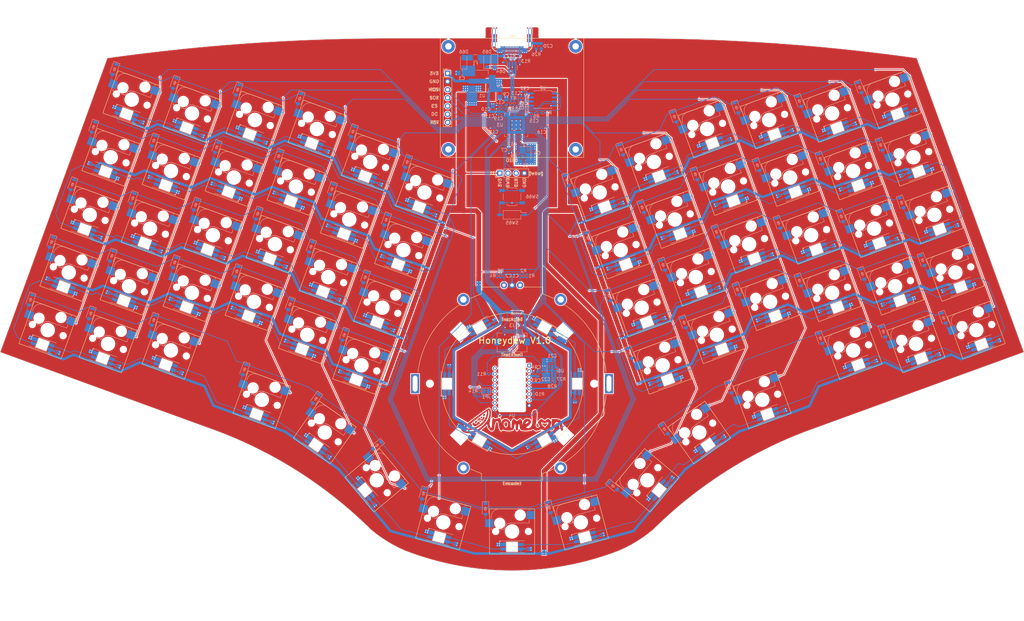
<source format=kicad_pcb>
(kicad_pcb (version 20221018) (generator pcbnew)
  (layers (0 "F.Cu" signal) (31 "B.Cu" signal) (34 "B.Paste" user) (35 "F.Paste" user) (36 "B.SilkS" user "B.Silkscreen") (37 "F.SilkS" user "F.Silkscreen") (38 "B.Mask" user) (39 "F.Mask" user) (44 "Edge.Cuts" user))
  (net 0 "")
  (net 1 "Net-(C2-Pad2)")
  (net 2 "GND")
  (net 3 "+5V")
  (net 4 "Net-(U3-XIN)")
  (net 5 "Net-(J2-SHIELD)")
  (net 6 "Net-(U4-VDDPIX)")
  (net 7 "Net-(D1-A)")
  (net 8 "Net-(D2-A)")
  (net 9 "Net-(D3-A)")
  (net 10 "Net-(C1-Pad2)")
  (net 11 "+3V3")
  (net 12 "/MCU/ROW0")
  (net 13 "/MCU/ROW1")
  (net 14 "/MCU/ROW2")
  (net 15 "/MCU/ROW3")
  (net 16 "/MCU/ROW4")
  (net 17 "/Comms/VBUS")
  (net 18 "Net-(D4-A)")
  (net 19 "Net-(D5-A)")
  (net 20 "Net-(D6-A)")
  (net 21 "/Comms/D+")
  (net 22 "/Comms/D-")
  (net 23 "Net-(D7-A)")
  (net 24 "Net-(D8-A)")
  (net 25 "Net-(D9-A)")
  (net 26 "/Comms/MISO")
  (net 27 "/Comms/SS_TP")
  (net 28 "/Comms/MOSI")
  (net 29 "/MCU/ROTA")
  (net 30 "/MCU/ROTB")
  (net 31 "Net-(D10-A)")
  (net 32 "Net-(D11-A)")
  (net 33 "Net-(D12-A)")
  (net 34 "/MCU/COL0")
  (net 35 "/MCU/COL1")
  (net 36 "/MCU/COL2")
  (net 37 "/MCU/COL3")
  (net 38 "/MCU/COL4")
  (net 39 "/MCU/COL5")
  (net 40 "Net-(D13-A)")
  (net 41 "Net-(D14-A)")
  (net 42 "Net-(D15-A)")
  (net 43 "Net-(D16-A)")
  (net 44 "Net-(D17-A)")
  (net 45 "Net-(C6-Pad2)")
  (net 46 "Net-(D18-A)")
  (net 47 "/MCU/+1V1")
  (net 48 "Net-(D19-A)")
  (net 49 "/MCU/COL6")
  (net 50 "/MCU/COL7")
  (net 51 "/MCU/COL8")
  (net 52 "/MCU/COL9")
  (net 53 "/MCU/COL10")
  (net 54 "/MCU/COL11")
  (net 55 "Net-(D20-A)")
  (net 56 "Net-(D21-A)")
  (net 57 "/Comms/~{RESET}")
  (net 58 "/MCU/COL12")
  (net 59 "/Comms/MOTION")
  (net 60 "Net-(D22-A)")
  (net 61 "Net-(D23-A)")
  (net 62 "Net-(D24-A)")
  (net 63 "Net-(D25-A)")
  (net 64 "Net-(D26-A)")
  (net 65 "Net-(D27-A)")
  (net 66 "Net-(D28-A)")
  (net 67 "Net-(D29-A)")
  (net 68 "Net-(D30-A)")
  (net 69 "Net-(D31-A)")
  (net 70 "Net-(D32-A)")
  (net 71 "Net-(D33-A)")
  (net 72 "Net-(D34-A)")
  (net 73 "Net-(D35-A)")
  (net 74 "Net-(D36-A)")
  (net 75 "Net-(D37-A)")
  (net 76 "Net-(D38-A)")
  (net 77 "Net-(D39-A)")
  (net 78 "Net-(D40-A)")
  (net 79 "Net-(D41-A)")
  (net 80 "Net-(D42-A)")
  (net 81 "Net-(D43-A)")
  (net 82 "Net-(D44-A)")
  (net 83 "Net-(D45-A)")
  (net 84 "Net-(D46-A)")
  (net 85 "Net-(D47-A)")
  (net 86 "Net-(D48-A)")
  (net 87 "Net-(D49-A)")
  (net 88 "Net-(D50-A)")
  (net 89 "Net-(D51-A)")
  (net 90 "Net-(D52-A)")
  (net 91 "Net-(D53-A)")
  (net 92 "Net-(D54-A)")
  (net 93 "Net-(D55-A)")
  (net 94 "Net-(D56-A)")
  (net 95 "Net-(D57-A)")
  (net 96 "Net-(D58-A)")
  (net 97 "Net-(D59-A)")
  (net 98 "Net-(D60-A)")
  (net 99 "Net-(D61-A)")
  (net 100 "Net-(D62-A)")
  (net 101 "Net-(D63-A)")
  (net 102 "Net-(D65-K)")
  (net 103 "Net-(D66-A)")
  (net 104 "Net-(D67-DOUT)")
  (net 105 "Net-(D68-DOUT)")
  (net 106 "Net-(D69-DOUT)")
  (net 107 "Net-(D70-DOUT)")
  (net 108 "Net-(D71-DOUT)")
  (net 109 "Net-(D72-DOUT)")
  (net 110 "Net-(D73-DOUT)")
  (net 111 "Net-(D74-DOUT)")
  (net 112 "Net-(D74-DIN)")
  (net 113 "Net-(D75-DOUT)")
  (net 114 "Net-(D76-DOUT)")
  (net 115 "Net-(D76-DIN)")
  (net 116 "Net-(D77-DOUT)")
  (net 117 "Net-(D78-DOUT)")
  (net 118 "Net-(D79-DIN)")
  (net 119 "Net-(D80-DOUT)")
  (net 120 "Net-(D81-DIN)")
  (net 121 "Net-(D82-DOUT)")
  (net 122 "Net-(D83-DOUT)")
  (net 123 "Net-(D84-DIN)")
  (net 124 "Net-(D85-DOUT)")
  (net 125 "/MCU/RGB")
  (net 126 "Net-(D86-DIN)")
  (net 127 "Net-(D87-DOUT)")
  (net 128 "Net-(D88-DOUT)")
  (net 129 "Net-(D89-DIN)")
  (net 130 "Net-(D90-DOUT)")
  (net 131 "Net-(D91-DIN)")
  (net 132 "Net-(D92-DOUT)")
  (net 133 "Net-(D93-DOUT)")
  (net 134 "/MCU/Flash")
  (net 135 "Net-(D94-DIN)")
  (net 136 "Net-(D100-DIN)")
  (net 137 "Net-(D101-DOUT)")
  (net 138 "Net-(D102-DIN)")
  (net 139 "Net-(D98-DOUT)")
  (net 140 "Net-(D100-DOUT)")
  (net 141 "Net-(D102-DOUT)")
  (net 142 "Net-(D103-DOUT)")
  (net 143 "Net-(D104-DOUT)")
  (net 144 "Net-(D105-DOUT)")
  (net 145 "Net-(D106-DOUT)")
  (net 146 "Net-(D106-DIN)")
  (net 147 "/RGB/RGB_EX")
  (net 148 "Net-(D107-DIN)")
  (net 149 "Net-(D108-DOUT)")
  (net 150 "Net-(D108-DIN)")
  (net 151 "Net-(D109-DIN)")
  (net 152 "Net-(D110-DOUT)")
  (net 153 "Net-(D111-DOUT)")
  (net 154 "Net-(D112-DIN)")
  (net 155 "Net-(D113-DOUT)")
  (net 156 "Net-(D114-DIN)")
  (net 157 "Net-(D115-DOUT)")
  (net 158 "Net-(D116-DOUT)")
  (net 159 "Net-(D117-DIN)")
  (net 160 "Net-(D118-DOUT)")
  (net 161 "Net-(D119-DIN)")
  (net 162 "Net-(D120-DOUT)")
  (net 163 "Net-(D121-DOUT)")
  (net 164 "Net-(D122-DIN)")
  (net 165 "Net-(D123-DOUT)")
  (net 166 "Net-(D124-DIN)")
  (net 167 "Net-(D125-DOUT)")
  (net 168 "Net-(D126-DOUT)")
  (net 169 "Net-(D127-DIN)")
  (net 170 "Net-(D128-DOUT)")
  (net 171 "Net-(D129-DIN)")
  (net 172 "Net-(D130-DOUT)")
  (net 173 "Net-(D132-DIN)")
  (net 174 "Net-(D134-DIN)")
  (net 175 "Net-(J1-Pin_2)")
  (net 176 "Net-(J1-Pin_3)")
  (net 177 "Net-(J2-CC1)")
  (net 179 "Net-(J2-CC2)")
  (net 187 "Net-(JP1-A)")
  (net 188 "Net-(U2-~{CS})")
  (net 189 "Net-(U3-USB_DP)")
  (net 190 "Net-(U3-USB_DM)")
  (net 191 "Net-(U3-XOUT)")
  (net 192 "Net-(U4-LED_P)")
  (net 193 "Net-(U6-ADJ)")
  (net 194 "Net-(SW66-B)")
  (net 195 "Net-(U2-DO(IO1))")
  (net 196 "Net-(U2-IO2)")
  (net 197 "Net-(U2-DI(IO0))")
  (net 198 "Net-(U2-CLK)")
  (net 199 "Net-(U2-IO3)")
  (net 202 "+2V")
  (net 206 "/Comms/SCK")
  (net 207 "/Comms/SS_DP")
  (net 208 "/Comms/DC")
  (net 209 "/Comms/RST")
  (footprint "Honeydew:Ariamelon_Logo_x3_CU" (layer "F.Cu") (at 174.000042 136.5)
    (fp_text reference "A1" hide)
    (fp_text value "Art" hide)
  )
  (footprint "Honeydew:MXOnly-1U-Hotswap" (layer "F.Cu") (at 115.866554 140.157969 -35)
    (fp_text reference "SW25")
    (fp_text value "MX" hide)
  )
  (footprint "Honeydew:MXOnly-1U-Hotswap" (layer "F.Cu") (at 132.000005 155.000003 -50)
    (fp_text reference "SW30")
    (fp_text value "MX" hide)
  )
  (footprint "Honeydew:MXOnly-1U-Hotswap" (layer "F.Cu") (at 55.927195 36.744634 -20)
    (fp_text reference "SW1")
    (fp_text value "MX" hide)
  )
  (footprint "Honeydew:MXOnly-1U-Hotswap" (layer "F.Cu") (at 110.428641 109.797074 -20)
    (fp_text reference "SW24")
    (fp_text value "MX" hide)
  )
  (footprint "Honeydew:MXOnly-1U-Hotswap" (layer "F.Cu") (at 127.243843 119.296103 -20)
    (fp_text reference "SW29")
    (fp_text value "MX" hide)
  )
  (footprint "Honeydew:MXOnly-1U-Hotswap" (layer "F.Cu") (at 74.626331 96.766117 -20)
    (fp_text reference "SW14")
    (fp_text value "MX" hide)
  )
  (footprint "Honeydew:MXOnly-1U-Hotswap" (layer "F.Cu") (at 93.884873 99.552185 -20)
    (fp_text reference "SW19")
    (fp_text value "MX" hide)
  )
  (footprint "Honeydew:MXOnly-1U-Hotswap" (layer "F.Cu") (at 29.865261 108.349229 -20)
    (fp_text reference "SW5")
    (fp_text value "MX" hide)
  )
  (footprint "Honeydew:MXOnly-1U-Hotswap" (layer "F.Cu") (at 123.459591 73.99478 -20)
    (fp_text reference "SW22")
    (fp_text value "MX" hide)
  )
  (footprint "Honeydew:MXOnly-1U-Hotswap" (layer "F.Cu") (at 140.274812 83.493808 -20)
    (fp_text reference "SW27")
    (fp_text value "MX" hide)
  )
  (footprint "Honeydew:MXOnly-1U-Hotswap" (layer "F.Cu") (at 42.896215 72.546931 -20)
    (fp_text reference "SW3")
    (fp_text value "MX" hide)
  )
  (footprint "Honeydew:MXOnly-1U-Hotswap" (layer "F.Cu") (at 61.611811 76.824756 -20)
    (fp_text reference "SW8")
    (fp_text value "MX" hide)
  )
  (footprint "Honeydew:MXOnly-1U-Hotswap" (layer "F.Cu") (at 81.141824 78.864963 -20)
    (fp_text reference "SW13")
    (fp_text value "MX" hide)
  )
  (footprint "Honeydew:MXOnly-1U-Hotswap" (layer "F.Cu") (at 116.944113 91.895961 -20)
    (fp_text reference "SW23")
    (fp_text value "MX" hide)
  )
  (footprint "Honeydew:MXOnly-1U-Hotswap" (layer "F.Cu") (at 100.400342 81.651046 -20)
    (fp_text reference "SW18")
    (fp_text value "MX" hide)
  )
  (footprint "Honeydew:MXOnly-1U-Hotswap" (layer "F.Cu") (at 133.759328 101.394953 -20)
    (fp_text reference "SW28")
    (fp_text value "MX" hide)
  )
  (footprint "Honeydew:MXOnly-1U-Hotswap" (layer "F.Cu") (at 36.38076 90.448097 -20)
    (fp_text reference "SW4")
    (fp_text value "MX" hide)
  )
  (footprint "Honeydew:MXOnly-1U-Hotswap" (layer "F.Cu") (at 55.096304 94.725918 -20)
    (fp_text reference "SW9")
    (fp_text value "MX" hide)
  )
  (footprint "Honeydew:MXOnly-1U-Hotswap" (layer "F.Cu") (at 48.580834 112.627057 -20)
    (fp_text reference "SW10")
    (fp_text value "MX" hide)
  )
  (footprint "Honeydew:MXOnly-1U-Hotswap" (layer "F.Cu") (at 68.110852 114.667258 -20)
    (fp_text reference "SW15")
    (fp_text value "MX" hide)
  )
  (footprint "Honeydew:MXOnly-1U-Hotswap" (layer "F.Cu") (at 96.31721 130.001682 -20)
    (fp_text reference "SW20")
    (fp_text value "MX" hide)
  )
  (footprint "Honeydew:MXOnly-1U-Hotswap" (layer "F.Cu") (at 94.172784 43.062692 -20)
    (fp_text reference "SW11")
    (fp_text value "MX" hide)
  )
  (footprint "Honeydew:MXOnly-1U-Hotswap" (layer "F.Cu") (at 49.411716 54.645783 -20)
    (fp_text reference "SW2")
    (fp_text value "MX" hide)
  )
  (footprint "Honeydew:MXOnly-1U-Hotswap" (layer "F.Cu") (at 87.657295 60.963823 -20)
    (fp_text reference "SW12")
    (fp_text value "MX" hide)
  )
  (footprint "Honeydew:MXOnly-1U-Hotswap" (layer "F.Cu") (at 129.975083 56.093646 -20)
    (fp_text reference "SW21")
    (fp_text value "MX" hide)
  )
  (footprint "Honeydew:MXOnly-1U-Hotswap" (layer "F.Cu") (at 106.915842 63.74991 -20)
    (fp_text reference "SW17")
    (fp_text value "MX" hide)
  )
  (footprint "Honeydew:MXOnly-1U-Hotswap" (layer "F.Cu") (at 113.431326 45.848747 -20)
    (fp_text reference "SW16")
    (fp_text value "MX" hide)
  )
  (footprint "Honeydew:MXOnly-1U-Hotswap" (layer "F.Cu") (at 74.642769 41.022483 -20)
    (fp_text reference "SW6")
    (fp_text value "MX" hide)
  )
  (footprint "Honeydew:MXOnly-1U-Hotswap" (layer "F.Cu") (at 68.127284 58.923624 -20)
    (fp_text reference "SW7")
    (fp_text value "MX" hide)
  )
  (footprint "Honeydew:MXOnly-1U-Hotswap" (layer "F.Cu") (at 146.7903 65.592664 -20)
    (fp_text reference "SW26")
    (fp_text value "MX" hide)
  )
  (footprint "Honeydew:MXOnly-1U-Hotswap" (layer "F.Cu") (at 201.20972 65.592666 20)
    (fp_text reference "SW31")
    (fp_text value "MX" hide)
  )
  (footprint "Honeydew:MXOnly-1U-Hotswap" (layer "F.Cu") (at 251.68279 130.001677 20)
    (fp_text reference "SW45")
    (fp_text value "MX" hide)
  )
  (footprint "Honeydew:PER60" (layer "F.Cu") (at 174 125 180)
    (fp_text reference "SW64" hide)
    (fp_text value "Encoder")
  )
  (footprint "Honeydew:MXOnly-1U-Hotswap" (layer "F.Cu") (at 273.373676 96.766129 20)
    (fp_text reference "SW49")
    (fp_text value "MX" hide)
  )
  (footprint "Honeydew:YS-SK6812MINI-E" (layer "F.Cu") (at 151.410608 172.678149 165)
    (fp_text reference "D103" hide)
    (fp_text value "SK6812MINI-E")
    (fp_line (start -1.8 -1.55) (end 1.8 -1.55) (stroke (width 0.1)) (layer "Edge.Cuts"))
    (fp_line (start -1.8 1.55) (end -1.8 -1.55) (stroke (width 0.1)) (layer "Edge.Cuts"))
    (fp_line (start 1.8 -1.55) (end 1.8 1.55) (stroke (width 0.1)) (layer "Edge.Cuts"))
    (fp_line (start 1.8 1.55) (end -1.8 1.55) (stroke (width 0.1)) (layer "Edge.Cuts"))
  )
  (footprint "Honeydew:YS-SK6812MINI-E" (layer "F.Cu") (at 173.999785 175.659401 180)
    (fp_text reference "D104" hide)
    (fp_text value "SK6812MINI-E")
    (fp_line (start -1.8 -1.55) (end 1.8 -1.55) (stroke (width 0.1)) (layer "Edge.Cuts"))
    (fp_line (start -1.8 1.55) (end -1.8 -1.55) (stroke (width 0.1)) (layer "Edge.Cuts"))
    (fp_line (start 1.8 -1.55) (end 1.8 1.55) (stroke (width 0.1)) (layer "Edge.Cuts"))
    (fp_line (start 1.8 1.55) (end -1.8 1.55) (stroke (width 0.1)) (layer "Edge.Cuts"))
  )
  (footprint "Honeydew:YS-SK6812MINI-E" (layer "F.Cu") (at 196.614154 172.671514 -165)
    (fp_text reference "D105" hide)
    (fp_text value "SK6812MINI-E")
    (fp_line (start -1.8 -1.55) (end 1.8 -1.55) (stroke (width 0.1)) (layer "Edge.Cuts"))
    (fp_line (start -1.8 1.55) (end -1.8 -1.55) (stroke (width 0.1)) (layer "Edge.Cuts"))
    (fp_line (start 1.8 -1.55) (end 1.8 1.55) (stroke (width 0.1)) (layer "Edge.Cuts"))
    (fp_line (start 1.8 1.55) (end -1.8 1.55) (stroke (width 0.1)) (layer "Edge.Cuts"))
  )
  (footprint "Honeydew:YS-SK6812MINI-E" (layer "F.Cu") (at 281.513758 119.130812 -160)
    (fp_text reference "D125" hide)
    (fp_text value "SK6812MINI-E")
    (fp_line (start -1.8 -1.55) (end 1.8 -1.55) (stroke (width 0.1)) (layer "Edge.Cuts"))
    (fp_line (start -1.8 1.55) (end -1.8 -1.55) (stroke (width 0.1)) (layer "Edge.Cuts"))
    (fp_line (start 1.8 -1.55) (end 1.8 1.55) (stroke (width 0.1)) (layer "Edge.Cuts"))
    (fp_line (start 1.8 1.55) (end -1.8 1.55) (stroke (width 0.1)) (layer "Edge.Cuts"))
  )
  (footprint "Honeydew:YS-SK6812MINI-E" (layer "F.Cu") (at 41.271631 77.010482 160)
    (fp_text reference "D75" hide)
    (fp_text value "SK6812MINI-E")
    (fp_line (start -1.8 -1.55) (end 1.8 -1.55) (stroke (width 0.1)) (layer "Edge.Cuts"))
    (fp_line (start -1.8 1.55) (end -1.8 -1.55) (stroke (width 0.1)) (layer "Edge.Cuts"))
    (fp_line (start 1.8 -1.55) (end 1.8 1.55) (stroke (width 0.1)) (layer "Edge.Cuts"))
    (fp_line (start 1.8 1.55) (end -1.8 1.55) (stroke (width 0.1)) (layer "Edge.Cuts"))
  )
  (footprint "Honeydew:YS-SK6812MINI-E" (layer "F.Cu") (at 128.357548 158.0546 130)
    (fp_text reference "D102" hide)
    (fp_text value "SK6812MINI-E")
    (fp_line (start -1.8 -1.55) (end 1.8 -1.55) (stroke (width 0.1)) (layer "Edge.Cuts"))
    (fp_line (start -1.8 1.55) (end -1.8 -1.55) (stroke (width 0.1)) (layer "Edge.Cuts"))
    (fp_line (start 1.8 -1.55) (end 1.8 1.55) (stroke (width 0.1)) (layer "Edge.Cuts"))
    (fp_line (start 1.8 1.55) (end -1.8 1.55) (stroke (width 0.1)) (layer "Edge.Cuts"))
  )
  (footprint "Honeydew:MXOnly-1U-Hotswap" (layer "F.Cu") (at 260.342715 60.963829 20)
    (fp_text reference "SW47")
    (fp_text value "MX" hide)
  )
  (footprint "Honeydew:MXOnly-1U-Hotswap" (layer "F.Cu") (at 195.360006 168.089998 15)
    (fp_text reference "SW63")
    (fp_text value "MX" hide)
  )
  (footprint "Honeydew:YS-SK6812MINI-E" (layer "F.Cu") (at 53.471705 99.189457 -20)
    (fp_text reference "D81" hide)
    (fp_text value "SK6812MINI-E")
    (fp_line (start -1.8 -1.55) (end 1.8 -1.55) (stroke (width 0.1)) (layer "Edge.Cuts"))
    (fp_line (start -1.8 1.55) (end -1.8 -1.55) (stroke (width 0.1)) (layer "Edge.Cuts"))
    (fp_line (start 1.8 -1.55) (end 1.8 1.55) (stroke (width 0.1)) (layer "Edge.Cuts"))
    (fp_line (start 1.8 1.55) (end -1.8 1.55) (stroke (width 0.1)) (layer "Edge.Cuts"))
  )
  (footprint "Honeydew:YS-SK6812MINI-E" (layer "F.Cu") (at 202.83431 70.056215 -160)
    (fp_text reference "D106" hide)
    (fp_text value "SK6812MINI-E")
    (fp_line (start -1.8 -1.55) (end 1.8 -1.55) (stroke (width 0.1)) (layer "Edge.Cuts"))
    (fp_line (start -1.8 1.55) (end -1.8 -1.55) (stroke (width 0.1)) (layer "Edge.Cuts"))
    (fp_line (start 1.8 -1.55) (end 1.8 1.55) (stroke (width 0.1)) (layer "Edge.Cuts"))
    (fp_line (start 1.8 1.55) (end -1.8 1.55) (stroke (width 0.1)) (layer "Edge.Cuts"))
  )
  (footprint "Honeydew:YS-SK6812MINI-E" (layer "F.Cu") (at 184.09999 107.506288 150)
    (fp_text reference "D67" hide)
    (fp_text value "SK6812MINI-E")
    (fp_line (start -1.8 -1.55) (end 1.8 -1.55) (stroke (width 0.1)) (layer "Edge.Cuts"))
    (fp_line (start -1.8 1.55) (end -1.8 -1.55) (stroke (width 0.1)) (layer "Edge.Cuts"))
    (fp_line (start 1.8 -1.55) (end 1.8 1.55) (stroke (width 0.1)) (layer "Edge.Cuts"))
    (fp_line (start 1.8 1.55) (end -1.8 1.55) (stroke (width 0.1)) (layer "Edge.Cuts"))
  )
  (footprint "Honeydew:MXOnly-1U-Hotswap" (layer "F.Cu") (at 152.640001 168.089986 -15)
    (fp_text reference "SW61")
    (fp_text value "MX" hide)
  )
  (footprint "Honeydew:MXOnly-1U-Hotswap" (layer "F.Cu") (at 214.240666 101.394947 20)
    (fp_text reference "SW33")
    (fp_text value "MX" hide)
  )
  (footprint "Honeydew:YS-SK6812MINI-E" (layer "F.Cu") (at 125.619248 123.759634 -20)
    (fp_text reference "D101" hide)
    (fp_text value "SK6812MINI-E")
    (fp_line (start -1.8 -1.55) (end 1.8 -1.55) (stroke (width 0.1)) (layer "Edge.Cuts"))
    (fp_line (start -1.8 1.55) (end -1.8 -1.55) (stroke (width 0.1)) (layer "Edge.Cuts"))
    (fp_line (start 1.8 -1.55) (end 1.8 1.55) (stroke (width 0.1)) (layer "Edge.Cuts"))
    (fp_line (start 1.8 1.55) (end -1.8 1.55) (stroke (width 0.1)) (layer "Edge.Cuts"))
  )
  (footprint "Honeydew:YS-SK6812MINI-E" (layer "F.Cu") (at 313.243864 94.911627 20)
    (fp_text reference "D134" hide)
    (fp_text value "SK6812MINI-E")
    (fp_line (start -1.8 -1.55) (end 1.8 -1.55) (stroke (width 0.1)) (layer "Edge.Cuts"))
    (fp_line (start -1.8 1.55) (end -1.8 -1.55) (stroke (width 0.1)) (layer "Edge.Cuts"))
    (fp_line (start 1.8 -1.55) (end 1.8 1.55) (stroke (width 0.1)) (layer "Edge.Cuts"))
    (fp_line (start 1.8 1.55) (end -1.8 1.55) (stroke (width 0.1)) (layer "Edge.Cuts"))
  )
  (footprint "Honeydew:YS-SK6812MINI-E" (layer "F.Cu") (at 73.018174 45.486023 160)
    (fp_text reference "D78" hide)
    (fp_text value "SK6812MINI-E")
    (fp_line (start -1.8 -1.55) (end 1.8 -1.55) (stroke (width 0.1)) (layer "Edge.Cuts"))
    (fp_line (start -1.8 1.55) (end -1.8 -1.55) (stroke (width 0.1)) (layer "Edge.Cuts"))
    (fp_line (start 1.8 -1.55) (end 1.8 1.55) (stroke (width 0.1)) (layer "Edge.Cuts"))
    (fp_line (start 1.8 1.55) (end -1.8 1.55) (stroke (width 0.1)) (layer "Edge.Cuts"))
  )
  (footprint "Honeydew:YS-SK6812MINI-E" (layer "F.Cu") (at 145.165691 70.056202 160)
    (fp_text reference "D98" hide)
    (fp_text value "SK6812MINI-E")
    (fp_line (start -1.8 -1.55) (end 1.8 -1.55) (stroke (width 0.1)) (layer "Edge.Cuts"))
    (fp_line (start -1.8 1.55) (end -1.8 -1.55) (stroke (width 0.1)) (layer "Edge.Cuts"))
    (fp_line (start 1.8 -1.55) (end 1.8 1.55) (stroke (width 0.1)) (layer "Edge.Cuts"))
    (fp_line (start 1.8 1.55) (end -1.8 1.55) (stroke (width 0.1)) (layer "Edge.Cuts"))
  )
  (footprint "Honeydew:YS-SK6812MINI-E" (layer "F.Cu") (at 98.775756 86.114592 160)
    (fp_text reference "D90" hide)
    (fp_text value "SK6812MINI-E")
    (fp_line (start -1.8 -1.55) (end 1.8 -1.55) (stroke (width 0.1)) (layer "Edge.Cuts"))
    (fp_line (start -1.8 1.55) (end -1.8 -1.55) (stroke (width 0.1)) (layer "Edge.Cuts"))
    (fp_line (start 1.8 -1.55) (end 1.8 1.55) (stroke (width 0.1)) (layer "Edge.Cuts"))
    (fp_line (start 1.8 1.55) (end -1.8 1.55) (stroke (width 0.1)) (layer "Edge.Cuts"))
  )
  (footprint "Honeydew:YS-SK6812MINI-E" (layer "F.Cu") (at 132.134734 105.858483 160)
    (fp_text reference "D100" hide)
    (fp_text value "SK6812MINI-E")
    (fp_line (start -1.8 -1.55) (end 1.8 -1.55) (stroke (width 0.1)) (layer "Edge.Cuts"))
    (fp_line (start -1.8 1.55) (end -1.8 -1.55) (stroke (width 0.1)) (layer "Edge.Cuts"))
    (fp_line (start 1.8 -1.55) (end 1.8 1.55) (stroke (width 0.1)) (layer "Edge.Cuts"))
    (fp_line (start 1.8 1.55) (end -1.8 1.55) (stroke (width 0.1)) (layer "Edge.Cuts"))
  )
  (footprint "Honeydew:YS-SK6812MINI-E" (layer "F.Cu") (at 66.486247 119.130797 160)
    (fp_text reference "D87" hide)
    (fp_text value "SK6812MINI-E")
    (fp_line (start -1.8 -1.55) (end 1.8 -1.55) (stroke (width 0.1)) (layer "Edge.Cuts"))
    (fp_line (start -1.8 1.55) (end -1.8 -1.55) (stroke (width 0.1)) (layer "Edge.Cuts"))
    (fp_line (start 1.8 -1.55) (end 1.8 1.55) (stroke (width 0.1)) (layer "Edge.Cuts"))
    (fp_line (start 1.8 1.55) (end -1.8 1.55) (stroke (width 0.1)) (layer "Edge.Cuts"))
  )
  (footprint "Honeydew:YS-SK6812MINI-E" (layer "F.Cu") (at 194.200002 124.999986 90)
    (fp_text reference "D68" hide)
    (fp_text value "SK6812MINI-E")
    (fp_line (start -1.8 -1.55) (end 1.8 -1.55) (stroke (width 0.1)) (layer "Edge.Cuts"))
    (fp_line (start -1.8 1.55) (end -1.8 -1.55) (stroke (width 0.1)) (layer "Edge.Cuts"))
    (fp_line (start 1.8 -1.55) (end 1.8 1.55) (stroke (width 0.1)) (layer "Edge.Cuts"))
    (fp_line (start 1.8 1.55) (end -1.8 1.55) (stroke (width 0.1)) (layer "Edge.Cuts"))
  )
  (footprint "Honeydew:MXOnly-1U-Hotswap" (layer "F.Cu") (at 311.619256 90.448082 20)
    (fp_text reference "SW59")
    (fp_text value "MX" hide)
  )
  (footprint "Honeydew:YS-SK6812MINI-E" (layer "F.Cu") (at 86.032697 65.427361 -20)
    (fp_text reference "D84" hide)
    (fp_text value "SK6812MINI-E")
    (fp_line (start -1.8 -1.55) (end 1.8 -1.55) (stroke (width 0.1)) (layer "Edge.Cuts"))
    (fp_line (start -1.8 1.55) (end -1.8 -1.55) (stroke (width 0.1)) (layer "Edge.Cuts"))
    (fp_line (start 1.8 -1.55) (end 1.8 1.55) (stroke (width 0.1)) (layer "Edge.Cuts"))
    (fp_line (start 1.8 1.55) (end -1.8 1.55) (stroke (width 0.1)) (layer "Edge.Cuts"))
  )
  (footprint "Honeydew:YS-SK6812MINI-E" (layer "F.Cu") (at 92.260281 104.015721 -20)
    (fp_text reference "D91" hide)
    (fp_text value "SK6812MINI-E")
    (fp_line (start -1.8 -1.55) (end 1.8 -1.55) (stroke (width 0.1)) (layer "Edge.Cuts"))
    (fp_line (start -1.8 1.55) (end -1.8 -1.55) (stroke (width 0.1)) (layer "Edge.Cuts"))
    (fp_line (start 1.8 -1.55) (end 1.8 1.55) (stroke (width 0.1)) (layer "Edge.Cuts"))
    (fp_line (start 1.8 1.55) (end -1.8 1.55) (stroke (width 0.1)) (layer "Edge.Cuts"))
  )
  (footprint "Honeydew:YS-SK6812MINI-E" (layer "F.Cu") (at 92.548188 47.526226 160)
    (fp_text reference "D83" hide)
    (fp_text value "SK6812MINI-E")
    (fp_line (start -1.8 -1.55) (end 1.8 -1.55) (stroke (width 0.1)) (layer "Edge.Cuts"))
    (fp_line (start -1.8 1.55) (end -1.8 -1.55) (stroke (width 0.1)) (layer "Edge.Cuts"))
    (fp_line (start 1.8 -1.55) (end 1.8 1.55) (stroke (width 0.1)) (layer "Edge.Cuts"))
    (fp_line (start 1.8 1.55) (end -1.8 1.55) (stroke (width 0.1)) (layer "Edge.Cuts"))
  )
  (footprint "Honeydew:MXOnly-1U-Hotswap" (layer "F.Cu") (at 231.055916 91.895944 20)
    (fp_text reference "SW38")
    (fp_text value "MX" hide)
  )
  (footprint "Honeydew:MXOnly-1U-Hotswap" (layer "F.Cu") (at 279.889155 114.66727 20)
    (fp_text reference "SW50")
    (fp_text value "MX" hide)
  )
  (footprint "Honeydew:YS-SK6812MINI-E" (layer "F.Cu") (at 115.319519 96.359504 160)
    (fp_text reference "D95" hide)
    (fp_text value "SK6812MINI-E")
    (fp_line (start -1.8 -1.55) (end 1.8 -1.55) (stroke (width 0.1)) (layer "Edge.Cuts"))
    (fp_line (start -1.8 1.55) (end -1.8 -1.55) (stroke (width 0.1)) (layer "Edge.Cuts"))
    (fp_line (start 1.8 -1.55) (end 1.8 1.55) (stroke (width 0.1)) (layer "Edge.Cuts"))
    (fp_line (start 1.8 1.55) (end -1.8 1.55) (stroke (width 0.1)) (layer "Edge.Cuts"))
  )
  (footprint "Honeydew:YS-SK6812MINI-E" (layer "F.Cu") (at 73.001731 101.22966 -20)
    (fp_text reference "D86" hide)
    (fp_text value "SK6812MINI-E")
    (fp_line (start -1.8 -1.55) (end 1.8 -1.55) (stroke (width 0.1)) (layer "Edge.Cuts"))
    (fp_line (start -1.8 1.55) (end -1.8 -1.55) (stroke (width 0.1)) (layer "Edge.Cuts"))
    (fp_line (start 1.8 -1.55) (end 1.8 1.55) (stroke (width 0.1)) (layer "Edge.Cuts"))
    (fp_line (start 1.8 1.55) (end -1.8 1.55) (stroke (width 0.1)) (layer "Edge.Cuts"))
  )
  (footprint "Honeydew:MXOnly-1U-Hotswap" (layer "F.Cu") (at 305.103777 72.546921 20)
    (fp_text reference "SW58")
    (fp_text value "MX" hide)
  )
  (footprint "Honeydew:YS-SK6812MINI-E" (layer "F.Cu") (at 294.528289 99.189468 20)
    (fp_text reference "D129" hide)
    (fp_text value "SK6812MINI-E")
    (fp_line (start -1.8 -1.55) (end 1.8 -1.55) (stroke (width 0.1)) (layer "Edge.Cuts"))
    (fp_line (start -1.8 1.55) (end -1.8 -1.55) (stroke (width 0.1)) (layer "Edge.Cuts"))
    (fp_line (start 1.8 -1.55) (end 1.8 1.55) (stroke (width 0.1)) (layer "Edge.Cuts"))
    (fp_line (start 1.8 1.55) (end -1.8 1.55) (stroke (width 0.1)) (layer "Edge.Cuts"))
  )
  (footprint "Honeydew:OLED_1.5_SSD1315_128x128" (layer "F.Cu") (at 173.999992 36.200619)
    (fp_text reference "J4")
    (fp_text value "OLED")
  )
  (footprint "Honeydew:MXOnly-1U-Hotswap" (layer "F.Cu") (at 247.599644 81.651044 20)
    (fp_text reference "SW43")
    (fp_text value "MX" hide)
  )
  (footprint "Honeydew:YS-SK6812MINI-E" (layer "F.Cu") (at 128.35048 60.557176 160)
    (fp_text reference "D93" hide)
    (fp_text value "SK6812MINI-E")
    (fp_line (start -1.8 -1.55) (end 1.8 -1.55) (stroke (width 0.1)) (layer "Edge.Cuts"))
    (fp_line (start -1.8 1.55) (end -1.8 -1.55) (stroke (width 0.1)) (layer "Edge.Cuts"))
    (fp_line (start 1.8 -1.55) (end 1.8 1.55) (stroke (width 0.1)) (layer "Edge.Cuts"))
    (fp_line (start 1.8 1.55) (end -1.8 1.55) (stroke (width 0.1)) (layer "Edge.Cuts"))
  )
  (footprint "Honeydew:YS-SK6812MINI-E" (layer "F.Cu") (at 281.497319 63.387161 20)
    (fp_text reference "D127" hide)
    (fp_text value "SK6812MINI-E")
    (fp_line (start -1.8 -1.55) (end 1.8 -1.55) (stroke (width 0.1)) (layer "Edge.Cuts"))
    (fp_line (start -1.8 1.55) (end -1.8 -1.55) (stroke (width 0.1)) (layer "Edge.Cuts"))
    (fp_line (start 1.8 -1.55) (end 1.8 1.55) (stroke (width 0.1)) (layer "Edge.Cuts"))
    (fp_line (start 1.8 1.55) (end -1.8 1.55) (stroke (width 0.1)) (layer "Edge.Cuts"))
  )
  (footprint "Honeydew:MXOnly-1U-Hotswap" (layer "F.Cu") (at 298.588292 54.645782 20)
    (fp_text reference "SW57")
    (fp_text value "MX" hide)
  )
  (footprint "Honeydew:YS-SK6812MINI-E" (layer "F.Cu") (at 301.043777 117.090624 -160)
    (fp_text reference "D130" hide)
    (fp_text value "SK6812MINI-E")
    (fp_line (start -1.8 -1.55) (end 1.8 -1.55) (stroke (width 0.1)) (layer "Edge.Cuts"))
    (fp_line (start -1.8 1.55) (end -1.8 -1.55) (stroke (width 0.1)) (layer "Edge.Cuts"))
    (fp_line (start 1.8 -1.55) (end 1.8 1.55) (stroke (width 0.1)) (layer "Edge.Cuts"))
    (fp_line (start 1.8 1.55) (end -1.8 1.55) (stroke (width 0.1)) (layer "Edge.Cuts"))
  )
  (footprint "Honeydew:YS-SK6812MINI-E" (layer "F.Cu") (at 274.998277 101.229656 20)
    (fp_text reference "D124" hide)
    (fp_text value "SK6812MINI-E")
    (fp_line (start -1.8 -1.55) (end 1.8 -1.55) (stroke (width 0.1)) (layer "Edge.Cuts"))
    (fp_line (start -1.8 1.55) (end -1.8 -1.55) (stroke (width 0.1)) (layer "Edge.Cuts"))
    (fp_line (start 1.8 -1.55) (end 1.8 1.55) (stroke (width 0.1)) (layer "Edge.Cuts"))
    (fp_line (start 1.8 1.55) (end -1.8 1.55) (stroke (width 0.1)) (layer "Edge.Cuts"))
  )
  (footprint "Honeydew:YS-SK6812MINI-E" (layer "F.Cu") (at 209.34979 87.957351 20)
    (fp_text reference "D107" hide)
    (fp_text value "SK6812MINI-E")
    (fp_line (start -1.8 -1.55) (end 1.8 -1.55) (stroke (width 0.1)) (layer "Edge.Cuts"))
    (fp_line (start -1.8 1.55) (end -1.8 -1.55) (stroke (width 0.1)) (layer "Edge.Cuts"))
    (fp_line (start 1.8 -1.55) (end 1.8 1.55) (stroke (width 0.1)) (layer "Edge.Cuts"))
    (fp_line (start 1.8 1.55) (end -1.8 1.55) (stroke (width 0.1)) (layer "Edge.Cuts"))
  )
  (footprint "Honeydew:YS-SK6812MINI-E" (layer "F.Cu") (at 79.517223 83.328502 160)
    (fp_text reference "D85" hide)
    (fp_text value "SK6812MINI-E")
    (fp_line (start -1.8 -1.55) (end 1.8 -1.55) (stroke (width 0.1)) (layer "Edge.Cuts"))
    (fp_line (start -1.8 1.55) (end -1.8 -1.55) (stroke (width 0.1)) (layer "Edge.Cuts"))
    (fp_line (start 1.8 -1.55) (end 1.8 1.55) (stroke (width 0.1)) (layer "Edge.Cuts"))
    (fp_line (start 1.8 1.55) (end -1.8 1.55) (stroke (width 0.1)) (layer "Edge.Cuts"))
  )
  (footprint "Honeydew:YS-SK6812MINI-E" (layer "F.Cu") (at 94.69263 134.465219 160)
    (fp_text reference "D92" hide)
    (fp_text value "SK6812MINI-E")
    (fp_line (start -1.8 -1.55) (end 1.8 -1.55) (stroke (width 0.1)) (layer "Edge.Cuts"))
    (fp_line (start -1.8 1.55) (end -1.8 -1.55) (stroke (width 0.1)) (layer "Edge.Cuts"))
    (fp_line (start 1.8 -1.55) (end 1.8 1.55) (stroke (width 0.1)) (layer "Edge.Cuts"))
    (fp_line (start 1.8 1.55) (end -1.8 1.55) (stroke (width 0.1)) (layer "Edge.Cuts"))
  )
  (footprint "Honeydew:YS-SK6812MINI-E" (layer "F.Cu") (at 54.302599 41.208176 160)
    (fp_text reference "D73" hide)
    (fp_text value "SK6812MINI-E")
    (fp_line (start -1.8 -1.55) (end 1.8 -1.55) (stroke (width 0.1)) (layer "Edge.Cuts"))
    (fp_line (start -1.8 1.55) (end -1.8 -1.55) (stroke (width 0.1)) (layer "Edge.Cuts"))
    (fp_line (start 1.8 -1.55) (end 1.8 1.55) (stroke (width 0.1)) (layer "Edge.Cuts"))
    (fp_line (start 1.8 1.55) (end -1.8 1.55) (stroke (width 0.1)) (layer "Edge.Cuts"))
  )
  (footprint "Honeydew:YS-SK6812MINI-E" (layer "F.Cu") (at 215.865263 105.858495 -160)
    (fp_text reference "D108" hide)
    (fp_text value "SK6812MINI-E")
    (fp_line (start -1.8 -1.55) (end 1.8 -1.55) (stroke (width 0.1)) (layer "Edge.Cuts"))
    (fp_line (start -1.8 1.55) (end -1.8 -1.55) (stroke (width 0.1)) (layer "Edge.Cuts"))
    (fp_line (start 1.8 -1.55) (end 1.8 1.55) (stroke (width 0.1)) (layer "Edge.Cuts"))
    (fp_line (start 1.8 1.55) (end -1.8 1.55) (stroke (width 0.1)) (layer "Edge.Cuts"))
  )
  (footprint "Honeydew:MXOnly-1U-Hotswap" (layer "F.Cu") (at 279.87273 58.923626 20)
    (fp_text reference "SW52")
    (fp_text value "MX" hide)
  )
  (footprint "Honeydew:MXOnly-1U-Hotswap" (layer "F.Cu") (at 254.115137 99.552181 20)
    (fp_text reference "SW44")
    (fp_text value "MX" hide)
  )
  (footprint "Honeydew:YS-SK6812MINI-E" (layer "F.Cu") (at 226.165024 78.458344 20)
    (fp_text reference "D112" hide)
    (fp_text value "SK6812MINI-E")
    (fp_line (start -1.8 -1.55) (end 1.8 -1.55) (stroke (width 0.1)) (layer "Edge.Cuts"))
    (fp_line (start -1.8 1.55) (end -1.8 -1.55) (stroke (width 0.1)) (layer "Edge.Cuts"))
    (fp_line (start 1.8 -1.55) (end 1.8 1.55) (stroke (width 0.1)) (layer "Edge.Cuts"))
    (fp_line (start 1.8 1.55) (end -1.8 1.55) (stroke (width 0.1)) (layer "Edge.Cuts"))
  )
  (footprint "Honeydew:YS-SK6812MINI-E" (layer "F.Cu") (at 293.697402 41.208183 -160)
    (fp_text reference "D131" hide)
    (fp_text value "SK6812MINI-E")
    (fp_line (start -1.8 -1.55) (end 1.8 -1.55) (stroke (width 0.1)) (layer "Edge.Cuts"))
    (fp_line (start -1.8 1.55) (end -1.8 -1.55) (stroke (width 0.1)) (layer "Edge.Cuts"))
    (fp_line (start 1.8 -1.55) (end 1.8 1.55) (stroke (width 0.1)) (layer "Edge.Cuts"))
    (fp_line (start 1.8 1.55) (end -1.8 1.55) (stroke (width 0.1)) (layer "Edge.Cuts"))
  )
  (footprint "Honeydew:MXOnly-1U-Hotswap" (layer "F.Cu") (at 234.568684 45.84876 20)
    (fp_text reference "SW41")
    (fp_text value "MX" hide)
  )
  (footprint "Honeydew:YS-SK6812MINI-E" (layer "F.Cu") (at 34.756159 94.911637 -20)
    (fp_text reference "D76" hide)
    (fp_text value "SK6812MINI-E")
    (fp_line (start -1.8 -1.55) (end 1.8 -1.55) (stroke (width 0.1)) (layer "Edge.Cuts"))
    (fp_line (start -1.8 1.55) (end -1.8 -1.55) (stroke (width 0.1)) (layer "Edge.Cuts"))
    (fp_line (start 1.8 -1.55) (end 1.8 1.55) (stroke (width 0.1)) (layer "Edge.Cuts"))
    (fp_line (start 1.8 1.55) (end -1.8 1.55) (stroke (width 0.1)) (layer "Edge.Cuts"))
  )
  (footprint "Honeydew:YS-SK6812MINI-E" (layer "F.Cu") (at 105.291245 68.213428 -20)
    (fp_text reference "D89" hide)
    (fp_text value "SK6812MINI-E")
    (fp_line (start -1.8 -1.55) (end 1.8 -1.55) (stroke (width 0.1)) (layer "Edge.Cuts"))
    (fp_line (start -1.8 1.55) (end -1.8 -1.55) (stroke (width 0.1)) (layer "Edge.Cuts"))
    (fp_line (start 1.8 -1.55) (end 1.8 1.55) (stroke (width 0.1)) (layer "Edge.Cuts"))
    (fp_line (start 1.8 1.55) (end -1.8 1.55) (stroke (width 0.1)) (layer "Edge.Cuts"))
  )
  (footprint "Honeydew:YS-SK6812MINI-E" (layer "F.Cu") (at 242.708758 68.213438 20)
    (fp_text reference "D117" hide)
    (fp_text value "SK6812MINI-E")
    (fp_line (start -1.8 -1.55) (end 1.8 -1.55) (stroke (width 0.1)) (layer "Edge.Cuts"))
    (fp_line (start -1.8 1.55) (end -1.8 -1.55) (stroke (width 0.1)) (layer "Edge.Cuts"))
    (fp_line (start 1.8 -1.55) (end 1.8 1.55) (stroke (width 0.1)) (layer "Edge.Cuts"))
    (fp_line (start 1.8 1.55) (end -1.8 1.55) (stroke (width 0.1)) (layer "Edge.Cuts"))
  )
  (footprint "Honeydew:YS-SK6812MINI-E" (layer "F.Cu") (at 108.804036 114.260617 -20)
    (fp_text reference "D96" hide)
    (fp_text value "SK6812MINI-E")
    (fp_line (start -1.8 -1.55) (end 1.8 -1.55) (stroke (width 0.1)) (layer "Edge.Cuts"))
    (fp_line (start -1.8 1.55) (end -1.8 -1.55) (stroke (width 0.1)) (layer "Edge.Cuts"))
    (fp_line (start 1.8 -1.55) (end 1.8 1.55) (stroke (width 0.1)) (layer "Edge.Cuts"))
    (fp_line (start 1.8 1.55) (end -1.8 1.55) (stroke (width 0.1)) (layer "Edge.Cuts"))
  )
  (footprint "Honeydew:YS-SK6812MINI-E" (layer "F.Cu") (at 28.240659 112.812774 160)
    (fp_text reference "D77" hide)
    (fp_text value "SK6812MINI-E")
    (fp_line (start -1.8 -1.55) (end 1.8 -1.55) (stroke (width 0.1)) (layer "Edge.Cuts"))
    (fp_line (start -1.8 1.55) (end -1.8 -1.55) (stroke (width 0.1)) (layer "Edge.Cuts"))
    (fp_line (start 1.8 -1.55) (end 1.8 1.55) (stroke (width 0.1)) (layer "Edge.Cuts"))
    (fp_line (start 1.8 1.55) (end -1.8 1.55) (stroke (width 0.1)) (layer "Edge.Cuts"))
  )
  (footprint "Honeydew:YS-SK6812MINI-E" (layer "F.Cu") (at 232.6805 96.359483 -160)
    (fp_text reference "D113" hide)
    (fp_text value "SK6812MINI-E")
    (fp_line (start -1.8 -1.55) (end 1.8 -1.55) (stroke (width 0.1)) (layer "Edge.Cuts"))
    (fp_line (start -1.8 1.55) (end -1.8 -1.55) (stroke (width 0.1)) (layer "Edge.Cuts"))
    (fp_line (start 1.8 -1.55) (end 1.8 1.55) (stroke (width 0.1)) (layer "Edge.Cuts"))
    (fp_line (start 1.8 1.55) (end -1.8 1.55) (stroke (width 0.1)) (layer "Edge.Cuts"))
  )
  (footprint "Honeydew:YS-SK6812MINI-E" (layer "F.Cu") (at 153.799999 124.999997 -90)
    (fp_text reference "D71" hide)
    (fp_text value "SK6812MINI-E")
    (fp_line (start -1.8 -1.55) (end 1.8 -1.55) (stroke (width 0.1)) (layer "Edge.Cuts"))
    (fp_line (start -1.8 1.55) (end -1.8 -1.55) (stroke (width 0.1)) (layer "Edge.Cuts"))
    (fp_line (start 1.8 -1.55) (end 1.8 1.55) (stroke (width 0.1)) (layer "Edge.Cuts"))
    (fp_line (start 1.8 1.55) (end -1.8 1.55) (stroke (width 0.1)) (layer "Edge.Cuts"))
  )
  (footprint "Honeydew:MXOnly-1U-Hotswap" (layer "F.Cu") (at 232.133454 140.157961 35)
    (fp_text reference "SW40")
    (fp_text value "MX" hide)
  )
  (footprint "Honeydew:MXOnly-1U-Hotswap" (layer "F.Cu") (at 174.000015 170.909987)
    (fp_text reference "SW62")
    (fp_text value "MX" hide)
  )
  (footprint "Honeydew:YS-SK6812MINI-E" (layer "F.Cu") (at 46.956229 117.0906 160)
    (fp_text reference "D82" hide)
    (fp_text value "SK6812MINI-E")
    (fp_line (start -1.8 -1.55) (end 1.8 -1.55) (stroke (width 0.1)) (layer "Edge.Cuts"))
    (fp_line (start -1.8 1.55) (end -1.8 -1.55) (stroke (width 0.1)) (layer "Edge.Cuts"))
    (fp_line (start 1.8 -1.55) (end 1.8 1.55) (stroke (width 0.1)) (layer "Edge.Cuts"))
    (fp_line (start 1.8 1.55) (end -1.8 1.55) (stroke (width 0.1)) (layer "Edge.Cuts"))
  )
  (footprint "Honeydew:YS-SK6812MINI-E" (layer "F.Cu") (at 300.212893 59.109335 20)
    (fp_text reference "D132" hide)
    (fp_text value "SK6812MINI-E")
    (fp_line (start -1.8 -1.55) (end 1.8 -1.55) (stroke (width 0.1)) (layer "Edge.Cuts"))
    (fp_line (start -1.8 1.55) (end -1.8 -1.55) (stroke (width 0.1)) (layer "Edge.Cuts"))
    (fp_line (start 1.8 -1.55) (end 1.8 1.55) (stroke (width 0.1)) (layer "Edge.Cuts"))
    (fp_line (start 1.8 1.55) (end -1.8 1.55) (stroke (width 0.1)) (layer "Edge.Cuts"))
  )
  (footprint "Honeydew:YS-SK6812MINI-E" (layer "F.Cu") (at 184.100012 142.49371 30)
    (fp_text reference "D69" hide)
    (fp_text value "SK6812MINI-E")
    (fp_line (start -1.8 -1.55) (end 1.8 -1.55) (stroke (width 0.1)) (layer "Edge.Cuts"))
    (fp_line (start -1.8 1.55) (end -1.8 -1.55) (stroke (width 0.1)) (layer "Edge.Cuts"))
    (fp_line (start 1.8 -1.55) (end 1.8 1.55) (stroke (width 0.1)) (layer "Edge.Cuts"))
    (fp_line (start 1.8 1.55) (end -1.8 1.55) (stroke (width 0.1)) (layer "Edge.Cuts"))
  )
  (footprint "Honeydew:MXOnly-1U-Hotswap" (layer "F.Cu") (at 253.827213 43.062694 20)
    (fp_text reference "SW46")
    (fp_text value "MX" hide)
  )
  (footprint "Honeydew:MXOnly-1U-Hotswap" (layer "F.Cu") (at 273.357243 41.022492 20)
    (fp_text reference "SW51")
    (fp_text value "MX" hide)
  )
  (footprint "Honeydew:YS-SK6812MINI-E" (layer "F.Cu") (at 261.9673 65.427371 20)
    (fp_text reference "D122" hide)
    (fp_text value "SK6812MINI-E")
    (fp_line (start -1.8 -1.55) (end 1.8 -1.55) (stroke (width 0.1)) (layer "Edge.Cuts"))
    (fp_line (start -1.8 1.55) (end -1.8 -1.55) (stroke (width 0.1)) (layer "Edge.Cuts"))
    (fp_line (start 1.8 -1.55) (end 1.8 1.55) (stroke (width 0.1)) (layer "Edge.Cuts"))
    (fp_line (start 1.8 1.55) (end -1.8 1.55) (stroke (width 0.1)) (layer "Edge.Cuts"))
  )
  (footprint "Honeydew:MXOnly-1U-Hotswap" (layer "F.Cu") (at 318.134739 108.349222 20)
    (fp_text reference "SW60")
    (fp_text value "MX" hide)
  )
  (footprint "Honeydew:YS-SK6812MINI-E" (layer "F.Cu") (at 138.650231 87.957338 -20)
    (fp_text reference "D99" hide)
    (fp_text value "SK6812MINI-E")
    (fp_line (start -1.8 -1.55) (end 1.8 -1.55) (stroke (width 0.1)) (layer "Edge.Cuts"))
    (fp_line (start -1.8 1.55) (end -1.8 -1.55) (stroke (width 0.1)) (layer "Edge.Cuts"))
    (fp_line (start 1.8 -1.55) (end 1.8 1.55) (stroke (width 0.1)) (layer "Edge.Cuts"))
    (fp_line (start 1.8 1.55) (end -1.8 1.55) (stroke (width 0.1)) (layer "Edge.Cuts"))
  )
  (footprint "Honeydew:YS-SK6812MINI-E" (layer "F.Cu") (at 59.987228 81.288308 160)
    (fp_text reference "D80" hide)
    (fp_text value "SK6812MINI-E")
    (fp_line (start -1.8 -1.55) (end 1.8 -1.55) (stroke (width 0.1)) (layer "Edge.Cuts"))
    (fp_line (start -1.8 1.55) (end -1.8 -1.55) (stroke (width 0.1)) (layer "Edge.Cuts"))
    (fp_line (start 1.8 -1.55) (end 1.8 1.55) (stroke (width 0.1)) (layer "Edge.Cuts"))
    (fp_line (start 1.8 1.55) (end -1.8 1.55) (stroke (width 0.1)) (layer "Edge.Cuts"))
  )
  (footprint "Honeydew:MXOnly-1U-Hotswap" (layer "F.Cu") (at 224.540426 73.994808 20)
    (fp_text reference "SW37")
    (fp_text value "MX" hide)
  )
  (footprint "Honeydew:YS-SK6812MINI-E" (layer "F.Cu") (at 222.380747 123.75964 20)
    (fp_text reference "D109" hide)
    (fp_text value "SK6812MINI-E")
    (fp_line (start -1.8 -1.55) (end 1.8 -1.55) (stroke (width 0.1)) (layer "Edge.Cuts"))
    (fp_line (start -1.8 1.55) (end -1.8 -1.55) (stroke (width 0.1)) (layer "Edge.Cuts"))
    (fp_line (start 1.8 -1.55) (end 1.8 1.55) (stroke (width 0.1)) (layer "Edge.Cuts"))
    (fp_line (start 1.8 1.55) (end -1.8 1.55) (stroke (width 0.1)) (layer "Edge.Cuts"))
  )
  (footprint "Honeydew:YS-SK6812MINI-E" (layer "F.Cu") (at 306.728373 77.010471 -160)
    (fp_text reference "D133" hide)
    (fp_text value "SK6812MINI-E")
    (fp_line (start -1.8 -1.55) (end 1.8 -1.55) (stroke (width 0.1)) (layer "Edge.Cuts"))
    (fp_line (start -1.8 1.55) (end -1.8 -1.55) (stroke (width 0.1)) (layer "Edge.Cuts"))
    (fp_line (start 1.8 -1.55) (end 1.8 1.55) (stroke (width 0.1)) (layer "Edge.Cuts"))
    (fp_line (start 1.8 1.55) (end -1.8 1.55) (stroke (width 0.1)) (layer "Edge.Cuts"))
  )
  (footprint "Honeydew:YS-SK6812MINI-E" (layer "F.Cu") (at 274.981846 45.486024 -160)
    (fp_text reference "D126" hide)
    (fp_text value "SK6812MINI-E")
    (fp_line (start -1.8 -1.55) (end 1.8 -1.55) (stroke (width 0.1)) (layer "Edge.Cuts"))
    (fp_line (start -1.8 1.55) (end -1.8 -1.55) (stroke (width 0.1)) (layer "Edge.Cuts"))
    (fp_line (start 1.8 -1.55) (end 1.8 1.55) (stroke (width 0.1)) (layer "Edge.Cuts"))
    (fp_line (start 1.8 1.55) (end -1.8 1.55) (stroke (width 0.1)) (layer "Edge.Cuts"))
  )
  (footprint "Honeydew:YS-SK6812MINI-E" (layer "F.Cu") (at 219.64953 60.557202 -160)
    (fp_text reference "D111" hide)
    (fp_text value "SK6812MINI-E")
    (fp_line (start -1.8 -1.55) (end 1.8 -1.55) (stroke (width 0.1)) (layer "Edge.Cuts"))
    (fp_line (start -1.8 1.55) (end -1.8 -1.55) (stroke (width 0.1)) (layer "Edge.Cuts"))
    (fp_line (start 1.8 -1.55) (end 1.8 1.55) (stroke (width 0.1)) (layer "Edge.Cuts"))
    (fp_line (start 1.8 1.55) (end -1.8 1.55) (stroke (width 0.1)) (layer "Edge.Cuts"))
  )
  (footprint "Honeydew:YS-SK6812MINI-E" (layer "F.Cu") (at 163.9 142.493706 -30)
    (fp_text reference "D70" hide)
    (fp_text value "SK6812MINI-E")
    (fp_line (start -1.8 -1.55) (end 1.8 -1.55) (stroke (width 0.1)) (layer "Edge.Cuts"))
    (fp_line (start -1.8 1.55) (end -1.8 -1.55) (stroke (width 0.1)) (layer "Edge.Cuts"))
    (fp_line (start 1.8 -1.55) (end 1.8 1.55) (stroke (width 0.1)) (layer "Edge.Cuts"))
    (fp_line (start 1.8 1.55) (end -1.8 1.55) (stroke (width 0.1)) (layer "Edge.Cuts"))
  )
  (footprint "Honeydew:YS-SK6812MINI-E" (layer "F.Cu") (at 239.195978 114.260638 20)
    (fp_text reference "D114" hide)
    (fp_text value "SK6812MINI-E")
    (fp_line (start -1.8 -1.55) (end 1.8 -1.55) (stroke (width 0.1)) (layer "Edge.Cuts"))
    (fp_line (start -1.8 1.55) (end -1.8 -1.55) (stroke (width 0.1)) (layer "Edge.Cuts"))
    (fp_line (start 1.8 -1.55) (end 1.8 1.55) (stroke (width 0.1)) (layer "Edge.Cuts"))
    (fp_line (start 1.8 1.55) (end -1.8 1.55) (stroke (width 0.1)) (layer "Edge.Cuts"))
  )
  (footprint "Honeydew:YS-SK6812MINI-E" (layer "F.Cu") (at 268.482794 83.328523 -160)
    (fp_text reference "D123" hide)
    (fp_text value "SK6812MINI-E")
    (fp_line (start -1.8 -1.55) (end 1.8 -1.55) (stroke (width 0.1)) (layer "Edge.Cuts"))
    (fp_line (start -1.8 1.55) (end -1.8 -1.55) (stroke (width 0.1)) (layer "Edge.Cuts"))
    (fp_line (start 1.8 -1.55) (end 1.8 1.55) (stroke (width 0.1)) (layer "Edge.Cuts"))
    (fp_line (start 1.8 1.55) (end -1.8 1.55) (stroke (width 0.1)) (layer "Edge.Cuts"))
  )
  (footprint "Honeydew:YS-SK6812MINI-E" (layer "F.Cu") (at 319.759346 112.812764 -160)
    (fp_text reference "D135" hide)
    (fp_text value "SK6812MINI-E")
    (fp_line (start -1.8 -1.55) (end 1.8 -1.55) (stroke (width 0.1)) (layer "Edge.Cuts"))
    (fp_line (start -1.8 1.55) (end -1.8 -1.55) (stroke (width 0.1)) (layer "Edge.Cuts"))
    (fp_line (start 1.8 -1.55) (end 1.8 1.55) (stroke (width 0.1)) (layer "Edge.Cuts"))
    (fp_line (start 1.8 1.55) (end -1.8 1.55) (stroke (width 0.1)) (layer "Edge.Cuts"))
  )
  (footprint "Honeydew:YS-SK6812MINI-E" (layer "F.Cu") (at 288.012803 81.288319 -160)
    (fp_text reference "D128" hide)
    (fp_text value "SK6812MINI-E")
    (fp_line (start -1.8 -1.55) (end 1.8 -1.55) (stroke (width 0.1)) (layer "Edge.Cuts"))
    (fp_line (start -1.8 1.55) (end -1.8 -1.55) (stroke (width 0.1)) (layer "Edge.Cuts"))
    (fp_line (start 1.8 -1.55) (end 1.8 1.55) (stroke (width 0.1)) (layer "Edge.Cuts"))
    (fp_line (start 1.8 1.55) (end -1.8 1.55) (stroke (width 0.1)) (layer "Edge.Cuts"))
  )
  (footprint "Honeydew:YS-SK6812MINI-E" (layer "F.Cu") (at 113.126226 144.054695 145)
    (fp_text reference "D97" hide)
    (fp_text value "SK6812MINI-E")
    (fp_line (start -1.8 -1.55) (end 1.8 -1.55) (stroke (width 0.1)) (layer "Edge.Cuts"))
    (fp_line (start -1.8 1.55) (end -1.8 -1.55) (stroke (width 0.1)) (layer "Edge.Cuts"))
    (fp_line (start 1.8 -1.55) (end 1.8 1.55) (stroke (width 0.1)) (layer "Edge.Cuts"))
    (fp_line (start 1.8 1.55) (end -1.8 1.55) (stroke (width 0.1)) (layer "Edge.Cuts"))
  )
  (footprint "Honeydew:MXOnly-1U-Hotswap" (layer "F.Cu") (at 292.903691 94.725924 20)
    (fp_text reference "SW54")
    (fp_text value "MX" hide)
  )
  (footprint "Honeydew:MXOnly-1U-Hotswap" (layer "F.Cu") (at 299.419183 112.627076 20)
    (fp_text reference "SW55")
    (fp_text value "MX" hide)
  )
  (footprint "Honeydew:MXOnly-1U-Hotswap" (layer "F.Cu") (at 266.858197 78.864979 20)
    (fp_text reference "SW48")
    (fp_text value "MX" hide)
  )
  (footprint "Honeydew:YS-SK6812MINI-E" (layer "F.Cu") (at 163.900009 107.506283 -150)
    (fp_text reference "D72" hide)
    (fp_text value "SK6812MINI-E")
    (fp_line (start -1.8 -1.55) (end 1.8 -1.55) (stroke (width 0.1)) (layer "Edge.Cuts"))
    (fp_line (start -1.8 1.55) (end -1.8 -1.55) (stroke (width 0.1)) (layer "Edge.Cuts"))
    (fp_line (start 1.8 -1.55) (end 1.8 1.55) (stroke (width 0.1)) (layer "Edge.Cuts"))
    (fp_line (start 1.8 1.55) (end -1.8 1.55) (stroke (width 0.1)) (layer "Edge.Cuts"))
  )
  (footprint "Honeydew:MXOnly-1U-Hotswap" (layer "F.Cu") (at 286.388207 76.824771 20)
    (fp_text reference "SW53")
    (fp_text value "MX" hide)
  )
  (footprint "Honeydew:MXOnly-1U-Hotswap" (layer "F.Cu") (at 216.000006 154.999999 50)
    (fp_text reference "SW35")
    (fp_text value "MX" hide)
  )
  (footprint "Honeydew:MXOnly-1U-Hotswap" (layer "F.Cu") (at 220.756151 119.296091 20)
    (fp_text reference "SW34")
    (fp_text value "MX" hide)
  )
  (footprint "Connector_PinHeader_2.54mm:PinHeader_1x04_P2.54mm_Vertical" (layer "F.Cu") (at 170.199997 59.6 90)
    (fp_text reference "J1")
    (fp_text value "SWD")
  )
  (footprint "Honeydew:YS-SK6812MINI-E" (layer "F.Cu") (at 121.834985 78.45832 -20)
    (fp_text reference "D94" hide)
    (fp_text value "SK6812MINI-E")
    (fp_line (start -1.8 -1.55) (end 1.8 -1.55) (stroke (width 0.1)) (layer "Edge.Cuts"))
    (fp_line (start -1.8 1.55) (end -1.8 -1.55) (stroke (width 0.1)) (layer "Edge.Cuts"))
    (fp_line (start 1.8 -1.55) (end 1.8 1.55) (stroke (width 0.1)) (layer "Edge.Cuts"))
    (fp_line (start 1.8 1.55) (end -1.8 1.55) (stroke (width 0.1)) (layer "Edge.Cuts"))
  )
  (footprint "Honeydew:YS-SK6812MINI-E" (layer "F.Cu") (at 255.739728 104.015721 20)
    (fp_text reference "D119" hide)
    (fp_text value "SK6812MINI-E")
    (fp_line (start -1.8 -1.55) (end 1.8 -1.55) (stroke (width 0.1)) (layer "Edge.Cuts"))
    (fp_line (start -1.8 1.55) (end -1.8 -1.55) (stroke (width 0.1)) (layer "Edge.Cuts"))
    (fp_line (start 1.8 -1.55) (end 1.8 1.55) (stroke (width 0.1)) (layer "Edge.Cuts"))
    (fp_line (start 1.8 1.55) (end -1.8 1.55) (stroke (width 0.1)) (layer "Edge.Cuts"))
  )
  (footprint "Honeydew:YS-SK6812MINI-E" (layer "F.Cu") (at 253.307389 134.46522 -160)
    (fp_text reference "D120" hide)
    (fp_text value "SK6812MINI-E")
    (fp_line (start -1.8 -1.55) (end 1.8 -1.55) (stroke (width 0.1)) (layer "Edge.Cuts"))
    (fp_line (start -1.8 1.55) (end -1.8 -1.55) (stroke (width 0.1)) (layer "Edge.Cuts"))
    (fp_line (start 1.8 -1.55) (end 1.8 1.55) (stroke (width 0.1)) (layer "Edge.Cuts"))
    (fp_line (start 1.8 1.55) (end -1.8 1.55) (stroke (width 0.1)) (layer "Edge.Cuts"))
  )
  (footprint "Honeydew:MXOnly-1U-Hotswap" (layer "F.Cu") (at 241.084161 63.749906 20)
    (fp_text reference "SW42")
    (fp_text value "MX" hide)
  )
  (footprint "Honeydew:YS-SK6812MINI-E" (layer "F.Cu") (at 234.857936 144.048936 -145)
    (fp_text reference "D115" hide)
    (fp_text value "SK6812MINI-E")
    (fp_line (start -1.8 -1.55) (end 1.8 -1.55) (stroke (width 0.1)) (layer "Edge.Cuts"))
    (fp_line (start -1.8 1.55) (end -1.8 -1.55) (stroke (width 0.1)) (layer "Edge.Cuts"))
    (fp_line (start 1.8 -1.55) (end 1.8 1.55) (stroke (width 0.1)) (layer "Edge.Cuts"))
    (fp_line (start 1.8 1.55) (end -1.8 1.55) (stroke (width 0.1)) (layer "Edge.Cuts"))
  )
  (footprint "Honeydew:YS-SK6812MINI-E" (layer "F.Cu") (at 236.193271 50.312302 -160)
    (fp_text reference "D116" hide)
    (fp_text value "SK6812MINI-E")
    (fp_line (start -1.8 -1.55) (end 1.8 -1.55) (stroke (width 0.1)) (layer "Edge.Cuts"))
    (fp_line (start -1.8 1.55) (end -1.8 -1.55) (stroke (width 0.1)) (layer "Edge.Cuts"))
    (fp_line (start 1.8 -1.55) (end 1.8 1.55) (stroke (width 0.1)) (layer "Edge.Cuts"))
    (fp_line (start 1.8 1.55) (end -1.8 1.55) (stroke (width 0.1)) (layer "Edge.Cuts"))
  )
  (footprint "Honeydew:YS-SK6812MINI-E" (layer "F.Cu") (at 219.637566 158.053674 -130)
    (fp_text reference "D110" hide)
    (fp_text value "SK6812MINI-E")
    (fp_line (start -1.8 -1.55) (end 1.8 -1.55) (stroke (width 0.1)) (layer "Edge.Cuts"))
    (fp_line (start -1.8 1.55) (end -1.8 -1.55) (stroke (width 0.1)) (layer "Edge.Cuts"))
    (fp_line (start 1.8 -1.55) (end 1.8 1.55) (stroke (width 0.1)) (layer "Edge.Cuts"))
    (fp_line (start 1.8 1.55) (end -1.8 1.55) (stroke (width 0.1)) (layer "Edge.Cuts"))
  )
  (footprint "Honeydew:MXOnly-1U-Hotswap" (layer "F.Cu") (at 292.072812 36.744649 20)
    (fp_text reference "SW56")
    (fp_text value "MX" hide)
  )
  (footprint "Honeydew:YS-SK6812MINI-E" (layer "F.Cu") (at 47.787113 59.10933 -20)
    (fp_text reference "D74" hide)
    (fp_text value "SK6812MINI-E")
    (fp_line (start -1.8 -1.55) (end 1.8 -1.55) (stroke (width 0.1)) (layer "Edge.Cuts"))
    (fp_line (start -1.8 1.55) (end -1.8 -1.55) (stroke (width 0.1)) (layer "Edge.Cuts"))
    (fp_line (start 1.8 -1.55) (end 1.8 1.55) (stroke (width 0.1)) (layer "Edge.Cuts"))
    (fp_line (start 1.8 1.55) (end -1.8 1.55) (stroke (width 0.1)) (layer "Edge.Cuts"))
  )
  (footprint "Honeydew:MXOnly-1U-Hotswap" (layer "F.Cu") (at 218.024937 56.093664 20)
    (fp_text reference "SW36")
    (fp_text value "MX" hide)
  )
  (footprint "Honeydew:YS-SK6812MINI-E" (layer "F.Cu") (at 66.502694 63.38716 -20)
    (fp_text reference "D79" hide)
    (fp_text value "SK6812MINI-E")
    (fp_line (start -1.8 -1.55) (end 1.8 -1.55) (stroke (width 0.1)) (layer "Edge.Cuts"))
    (fp_line (start -1.8 1.55) (end -1.8 -1.55) (stroke (width 0.1)) (layer "Edge.Cuts"))
    (fp_line (start 1.8 -1.55) (end 1.8 1.55) (stroke (width 0.1)) (layer "Edge.Cuts"))
    (fp_line (start 1.8 1.55) (end -1.8 1.55) (stroke (width 0.1)) (layer "Edge.Cuts"))
  )
  (footprint "Honeydew:MXOnly-1U-Hotswap" (layer "F.Cu") (at 237.571391 109.797097 20)
    (fp_text reference "SW39")
    (fp_text value "MX" hide)
  )
  (footprint "Honeydew:MXOnly-1U-Hotswap" (layer "F.Cu") (at 207.725192 83.493814 20)
    (fp_text reference "SW32")
    (fp_text value "MX" hide)
  )
  (footprint "Honeydew:YS-SK6812MINI-E" (layer "F.Cu") (at 255.451817 47.526235 -160)
    (fp_text reference "D121" hide)
    (fp_text value "SK6812MINI-E")
    (fp_line (start -1.8 -1.55) (end 1.8 -1.55) (stroke (width 0.1)) (layer "Edge.Cuts"))
    (fp_line (start -1.8 1.55) (end -1.8 -1.55) (stroke (width 0.1)) (layer "Edge.Cuts"))
    (fp_line (start 1.8 -1.55) (end 1.8 1.55) (stroke (width 0.1)) (layer "Edge.Cuts"))
    (fp_line (start 1.8 1.55) (end -1.8 1.55) (stroke (width 0.1)) (layer "Edge.Cuts"))
  )
  (footprint "Honeydew:YS-SK6812MINI-E" (layer "F.Cu") (at 111.806734 50.31229 160)
    (fp_text reference "D88" hide)
    (fp_text value "SK6812MINI-E")
    (fp_line (start -1.8 -1.55) (end 1.8 -1.55) (stroke (width 0.1)) (layer "Edge.Cuts"))
    (fp_line (start -1.8 1.55) (end -1.8 -1.55) (stroke (width 0.1)) (layer "Edge.Cuts"))
    (fp_line (start 1.8 -1.55) (end 1.8 1.55) (stroke (width 0.1)) (layer "Edge.Cuts"))
    (fp_line (start 1.8 1.55) (end -1.8 1.55) (stroke (width 0.1)) (layer "Edge.Cuts"))
  )
  (footprint "Honeydew:YS-SK6812MINI-E" (layer "F.Cu") (at 249.224254 86.114598 -160)
    (fp_text reference "D118" hide)
    (fp_text value "SK6812MINI-E")
    (fp_line (start -1.8 -1.55) (end 1.8 -1.55) (stroke (width 0.1)) (layer "Edge.Cuts"))
    (fp_line (start -1.8 1.55) (end -1.8 -1.55) (stroke (width 0.1)) (layer "Edge.Cuts"))
    (fp_line (start 1.8 -1.55) (end 1.8 1.55) (stroke (width 0.1)) (layer "Edge.Cuts"))
    (fp_line (start 1.8 1.55) (end -1.8 1.55) (stroke (width 0.1)) (layer "Edge.Cuts"))
  )
  (footprint "Honeydew:D_SOD-123" (layer "B.Cu") (at 210.609561 115.539923 -70)
    (fp_text reference "D34" hide)
    (fp_text value "1N4148")
  )
  (footprint "Honeydew:Hirose_FH12-12S-0.5SH_1x12-1MP_P0.50mm_Horizontal" (layer "B.Cu") (at 174.000002 110.599992 180)
    (fp_text reference "J3")
    (fp_text value "Trackpad")
  )
  (footprint "Honeydew:C_0402_1005Metric" (layer "B.Cu") (at 116.650917 147.389467 -35)
    (fp_text reference "C53" hide)
    (fp_text value "100n")
  )
  (footprint "Package_TO_SOT_SMD:SOT-23-5" (layer "B.Cu") (at 186.457284 120.970004 -90)
    (fp_text reference "U6")
    (fp_text value "AP2127K-ADJ")
  )
  (footprint "Honeydew:D_SOD-123" (layer "B.Cu") (at 108.073009 36.449263 -110)
    (fp_text reference "D16" hide)
    (fp_text value "1N4148")
  )
  (footprint "Honeydew:C_0402_1005Metric" (layer "B.Cu") (at 308.490499 95.886135 20)
    (fp_text reference "C90" hide)
    (fp_text value "100n")
  )
  (footprint "Honeydew:C_0402_1005Metric" (layer "B.Cu") (at 51.22391 119.399478 -20)
    (fp_text reference "C38" hide)
    (fp_text value "100n")
  )
  (footprint "Honeydew:C_0402_1005Metric" (layer "B.Cu") (at 178.79979 176.369381 180)
    (fp_text reference "C60" hide)
    (fp_text value "100n")
  )
  (footprint "Honeydew:D_SOD-123" (layer "B.Cu") (at 288.441678 50.889607 -70)
    (fp_text reference "D57" hide)
    (fp_text value "1N4148")
  )
  (footprint "Honeydew:D_SOD-123" (layer "B.Cu") (at 294.957175 68.79076 -70)
    (fp_text reference "D58" hide)
    (fp_text value "1N4148")
  )
  (footprint "Honeydew:C_0402_1005Metric" (layer "B.Cu") (at 168.411921 105.72116 -150)
    (fp_text reference "C28" hide)
    (fp_text value "100n")
  )
  (footprint "Honeydew:D_SOD-123" (layer "B.Cu") (at 307.988143 104.593046 -70)
    (fp_text reference "D60" hide)
    (fp_text value "1N4148")
  )
  (footprint "Capacitor_SMD:C_0603_1608Metric" (layer "B.Cu") (at 172.200005 37.625002 -90)
    (fp_text reference "C9")
    (fp_text value "1u")
  )
  (footprint "Resistor_SMD:R_0402_1005Metric" (layer "B.Cu") (at 186.86728 123.599995 180)
    (fp_text reference "R27")
    (fp_text value "10k")
  )
  (footprint "Honeydew:C_0402_1005Metric" (layer "B.Cu") (at 116.074409 52.621179 160)
    (fp_text reference "C44" hide)
    (fp_text value "100n")
  )
  (footprint "Honeydew:C_0402_1005Metric" (layer "B.Cu") (at 103.043427 88.423468 160)
    (fp_text reference "C46" hide)
    (fp_text value "100n")
  )
  (footprint "Honeydew:C_0402_1005Metric" (layer "B.Cu") (at 289.774925 100.163976 20)
    (fp_text reference "C85" hide)
    (fp_text value "100n")
  )
  (footprint "Honeydew:D_SOD-123" (layer "B.Cu") (at 185.579388 163.463772 -75)
    (fp_text reference "D63" hide)
    (fp_text value "1N4148")
  )
  (footprint "Honeydew:C_0402_1005Metric" (layer "B.Cu") (at 68.734054 98.920786 -20)
    (fp_text reference "C42" hide)
    (fp_text value "100n")
  )
  (footprint "Honeydew:D_SOD-123" (layer "B.Cu") (at 69.268005 87.366613 -110)
    (fp_text reference "D14" hide)
    (fp_text value "1N4148")
  )
  (footprint "Honeydew:D_SOD-123" (layer "B.Cu") (at 31.022429 81.048564 -110)
    (fp_text reference "D4" hide)
    (fp_text value "1N4148")
  )
  (footprint "Honeydew:D_SOD-123" (layer "B.Cu") (at 88.526548 90.152681 -110)
    (fp_text reference "D19" hide)
    (fp_text value "1N4148")
  )
  (footprint "Capacitor_SMD:C_0805_2012Metric" (layer "B.Cu") (at 170.249792 34.82 90)
    (fp_text reference "C4")
    (fp_text value "22u")
  )
  (footprint "Honeydew:C_0402_1005Metric" (layer "B.Cu") (at 87.992582 101.706855 -20)
    (fp_text reference "C47" hide)
    (fp_text value "100n")
  )
  (footprint "Honeydew:C_0402_1005Metric" (layer "B.Cu") (at 234.44263 115.23515 20)
    (fp_text reference "C70" hide)
    (fp_text value "100n")
  )
  (footprint "Capacitor_SMD:C_0402_1005Metric" (layer "B.Cu") (at 177.974997 34.350008)
    (fp_text reference "C92")
    (fp_text value "100n")
  )
  (footprint "Honeydew:C_0402_1005Metric" (layer "B.Cu") (at 96.81588 49.835099 160)
    (fp_text reference "C39" hide)
    (fp_text value "100n")
  )
  (footprint "Capacitor_SMD:C_0402_1005Metric" (layer "B.Cu") (at 177.925 36.300004 -90)
    (fp_text reference "C8")
    (fp_text value "100n")
  )
  (footprint "Capacitor_SMD:C_0603_1608Metric" (layer "B.Cu") (at 186.45728 117.770002 180)
    (fp_text reference "C21")
    (fp_text value "1u")
  )
  (footprint "Capacitor_SMD:C_0402_1005Metric" (layer "B.Cu") (at 173.000002 52.4 90)
    (fp_text reference "C7")
    (fp_text value "100n")
  )
  (footprint "Capacitor_SMD:C_0402_1005Metric" (layer "B.Cu") (at 170.200001 41.423901)
    (fp_text reference "C19")
    (fp_text value "100n")
  )
  (footprint "Honeydew:C_0402_1005Metric" (layer "B.Cu") (at 70.753944 121.439678 -20)
    (fp_text reference "C43" hide)
    (fp_text value "100n")
  )
  (footprint "Honeydew:C_0402_1005Metric" (layer "B.Cu") (at 43.519439 56.800436 -20)
    (fp_text reference "C30" hide)
    (fp_text value "100n")
  )
  (footprint "Honeydew:D_SOD-123" (layer "B.Cu") (at 56.253484 67.425273 -110)
    (fp_text reference "D8" hide)
    (fp_text value "1N4148")
  )
  (footprint "Honeydew:D_SOD-123" (layer "B.Cu") (at 227.424791 106.040919 -70)
    (fp_text reference "D39" hide)
    (fp_text value "1N4148")
  )
  (footprint "Capacitor_SMD:C_0603_1608Metric" (layer "B.Cu") (at 183.857278 121.12 90)
    (fp_text reference "C22")
    (fp_text value "1u")
  )
  (footprint "Capacitor_SMD:C_0402_1005Metric" (layer "B.Cu") (at 175.899997 36.294131 -90)
    (fp_text reference "C13")
    (fp_text value "100n")
  )
  (footprint "Honeydew:C_0402_1005Metric" (layer "B.Cu") (at 117.567306 76.149446 -20)
    (fp_text reference "C50" hide)
    (fp_text value "100n")
  )
  (footprint "Honeydew:C_0402_1005Metric" (layer "B.Cu") (at 270.244906 102.204165 20)
    (fp_text reference "C80" hide)
    (fp_text value "100n")
  )
  (footprint "Honeydew:D_SOD-123" (layer "B.Cu") (at 214.393816 70.238621 -70)
    (fp_text reference "D37" hide)
    (fp_text value "1N4148")
  )
  (footprint "Honeydew:D_SOD-123" (layer "B.Cu") (at 256.711577 75.108797 -70)
    (fp_text reference "D48" hide)
    (fp_text value "1N4148")
  )
  (footprint "Honeydew:C_0402_1005Metric" (layer "B.Cu") (at 223.266833 154.833016 50)
    (fp_text reference "C66" hide)
    (fp_text value "100n")
  )
  (footprint "Honeydew:D_SOD-123" (layer "B.Cu") (at 269.742537 110.911077 -70)
    (fp_text reference "D50" hide)
    (fp_text value "1N4148")
  )
  (footprint "Honeydew:D_SOD-123" (layer "B.Cu") (at 146.482838 159.193261 -105)
    (fp_text reference "D61" hide)
    (fp_text value "1N4148")
  )
  (footprint "Honeydew:C_0402_1005Metric" (layer "B.Cu") (at 220.618627 104.883968 -160)
    (fp_text reference "C64" hide)
    (fp_text value "100n")
  )
  (footprint "Honeydew:HRO-TYPE-C-31-M-13x" (layer "B.Cu") (at 174.000005 13.463071)
    (fp_text reference "J2" hide)
    (fp_text value "USB_In")
    (fp_line (start -4.02 6.7) (end 4.02 6.7) (stroke (width 0.1)) (layer "Edge.Cuts"))
    (fp_arc (start -4.02 6.7) (mid -4.32 7) (end -4.62 6.7) (stroke (width 0.1)) (layer "Edge.Cuts"))
    (fp_arc (start 4.62 6.7) (mid 4.32 7) (end 4.02 6.7) (stroke (width 0.1)) (layer "Edge.Cuts"))
  )
  (footprint "Resistor_SMD:R_0402_1005Metric" (layer "B.Cu") (at 169.400012 91.5 90)
    (fp_text reference "R4")
    (fp_text value "10k")
  )
  (footprint "Honeydew:C_0402_1005Metric" (layer "B.Cu") (at 193.490005 129.799993 90)
    (fp_text reference "C24" hide)
    (fp_text value "100n")
  )
  (footprint "Honeydew:C_0402_1005Metric" (layer "B.Cu") (at 224.402894 59.582697 -160)
    (fp_text reference "C67" hide)
    (fp_text value "100n")
  )
  (footprint "Honeydew:C_0402_1005Metric" (layer "B.Cu") (at 98.960317 136.774097 -20)
    (fp_text reference "C48" hide)
    (fp_text value "100n")
  )
  (footprint "Honeydew:C_0402_1005Metric" (layer "B.Cu") (at 81.765029 63.1185 -20)
    (fp_text reference "C40" hide)
    (fp_text value "100n")
  )
  (footprint "Honeydew:D_SOD-123" (layer "B.Cu") (at 289.272579 108.870878 -70)
    (fp_text reference "D55" hide)
    (fp_text value "1N4148")
  )
  (footprint "Honeydew:IC_PMW3360DM-T2QU" (layer "B.Cu") (at 174 125 180)
    (fp_text reference "U4")
    (fp_text value "PMW3360DM-T2QU")
    (fp_line (start -4.25 -8.32) (end -4.25 7.43) (stroke (width 0.1)) (layer "Edge.Cuts"))
    (fp_line (start -3.75 -8.82) (end 3.75 -8.82) (stroke (width 0.1)) (layer "Edge.Cuts"))
    (fp_line (start -3.75 7.93) (end 3.75 7.93) (stroke (width 0.1)) (layer "Edge.Cuts"))
    (fp_line (start 4.25 7.43) (end 4.25 -8.32) (stroke (width 0.1)) (layer "Edge.Cuts"))
    (fp_arc (start -4.25 -8.32) (mid -4.103553 -8.673553) (end -3.75 -8.82) (stroke (width 0.1)) (layer "Edge.Cuts"))
    (fp_arc (start -3.75 7.93) (mid -4.103554 7.783554) (end -4.25 7.43) (stroke (width 0.1)) (layer "Edge.Cuts"))
    (fp_arc (start 3.75 -8.82) (mid 4.103553 -8.673553) (end 4.25 -8.32) (stroke (width 0.1)) (layer "Edge.Cuts"))
    (fp_arc (start 4.25 7.43) (mid 4.103553 7.783553) (end 3.75 7.93) (stroke (width 0.1)) (layer "Edge.Cuts"))
  )
  (footprint "Honeydew:D_SOD-123" (layer "B.Cu") (at 69.284442 31.622976 -110)
    (fp_text reference "D6" hide)
    (fp_text value "1N4148")
  )
  (footprint "Honeydew:QFN-56-1EP_7x7mm_P0.4mm_EP3.2x3.2mm_ThermalVias" (layer "B.Cu") (at 175.299995 44.599999 180)
    (fp_text reference "U3")
    (fp_text value "RP2040")
  )
  (footprint "Honeydew:D_SOD-123" (layer "B.Cu") (at 128.401005 91.995448 -110)
    (fp_text reference "D28" hide)
    (fp_text value "1N4148")
  )
  (footprint "Capacitor_SMD:C_0402_1005Metric" (layer "B.Cu") (at 170.2 38.549996)
    (fp_text reference "C12")
    (fp_text value "100n")
  )
  (footprint "Honeydew:D_SOD-123" (layer "B.Cu") (at 124.616754 46.694149 -110)
    (fp_text reference "D21" hide)
    (fp_text value "1N4148")
  )
  (footprint "Honeydew:C_0402_1005Metric" (layer "B.Cu") (at 207.587679 69.081711 -160)
    (fp_text reference "C62" hide)
    (fp_text value "100n")
  )
  (footprint "Honeydew:D_SOD-123" (layer "B.Cu") (at 62.768967 49.524116 -110)
    (fp_text reference "D7" hide)
    (fp_text value "1N4148")
  )
  (footprint "Honeydew:D_SOD-123" (layer "B.Cu") (at 43.222509 103.22757 -110)
    (fp_text reference "D10" hide)
    (fp_text value "1N4148")
  )
  (footprint "Fuse:Fuse_1206_3216Metric" (layer "B.Cu") (at 162.599794 23.699669)
    (fp_text reference "F1")
    (fp_text value "nSMD100")
  )
  (footprint "Button_Switch_SMD:SW_SPST_TL3342" (layer "B.Cu") (at 174 66.9)
    (fp_text reference "SW66")
    (fp_text value "Reset")
  )
  (footprint "Honeydew:C_0402_1005Metric" (layer "B.Cu") (at 286.267111 118.156289 -160)
    (fp_text reference "C81" hide)
    (fp_text value "100n")
  )
  (footprint "Honeydew:C_0402_1005Metric" (layer "B.Cu") (at 292.76616 80.313815 -160)
    (fp_text reference "C84" hide)
    (fp_text value "100n")
  )
  (footprint "Capacitor_SMD:C_0402_1005Metric" (layer "B.Cu") (at 170.200006 39.599997)
    (fp_text reference "C11")
    (fp_text value "100n")
  )
  (footprint "Diode_SMD:D_SOD-123" (layer "B.Cu") (at 166.19979 24.91 90)
    (fp_text reference "D65")
    (fp_text value "B5819W SL")
  )
  (footprint "Honeydew:C_0402_1005Metric" (layer "B.Cu") (at 295.459534 60.083842 20)
    (fp_text reference "C88" hide)
    (fp_text value "100n")
  )
  (footprint "Honeydew:D_SOD-123" (layer "B.Cu") (at 95.042041 72.251541 -110)
    (fp_text reference "D18" hide)
    (fp_text value "1N4148")
  )
  (footprint "Resistor_SMD:R_0402_1005Metric" (layer "B.Cu") (at 163.815997 127.326325 90)
    (fp_text reference "R14")
    (fp_text value "10k")
  )
  (footprint "Honeydew:D_SOD-123" (layer "B.Cu") (at 44.05339 45.246269 -110)
    (fp_text reference "D2" hide)
    (fp_text value "1N4148")
  )
  (footprint "Honeydew:D_SOD-123" (layer "B.Cu") (at 250.196113 57.207654 -70)
    (fp_text reference "D47" hide)
    (fp_text value "1N4148")
  )
  (footprint "Honeydew:D_SOD-123" (layer "B.Cu") (at 281.9262 32.988462 -70)
    (fp_text reference "D56" hide)
    (fp_text value "1N4148")
  )
  (footprint "Package_SO:SOIC-8_5.275x5.275mm_P1.27mm" (layer "B.Cu") (at 183.600004 36.724991 180)
    (fp_text reference "U2")
    (fp_text value "W25Q128JVS")
  )
  (footprint "Honeydew:C_0402_1005Metric" (layer "B.Cu") (at 273.23615 82.354004 -160)
    (fp_text reference "C79" hide)
    (fp_text value "100n")
  )
  (footprint "Honeydew:D_SOD-123" (layer "B.Cu") (at 204.094078 97.638783 -70)
    (fp_text reference "D33" hide)
    (fp_text value "1N4148")
  )
  (footprint "Resistor_SMD:R_0402_1005Metric" (layer "B.Cu") (at 186.45728 124.65)
    (fp_text reference "R28")
    (fp_text value "15k")
  )
  (footprint "Honeydew:C_0402_1005Metric" (layer "B.Cu") (at 311.481739 76.035959 -160)
    (fp_text reference "C89" hide)
    (fp_text value "100n")
  )
  (footprint "Honeydew:D_SOD-123" (layer "B.Cu") (at 101.557526 54.350407 -110)
    (fp_text reference "D17" hide)
    (fp_text value "1N4148")
  )
  (footprint "Jumper:SolderJumper-2_P1.3mm_Open_Pad1.0x1.5mm" (layer "B.Cu") (at 166.016013 127.326307)
    (fp_text reference "JP1")
    (fp_text value "MISO_Pullup")
  )
  (footprint "Capacitor_SMD:C_0402_1005Metric" (layer "B.Cu") (at 176.899994 36.3 -90)
    (fp_text reference "C14")
    (fp_text value "100n")
  )
  (footprint "Resistor_SMD:R_0402_1005Metric" (layer "B.Cu") (at 180.766011 128.226303 90)
    (fp_text reference "R10")
    (fp_text value "10k")
  )
  (footprint "Honeydew:D_SOD-123" (layer "B.Cu") (at 224.422071 42.092578 -70)
    (fp_text reference "D41" hide)
    (fp_text value "1N4148")
  )
  (footprint "Honeydew:C_0402_1005Metric" (layer "B.Cu") (at 324.512704 111.838252 -160)
    (fp_text reference "C91" hide)
    (fp_text value "100n")
  )
  (footprint "Resistor_SMD:R_0402_1005Metric" (layer "B.Cu") (at 171.800002 24.674997 90)
    (fp_text reference "R12")
    (fp_text value "5k1")
  )
  (footprint "Honeydew:C_0402_1005Metric" (layer "B.Cu") (at 77.285863 47.794897 160)
    (fp_text reference "C34" hide)
    (fp_text value "100n")
  )
  (footprint "Honeydew:D_SOD-123" (layer "B.Cu") (at 282.757091 90.969739 -70)
    (fp_text reference "D54" hide)
    (fp_text value "1N4148")
  )
  (footprint "Capacitor_SMD:C_0603_1608Metric" (layer "B.Cu") (at 183.099995 20.099996 -90)
    (fp_text reference "C20")
    (fp_text value "100n")
  )
  (footprint "Capacitor_SMD:C_0402_1005Metric" (layer "B.Cu") (at 171.500015 91.499984 -90)
    (fp_text reference "C2")
    (fp_text value "10n")
  )
  (footprint "Honeydew:D_SOD-123" (layer "B.Cu") (at 50.568873 27.345136 -110)
    (fp_text reference "D1" hide)
    (fp_text value "1N4148")
  )
  (footprint "Resistor_SMD:R_0603_1608Metric" (layer "B.Cu") (at 181.500006 20.100007 -90)
    (fp_text reference "R26")
    (fp_text value "330")
  )
  (footprint "Resistor_SMD:R_0402_1005Metric" (layer "B.Cu") (at 175.899997 53.375002 90)
    (fp_text reference "R9")
    (fp_text value "1k")
  )
  (footprint "Resistor_SMD:R_0402_1005Metric" (layer "B.Cu") (at 178.600007 91.499989 -90)
    (fp_text reference "R1")
    (fp_text value "10k")
  )
  (footprint "Resistor_SMD:R_0402_1005Metric" (layer "B.Cu") (at 173.525 37.85 -90)
    (fp_text reference "R8")
    (fp_text value "22")
  )
  (footprint "Honeydew:D_SOD-123" (layer "B.Cu") (at 276.2416 73.068594 -70)
    (fp_text reference "D53" hide)
    (fp_text value "1N4148")
  )
  (footprint "Honeydew:C_0402_1005Metric" (layer "B.Cu") (at 130.899039 162.188005 130)
    (fp_text reference "C58" hide)
    (fp_text value "100n")
  )
  (footprint "Capacitor_SMD:C_0402_1005Metric" (layer "B.Cu") (at 178.199997 56.075002 180)
    (fp_text reference "C6")
    (fp_text value "22p")
  )
  (footprint "Honeydew:C_0402_1005Metric" (layer "B.Cu") (at 101.023565 65.904583 -20)
    (fp_text reference "C45" hide)
    (fp_text value "100n")
  )
  (footprint "Honeydew:D_SOD-123" (layer "B.Cu") (at 197.578592 79.737644 -70)
    (fp_text reference "D32" hide)
    (fp_text value "1N4148")
  )
  (footprint "Honeydew:D_SOD-123" (layer "B.Cu") (at 111.585793 82.49644 -110)
    (fp_text reference "D23" hide)
    (fp_text value "1N4148")
  )
  (footprint "Honeydew:C_0402_1005Metric" (layer "B.Cu") (at 149.433373 72.365071 160)
    (fp_text reference "C54" hide)
    (fp_text value "100n")
  )
  (footprint "Honeydew:C_0402_1005Metric" (layer "B.Cu") (at 32.508355 115.121637 -20)
    (fp_text reference "C33" hide)
    (fp_text value "100n")
  )
  (footprint "Resistor_SMD:R_0402_1005Metric" (layer "B.Cu") (at 177.550016 91.499996 90)
    (fp_text reference "R2")
    (fp_text value "10k")
  )
  (footprint "Resistor_SMD:R_0402_1005Metric" (layer "B.Cu") (at 183.549999 40.849999 180)
    (fp_text reference "R6")
    (fp_text value "1k")
  )
  (footprint "Honeydew:C_0402_1005Metric" (layer "B.Cu") (at 305.797122 116.116097 -160)
    (fp_text reference "C86" hide)
    (fp_text value "100n")
  )
  (footprint "Honeydew:D_SOD-123" (layer "B.Cu") (at 207.878333 52.337478 -70)
    (fp_text reference "D36" hide)
    (fp_text value "1N4148")
  )
  (footprint "Capacitor_SMD:C_0402_1005Metric" (layer "B.Cu") (at 180.025002 41.300002 -90)
    (fp_text reference "C15")
    (fp_text value "100n")
  )
  (footprint "Honeydew:C_0402_1005Metric" (layer "B.Cu") (at 204.596435 88.931858 20)
    (fp_text reference "C63" hide)
    (fp_text value "100n")
  )
  (footprint "Honeydew:C_0402_1005Metric" (layer "B.Cu") (at 136.402427 108.167359 160)
    (fp_text reference "C56" hide)
    (fp_text value "100n")
  )
  (footprint "Honeydew:C_0402_1005Metric" (layer "B.Cu") (at 240.946639 49.337787 -160)
    (fp_text reference "C72" hide)
    (fp_text value "100n")
  )
  (footprint "Honeydew:C_0402_1005Metric" (layer "B.Cu") (at 187.901927 110.521172 150)
    (fp_text reference "C23" hide)
    (fp_text value "100n")
  )
  (footprint "Honeydew:C_0402_1005Metric" (layer "B.Cu") (at 45.539319 79.319345 160)
    (fp_text reference "C31" hide)
    (fp_text value "100n")
  )
  (footprint "Honeydew:D_SOD-123" (layer "B.Cu") (at 301.472647 86.691898 -70)
    (fp_text reference "D59" hide)
    (fp_text value "1N4148")
  )
  (footprint "Honeydew:C_0402_1005Metric" (layer "B.Cu") (at 58.570285 43.517054 160)
    (fp_text reference "C29" hide)
    (fp_text value "100n")
  )
  (footprint "Honeydew:C_0402_1005Metric" (layer "B.Cu") (at 201.434352 172.114984 -165)
    (fp_text reference "C61" hide)
    (fp_text value "100n")
  )
  (footprint "Honeydew:D_SOD-123" (layer "B.Cu") (at 49.737993 85.32642 -110)
    (fp_text reference "D9" hide)
    (fp_text value "1N4148")
  )
  (footprint "Honeydew:C_0402_1005Metric" (layer "B.Cu") (at 276.743969 64.361685 20)
    (fp_text reference "C83" hide)
    (fp_text value "100n")
  )
  (footprint "Honeydew:C_0402_1005Metric" (layer "B.Cu") (at 239.197101 141.877361 35)
    (fp_text reference "C71" hide)
    (fp_text value "100n")
  )
  (footprint "Honeydew:D_SOD-123" (layer "B.Cu") (at 230.937569 59.993719 -70)
    (fp_text reference "D42" hide)
    (fp_text value "1N4148")
  )
  (footprint "Honeydew:D_SOD-123" (layer "B.Cu") (at 118.101265 64.59528 -110)
    (fp_text reference "D22" hide)
    (fp_text value "1N4148")
  )
  (footprint "Capacitor_SMD:C_0603_1608Metric" (layer "B.Cu") (at 168.016687 39.737756 -90)
    (fp_text reference "C10")
    (fp_text value "1u")
  )
  (footprint "Honeydew:C_0402_1005Metric" (layer "B.Cu") (at 279.735204 44.511501 -160)
    (fp_text reference "C82" hide)
    (fp_text value "100n")
  )
  (footprint "Honeydew:C_0402_1005Metric" (layer "B.Cu") (at 30.488478 92.602759 -20)
    (fp_text reference "C32" hide)
    (fp_text value "100n")
  )
  (footprint "Honeydew:C_0402_1005Metric" (layer "B.Cu") (at 134.382538 85.648473 -20)
    (fp_text reference "C55" hide)
    (fp_text value "100n")
  )
  (footprint "Honeydew:D_SOD-123" (layer "B.Cu") (at 37.537898 63.147433 -110)
    (fp_text reference "D3" hide)
    (fp_text value "1N4148")
  )
  (footprint "Capacitor_SMD:C_0805_2012Metric" (layer "B.Cu") (at 158.449791 28.449665)
    (fp_text reference "C3")
    (fp_text value "22u")
  )
  (footprint "Honeydew:C_0402_1005Metric" (layer "B.Cu") (at 64.254911 83.597178 160)
    (fp_text reference "C36" hide)
    (fp_text value "100n")
  )
  (footprint "Honeydew:D_SOD-123" (layer "B.Cu") (at 88.814461 33.66319 -110)
    (fp_text reference "D11" hide)
    (fp_text value "1N4148")
  )
  (footprint "Honeydew:C_0402_1005Metric" (layer "B.Cu") (at 257.213946 66.401878 20)
    (fp_text reference "C78" hide)
    (fp_text value "100n")
  )
  (footprint "Honeydew:D_SOD-123" (layer "B.Cu") (at 263.227072 93.009938 -70)
    (fp_text reference "D49" hide)
    (fp_text value "1N4148")
  )
  (footprint "Capacitor_SMD:C_0402_1005Metric" (layer "B.Cu") (at 180.499997 53.375002 90)
    (fp_text reference "C5")
    (fp_text value "22p")
  )
  (footprint "Honeydew:D_SOD-123" (layer "B.Cu") (at 243.680615 39.306512 -70)
    (fp_text reference "D46" hide)
    (fp_text value "1N4148")
  )
  (footprint "Capacitor_SMD:C_0603_1608Metric" (layer "B.Cu") (at 181.972335 122.016561 90)
    (fp_text reference "C93")
    (fp_text value "4u7")
  )
  (footprint "Honeydew:D_SOD-123" (layer "B.Cu") (at 205.334704 156.820341 -40)
    (fp_text reference "D35" hide)
    (fp_text value "1N4148")
  )
  (footprint "Resistor_SMD:R_0402_1005Metric" (layer "B.Cu") (at 176.400002 24.774992 90)
    (fp_text reference "R13")
    (fp_text value "5k1")
  )
  (footprint "Honeydew:D_SOD-123" (layer "B.Cu") (at 134.916484 74.094305 -110)
    (fp_text reference "D27" hide)
    (fp_text value "1N4148")
  )
  (footprint "Package_TO_SOT_SMD:SOT-23-6" (layer "B.Cu") (at 174.100003 26.799997 -90)
    (fp_text reference "U5")
    (fp_text value "SRV05-4")
  )
  (footprint "Honeydew:C_0402_1005Metric" (layer "B.Cu") (at 258.057329 133.481309 20)
    (fp_text reference "C76" hide)
    (fp_text value "100n")
  )
  (footprint "Honeydew:C_0402_1005Metric" (layer "B.Cu") (at 217.627394 124.734147 20)
    (fp_text reference "C65" hide)
    (fp_text value "100n")
  )
  (footprint "Resistor_SMD:R_0402_1005Metric" (layer "B.Cu") (at 181.549998 40.860001 180)
    (fp_text reference "R5")
    (fp_text value "NF")
  )
  (footprint "Honeydew:C_0402_1005Metric" (layer "B.Cu") (at 132.618179 62.866048 160)
    (fp_text reference "C49" hide)
    (fp_text value "100n")
  )
  (footprint "Honeydew:D_SOD-123" (layer "B.Cu") (at 165.750011 163.909992 -90)
    (fp_text reference "D62" hide)
    (fp_text value "1N4148")
  )
  (footprint "Capacitor_SMD:C_0402_1005Metric" (layer "B.Cu") (at 174.000002 52.089339 90)
    (fp_text reference "C17")
    (fp_text value "100n")
  )
  (footprint "Honeydew:C_0402_1005Metric" (layer "B.Cu") (at 119.587199 98.668374 160)
    (fp_text reference "C51" hide)
    (fp_text value "100n")
  )
  (footprint "Honeydew:C_0402_1005Metric" (layer "B.Cu") (at 104.536341 111.951748 -20)
    (fp_text reference "C52" hide)
    (fp_text value "100n")
  )
  (footprint "Honeydew:D_SOD-123" (layer "B.Cu") (at 191.063111 61.83648 -70)
    (fp_text reference "D31" hide)
    (fp_text value "1N4148")
  )
  (footprint "Honeydew:C_0402_1005Metric" (layer "B.Cu") (at 49.204042 96.880589 -20)
    (fp_text reference "C37" hide)
    (fp_text value "100n")
  )
  (footprint "Honeydew:C_0402_1005Metric" (layer "B.Cu") (at 237.433856 95.384975 -160)
    (fp_text reference "C69" hide)
    (fp_text value "100n")
  )
  (footprint "Capacitor_SMD:C_0402_1005Metric" (layer "B.Cu") (at 183.186298 45.600007 180)
    (fp_text reference "C16")
    (fp_text value "100n")
  )
  (footprint "Honeydew:D_SOD-123" (layer "B.Cu") (at 237.453042 77.89487 -70)
    (fp_text reference "D43" hide)
    (fp_text value "1N4148")
  )
  (footprint "Honeydew:D_SOD-123" (layer "B.Cu") (at 269.726121 55.167449 -70)
    (fp_text reference "D52" hide)
    (fp_text value "1N4148")
  )
  (footprint "Honeydew:C_0402_1005Metric" (layer "B.Cu") (at 83.784913 85.63737 160)
    (fp_text reference "C41" hide)
    (fp_text value "100n")
  )
  (footprint "Honeydew:C_0402_1005Metric" (layer "B.Cu") (at 250.989785 104.99963 20)
    (fp_text reference "C75" hide)
    (fp_text value "100n")
  )
  (footprint "Honeydew:D_SOD-123" (layer "B.Cu") (at 121.885521 109.896595 -110)
    (fp_text reference "D29" hide)
    (fp_text value "1N4148")
  )
  (footprint "Honeydew:D_SOD-123" (layer "B.Cu") (at 221.360415 139.155898 -55)
    (fp_text reference "D40" hide)
    (fp_text value "1N4148")
  )
  (footprint "Capacitor_SMD:C_0402_1005Metric" (layer "B.Cu") (at 180.672334 122.116562 -90)
    (fp_text reference "C94")
    (fp_text value "100n")
  )
  (footprint "Crystal:Crystal_SMD_3225-4Pin_3.2x2.5mm" (layer "B.Cu") (at 178.199997 53.375002 -90)
    (fp_text reference "Y1")
    (fp_text value "12MHz")
  )
  (footprint "Honeydew:C_0402_1005Metric" (layer "B.Cu") (at 253.977602 85.140063 -160)
    (fp_text reference "C74" hide)
    (fp_text value "100n")
  )
  (footprint "Capacitor_SMD:C_0402_1005Metric" (layer "B.Cu") (at 168.294918 45.599999)
    (fp_text reference "C18")
    (fp_text value "100n")
  )
  (footprint "Honeydew:C_0402_1005Metric" (layer "B.Cu") (at 160.09808 139.478826 -30)
    (fp_text reference "C26" hide)
    (fp_text value "100n")
  )
  (footprint "Package_TO_SOT_SMD:SOT-223-3_TabPin2" (layer "B.Cu") (at 164.699793 31.01)
    (fp_text reference "U1")
    (fp_text value "AMS1117-3.3")
  )
  (footprint "Resistor_SMD:R_0402_1005Metric" (layer "B.Cu") (at 166.81601 121.976317 180)
    (fp_text reference "R11")
    (fp_text value "39")
  )
  (footprint "Honeydew:D_SOD-123" (layer "B.Cu") (at 113.123582 129.691903 -125)
    (fp_text reference "D25" hide)
    (fp_text value "1N4148")
  )
  (footprint "Honeydew:D_SOD-123" (layer "B.Cu") (at 105.070308 100.397574 -110)
    (fp_text reference "D24" hide)
    (fp_text value "1N4148")
  )
  (footprint "Honeydew:C_0402_1005Metric" (layer "B.Cu") (at 62.234992 61.078279 -20)
    (fp_text reference "C35" hide)
    (fp_text value "100n")
  )
  (footprint "Resistor_SMD:R_0402_1005Metric" (layer "B.Cu") (at 170.450006 91.499992 -90)
    (fp_text reference "R3")
    (fp_text value "10k")
  )
  (footprint "Button_Switch_SMD:SW_DIP_SPSTx01_Slide_Copal_CHS-01B_W7.62mm_P1.27mm" (layer "B.Cu") (at 173.999996 72.525 180)
    (fp_text reference "SW65")
    (fp_text value "Settings")
  )
  (footprint "Honeydew:C_0402_1005Metric" (layer "B.Cu") (at 237.955407 69.187945 20)
    (fp_text reference "C73" hide)
    (fp_text value "100n")
  )
  (footprint "Honeydew:D_SOD-123" (layer "B.Cu") (at 141.431968 56.193159 -110)
    (fp_text reference "D26" hide)
    (fp_text value "1N4148")
  )
  (footprint "Honeydew:D_SOD-123" (layer "B.Cu") (at 220.909294 88.139764 -70)
    (fp_text reference "D38" hide)
    (fp_text value "1N4148")
  )
  (footprint "Honeydew:C_0402_1005Metric" (layer "B.Cu") (at 221.411662 79.43286 20)
    (fp_text reference "C68" hide)
    (fp_text value "100n")
  )
  (footprint "Capacitor_SMD:C_0402_1005Metric" (layer "B.Cu") (at 176.500012 91.500007 -90)
    (fp_text reference "C1")
    (fp_text value "10n")
  )
  (footprint "Honeydew:C_0402_1005Metric" (layer "B.Cu") (at 298.45075 40.233681 -160)
    (fp_text reference "C87" hide)
    (fp_text value "100n")
  )
  (footprint "Honeydew:D_SOD-123" (layer "B.Cu") (at 24.506948 98.949713 -110)
    (fp_text reference "D5" hide)
    (fp_text value "1N4148")
  )
  (footprint "Honeydew:C_0402_1005Metric" (layer "B.Cu") (at 121.351561 121.450769 -20)
    (fp_text reference "C57" hide)
    (fp_text value "100n")
  )
  (footprint "Honeydew:C_0402_1005Metric" (layer "B.Cu") (at 155.863294 174.606285 165)
    (fp_text reference "C59" hide)
    (fp_text value "100n")
  )
  (footprint "Honeydew:D_SOD-123" (layer "B.Cu") (at 132.059309 144.180628 -140)
    (fp_text reference "D30" hide)
    (fp_text value "1N4148")
  )
  (footprint "Honeydew:C_0402_1005Metric" (layer "B.Cu") (at 260.205177 46.551724 -160)
    (fp_text reference "C77" hide)
    (fp_text value "100n")
  )
  (footprint "Resistor_SMD:R_0402_1005Metric" (layer "B.Cu") (at 174.674999 37.850006 -90)
    (fp_text reference "R7")
    (fp_text value "22")
  )
  (footprint "Diode_SMD:D_SOD-123" (layer "B.Cu") (at 168.59979 24.910003 -90)
    (fp_text reference "D64")
    (fp_text value "SMF5.0A")
  )
  (footprint "Honeydew:D_SOD-123" (layer "B.Cu") (at 263.210631 37.266301 -70)
    (fp_text reference "D51" hide)
    (fp_text value "1N4148")
  )
  (footprint "Honeydew:D_SOD-123" (layer "B.Cu") (at 82.298968 51.564332 -110)
    (fp_text reference "D12" hide)
    (fp_text value "1N4148")
  )
  (footprint "Honeydew:C_0402_1005Metric" (layer "B.Cu") (at 179.58808 144.278827 30)
    (fp_text reference "C25" hide)
    (fp_text value "100n")
  )
  (footprint "Honeydew:D_SOD-123" (layer "B.Cu") (at 241.536182 126.24551 -70)
    (fp_text reference "D45" hide)
    (fp_text value "1N4148")
  )
  (footprint "Honeydew:D_SOD-123" (layer "B.Cu") (at 243.968527 95.795995 -70)
    (fp_text reference "D44" hide)
    (fp_text value "1N4148")
  )
  (footprint "Honeydew:D_SOD-123" (layer "B.Cu") (at 62.752536 105.267752 -110)
    (fp_text reference "D15" hide)
    (fp_text value "1N4148")
  )
  (footprint "Honeydew:D_SOD-123" (layer "B.Cu") (at 75.783489 69.465464 -110)
    (fp_text reference "D13" hide)
    (fp_text value "1N4148")
  )
  (footprint "Honeydew:D_SOD-123" (layer "B.Cu") (at 90.958901 120.602182 -110)
    (fp_text reference "D20" hide)
    (fp_text value "1N4148")
  )
  (footprint "Diode_SMD:D_SOD-123" (layer "B.Cu") (at 158.999794 24.999665 90)
    (fp_text reference "D66")
    (fp_text value "B5819W SL")
  )
  (footprint "Honeydew:C_0402_1005Metric" (layer "B.Cu") (at 154.51 120.199998 -90)
    (fp_text reference "C27" hide)
    (fp_text value "100n")
  )
  (gr_line (start 180.874997 121.05) (end 181.124997 120.4) (stroke (width 0.12)) (layer "B.SilkS"))
  (gr_line (start 181.399997 123.125) (end 181.099997 123.325) (stroke (width 0.12)) (layer "B.SilkS"))
  (gr_line (start 179.999997 42.6) (end 179.999997 42.15) (stroke (width 0.12)) (layer "B.SilkS"))
  (gr_line (start 169.274997 40.1) (end 168.349997 41.35) (stroke (width 0.12)) (layer "B.SilkS"))
  (gr_line (start 176.67 37.17) (end 176.05 38.47) (stroke (width 0.12)) (layer "B.SilkS"))
  (gr_arc (start 217.857849 170.298449) (mid 212.694709 174.040915) (end 207.023643 176.956918) (stroke (width 0.1)) (layer "Edge.Cuts"))
  (gr_arc (start 48.359815 23.840019) (mid 92.786875 19.189806) (end 137.431812 17.700623) (stroke (width 0.1)) (layer "Edge.Cuts"))
  (gr_line (start 165.757166 14.76307) (end 165.757168 17.200623) (stroke (width 0.1)) (layer "Edge.Cuts"))
  (gr_arc (start 217.857849 170.298449) (mid 240.006159 152.555441) (end 265.360766 139.807662) (stroke (width 0.1)) (layer "Edge.Cuts"))
  (gr_arc (start 140.976379 176.956916) (mid 135.305304 174.040922) (end 130.142164 170.298449) (stroke (width 0.1)) (layer "Edge.Cuts"))
  (gr_arc (start 210.568236 17.697073) (mid 255.213167 19.186251) (end 299.640221 23.836463) (stroke (width 0.1)) (layer "Edge.Cuts"))
  (gr_line (start 166.25715 14.263078) (end 169.380009 14.26307) (stroke (width 0.1)) (layer "Edge.Cuts"))
  (gr_line (start 48.359815 23.840019) (end 15.097868 115.225462) (stroke (width 0.1)) (layer "Edge.Cuts"))
  (gr_line (start 169.380013 20.163077) (end 169.380009 14.26307) (stroke (width 0.1)) (layer "Edge.Cuts"))
  (gr_arc (start 181.742864 14.26308) (mid 182.096498 14.409446) (end 182.24285 14.763057) (stroke (width 0.1)) (layer "Edge.Cuts"))
  (gr_arc (start 207.023643 176.956918) (mid 174.00001 183.083564) (end 140.976379 176.956916) (stroke (width 0.1)) (layer "Edge.Cuts"))
  (gr_line (start 182.742861 17.697058) (end 210.568236 17.697073) (stroke (width 0.1)) (layer "Edge.Cuts"))
  (gr_arc (start 165.757166 14.76307) (mid 165.903498 14.409412) (end 166.25715 14.263078) (stroke (width 0.1)) (layer "Edge.Cuts"))
  (gr_line (start 265.360766 139.807662) (end 332.902174 115.221923) (stroke (width 0.1)) (layer "Edge.Cuts"))
  (gr_line (start 182.242867 17.197078) (end 182.24285 14.763057) (stroke (width 0.1)) (layer "Edge.Cuts"))
  (gr_line (start 332.902174 115.221923) (end 299.640221 23.836463) (stroke (width 0.1)) (layer "Edge.Cuts"))
  (gr_arc (start 182.742861 17.697058) (mid 182.38929 17.550637) (end 182.242867 17.197078) (stroke (width 0.1)) (layer "Edge.Cuts"))
  (gr_line (start 178.619997 14.263076) (end 178.62001 20.163076) (stroke (width 0.1)) (layer "Edge.Cuts"))
  (gr_arc (start 165.757168 17.200623) (mid 165.610833 17.554262) (end 165.257182 17.70062) (stroke (width 0.1)) (layer "Edge.Cuts"))
  (gr_line (start 181.742864 14.26308) (end 178.619997 14.263076) (stroke (width 0.1)) (layer "Edge.Cuts"))
  (gr_arc (start 82.639243 139.807675) (mid 107.993845 152.555458) (end 130.142164 170.298449) (stroke (width 0.1)) (layer "Edge.Cuts"))
  (gr_line (start 15.097868 115.225462) (end 82.639243 139.807675) (stroke (width 0.1)) (layer "Edge.Cuts"))
  (gr_line (start 137.431812 17.700623) (end 165.257182 17.70062) (stroke (width 0.1)) (layer "Edge.Cuts"))
  (gr_text "MOSI" (at 149.85 33.65) (layer "B.SilkS") (effects (font (size 1 1)) (justify mirror)))
  (gr_text "3V3" (at 170.249997 62.55 90) (layer "B.SilkS") (effects (font (size 1 1)) (justify mirror)))
  (gr_text "RST" (at 149.95 43.825) (layer "B.SilkS") (effects (font (size 1 1)) (justify mirror)))
  (gr_text "3V3" (at 149.85 28.6) (layer "B.SilkS") (effects (font (size 1 1)) (justify mirror)))
  (gr_text "CLK" (at 175.299997 62.55 90) (layer "B.SilkS") (effects (font (size 1 1)) (justify mirror)))
  (gr_text "Encoder" (at 174 156) (layer "B.SilkS") (effects (font (size 1 1)) (justify mirror)))
  (gr_text "SCK" (at 149.85 36.2) (layer "B.SilkS") (effects (font (size 1 1)) (justify mirror)))
  (gr_text "Trackball" (at 174 116) (layer "B.SilkS") (effects (font (size 1 1)) (justify mirror)))
  (gr_text "CS" (at 149.9 38.725) (layer "B.SilkS") (effects (font (size 1 1)) (justify mirror)))
  (gr_text "Trackpad" (at 174 105) (layer "B.SilkS") (effects (font (size 1 1)) (justify mirror)))
  (gr_text "GND" (at 177.849997 62.55 90) (layer "B.SilkS") (effects (font (size 1 1)) (justify mirror)))
  (gr_text "GND" (at 149.85 31.1) (layer "B.SilkS") (effects (font (size 1 1)) (justify mirror)))
  (gr_text "OLED" (at 174 55.6) (layer "B.SilkS") (effects (font (size 1 1)) (justify mirror)))
  (gr_text "SWD" (at 172.699997 62.55 90) (layer "B.SilkS") (effects (font (size 1 1)) (justify mirror)))
  (gr_text "Debug" (at 181.45 59.65) (layer "B.SilkS") (effects (font (size 1 1)) (justify mirror)))
  (gr_text "DC" (at 149.95 41.275) (layer "B.SilkS") (effects (font (size 1 1)) (justify mirror)))
  (gr_text "DC" (at 149.95 41.275) (layer "F.SilkS") (effects (font (size 1 1))))
  (gr_text "MOSI" (at 149.85 33.65) (layer "F.SilkS") (effects (font (size 1 1))))
  (gr_text "OLED" (at 174 55.6) (layer "F.SilkS") (effects (font (size 1 1))))
  (gr_text "RST" (at 149.95 43.825) (layer "F.SilkS") (effects (font (size 1 1))))
  (gr_text "GND" (at 149.85 31.095) (layer "F.SilkS") (effects (font (size 1 1))))
  (gr_text "SCK" (at 149.85 36.2) (layer "F.SilkS") (effects (font (size 1 1))))
  (gr_text "GND" (at 177.849997 62.55 90) (layer "F.SilkS") (effects (font (size 1 1))))
  (gr_text "CLK" (at 175.299997 62.55 90) (layer "F.SilkS") (effects (font (size 1 1))))
  (gr_text "SWD" (at 172.699997 62.55 90) (layer "F.SilkS") (effects (font (size 1 1))))
  (gr_text "3V3" (at 170.249997 62.55 90) (layer "F.SilkS") (effects (font (size 1 1))))
  (gr_text "Encoder" (at 174 156) (layer "F.SilkS") (effects (font (size 1 1))))
  (gr_text "Honeydew V1.0" (at 174.8353 111.578894) (layer "F.SilkS") (effects (font (size 2 2) (thickness 0.3))))
  (gr_text "Trackball" (at 174 116) (layer "F.SilkS") (effects (font (size 1 1))))
  (gr_text "3V3" (at 149.85 28.6) (layer "F.SilkS") (effects (font (size 1 1))))
  (gr_text "Trackpad" (at 174 105) (layer "F.SilkS") (effects (font (size 1 1))))
  (gr_text "Debug" (at 181.45 59.65) (layer "F.SilkS") (effects (font (size 1 1))))
  (gr_text "CS" (at 149.9 38.725) (layer "F.SilkS") (effects (font (size 1 1))))
  (segment (start 171.500005 92.129992) (end 171.500001 94.399997) (width 0.2) (layer "B.Cu") (net 1))
  (segment (start 169.400012 92.009991) (end 171.470002 92.009991) (width 0.2) (layer "B.Cu") (net 1))
  (via (at 104.181863 88.438768) (size 0.6) (drill 0.3) (layers "F.Cu" "B.Cu") (net 2))
  (via (at 108.635383 70.516056) (size 0.6) (drill 0.3) (layers "F.Cu" "B.Cu") (net 2))
  (via (at 296.400521 117.695161) (size 0.6) (drill 0.3) (layers "F.Cu" "B.Cu") (net 2))
  (via (at 231.550013 50.916838) (size 0.6) (drill 0.3) (layers "F.Cu" "B.Cu") (net 2))
  (via (at 238.563738 95.346204) (size 0.6) (drill 0.3) (layers "F.Cu" "B.Cu") (net 2))
  (via (at 150.323826 73.061655) (size 0.6) (drill 0.3) (layers "F.Cu" "B.Cu") (net 2))
  (via (at 161.55 38.395) (size 0.6) (drill 0.3) (layers "F.Cu" "B.Cu") (net 2))
  (via (at 137.540828 108.182663) (size 0.6) (drill 0.3) (layers "F.Cu" "B.Cu") (net 2))
  (via (at 88.602655 45.004713) (size 0.6) (drill 0.3) (layers "F.Cu" "B.Cu") (net 2))
  (via (at 84.923332 85.652692) (size 0.6) (drill 0.3) (layers "F.Cu" "B.Cu") (net 2))
  (via (at 191.93588 172.869072) (size 0.6) (drill 0.3) (layers "F.Cu" "B.Cu") (net 2))
  (via (at 171.825731 107.529583) (size 0.6) (drill 0.3) (layers "F.Cu" "B.Cu") (net 2))
  (via (at 233.312757 115.273939) (size 0.6) (drill 0.3) (layers "F.Cu" "B.Cu") (net 2))
  (via (at 230.529368 145.834645) (size 0.6) (drill 0.3) (layers "F.Cu" "B.Cu") (net 2))
  (via (at 100.098733 136.789394) (size 0.6) (drill 0.3) (layers "F.Cu" "B.Cu") (net 2))
  (via (at 61.344549 60.38171) (size 0.6) (drill 0.3) (layers "F.Cu" "B.Cu") (net 2))
  (via (at 181.099997 51.375002) (size 0.6) (drill 0.3) (layers "F.Cu" "B.Cu") (net 2))
  (via (at 147.260322 170.510101) (size 0.6) (drill 0.3) (layers "F.Cu" "B.Cu") (net 2))
  (via (at 244.799891 87.320545) (size 0.6) (drill 0.3) (layers "F.Cu" "B.Cu") (net 2))
  (via (at 312.363659 75.315901) (size 0.6) (drill 0.3) (layers "F.Cu" "B.Cu") (net 2))
  (via (at 315.11608 113.417309) (size 0.6) (drill 0.3) (layers "F.Cu" "B.Cu") (net 2))
  (via (at 254.859513 84.42004) (size 0.6) (drill 0.3) (layers "F.Cu" "B.Cu") (net 2))
  (via (at 312.611627 75.997182) (size 0.6) (drill 0.3) (layers "F.Cu" "B.Cu") (net 2))
  (via (at 198.792457 70.441867) (size 0.6) (drill 0.3) (layers "F.Cu" "B.Cu") (net 2))
  (via (at 278.821232 100.242608) (size 0.6) (drill 0.3) (layers "F.Cu" "B.Cu") (net 2))
  (via (at 226.805126 122.553692) (size 0.6) (drill 0.3) (layers "F.Cu" "B.Cu") (net 2))
  (via (at 156.649792 28.88) (size 0.6) (drill 0.3) (layers "F.Cu" "B.Cu") (net 2))
  (via (at 120.213146 121.435477) (size 0.6) (drill 0.3) (layers "F.Cu" "B.Cu") (net 2))
  (via (at 171.850007 35.949998) (size 0.6) (drill 0.3) (layers "F.Cu" "B.Cu") (net 2))
  (via (at 276.870498 119.735358) (size 0.6) (drill 0.3) (layers "F.Cu" "B.Cu") (net 2))
  (via (at 289.655549 41.593844) (size 0.6) (drill 0.3) (layers "F.Cu" "B.Cu") (net 2))
  (via (at 275.614092 64.400465) (size 0.6) (drill 0.3) (layers "F.Cu" "B.Cu") (net 2))
  (via (at 181.206518 104.657959) (size 0.6) (drill 0.3) (layers "F.Cu" "B.Cu") (net 2))
  (via (at 110.124917 141.489268) (size 0.6) (drill 0.3) (layers "F.Cu" "B.Cu") (net 2))
  (via (at 103.397918 111.936447) (size 0.6) (drill 0.3) (layers "F.Cu" "B.Cu") (net 2))
  (via (at 236.825528 69.226729) (size 0.6) (drill 0.3) (layers "F.Cu" "B.Cu") (net 2))
  (via (at 160.171314 107.18799) (size 0.6) (drill 0.3) (layers "F.Cu" "B.Cu") (net 2))
  (via (at 157.073688 138.177241) (size 0.6) (drill 0.3) (layers "F.Cu" "B.Cu") (net 2))
  (via (at 168.361687 38.057754) (size 0.6) (drill 0.3) (layers "F.Cu" "B.Cu") (net 2))
  (via (at 120.477654 99.364921) (size 0.6) (drill 0.3) (layers "F.Cu" "B.Cu") (net 2))
  (via (at 181.972336 120.41656) (size 0.6) (drill 0.3) (layers "F.Cu" "B.Cu") (net 2))
  (via (at 173.800042 53.2) (size 0.6) (drill 0.3) (layers "F.Cu" "B.Cu") (net 2))
  (via (at 127.970311 103.938371) (size 0.6) (drill 0.3) (layers "F.Cu" "B.Cu") (net 2))
  (via (at 274.366012 82.315237) (size 0.6) (drill 0.3) (layers "F.Cu" "B.Cu") (net 2))
  (via (at 69.072633 42.964507) (size 0.6) (drill 0.3) (layers "F.Cu" "B.Cu") (net 2))
  (via (at 160.199804 33.959999) (size 0.6) (drill 0.3) (layers "F.Cu" "B.Cu") (net 2))
  (via (at 124.404943 58.035659) (size 0.6) (drill 0.3) (layers "F.Cu" "B.Cu") (net 2))
  (via (at 285.539177 63.001514) (size 0.6) (drill 0.3) (layers "F.Cu" "B.Cu") (net 2))
  (via (at 169.429791 174.639392) (size 0.6) (drill 0.3) (layers "F.Cu" "B.Cu") (net 2))
  (via (at 186.07 38.629998) (size 0.6) (drill 0.3) (layers "F.Cu" "B.Cu") (net 2))
  (via (at 261.087081 45.831667) (size 0.6) (drill 0.3) (layers "F.Cu" "B.Cu") (net 2))
  (via (at 125.780527 80.979841) (size 0.6) (drill 0.3) (layers "F.Cu" "B.Cu") (net 2))
  (via (at 228.256145 97.565435) (size 0.6) (drill 0.3) (layers "F.Cu" "B.Cu") (net 2))
  (via (at 70.448232 65.908685) (size 0.6) (drill 0.3) (layers "F.Cu" "B.Cu") (net 2))
  (via (at 193.139992 130.874977) (size 0.6) (drill 0.3) (layers "F.Cu" "B.Cu") (net 2))
  (via (at 302.905415 77.997521) (size 0.6) (drill 0.3) (layers "F.Cu" "B.Cu") (net 2))
  (via (at 287.39699 118.117534) (size 0.6) (drill 0.3) (layers "F.Cu" "B.Cu") (net 2))
  (via (at 275.862052 65.081748) (size 0.6) (drill 0.3) (layers "F.Cu" "B.Cu") (net 2))
  (via (at 277.690801 120.117872) (size 0.6) (drill 0.3) (layers "F.Cu" "B.Cu") (net 2))
  (via (at 248.88302 135.671173) (size 0.6) (drill 0.3) (layers "F.Cu" "B.Cu") (net 2))
  (via (at 315.936382 113.799816) (size 0.6) (drill 0.3) (layers "F.Cu" "B.Cu") (net 2))
  (via (at 112.148168 116.56325) (size 0.6) (drill 0.3) (layers "F.Cu" "B.Cu") (net 2))
  (via (at 286.140585 62.782623) (size 0.6) (drill 0.3) (layers "F.Cu" "B.Cu") (net 2))
  (via (at 160.199998 37.719999) (size 0.6) (drill 0.3) (layers "F.Cu" "B.Cu") (net 2))
  (via (at 180.400412 56.673853) (size 0.6) (drill 0.3) (layers "F.Cu" "B.Cu") (net 2))
  (via (at 90.528198 132.545104) (size 0.6) (drill 0.3) (layers "F.Cu" "B.Cu") (net 2))
  (via (at 63.142111 116.828162) (size 0.6) (drill 0.3) (layers "F.Cu" "B.Cu") (net 2))
  (via (at 75.954204 81.627274) (size 0.6) (drill 0.3) (layers "F.Cu" "B.Cu") (net 2))
  (via (at 266.610556 64.822818) (size 0.6) (drill 0.3) (layers "F.Cu" "B.Cu") (net 2))
  (via (at 177.830003 22.070005) (size 0.6) (drill 0.3) (layers "F.Cu" "B.Cu") (net 2))
  (via (at 287.149009 117.436259) (size 0.6) (drill 0.3) (layers "F.Cu" "B.Cu") (net 2))
  (via (at 169.124998 41.423903) (size 0.6) (drill 0.3) (layers "F.Cu" "B.Cu") (net 2))
  (via (at 203.466552 88.97063) (size 0.6) (drill 0.3) (layers "F.Cu" "B.Cu") (net 2))
  (via (at 160.875 37.72) (size 0.6) (drill 0.3) (layers "F.Cu" "B.Cu") (net 2))
  (via (at 296.619421 118.296567) (size 0.6) (drill 0.3) (layers "F.Cu" "B.Cu") (net 2))
  (via (at 65.393307 83.612493) (size 0.6) (drill 0.3) (layers "F.Cu" "B.Cu") (net 2))
  (via (at 131.321898 163.236482) (size 0.6) (drill 0.3) (layers "F.Cu" "B.Cu") (net 2))
  (via (at 297.001923 117.47627) (size 0.6) (drill 0.3) (layers "F.Cu" "B.Cu") (net 2))
  (via (at 37.708611 75.30926) (size 0.6) (drill 0.3) (layers "F.Cu" "B.Cu") (net 2))
  (via (at 203.714513 89.651915) (size 0.6) (drill 0.3) (layers "F.Cu" "B.Cu") (net 2))
  (via (at 156.649792 28.02) (size 0.6) (drill 0.3) (layers "F.Cu" "B.Cu") (net 2))
  (via (at 103.645894 111.25515) (size 0.6) (drill 0.3) (layers "F.Cu" "B.Cu") (net 2))
  (via (at 29.350047 92.58745) (size 0.6) (drill 0.3) (layers "F.Cu" "B.Cu") (net 2))
  (via (at 183.100015 21.663077) (size 0.6) (drill 0.3) (layers "F.Cu" "B.Cu") (net 2))
  (via (at 142.814654 89.87746) (size 0.6) (drill 0.3) (layers "F.Cu" "B.Cu") (net 2))
  (via (at 91.129606 132.763992) (size 0.6) (drill 0.3) (layers "F.Cu" "B.Cu") (net 2))
  (via (at 111.373985 93.837982) (size 0.6) (drill 0.3) (layers "F.Cu" "B.Cu") (net 2))
  (via (at 160.1998 32.659991) (size 0.6) (drill 0.3) (layers "F.Cu" "B.Cu") (net 2))
  (via (at 89.204056 45.223595) (size 0.6) (drill 0.3) (layers "F.Cu" "B.Cu") (net 2))
  (via (at 269.362992 102.924235) (size 0.6) (drill 0.3) (layers "F.Cu" "B.Cu") (net 2))
  (via (at 307.608599 96.606198) (size 0.6) (drill 0.3) (layers "F.Cu" "B.Cu") (net 2))
  (via (at 183.50728 119.519997) (size 0.6) (drill 0.3) (layers "F.Cu" "B.Cu") (net 2))
  (via (at 116.428896 76.134145) (size 0.6) (drill 0.3) (layers "F.Cu" "B.Cu") (net 2))
  (via (at 245.401298 87.101652) (size 0.6) (drill 0.3) (layers "F.Cu" "B.Cu") (net 2))
  (via (at 59.460733 44.213639) (size 0.6) (drill 0.3) (layers "F.Cu" "B.Cu") (net 2))
  (via (at 94.830215 83.593081) (size 0.6) (drill 0.3) (layers "F.Cu" "B.Cu") (net 2))
  (via (at 126.612761 154.3884) (size 0.6) (drill 0.3) (layers "F.Cu" "B.Cu") (net 2))
  (via (at 67.595626 98.905496) (size 0.6) (drill 0.3) (layers "F.Cu" "B.Cu") (net 2))
  (via (at 89.978236 67.948883) (size 0.6) (drill 0.3) (layers "F.Cu" "B.Cu") (net 2))
  (via (at 255.107472 85.101313) (size 0.6) (drill 0.3) (layers "F.Cu" "B.Cu") (net 2))
  (via (at 111.155092 94.439387) (size 0.6) (drill 0.3) (layers "F.Cu" "B.Cu") (net 2))
  (via (at 288.645052 100.202764) (size 0.6) (drill 0.3) (layers "F.Cu" "B.Cu") (net 2))
  (via (at 228.638654 96.745134) (size 0.6) (drill 0.3) (layers "F.Cu" "B.Cu") (net 2))
  (via (at 86.854167 101.691575) (size 0.6) (drill 0.3) (layers "F.Cu" "B.Cu") (net 2))
  (via (at 226.203715 122.772588) (size 0.6) (drill 0.3) (layers "F.Cu" "B.Cu") (net 2))
  (via (at 160.199998 38.394999) (size 0.6) (drill 0.3) (layers "F.Cu" "B.Cu") (net 2))
  (via (at 128.790605 103.55586) (size 0.6) (drill 0.3) (layers "F.Cu" "B.Cu") (net 2))
  (via (at 117.330745 148.292773) (size 0.6) (drill 0.3) (layers "F.Cu" "B.Cu") (net 2))
  (via (at 128.963385 126.062261) (size 0.6) (drill 0.3) (layers "F.Cu" "B.Cu") (net 2))
  (via (at 230.58939 77.252397) (size 0.6) (drill 0.3) (layers "F.Cu" "B.Cu") (net 2))
  (via (at 325.642592 111.799475) (size 0.6) (drill 0.3) (layers "F.Cu" "B.Cu") (net 2))
  (via (at 128.189194 103.336965) (size 0.6) (drill 0.3) (layers "F.Cu" "B.Cu") (net 2))
  (via (at 315.334986 114.018707) (size 0.6) (drill 0.3) (layers "F.Cu" "B.Cu") (net 2))
  (via (at 213.993043 87.352798) (size 0.6) (drill 0.3) (layers "F.Cu" "B.Cu") (net 2))
  (via (at 250.104459 105.710301) (size 0.6) (drill 0.3) (layers "F.Cu" "B.Cu") (net 2))
  (via (at 226.422605 123.373988) (size 0.6) (drill 0.3) (layers "F.Cu" "B.Cu") (net 2))
  (via (at 264.440931 83.71417) (size 0.6) (drill 0.3) (layers "F.Cu" "B.Cu") (net 2))
  (via (at 116.964861 53.317764) (size 0.6) (drill 0.3) (layers "F.Cu" "B.Cu") (net 2))
  (via (at 184.261301 45.600004) (size 0.6) (drill 0.3) (layers "F.Cu" "B.Cu") (net 2))
  (via (at 168.132555 105.097262) (size 0.6) (drill 0.3) (layers "F.Cu" "B.Cu") (net 2))
  (via (at 251.027448 48.732178) (size 0.6) (drill 0.3) (layers "F.Cu" "B.Cu") (net 2))
  (via (at 215.006278 61.161753) (size 0.6) (drill 0.3) (layers "F.Cu" "B.Cu") (net 2))
  (via (at 112.367057 115.96184) (size 0.6) (drill 0.3) (layers "F.Cu" "B.Cu") (net 2))
  (via (at 107.861202 47.79077) (size 0.6) (drill 0.3) (layers "F.Cu" "B.Cu") (net 2))
  (via (at 181.099997 55.975002) (size 0.6) (drill 0.3) (layers "F.Cu" "B.Cu") (net 2))
  (via (at 175.299997 52.075002) (size 0.6) (drill 0.3) (layers "F.Cu" "B.Cu") (net 2))
  (via (at 294.32965 60.122621) (size 0.6) (drill 0.3) (layers "F.Cu" "B.Cu") (net 2))
  (via (at 215.225171 61.763155) (size 0.6) (drill 0.3) (layers "F.Cu" "B.Cu") (net 2))
  (via (at 95.8233 105.716949) (size 0.6) (drill 0.3) (layers "F.Cu" "B.Cu") (net 2))
  (via (at 247.352014 67.608891) (size 0.6) (drill 0.3) (layers "F.Cu" "B.Cu") (net 2))
  (via (at 177.200003 22.070005) (size 0.6) (drill 0.3) (layers "F.Cu" "B.Cu") (net 2))
  (via (at 179 50.67) (size 0.6) (drill 0.3) (layers "F.Cu" "B.Cu") (net 2))
  (via (at 51.732658 61.630845) (size 0.6) (drill 0.3) (layers "F.Cu" "B.Cu") (net 2))
  (via (at 225.532766 59.543906) (size 0.6) (drill 0.3) (layers "F.Cu" "B.Cu") (net 2))
  (via (at 244.580991 86.719139) (size 0.6) (drill 0.3) (layers "F.Cu" "B.Cu") (net 2))
  (via (at 265.790254 64.440312) (size 0.6) (drill 0.3) (layers "F.Cu" "B.Cu") (net 2))
  (via (at 231.768908 51.518244) (size 0.6) (drill 0.3) (layers "F.Cu" "B.Cu") (net 2))
  (via (at 162.225 37.72) (size 0.6) (drill 0.3) (layers "F.Cu" "B.Cu") (net 2))
  (via (at 133.50863 63.562633) (size 0.6) (drill 0.3) (layers "F.Cu" "B.Cu") (net 2))
  (via (at 187.205171 143.172003) (size 0.6) (drill 0.3) (layers "F.Cu" "B.Cu") (net 2))
  (via (at 184.207278 119.52) (size 0.6) (drill 0.3) (layers "F.Cu" "B.Cu") (net 2))
  (via (at 70.065722 65.088388) (size 0.6) (drill 0.3) (layers "F.Cu" "B.Cu") (net 2))
  (via (at 237.073484 69.908004) (size 0.6) (drill 0.3) (layers "F.Cu" "B.Cu") (net 2))
  (via (at 212.042313 106.845546) (size 0.6) (drill 0.3) (layers "F.Cu" "B.Cu") (net 2))
  (via (at 270.939989 45.871683) (size 0.6) (drill 0.3) (layers "F.Cu" "B.Cu") (net 2))
  (via (at 88.985163 45.825002) (size 0.6) (drill 0.3) (layers "F.Cu" "B.Cu") (net 2))
  (via (at 317.066817 93.924575) (size 0.6) (drill 0.3) (layers "F.Cu" "B.Cu") (net 2))
  (via (at 108.854269 69.91465) (size 0.6) (drill 0.3) (layers "F.Cu" "B.Cu") (net 2))
  (via (at 152.780007 129.569999) (size 0.6) (drill 0.3) (layers "F.Cu" "B.Cu") (net 2))
  (via (at 199.011352 71.043271) (size 0.6) (drill 0.3) (layers "F.Cu" "B.Cu") (net 2))
  (via (at 168.709131 104.775922) (size 0.6) (drill 0.3) (layers "F.Cu" "B.Cu") (net 2))
  (via (at 124.787456 58.855954) (size 0.6) (drill 0.3) (layers "F.Cu" "B.Cu") (net 2))
  (via (at 167.219921 45.6) (size 0.6) (drill 0.3) (layers "F.Cu" "B.Cu") (net 2))
  (via (at 169.139499 39.6) (size 0.6) (drill 0.3) (layers "F.Cu" "B.Cu") (net 2))
  (via (at 62.92323 117.429569) (size 0.6) (drill 0.3) (layers "F.Cu" "B.Cu") (net 2))
  (via (at 97.706328 50.531679) (size 0.6) (drill 0.3) (layers "F.Cu" "B.Cu") (net 2))
  (via (at 158.9 33.31) (size 0.6) (drill 0.3) (layers "F.Cu" "B.Cu") (net 2))
  (via (at 88.383768 45.60611) (size 0.6) (drill 0.3) (layers "F.Cu" "B.Cu") (net 2))
  (via (at 51.951549 61.02944) (size 0.6) (drill 0.3) (layers "F.Cu" "B.Cu") (net 2))
  (via (at 270.338586 46.090574) (size 0.6) (drill 0.3) (layers "F.Cu" "B.Cu") (net 2))
  (via (at 77.166169 103.149785) (size 0.6) (drill 0.3) (layers "F.Cu" "B.Cu") (net 2))
  (via (at 231.420715 145.991813) (size 0.6) (drill 0.3) (layers "F.Cu" "B.Cu") (net 2))
  (via (at 279.422634 100.023713) (size 0.6) (drill 0.3) (layers "F.Cu" "B.Cu") (net 2))
  (via (at 285.92169 62.181219) (size 0.6) (drill 0.3) (layers "F.Cu" "B.Cu") (net 2))
  (via (at 232.151413 50.697946) (size 0.6) (drill 0.3) (layers "F.Cu" "B.Cu") (net 2))
  (via (at 29.598027 91.906157) (size 0.6) (drill 0.3) (layers "F.Cu" "B.Cu") (net 2))
  (via (at 180.672329 121.016564) (size 0.6) (drill 0.3) (layers "F.Cu" "B.Cu") (net 2))
  (via (at 178.45 22.080002) (size 0.6) (drill 0.3) (layers "F.Cu" "B.Cu") (net 2))
  (via (at 133.492094 84.951895) (size 0.6) (drill 0.3) (layers "F.Cu" "B.Cu") (net 2))
  (via (at 181.099997 54.575002) (size 0.6) (drill 0.3) (layers "F.Cu" "B.Cu") (net 2))
  (via (at 48.313581 96.184002) (size 0.6) (drill 0.3) (layers "F.Cu" "B.Cu") (net 2))
  (via (at 167.347738 145.662046) (size 0.6) (drill 0.3) (layers "F.Cu" "B.Cu") (net 2))
  (via (at 141.821568 67.753579) (size 0.6) (drill 0.3) (layers "F.Cu" "B.Cu") (net 2))
  (via (at 46.677731 79.334648) (size 0.6) (drill 0.3) (layers "F.Cu" "B.Cu") (net 2))
  (via (at 179.699997 50.675002) (size 0.6) (drill 0.3) (layers "F.Cu" "B.Cu") (net 2))
  (via (at 170.170007 22.07) (size 0.6) (drill 0.3) (layers "F.Cu" "B.Cu") (net 2))
  (via (at 164.200001 32.660001) (size 0.6) (drill 0.3) (layers "F.Cu" "B.Cu") (net 2))
  (via (at 241.828552 48.617729) (size 0.6) (drill 0.3) (layers "F.Cu" "B.Cu") (net 2))
  (via (at 256.084066 66.440667) (size 0.6) (drill 0.3) (layers "F.Cu" "B.Cu") (net 2))
  (via (at 162.899796 33.309998) (size 0.6) (drill 0.3) (layers "F.Cu" "B.Cu") (net 2))
  (via (at 156.998713 174.522303) (size 0.6) (drill 0.3) (layers "F.Cu" "B.Cu") (net 2))
  (via (at 227.024011 123.15509) (size 0.6) (drill 0.3) (layers "F.Cu" "B.Cu") (net 2))
  (via (at 103.93388 89.12005) (size 0.6) (drill 0.3) (layers "F.Cu" "B.Cu") (net 2))
  (via (at 181.099997 52.075002) (size 0.6) (drill 0.3) (layers "F.Cu" "B.Cu") (net 2))
  (via (at 75.352795 81.408378) (size 0.6) (drill 0.3) (layers "F.Cu" "B.Cu") (net 2))
  (via (at 211.222014 106.46304) (size 0.6) (drill 0.3) (layers "F.Cu" "B.Cu") (net 2))
  (via (at 190.563817 112.450616) (size 0.6) (drill 0.3) (layers "F.Cu" "B.Cu") (net 2))
  (via (at 65.14534 84.293774) (size 0.6) (drill 0.3) (layers "F.Cu" "B.Cu") (net 2))
  (via (at 95.212731 84.413374) (size 0.6) (drill 0.3) (layers "F.Cu" "B.Cu") (net 2))
  (via (at 111.975391 94.056871) (size 0.6) (drill 0.3) (layers "F.Cu" "B.Cu") (net 2))
  (via (at 208.717554 69.042918) (size 0.6) (drill 0.3) (layers "F.Cu" "B.Cu") (net 2))
  (via (at 299.33267 39.513623) (size 0.6) (drill 0.3) (layers "F.Cu" "B.Cu") (net 2))
  (via (at 169.125002 38.550003) (size 0.6) (drill 0.3) (layers "F.Cu" "B.Cu") (net 2))
  (via (at 142.213252 89.658562) (size 0.6) (drill 0.3) (layers "F.Cu" "B.Cu") (net 2))
  (via (at 181.099997 56.675002) (size 0.6) (drill 0.3) (layers "F.Cu" "B.Cu") (net 2))
  (via (at 80.874579 62.421922) (size 0.6) (drill 0.3) (layers "F.Cu" "B.Cu") (net 2))
  (via (at 120.725632 98.683648) (size 0.6) (drill 0.3) (layers "F.Cu" "B.Cu") (net 2))
  (via (at 250.808556 48.130778) (size 0.6) (drill 0.3) (layers "F.Cu" "B.Cu") (net 2))
  (via (at 51.350147 60.810547) (size 0.6) (drill 0.3) (layers "F.Cu" "B.Cu") (net 2))
  (via (at 76.947274 103.751182) (size 0.6) (drill 0.3) (layers "F.Cu" "B.Cu") (net 2))
  (via (at 284.189855 82.275374) (size 0.6) (drill 0.3) (layers "F.Cu" "B.Cu") (net 2))
  (via (at 129.564784 126.281149) (size 0.6) (drill 0.3) (layers "F.Cu" "B.Cu") (net 2))
  (via (at 240.27844 141.547484) (size 0.6) (drill 0.3) (layers "F.Cu" "B.Cu") (net 2))
  (via (at 153.420002 129.570007) (size 0.6) (drill 0.3) (layers "F.Cu" "B.Cu") (net 2))
  (via (at 198.19105 70.660763) (size 0.6) (drill 0.3) (layers "F.Cu" "B.Cu") (net 2))
  (via (at 142.59576 90.478851) (size 0.6) (drill 0.3) (layers "F.Cu" "B.Cu") (net 2))
  (via (at 169.899788 36.620001) (size 0.6) (drill 0.3) (layers "F.Cu" "B.Cu") (net 2))
  (via (at 279.641529 100.625119) (size 0.6) (drill 0.3) (layers "F.Cu" "B.Cu") (net 2))
  (via (at 277.471903 119.516471) (size 0.6) (drill 0.3) (layers "F.Cu" "B.Cu") (net 2))
  (via (at 38.920582 96.831761) (size 0.6) (drill 0.3) (layers "F.Cu" "B.Cu") (net 2))
  (via (at 220.529748 80.152921) (size 0.6) (drill 0.3) (layers "F.Cu" "B.Cu") (net 2))
  (via (at 173.000005 53.485661) (size 0.6) (drill 0.3) (layers "F.Cu" "B.Cu") (net 2))
  (via (at 154.860012 119.125014) (size 0.6) (drill 0.3) (layers "F.Cu" "B.Cu") (net 2))
  (via (at 293.89605 80.275024) (size 0.6) (drill 0.3) (layers "F.Cu" "B.Cu") (net 2))
  (via (at 152.780008 128.929998) (size 0.6) (drill 0.3) (layers "F.Cu" "B.Cu") (net 2))
  (via (at 170.06979 174.639393) (size 0.6) (drill 0.3) (layers "F.Cu" "B.Cu") (net 2))
  (via (at 192.101521 173.487266) (size 0.6) (drill 0.3) (layers "F.Cu" "B.Cu") (net 2))
  (via (at 176.900004 34.349999) (size 0.6) (drill 0.3) (layers "F.Cu" "B.Cu") (net 2))
  (via (at 156.811065 175.222597) (size 0.6) (drill 0.3) (layers "F.Cu" "B.Cu") (net 2))
  (via (at 259.187209 133.442531) (size 0.6) (drill 0.3) (layers "F.Cu" "B.Cu") (net 2))
  (via (at 126.201372 153.898131) (size 0.6) (drill 0.3) (layers "F.Cu" "B.Cu") (net 2))
  (via (at 57.636147 101.109579) (size 0.6) (drill 0.3) (layers "F.Cu" "B.Cu") (net 2))
  (via (at 42.791801 115.170487) (size 0.6) (drill 0.3) (layers "F.Cu" "B.Cu") (net 2))
  (via (at 198.409944 71.262164) (size 0.6) (drill 0.3) (layers "F.Cu" "B.Cu") (net 2))
  (via (at 170.599782 36.62) (size 0.6) (drill 0.3) (layers "F.Cu" "B.Cu") (net 2))
  (via (at 215.607673 60.942854) (size 0.6) (drill 0.3) (layers "F.Cu" "B.Cu") (net 2))
  (via (at 221.748518 104.845216) (size 0.6) (drill 0.3) (layers "F.Cu" "B.Cu") (net 2))
  (via (at 120.461125 120.754192) (size 0.6) (drill 0.3) (layers "F.Cu" "B.Cu") (net 2))
  (via (at 170.800003 22.070002) (size 0.6) (drill 0.3) (layers "F.Cu" "B.Cu") (net 2))
  (via (at 248.664127 135.069767) (size 0.6) (drill 0.3) (layers "F.Cu" "B.Cu") (net 2))
  (via (at 216.745465 125.454214) (size 0.6) (drill 0.3) (layers "F.Cu" "B.Cu") (net 2))
  (via (at 76.564758 102.930882) (size 0.6) (drill 0.3) (layers "F.Cu" "B.Cu") (net 2))
  (via (at 264.659844 84.315573) (size 0.6) (drill 0.3) (layers "F.Cu" "B.Cu") (net 2))
  (via (at 177.925007 35.2) (size 0.6) (drill 0.3) (layers "F.Cu" "B.Cu") (net 2))
  (via (at 180.886519 105.212215) (size 0.6) (drill 0.3) (layers "F.Cu" "B.Cu") (net 2))
  (via (at 125.711111 154.309521) (size 0.6) (drill 0.3) (layers "F.Cu" "B.Cu") (net 2))
  (via (at 317.668228 93.705674) (size 0.6) (drill 0.3) (layers "F.Cu" "B.Cu") (net 2))
  (via (at 277.089392 120.336756) (size 0.6) (drill 0.3) (layers "F.Cu" "B.Cu") (net 2))
  (via (at 178.482111 144.513199) (size 0.6) (drill 0.3) (layers "F.Cu" "B.Cu") (net 2))
  (via (at 169.429782 175.279391) (size 0.6) (drill 0.3) (layers "F.Cu" "B.Cu") (net 2))
  (via (at 317.887121 94.307073) (size 0.6) (drill 0.3) (layers "F.Cu" "B.Cu") (net 2))
  (via (at 117.21283 52.636477) (size 0.6) (drill 0.3) (layers "F.Cu" "B.Cu") (net 2))
  (via (at 242.076516 49.299022) (size 0.6) (drill 0.3) (layers "F.Cu" "B.Cu") (net 2))
  (via (at 43.39321 115.38938) (size 0.6) (drill 0.3) (layers "F.Cu" "B.Cu") (net 2))
  (via (at 175.999997 56.675002) (size 0.6) (drill 0.3) (layers "F.Cu" "B.Cu") (net 2))
  (via (at 50.958468 38.905548) (size 0.6) (drill 0.3) (layers "F.Cu" "B.Cu") (net 2))
  (via (at 24.677638 111.111548) (size 0.6) (drill 0.3) (layers "F.Cu" "B.Cu") (net 2))
  (via (at 179.399997 40.825) (size 0.6) (drill 0.3) (layers "F.Cu" "B.Cu") (net 2))
  (via (at 141.602671 68.354984) (size 0.6) (drill 0.3) (layers "F.Cu" "B.Cu") (net 2))
  (via (at 184.857277 117.42) (size 0.6) (drill 0.3) (layers "F.Cu" "B.Cu") (net 2))
  (via (at 232.370314 51.299351) (size 0.6) (drill 0.3) (layers "F.Cu" "B.Cu") (net 2))
  (via (at 71.892376 121.454974) (size 0.6) (drill 0.3) (layers "F.Cu" "B.Cu") (net 2))
  (via (at 160.486313 107.733582) (size 0.6) (drill 0.3) (layers "F.Cu" "B.Cu") (net 2))
  (via (at 89.595722 67.128583) (size 0.6) (drill 0.3) (layers "F.Cu" "B.Cu") (net 2))
  (via (at 174.1 26.68) (size 0.6) (drill 0.3) (layers "F.Cu" "B.Cu") (net 2))
  (via (at 243.839241 113.656097) (size 0.6) (drill 0.3) (layers "F.Cu" "B.Cu") (net 2))
  (via (at 213.39164 87.571697) (size 0.6) (drill 0.3) (layers "F.Cu" "B.Cu") (net 2))
  (via (at 75.571689 80.806984) (size 0.6) (drill 0.3) (layers "F.Cu" "B.Cu") (net 2))
  (via (at 62.321823 117.210677) (size 0.6) (drill 0.3) (layers "F.Cu" "B.Cu") (net 2))
  (via (at 42.62899 56.10387) (size 0.6) (drill 0.3) (layers "F.Cu" "B.Cu") (net 2))
  (via (at 179.874773 176.719396) (size 0.6) (drill 0.3) (layers "F.Cu" "B.Cu") (net 2))
  (via (at 167.113481 144.787789) (size 0.6) (drill 0.3) (layers "F.Cu" "B.Cu") (net 2))
  (via (at 157.436187 137.549381) (size 0.6) (drill 0.3) (layers "F.Cu" "B.Cu") (net 2))
  (via (at 274.118052 81.633958) (size 0.6) (drill 0.3) (layers "F.Cu" "B.Cu") (net 2))
  (via (at 220.281781 79.471638) (size 0.6) (drill 0.3) (layers "F.Cu" "B.Cu") (net 2))
  (via (at 304.254738 58.723689) (size 0.6) (drill 0.3) (layers "F.Cu" "B.Cu") (net 2))
  (via (at 153.420004 128.929996) (size 0.6) (drill 0.3) (layers "F.Cu" "B.Cu") (net 2))
  (via (at 24.076236 110.892644) (size 0.6) (drill 0.3) (layers "F.Cu" "B.Cu") (net 2))
  (via (at 269.115029 102.242959) (size 0.6) (drill 0.3) (layers "F.Cu" "B.Cu") (net 2))
  (via (at 270.557479 46.691979) (size 0.6) (drill 0.3) (layers "F.Cu" "B.Cu") (net 2))
  (via (at 56.041695 78.766781) (size 0.6) (drill 0.3) (layers "F.Cu" "B.Cu") (net 2))
  (via (at 141.220168 67.5347) (size 0.6) (drill 0.3) (layers "F.Cu" "B.Cu") (net 2))
  (via (at 216.330042 160.408571) (size 0.6) (drill 0.3) (layers "F.Cu" "B.Cu") (net 2))
  (via (at 159.550006 33.960004) (size 0.6) (drill 0.3) (layers "F.Cu" "B.Cu") (net 2))
  (via (at 37.9275 74.707858) (size 0.6) (drill 0.3) (layers "F.Cu" "B.Cu") (net 2))
  (via (at 283.970961 81.67397) (size 0.6) (drill 0.3) (layers "F.Cu" "B.Cu") (net 2))
  (via (at 266.391664 64.221422) (size 0.6) (drill 0.3) (layers "F.Cu" "B.Cu") (net 2))
  (via (at 180.332258 104.892202) (size 0.6) (drill 0.3) (layers "F.Cu" "B.Cu") (net 2))
  (via (at 129.783676 125.679755) (size 0.6) (drill 0.3) (layers "F.Cu" "B.Cu") (net 2))
  (via (at 180.652265 104.337958) (size 0.6) (drill 0.3) (layers "F.Cu" "B.Cu") (net 2))
  (via (at 213.172749 86.970296) (size 0.6) (drill 0.3) (layers "F.Cu" "B.Cu") (net 2))
  (via (at 99.88514 65.889289) (size 0.6) (drill 0.3) (layers "F.Cu" "B.Cu") (net 2))
  (via (at 109.455679 70.133552) (size 0.6) (drill 0.3) (layers "F.Cu" "B.Cu") (net 2))
  (via (at 263.839528 83.933068) (size 0.6) (drill 0.3) (layers "F.Cu" "B.Cu") (net 2))
  (via (at 211.823415 106.244143) (size 0.6) (drill 0.3) (layers "F.Cu" "B.Cu") (net 2))
  (via (at 124.186051 58.637066) (size 0.6) (drill 0.3) (layers "F.Cu" "B.Cu") (net 2))
  (via (at 256.332032 67.121941) (size 0.6) (drill 0.3) (layers "F.Cu" "B.Cu") (net 2))
  (via (at 168.299788 27.379994) (size 0.6) (drill 0.3) (layers "F.Cu" "B.Cu") (net 2))
  (via (at 195.219997 120.429995) (size 0.6) (drill 0.3) (layers "F.Cu" "B.Cu") (net 2))
  (via (at 150.571787 72.380366) (size 0.6) (drill 0.3) (layers "F.Cu" "B.Cu") (net 2))
  (via (at 95.43162 83.81197) (size 0.6) (drill 0.3) (layers "F.Cu" "B.Cu") (net 2))
  (via (at 76.345876 103.532288) (size 0.6) (drill 0.3) (layers "F.Cu" "B.Cu") (net 2))
  (via (at 251.628857 48.513288) (size 0.6) (drill 0.3) (layers "F.Cu" "B.Cu") (net 2))
  (via (at 194.58 121.069994) (size 0.6) (drill 0.3) (layers "F.Cu" "B.Cu") (net 2))
  (via (at 38.70169 97.433157) (size 0.6) (drill 0.3) (layers "F.Cu" "B.Cu") (net 2))
  (via (at 216.497511 124.772939) (size 0.6) (drill 0.3) (layers "F.Cu" "B.Cu") (net 2))
  (via (at 91.348497 132.162591) (size 0.6) (drill 0.3) (layers "F.Cu" "B.Cu") (net 2))
  (via (at 307.360623 95.924917) (size 0.6) (drill 0.3) (layers "F.Cu" "B.Cu") (net 2))
  (via (at 167.667744 145.107795) (size 0.6) (drill 0.3) (layers "F.Cu" "B.Cu") (net 2))
  (via (at 315.717494 113.198417) (size 0.6) (drill 0.3) (layers "F.Cu" "B.Cu") (net 2))
  (via (at 111.756498 94.658283) (size 0.6) (drill 0.3) (layers "F.Cu" "B.Cu") (net 2))
  (via (at 179.699997 56.675002) (size 0.6) (drill 0.3) (layers "F.Cu" "B.Cu") (net 2))
  (via (at 164.200006 33.960004) (size 0.6) (drill 0.3) (layers "F.Cu" "B.Cu") (net 2))
  (via (at 50.357064 38.686656) (size 0.6) (drill 0.3) (layers "F.Cu" "B.Cu") (net 2))
  (via (at 224.22595 154.234528) (size 0.6) (drill 0.3) (layers "F.Cu" "B.Cu") (net 2))
  (via (at 51.131251 61.411954) (size 0.6) (drill 0.3) (layers "F.Cu" "B.Cu") (net 2))
  (via (at 175.299997 54.575002) (size 0.6) (drill 0.3) (layers "F.Cu" "B.Cu") (net 2))
  (via (at 230.896458 146.358907) (size 0.6) (drill 0.3) (layers "F.Cu" "B.Cu") (net 2))
  (via (at 178.844609 145.141057) (size 0.6) (drill 0.3) (layers "F.Cu" "B.Cu") (net 2))
  (via (at 159.55 33.31) (size 0.6) (drill 0.3) (layers "F.Cu" "B.Cu") (net 2))
  (via (at 246.750609 67.827781) (size 0.6) (drill 0.3) (layers "F.Cu" "B.Cu") (net 2))
  (via (at 260.382982 103.41118) (size 0.6) (drill 0.3) (layers "F.Cu" "B.Cu") (net 2))
  (via (at 95.604406 106.318355) (size 0.6) (drill 0.3) (layers "F.Cu" "B.Cu") (net 2))
  (via (at 228.037248 96.964026) (size 0.6) (drill 0.3) (layers "F.Cu" "B.Cu") (net 2))
  (via (at 187.513711 142.266408) (size 0.6) (drill 0.3) (layers "F.Cu" "B.Cu") (net 2))
  (via (at 266.009143 65.041715) (size 0.6) (drill 0.3) (layers "F.Cu" "B.Cu") (net 2))
  (via (at 192.554071 172.703424) (size 0.6) (drill 0.3) (layers "F.Cu" "B.Cu") (net 2))
  (via (at 215.918662 160.898846) (size 0.6) (drill 0.3) (layers "F.Cu" "B.Cu") (net 2))
  (via (at 50.739583 39.50695) (size 0.6) (drill 0.3) (layers "F.Cu" "B.Cu") (net 2))
  (via (at 57.034727 100.890681) (size 0.6) (drill 0.3) (layers "F.Cu" "B.Cu") (net 2))
  (via (at 57.417251 101.710974) (size 0.6) (drill 0.3) (layers "F.Cu" "B.Cu") (net 2))
  (via (at 52.114364 120.096059) (size 0.6) (drill 0.3) (layers "F.Cu" "B.Cu") (net 2))
  (via (at 181.099997 55.275002) (size 0.6) (drill 0.3) (layers "F.Cu" "B.Cu") (net 2))
  (via (at 37.107206 75.090358) (size 0.6) (drill 0.3) (layers "F.Cu" "B.Cu") (net 2))
  (via (at 259.781587 103.630069) (size 0.6) (drill 0.3) (layers "F.Cu" "B.Cu") (net 2))
  (via (at 96.424711 105.935846) (size 0.6) (drill 0.3) (layers "F.Cu" "B.Cu") (net 2))
  (via (at 176.603911 49.706089) (size 0.6) (drill 0.3) (layers "F.Cu" "B.Cu") (net 2))
  (via (at 175.3 50.67) (size 0.6) (drill 0.3) (layers "F.Cu" "B.Cu") (net 2))
  (via (at 173.999111 68.799991) (size 0.6) (drill 0.3) (layers "F.Cu" "B.Cu") (net 2))
  (via (at 304.637252 57.903384) (size 0.6) (drill 0.3) (layers "F.Cu" "B.Cu") (net 2))
  (via (at 230.808274 77.853804) (size 0.6) (drill 0.3) (layers "F.Cu" "B.Cu") (net 2))
  (via (at 231.053628 145.46755) (size 0.6) (drill 0.3) (layers "F.Cu" "B.Cu") (net 2))
  (via (at 94.611329 84.19448) (size 0.6) (drill 0.3) (layers "F.Cu" "B.Cu") (net 2))
  (via (at 325.394624 111.118194) (size 0.6) (drill 0.3) (layers "F.Cu" "B.Cu") (net 2))
  (via (at 251.409969 47.911877) (size 0.6) (drill 0.3) (layers "F.Cu" "B.Cu") (net 2))
  (via (at 297.22082 118.077665) (size 0.6) (drill 0.3) (layers "F.Cu" "B.Cu") (net 2))
  (via (at 239.86261 140.953603) (size 0.6) (drill 0.3) (layers "F.Cu" "B.Cu") (net 2))
  (via (at 56.424207 79.587082) (size 0.6) (drill 0.3) (layers "F.Cu" "B.Cu") (net 2))
  (via (at 100.133117 65.208) (size 0.6) (drill 0.3) (layers "F.Cu" "B.Cu") (net 2))
  (via (at 233.56072 115.955215) (size 0.6) (drill 0.3) (layers "F.Cu" "B.Cu") (net 2))
  (via (at 125.006348 58.254552) (size 0.6) (drill 0.3) (layers "F.Cu" "B.Cu") (net 2))
  (via (at 260.164097 102.80978) (size 0.6) (drill 0.3) (layers "F.Cu" "B.Cu") (net 2))
  (via (at 238.315772 94.664935) (size 0.6) (drill 0.3) (layers "F.Cu" "B.Cu") (net 2))
  (via (at 59.708701 43.53235) (size 0.6) (drill 0.3) (layers "F.Cu" "B.Cu") (net 2))
  (via (at 160.794851 106.827988) (size 0.6) (drill 0.3) (layers "F.Cu" "B.Cu") (net 2))
  (via (at 223.670566 153.768498) (size 0.6) (drill 0.3) (layers "F.Cu" "B.Cu") (net 2))
  (via (at 38.100282 97.214268) (size 0.6) (drill 0.3) (layers "F.Cu" "B.Cu") (net 2))
  (via (at 228.857545 97.346538) (size 0.6) (drill 0.3) (layers "F.Cu" "B.Cu") (net 2))
  (via (at 137.292851 108.863942) (size 0.6) (drill 0.3) (layers "F.Cu" "B.Cu") (net 2))
  (via (at 108.24371 48.611071) (size 0.6) (drill 0.3) (layers "F.Cu" "B.Cu") (net 2))
  (via (at 69.455155 43.784801) (size 0.6) (drill 0.3) (layers "F.Cu" "B.Cu") (net 2))
  (via (at 249.484429 135.452277) (size 0.6) (drill 0.3) (layers "F.Cu" "B.Cu") (net 2))
  (via (at 80.626601 63.103202) (size 0.6) (drill 0.3) (layers "F.Cu" "B.Cu") (net 2))
  (via (at 190.926313 111.822757) (size 0.6) (drill 0.3) (layers "F.Cu" "B.Cu") (net 2))
  (via (at 84.675355 86.333973) (size 0.6) (drill 0.3) (layers "F.Cu" "B.Cu") (net 2))
  (via (at 298.351244 98.202409) (size 0.6) (drill 0.3) (layers "F.Cu" "B.Cu") (net 2))
  (via (at 33.64677 115.136937) (size 0.6) (drill 0.3) (layers "F.Cu" "B.Cu") (net 2))
  (via (at 202.563315 172.174836) (size 0.6) (drill 0.3) (layers "F.Cu" "B.Cu") (net 2))
  (via (at 293.64808 79.593752) (size 0.6) (drill 0.3) (layers "F.Cu" "B.Cu") (net 2))
  (via (at 193.864981 130.874979) (size 0.6) (drill 0.3) (layers "F.Cu" "B.Cu") (net 2))
  (via (at 78.424275 47.810199) (size 0.6) (drill 0.3) (layers "F.Cu" "B.Cu") (net 2))
  (via (at 48.065604 96.86529) (size 0.6) (drill 0.3) (layers "F.Cu" "B.Cu") (net 2))
  (via (at 43.612104 114.787971) (size 0.6) (drill 0.3) (layers "F.Cu" "B.Cu") (net 2))
  (via (at 129.182267 125.460854) (size 0.6) (drill 0.3) (layers "F.Cu" "B.Cu") (net 2))
  (via (at 90.197134 67.347487) (size 0.6) (drill 0.3) (layers "F.Cu" "B.Cu") (net 2))
  (via (at 249.265532 134.85087) (size 0.6) (drill 0.3) (layers "F.Cu" "B.Cu") (net 2))
  (via (at 280.61712 43.791454) (size 0.6) (drill 0.3) (layers "F.Cu" "B.Cu") (net 2))
  (via (at 285.320278 62.40011) (size 0.6) (drill 0.3) (layers "F.Cu" "B.Cu") (net 2))
  (via (at 306.679042 115.396039) (size 0.6) (drill 0.3) (layers "F.Cu" "B.Cu") (net 2))
  (via (at 76.173086 81.025869) (size 0.6) (drill 0.3) (layers "F.Cu" "B.Cu") (net 2))
  (via (at 67.843598 98.224211) (size 0.6) (drill 0.3) (layers "F.Cu" "B.Cu") (net 2))
  (via (at 112.968465 116.180744) (size 0.6) (drill 0.3) (layers "F.Cu" "B.Cu") (net 2))
  (via (at 164.2 33.31) (size 0.6) (drill 0.3) (layers "F.Cu" "B.Cu") (net 2))
  (via (at 194.580002 120.429985) (size 0.6) (drill 0.3) (layers "F.Cu" "B.Cu") (net 2))
  (via (at 175.299997 56.675002) (size 0.6) (drill 0.3) (layers "F.Cu" "B.Cu") (net 2))
  (via (at 298.952652 97.983526) (size 0.6) (drill 0.3) (layers "F.Cu" "B.Cu") (net 2))
  (via (at 168.899791 27.379997) (size 0.6) (drill 0.3) (layers "F.Cu" "B.Cu") (net 2))
  (via (at 147.712875 171.293935) (size 0.6) (drill 0.3) (layers "F.Cu" "B.Cu") (net 2))
  (via (at 243.23784 113.874986) (size 0.6) (drill 0.3) (layers "F.Cu" "B.Cu") (net 2))
  (via (at 175.900003 35.199995) (size 0.6) (drill 0.3) (layers "F.Cu" "B.Cu") (net 2))
  (via (at 298.57014 98.80381) (size 0.6) (drill 0.3) (layers "F.Cu" "B.Cu") (net 2))
  (via (at 107.642308 48.392171) (size 0.6) (drill 0.3) (layers "F.Cu" "B.Cu") (net 2))
  (via (at 216.408931 161.310229) (size 0.6) (drill 0.3) (layers "F.Cu" "B.Cu") (net 2))
  (via (at 99.850761 137.470673) (size 0.6) (drill 0.3) (layers "F.Cu" "B.Cu") (net 2))
  (via (at 243.018931 113.27359) (size 0.6) (drill 0.3) (layers "F.Cu" "B.Cu") (net 2))
  (via (at 69.674037 43.1834) (size 0.6) (drill 0.3) (layers "F.Cu" "B.Cu") (net 2))
  (via (at 87.102144 101.01029) (size 0.6) (drill 0.3) (layers "F.Cu" "B.Cu") (net 2))
  (via (at 33.398811 115.818214) (size 0.6) (drill 0.3) (layers "F.Cu" "B.Cu") (net 2))
  (via (at 299.171545 98.584924) (size 0.6) (drill 0.3) (layers "F.Cu" "B.Cu") (net 2))
  (via (at 216.82032 160.819961) (size 0.6) (drill 0.3) (layers "F.Cu" "B.Cu") (net 2))
  (via (at 195.219999 121.069992) (size 0.6) (drill 0.3) (layers "F.Cu" "B.Cu") (net 2))
  (via (at 38.319174 96.612858) (size 0.6) (drill 0.3) (layers "F.Cu" "B.Cu") (net 2))
  (via (at 162.899797 32.659999) (size 0.6) (drill 0.3) (layers "F.Cu" "B.Cu") (net 2))
  (via (at 141.001264 68.136085) (size 0.6) (drill 0.3) (layers "F.Cu" "B.Cu") (net 2))
  (via (at 43.010693 114.569083) (size 0.6) (drill 0.3) (layers "F.Cu" "B.Cu") (net 2))
  (via (at 249.856496 105.029017) (size 0.6) (drill 0.3) (layers "F.Cu" "B.Cu") (net 2))
  (via (at 109.600659 141.122179) (size 0.6) (drill 0.3) (layers "F.Cu" "B.Cu") (net 2))
  (via (at 289.87444 42.195238) (size 0.6) (drill 0.3) (layers "F.Cu" "B.Cu") (net 2))
  (via (at 258.939237 132.761254) (size 0.6) (drill 0.3) (layers "F.Cu" "B.Cu") (net 2))
  (via (at 264.058426 84.534465) (size 0.6) (drill 0.3) (layers "F.Cu" "B.Cu") (net 2))
  (via (at 208.469589 68.361639) (size 0.6) (drill 0.3) (layers "F.Cu" "B.Cu") (net 2))
  (via (at 225.284802 58.862636) (size 0.6) (drill 0.3) (layers "F.Cu" "B.Cu") (net 2))
  (via (at 68.853741 43.565907) (size 0.6) (drill 0.3) (layers "F.Cu" "B.Cu") (net 2))
  (via (at 246.531719 67.226388) (size 0.6) (drill 0.3) (layers "F.Cu" "B.Cu") (net 2))
  (via (at 131.877289 162.770459) (size 0.6) (drill 0.3) (layers "F.Cu" "B.Cu") (net 2))
  (via (at 170.069789 175.279391) (size 0.6) (drill 0.3) (layers "F.Cu" "B.Cu") (net 2))
  (via (at 279.040122 100.84401) (size 0.6) (drill 0.3) (layers "F.Cu" "B.Cu") (net 2))
  (via (at 163.550001 32.660001) (size 0.6) (drill 0.3) (layers "F.Cu" "B.Cu") (net 2))
  (via (at 163.55 33.31) (size 0.6) (drill 0.3) (layers "F.Cu" "B.Cu") (net 2))
  (via (at 289.054146 41.812729) (size 0.6) (drill 0.3) (layers "F.Cu" "B.Cu") (net 2))
  (via (at 302.085108 77.615014) (size 0.6) (drill 0.3) (layers "F.Cu" "B.Cu") (net 2))
  (via (at 133.244126 85.633183) (size 0.6) (drill 0.3) (layers "F.Cu" "B.Cu") (net 2))
  (via (at 116.676868 75.452853) (size 0.6) (drill 0.3) (layers "F.Cu" "B.Cu") (net 2))
  (via (at 283.369548 81.892858) (size 0.6) (drill 0.3) (layers "F.Cu" "B.Cu") (net 2))
  (via (at 192.71972 173.321623) (size 0.6) (drill 0.3) (layers "F.Cu" "B.Cu") (net 2))
  (via (at 247.133124 67.007491) (size 0.6) (drill 0.3) (layers "F.Cu" "B.Cu") (net 2))
  (via (at 50.138172 39.288056) (size 0.6) (drill 0.3) (layers "F.Cu" "B.Cu") (net 2))
  (via (at 176.899995 35.200002) (size 0.6) (drill 0.3) (layers "F.Cu" "B.Cu") (net 2))
  (via (at 306.92701 116.07732) (size 0.6) (drill 0.3) (layers "F.Cu" "B.Cu") (net 2))
  (via (at 245.182406 86.500246) (size 0.6) (drill 0.3) (layers "F.Cu" "B.Cu") (net 2))
  (via (at 172.550003 35.949998) (size 0.6) (drill 0.3) (layers "F.Cu" "B.Cu") (net 2))
  (via (at 221.500559 104.163939) (size 0.6) (drill 0.3) (layers "F.Cu" "B.Cu") (net 2))
  (via (at 158.900006 33.960004) (size 0.6) (drill 0.3) (layers "F.Cu" "B.Cu") (net 2))
  (via (at 110.491996 140.965008) (size 0.6) (drill 0.3) (layers "F.Cu" "B.Cu") (net 2))
  (via (at 162.9 38.395) (size 0.6) (drill 0.3) (layers "F.Cu" "B.Cu") (net 2))
  (via (at 181.500012 21.663088) (size 0.6) (drill 0.3) (layers "F.Cu" "B.Cu") (net 2))
  (via (at 78.176304 48.491472) (size 0.6) (drill 0.3) (layers "F.Cu" "B.Cu") (net 2))
  (via (at 213.774153 86.751408) (size 0.6) (drill 0.3) (layers "F.Cu" "B.Cu") (net 2))
  (via (at 211.440909 107.064443) (size 0.6) (drill 0.3) (layers "F.Cu" "B.Cu") (net 2))
  (via (at 61.096575 61.062994) (size 0.6) (drill 0.3) (layers "F.Cu" "B.Cu") (net 2))
  (via (at 179.874775 175.994408) (size 0.6) (drill 0.3) (layers "F.Cu" "B.Cu") (net 2))
  (via (at 317.285712 94.525971) (size 0.6) (drill 0.3) (layers "F.Cu" "B.Cu") (net 2))
  (via (at 160.875 38.395) (size 0.6) (drill 0.3) (layers "F.Cu" "B.Cu") (net 2))
  (via (at 302.68652 77.396119) (size 0.6) (drill 0.3) (layers "F.Cu" "B.Cu") (net 2))
  (via (at 147.878514 170.675744) (size 0.6) (drill 0.3) (layers "F.Cu" "B.Cu") (net 2))
  (via (at 125.999414 80.378446) (size 0.6) (drill 0.3) (layers "F.Cu" "B.Cu") (net 2))
  (via (at 109.96775 140.597921) (size 0.6) (drill 0.3) (layers "F.Cu" "B.Cu") (net 2))
  (via (at 37.326099 74.488957) (size 0.6) (drill 0.3) (layers "F.Cu" "B.Cu") (net 2))
  (via (at 271.158886 46.473079) (size 0.6) (drill 0.3) (layers "F.Cu" "B.Cu") (net 2))
  (via (at 108.462601 48.009657) (size 0.6) (drill 0.3) (layers "F.Cu" "B.Cu") (net 2))
  (via (at 42.381017 56.785148) (size 0.6) (drill 0.3) (layers "F.Cu" "B.Cu") (net 2))
  (via (at 162.225 38.395) (size 0.6) (drill 0.3) (layers "F.Cu" "B.Cu") (net 2))
  (via (at 162.9 37.72) (size 0.6) (drill 0.3) (layers "F.Cu" "B.Cu") (net 2))
  (via (at 90.747094 131.943698) (size 0.6) (drill 0.3) (layers "F.Cu" "B.Cu") (net 2))
  (via (at 243.620353 113.054683) (size 0.6) (drill 0.3) (layers "F.Cu" "B.Cu") (net 2))
  (via (at 161.55 37.72) (size 0.6) (drill 0.3) (layers "F.Cu" "B.Cu") (net 2))
  (via (at 159.550001 32.660001) (size 0.6) (drill 0.3) (layers "F.Cu" "B.Cu") (net 2))
  (via (at 109.236791 70.734946) (size 0.6) (drill 0.3) (layers "F.Cu" "B.Cu") (net 2))
  (via (at 89.376832 67.729994) (size 0.6) (drill 0.3) (layers "F.Cu" "B.Cu") (net 2))
  (via (at 70.667127 65.307275) (size 0.6) (drill 0.3) (layers "F.Cu" "B.Cu") (net 2))
  (via (at 186.890173 142.626407) (size 0.6) (drill 0.3) (layers "F.Cu" "B.Cu") (net 2))
  (via (at 71.644396 122.13626) (size 0.6) (drill 0.3) (layers "F.Cu" "B.Cu") (net 2))
  (via (at 69.846821 65.689794) (size 0.6) (drill 0.3) (layers "F.Cu" "B.Cu") (net 2))
  (via (at 202.375662 171.474547) (size 0.6) (drill 0.3) (layers "F.Cu" "B.Cu") (net 2))
  (via (at 167.661693 38.057755) (size 0.6) (drill 0.3) (layers "F.Cu" "B.Cu") (net 2))
  (via (at 304.035847 58.122273) (size 0.6) (drill 0.3) (layers "F.Cu" "B.Cu") (net 2))
  (via (at 125.398005 80.159549) (size 0.6) (drill 0.3) (layers "F.Cu" "B.Cu") (net 2))
  (via (at 229.987979 77.471288) (size 0.6) (drill 0.3) (layers "F.Cu" "B.Cu") (net 2))
  (via (at 302.304017 78.216419) (size 0.6) (drill 0.3) (layers "F.Cu" "B.Cu") (net 2))
  (via (at 147.094686 171.128293) (size 0.6) (drill 0.3) (layers "F.Cu" "B.Cu") (net 2))
  (via (at 176.699997 56.675002) (size 0.6) (drill 0.3) (layers "F.Cu" "B.Cu") (net 2))
  (via (at 46.429764 80.015921) (size 0.6) (drill 0.3) (layers "F.Cu" "B.Cu") (net 2))
  (via (at 175.299997 55.975002) (size 0.6) (drill 0.3) (layers "F.Cu" "B.Cu") (net 2))
  (via (at 158.900001 32.660001) (size 0.6) (drill 0.3) (layers "F.Cu" "B.Cu") (net 2))
  (via (at 154.135023 119.125011) (size 0.6) (drill 0.3) (layers "F.Cu" "B.Cu") (net 2))
  (via (at 283.588451 82.494263) (size 0.6) (drill 0.3) (layers "F.Cu" "B.Cu") (net 2))
  (via (at 126.122493 154.799785) (size 0.6) (drill 0.3) (layers "F.Cu" "B.Cu") (net 2))
  (via (at 261.335043 46.512937) (size 0.6) (drill 0.3) (layers "F.Cu" "B.Cu") (net 2))
  (via (at 176.400009 25.88824) (size 0.6) (drill 0.3) (layers "F.Cu" "B.Cu") (net 2))
  (via (at 125.179114 80.760954) (size 0.6) (drill 0.3) (layers "F.Cu" "B.Cu") (net 2))
  (via (at 280.865087 44.472727) (size 0.6) (drill 0.3) (layers "F.Cu" "B.Cu") (net 2))
  (via (at 55.822799 79.368194) (size 0.6) (drill 0.3) (layers "F.Cu" "B.Cu") (net 2))
  (via (at 163.550006 33.960004) (size 0.6) (drill 0.3) (layers "F.Cu" "B.Cu") (net 2))
  (via (at 259.562691 103.028669) (size 0.6) (drill 0.3) (layers "F.Cu" "B.Cu") (net 2))
  (via (at 97.954301 49.850394) (size 0.6) (drill 0.3) (layers "F.Cu" "B.Cu") (net 2))
  (via (at 187.828713 142.812005) (size 0.6) (drill 0.3) (layers "F.Cu" "B.Cu") (net 2))
  (via (at 288.893023 100.884038) (size 0.6) (drill 0.3) (layers "F.Cu" "B.Cu") (net 2))
  (via (at 24.295127 110.291249) (size 0.6) (drill 0.3) (layers "F.Cu" "B.Cu") (net 2))
  (via (at 171.749999 109.780004) (size 0.6) (drill 0.3) (layers "F.Cu" "B.Cu") (net 2))
  (via (at 96.205808 106.537243) (size 0.6) (drill 0.3) (layers "F.Cu" "B.Cu") (net 2))
  (via (at 166.793484 145.342042) (size 0.6) (drill 0.3) (layers "F.Cu" "B.Cu") (net 2))
  (via (at 215.826578 61.54426) (size 0.6) (drill 0.3) (layers "F.Cu" "B.Cu") (net 2))
  (via (at 128.571716 104.157271) (size 0.6) (drill 0.3) (layers "F.Cu" "B.Cu") (net 2))
  (via (at 56.643096 78.985676) (size 0.6) (drill 0.3) (layers "F.Cu" "B.Cu") (net 2))
  (via (at 141.994355 90.259974) (size 0.6) (drill 0.3) (layers "F.Cu" "B.Cu") (net 2))
  (via (at 304.856148 58.504781) (size 0.6) (drill 0.3) (layers "F.Cu" "B.Cu") (net 2))
  (via (at 181.099997 50.675002) (size 0.6) (drill 0.3) (layers "F.Cu" "B.Cu") (net 2))
  (via (at 184.857278 118.119996) (size 0.6) (drill 0.3) (layers "F.Cu" "B.Cu") (net 2))
  (via (at 117.74658 147.698894) (size 0.6) (drill 0.3) (layers "F.Cu" "B.Cu") (net 2))
  (via (at 52.362352 119.414774) (size 0.6) (drill 0.3) (layers "F.Cu" "B.Cu") (net 2))
  (via (at 171.15 25.21) (size 0.6) (drill 0.3) (layers "F.Cu" "B.Cu") (net 2))
  (via (at 24.896534 110.510138) (size 0.6) (drill 0.3) (layers "F.Cu" "B.Cu") (net 2))
  (via (at 169.550001 22.080001) (size 0.6) (drill 0.3) (layers "F.Cu" "B.Cu") (net 2))
  (via (at 160.19979 33.310006) (size 0.6) (drill 0.3) (layers "F.Cu" "B.Cu") (net 2))
  (via (at 175.299997 55.275002) (size 0.6) (drill 0.3) (layers "F.Cu" "B.Cu") (net 2))
  (via (at 161.109851 107.373584) (size 0.6) (drill 0.3) (layers "F.Cu" "B.Cu") (net 2))
  (via (at 56.815844 101.492085) (size 0.6) (drill 0.3) (layers "F.Cu" "B.Cu") (net 2))
  (via (at 294.577621 60.803896) (size 0.6) (drill 0.3) (layers "F.Cu" "B.Cu") (net 2))
  (via (at 112.749576 116.782139) (size 0.6) (drill 0.3) (layers "F.Cu" "B.Cu") (net 2))
  (via (at 162.899802 33.960002) (size 0.6) (drill 0.3) (layers "F.Cu" "B.Cu") (net 2))
  (via (at 230.206877 78.072697) (size 0.6) (drill 0.3) (layers "F.Cu" "B.Cu") (net 2))
  (via (at 133.756602 62.881347) (size 0.6) (drill 0.3) (layers "F.Cu" "B.Cu") (net 2))
  (via (at 289.273036 42.414139) (size 0.6) (drill 0.3) (layers "F.Cu" "B.Cu") (net 2))
  (via (at 62.540719 116.60927) (size 0.6) (drill 0.3) (layers "F.Cu" "B.Cu") (net 2))
  (via (at 299.580638 40.194904) (size 0.6) (drill 0.3) (layers "F.Cu" "B.Cu") (net 2))
  (via (at 175.299997 51.375002) (size 0.6) (drill 0.3) (layers "F.Cu" "B.Cu") (net 2))
  (via (at 180.399997 50.675002) (size 0.6) (drill 0.3) (layers "F.Cu" "B.Cu") (net 2))
  (segment (start 171.175003 25.184997) (end 171.15 25.21) (width 0.4) (layer "B.Cu") (net 2))
  (segment (start 171.800002 25.184997) (end 171.175003 25.184997) (width 0.4) (layer "B.Cu") (net 2))
  (segment (start 183.100002 21.663073) (end 183.100015 21.663077) (width 0.4) (layer "B.Cu") (net 2))
  (segment (start 169.720001 39.600002) (end 169.139499 39.6) (width 0.4) (layer "B.Cu") (net 2))
  (segment (start 183.666295 45.600005) (end 184.261301 45.600004) (width 0.4) (layer "B.Cu") (net 2))
  (segment (start 177.495 34.349996) (end 176.900004 34.349999) (width 0.4) (layer "B.Cu") (net 2))
  (segment (start 177.925007 35.820002) (end 177.925007 35.2) (width 0.4) (layer "B.Cu") (net 2))
  (segment (start 180.025003 40.824732) (end 179.400266 40.824738) (width 0.4) (layer "B.Cu") (net 2))
  (segment (start 176.900001 35.819999) (end 176.899995 35.200002) (width 0.4) (layer "B.Cu") (net 2))
  (segment (start 170.604995 68.8) (end 170.189996 69.214999) (width 0.2) (layer "B.Cu") (net 2))
  (segment (start 173.000005 53.485659) (end 173.000005 53.485661) (width 0.4) (layer "B.Cu") (net 2))
  (segment (start 174.020009 91.019999) (end 171.499996 91.019989) (width 0.4) (layer "B.Cu") (net 2))
  (segment (start 176.400006 25.888238) (end 176.400009 25.88824) (width 0.4) (layer "B.Cu") (net 2))
  (segment (start 169.720003 41.4239) (end 169.124998 41.423903) (width 0.4) (layer "B.Cu") (net 2))
  (segment (start 171.750002 107.605315) (end 171.749999 109.780004) (width 0.2) (layer "B.Cu") (net 2))
  (segment (start 180.672333 121.636564) (end 180.672329 121.016564) (width 0.4) (layer "B.Cu") (net 2))
  (segment (start 171.825731 107.529583) (end 171.750002 107.605315) (width 0.2) (layer "B.Cu") (net 2))
  (segment (start 183.100009 20.888076) (end 183.100002 21.663073) (width 0.4) (layer "B.Cu") (net 2))
  (segment (start 181.500008 20.938082) (end 181.500002 21.663072) (width 0.4) (layer "B.Cu") (net 2))
  (segment (start 176.299995 49.402173) (end 176.299995 48.037499) (width 0.2) (layer "B.Cu") (net 2))
  (segment (start 169.720001 38.550004) (end 169.125002 38.550003) (width 0.4) (layer "B.Cu") (net 2))
  (segment (start 173.800042 53.2) (end 174.000004 53.000038) (width 0.4) (layer "B.Cu") (net 2))
  (segment (start 176.603911 49.706089) (end 176.299995 49.402173) (width 0.2) (layer "B.Cu") (net 2))
  (segment (start 177.150002 68.799999) (end 173.999111 68.799991) (width 0.2) (layer "B.Cu") (net 2))
  (segment (start 174.000007 91.039994) (end 174.020009 91.019999) (width 0.4) (layer "B.Cu") (net 2))
  (segment (start 175.9 35.81413) (end 175.900003 35.199995) (width 0.4) (layer "B.Cu") (net 2))
  (segment (start 170.189996 69.214999) (end 170.189996 72.525) (width 0.2) (layer "B.Cu") (net 2))
  (segment (start 174.00001 94.399996) (end 174.000007 91.039994) (width 0.4) (layer "B.Cu") (net 2))
  (segment (start 181.500002 21.663072) (end 181.500012 21.663088) (width 0.4) (layer "B.Cu") (net 2))
  (segment (start 170.850007 68.799996) (end 173.999111 68.799991) (width 0.2) (layer "B.Cu") (net 2))
  (segment (start 176.499996 91.01999) (end 174.020009 91.019999) (width 0.4) (layer "B.Cu") (net 2))
  (segment (start 187.199995 38.630003) (end 186.07 38.629998) (width 0.4) (layer "B.Cu") (net 2))
  (segment (start 176.399994 25.285003) (end 176.400006 25.888238) (width 0.4) (layer "B.Cu") (net 2))
  (segment (start 173.000008 52.880004) (end 173.000005 53.485659) (width 0.4) (layer "B.Cu") (net 2))
  (segment (start 179.400266 40.824738) (end 179.399997 40.825) (width 0.4) (layer "B.Cu") (net 2))
  (segment (start 167.814912 45.600009) (end 167.219921 45.6) (width 0.4) (layer "B.Cu") (net 2))
  (segment (start 174.000004 53.000038) (end 174.000004 52.569344) (width 0.4) (layer "B.Cu") (net 2))
  (segment (start 181.972331 121.241564) (end 181.972336 120.41656) (width 0.4) (layer "B.Cu") (net 2))
  (segment (start 179.475044 52.895002) (end 180.499997 52.895002) (width 0.2) (layer "B.Cu") (net 4))
  (segment (start 179.049997 52.469955) (end 179.475044 52.895002) (width 0.2) (layer "B.Cu") (net 4))
  (segment (start 177.01 50.96) (end 175.900005 49.850005) (width 0.2) (layer "B.Cu") (net 4))
  (segment (start 175.900005 49.850005) (end 175.900005 48.0375) (width 0.2) (layer "B.Cu") (net 4))
  (segment (start 178.19 50.96) (end 177.01 50.96) (width 0.2) (layer "B.Cu") (net 4))
  (segment (start 178.55 51.85) (end 178.55 51.32) (width 0.2) (layer "B.Cu") (net 4))
  (segment (start 178.55 51.32) (end 178.19 50.96) (width 0.2) (layer "B.Cu") (net 4))
  (segment (start 168.38001 20.543077) (end 168.950002 21.113075) (width 0.8) (layer "F.Cu") (net 5))
  (segment (start 168.380006 19.563075) (end 168.38001 20.543077) (width 0.8) (layer "F.Cu") (net 5))
  (segment (start 179.620001 20.543072) (end 179.620003 19.563076) (width 0.8) (layer "F.Cu") (net 5))
  (segment (start 168.950002 21.113075) (end 179.050006 21.113074) (width 0.8) (layer "F.Cu") (net 5))
  (segment (start 179.620001 20.543072) (end 179.620001 15.563078) (width 0.8) (layer "F.Cu") (net 5))
  (segment (start 168.38001 20.543077) (end 168.380002 15.563078) (width 0.8) (layer "F.Cu") (net 5))
  (segment (start 179.050006 21.113074) (end 179.620001 20.543072) (width 0.8) (layer "F.Cu") (net 5))
  (segment (start 168.380006 19.563075) (end 168.380002 15.563078) (width 0.8) (layer "B.Cu") (net 5))
  (segment (start 181.5 19.27501) (end 183.050003 19.275006) (width 0.8) (layer "B.Cu") (net 5))
  (segment (start 179.620001 15.563078) (end 179.620003 19.563076) (width 0.8) (layer "B.Cu") (net 5))
  (segment (start 179.908068 19.275006) (end 179.620011 19.56307) (width 0.8) (layer "B.Cu") (net 5))
  (segment (start 179.894996 19.288079) (end 179.620003 19.563076) (width 0.8) (layer "B.Cu") (net 5))
  (segment (start 181.5 19.27501) (end 179.908068 19.275006) (width 0.8) (layer "B.Cu") (net 5))
  (segment (start 49.441913 30.441415) (end 50.138203 31.934619) (width 0.2) (layer "B.Cu") (net 7))
  (segment (start 50.004545 28.895621) (end 49.441913 30.441415) (width 0.2) (layer "B.Cu") (net 7))
  (segment (start 43.48906 46.796769) (end 42.926435 48.342549) (width 0.2) (layer "B.Cu") (net 8))
  (segment (start 42.926435 48.342549) (end 43.622726 49.835745) (width 0.2) (layer "B.Cu") (net 8))
  (segment (start 36.973567 64.69792) (end 36.410941 66.243709) (width 0.2) (layer "B.Cu") (net 9))
  (segment (start 36.410941 66.243709) (end 37.107229 67.73691) (width 0.2) (layer "B.Cu") (net 9))
  (segment (start 176.500007 94.399987) (end 176.500004 92.029988) (width 0.2) (layer "B.Cu") (net 10))
  (segment (start 178.599997 92.009992) (end 176.530006 92.009994) (width 0.2) (layer "B.Cu") (net 10))
  (segment (start 201.61 104.964998) (end 201.61 134.472036) (width 1.5) (layer "F.Cu") (net 11))
  (segment (start 176.995598 102.7994) (end 173.994402 102.7994) (width 0.8) (layer "F.Cu") (net 11))
  (segment (start 184.36 72.02) (end 185.16 71.22) (width 1.5) (layer "F.Cu") (net 11))
  (segment (start 163.894998 90.265002) (end 163.650001 90.509999) (width 0.2) (layer "F.Cu") (net 11))
  (segment (start 158.72 71.22) (end 162.79 71.22) (width 1.5) (layer "F.Cu") (net 11))
  (segment (start 170.199997 59.6) (end 157.68 59.6) (width 0.4) (layer "F.Cu") (net 11))
  (segment (start 163.650001 90.509999) (end 163.650001 93.52) (width 1.5) (layer "F.Cu") (net 11))
  (segment (start 183.997652 152.084384) (end 183.997652 176.687346) (width 1.5) (layer "F.Cu") (net 11))
  (segment (start 173.994402 102.7994) (end 173.99 102.794998) (width 0.8) (layer "F.Cu") (net 11))
  (segment (start 161.065002 126.09) (end 161 126.024998) (width 0.2) (layer "F.Cu") (net 11))
  (segment (start 184.36 87.714998) (end 201.61 104.964998) (width 1.5) (layer "F.Cu") (net 11))
  (segment (start 163.650001 72.080001) (end 163.650001 90.509999) (width 1.5) (layer "F.Cu") (net 11))
  (segment (start 162.79 71.22) (end 163.650001 72.080001) (width 1.5) (layer "F.Cu") (net 11))
  (segment (start 178.625007 35.549993) (end 178.935001 35.239999) (width 0.4) (layer "F.Cu") (net 11))
  (segment (start 163.820001 126.09) (end 161.065002 126.09) (width 0.2) (layer "F.Cu") (net 11))
  (segment (start 178.625007 41.274999) (end 178.625007 35.549993) (width 0.4) (layer "F.Cu") (net 11))
  (segment (start 170.45 90.265002) (end 163.894998 90.265002) (width 0.2) (layer "F.Cu") (net 11))
  (segment (start 185.16 71.22) (end 188.5 71.22) (width 1.5) (layer "F.Cu") (net 11))
  (segment (start 201.61 134.472036) (end 183.997652 152.084384) (width 1.5) (layer "F.Cu") (net 11))
  (segment (start 177 102.794998) (end 176.995598 102.7994) (width 0.8) (layer "F.Cu") (net 11))
  (segment (start 184.36 87.714998) (end 184.36 72.02) (width 1.5) (layer "F.Cu") (net 11))
  (segment (start 178.500002 41.400004) (end 178.625007 41.274999) (width 0.4) (layer "F.Cu") (net 11))
  (via (at 147.988251 89.119001) (size 0.6) (drill 0.3) (layers "F.Cu" "B.Cu") (net 11))
  (via (at 134.252504 124.664781) (size 0.6) (drill 0.3) (layers "F.Cu" "B.Cu") (net 11))
  (via (at 163.200001 93.42) (size 0.6) (drill 0.3) (layers "F.Cu" "B.Cu") (net 11))
  (via (at 161 126.024998) (size 0.6) (drill 0.3) (layers "F.Cu" "B.Cu") (net 11))
  (via (at 153.069132 75.167592) (size 0.6) (drill 0.3) (layers "F.Cu" "B.Cu") (net 11))
  (via (at 184.45 176.824998) (size 0.6) (drill 0.3) (layers "F.Cu" "B.Cu") (net 11))
  (via (at 178.500002 41.400004) (size 0.6) (drill 0.3) (layers "F.Cu" "B.Cu") (net 11))
  (via (at 170.67 30.866719) (size 0.6) (drill 0.3) (layers "F.Cu" "B.Cu") (net 11))
  (via (at 173.99 102.794998) (size 0.6) (drill 0.3) (layers "F.Cu" "B.Cu") (net 11))
  (via (at 170.020001 30.866719) (size 0.6) (drill 0.3) (layers "F.Cu" "B.Cu") (net 11))
  (via (at 152.364361 74.911079) (size 0.6) (drill 0.3) (layers "F.Cu" "B.Cu") (net 11))
  (via (at 164.100001 94.28) (size 0.6) (drill 0.3) (layers "F.Cu" "B.Cu") (net 11))
  (via (at 207.964576 110.968888) (size 0.6) (drill 0.3) (layers "F.Cu" "B.Cu") (net 11))
  (via (at 139.333405 110.71336) (size 0.6) (drill 0.3) (layers "F.Cu" "B.Cu") (net 11))
  (via (at 170.45 90.265002) (size 0.6) (drill 0.3) (layers "F.Cu" "B.Cu") (net 11))
  (via (at 170.67 32.266718) (size 0.6) (drill 0.3) (layers "F.Cu" "B.Cu") (net 11))
  (via (at 163.820001 126.09) (size 0.6) (drill 0.3) (layers "F.Cu" "B.Cu") (net 11))
  (via (at 213.744953 124.665716) (size 0.6) (drill 0.3) (layers "F.Cu" "B.Cu") (net 11))
  (via (at 200.009222 89.119937) (size 0.6) (drill 0.3) (layers "F.Cu" "B.Cu") (net 11))
  (via (at 208.669349 110.712367) (size 0.6) (drill 0.3) (layers "F.Cu" "B.Cu") (net 11))
  (via (at 184.45 177.764998) (size 0.6) (drill 0.3) (layers "F.Cu" "B.Cu") (net 11))
  (via (at 195.638377 74.910089) (size 0.6) (drill 0.3) (layers "F.Cu" "B.Cu") (net 11))
  (via (at 183.55 176.824998) (size 0.6) (drill 0.3) (layers "F.Cu" "B.Cu") (net 11))
  (via (at 177 102.794998) (size 0.6) (drill 0.3) (layers "F.Cu" "B.Cu") (net 11))
  (via (at 169.370001 30.866719) (size 0.6) (drill 0.3) (layers "F.Cu" "B.Cu") (net 11))
  (via (at 147.28348 88.862485) (size 0.6) (drill 0.3) (layers "F.Cu" "B.Cu") (net 11))
  (via (at 200.713993 88.863417) (size 0.6) (drill 0.3) (layers "F.Cu" "B.Cu") (net 11))
  (via (at 163.200001 94.28) (size 0.6) (drill 0.3) (layers "F.Cu" "B.Cu") (net 11))
  (via (at 170.67 31.566719) (size 0.6) (drill 0.3) (layers "F.Cu" "B.Cu") (net 11))
  (via (at 213.040182 124.922236) (size 0.6) (drill 0.3) (layers "F.Cu" "B.Cu") (net 11))
  (via (at 170.02 31.566719) (size 0.6) (drill 0.3) (layers "F.Cu" "B.Cu") (net 11))
  (via (at 194.933616 75.166603) (size 0.6) (drill 0.3) (layers "F.Cu" "B.Cu") (net 11))
  (via (at 164.100001 93.42) (size 0.6) (drill 0.3) (layers "F.Cu" "B.Cu") (net 11))
  (via (at 183.55 177.764998) (size 0.6) (drill 0.3) (layers "F.Cu" "B.Cu") (net 11))
  (via (at 134.957269 124.921293) (size 0.6) (drill 0.3) (layers "F.Cu" "B.Cu") (net 11))
  (via (at 169.37 31.566719) (size 0.6) (drill 0.3) (layers "F.Cu" "B.Cu") (net 11))
  (via (at 178.935001 35.239999) (size 0.6) (drill 0.3) (layers "F.Cu" "B.Cu") (net 11))
  (via (at 169.37 32.266719) (size 0.6) (drill 0.3) (layers "F.Cu" "B.Cu") (net 11))
  (via (at 170.02 32.266719) (size 0.6) (drill 0.3) (layers "F.Cu" "B.Cu") (net 11))
  (via (at 140.038172 110.969877) (size 0.6) (drill 0.3) (layers "F.Cu" "B.Cu") (net 11))
  (segment (start 187.407277 118.839997) (end 187.407281 117.944994) (width 0.4) (layer "B.Cu") (net 11))
  (segment (start 175.100004 41.162501) (end 175.100003 39.45) (width 0.2) (layer "B.Cu") (net 11))
  (segment (start 49.300978 118.688951) (end 48.914043 119.752045) (width 0.4) (layer "B.Cu") (net 11))
  (segment (start 57.485878 98.405645) (end 57.487891 98.40997) (width 0.8) (layer "B.Cu") (net 11))
  (segment (start 251.788823 67.003603) (end 258.540378 64.546247) (width 0.8) (layer "B.Cu") (net 11))
  (segment (start 229.062103 55.133306) (end 226.68636 60.228111) (width 0.8) (layer "B.Cu") (net 11))
  (segment (start 287.266517 119.269085) (end 269.153948 125.861531) (width 0.8) (layer "B.Cu") (net 11))
  (segment (start 235.504074 96.076731) (end 235.939283 97.27249) (width 0.4) (layer "B.Cu") (net 11))
  (segment (start 181.368443 143.262487) (end 180.747518 142.18703) (width 0.4) (layer "B.Cu") (net 11))
  (segment (start 176.749788 176.35939) (end 176.749787 177.62454) (width 0.4) (layer "B.Cu") (net 11))
  (segment (start 178.935001 35.239999) (end 178.935001 34.830012) (width 0.4) (layer "B.Cu") (net 11))
  (segment (start 185.797283 118.740001) (end 187.307282 118.740007) (width 0.2) (layer "B.Cu") (net 11))
  (segment (start 67.450237 96.97754) (end 61.362107 99.816475) (width 0.8) (layer "B.Cu") (net 11))
  (segment (start 235.938665 113.351674) (end 235.761937 113.269264) (width 0.4) (layer "B.Cu") (net 11))
  (segment (start 205.657868 69.773441) (end 207.123804 69.239893) (width 0.4) (layer "B.Cu") (net 11))
  (segment (start 96.299886 137.274037) (end 97.321678 137.645933) (width 0.8) (layer "B.Cu") (net 11))
  (segment (start 244.872439 49.378806) (end 239.633651 51.285577) (width 0.8) (layer "B.Cu") (net 11))
  (segment (start 81.861962 84.926862) (end 81.388076 86.22885) (width 0.4) (layer "B.Cu") (net 11))
  (segment (start 152.361559 74.912383) (end 145.85419 72.543899) (width 0.8) (layer "B.Cu") (net 11))
  (segment (start 84.216498 62.534766) (end 80.48121 61.175241) (width 0.8) (layer "B.Cu") (net 11))
  (segment (start 180.803093 141.979659) (end 192.096551 135.45939) (width 0.8) (layer "B.Cu") (net 11))
  (segment (start 81.31179 131.818803) (end 96.299886 137.274037) (width 0.8) (layer "B.Cu") (net 11))
  (segment (start 259.143732 65.710142) (end 257.677808 66.243688) (width 0.4) (layer "B.Cu") (net 11))
  (segment (start 271.306353 83.045759) (end 272.772272 82.512218) (width 0.4) (layer "B.Cu") (net 11))
  (segment (start 130.481916 63.570082) (end 121.084988 60.149893) (width 0.8) (layer "B.Cu") (net 11))
  (segment (start 170.45 90.265002) (end 170.45 90.989988) (width 0.2) (layer "B.Cu") (net 11))
  (segment (start 284.337311 118.848051) (end 284.738317 119.949817) (width 0.4) (layer "B.Cu") (net 11))
  (segment (start 118.709236 55.055073) (end 113.822845 53.276575) (width 0.8) (layer "B.Cu") (net 11))
  (segment (start 114.826977 73.67608) (end 112.45123 68.581265) (width 0.8) (layer "B.Cu") (net 11))
  (segment (start 276.647254 82.58901) (end 271.995772 84.28201) (width 0.8) (layer "B.Cu") (net 11))
  (segment (start 188.042502 119.832501) (end 188.650969 120.440967) (width 0.4) (layer "B.Cu") (net 11))
  (segment (start 218.852737 122.802478) (end 224.799205 120.638144) (width 0.8) (layer "B.Cu") (net 11))
  (segment (start 238.433822 144.114138) (end 227.861676 151.516825) (width 0.8) (layer "B.Cu") (net 11))
  (segment (start 206.605703 70.915638) (end 206.130021 71.088769) (width 0.8) (layer "B.Cu") (net 11))
  (segment (start 239.885197 68.496217) (end 239.456778 67.319191) (width 0.4) (layer "B.Cu") (net 11))
  (segment (start 147.510431 71.654546) (end 148.976346 72.188096) (width 0.4) (layer "B.Cu") (net 11))
  (segment (start 123.274509 122.161303) (end 121.808594 121.627754) (width 0.4) (layer "B.Cu") (net 11))
  (segment (start 170.468379 106.131559) (end 170.468379 102.876619) (width 0.8) (layer "B.Cu") (net 11))
  (segment (start 223.341455 78.74111) (end 221.875539 79.274675) (width 0.4) (layer "B.Cu") (net 11))
  (segment (start 114.151483 51.910632) (end 113.728187 53.073602) (width 0.4) (layer "B.Cu") (net 11))
  (segment (start 173.100001 40.450003) (end 171.849999 39.199999) (width 0.2) (layer "B.Cu") (net 11))
  (segment (start 166.631578 106.737499) (end 167.982579 105.957496) (width 0.4) (layer "B.Cu") (net 11))
  (segment (start 252.916154 104.298506) (end 251.450245 104.832059) (width 0.4) (layer "B.Cu") (net 11))
  (segment (start 259.619146 100.380802) (end 264.819798 102.805925) (width 0.8) (layer "B.Cu") (net 11))
  (segment (start 160.18524 137.931468) (end 155.883739 135.44799) (width 0.8) (layer "B.Cu") (net 11))
  (segment (start 163.815999 126.093999) (end 163.820001 126.09) (width 0.2) (layer "B.Cu") (net 11))
  (segment (start 206.133725 71.080818) (end 206.130021 71.088769) (width 0.4) (layer "B.Cu") (net 11))
  (segment (start 43.861716 96.000881) (end 33.337162 92.170257) (width 0.8) (layer "B.Cu") (net 11))
  (segment (start 116.361247 114.779684) (end 106.823366 111.308176) (width 0.8) (layer "B.Cu") (net 11))
  (segment (start 296.520979 40.92542) (end 297.986893 40.391858) (width 0.4) (layer "B.Cu") (net 11))
  (segment (start 188.650969 120.440967) (end 188.65097 125.12187) (width 0.4) (layer "B.Cu") (net 11))
  (segment (start 114.977388 146.205439) (end 114.294937 147.180077) (width 0.4) (layer "B.Cu") (net 11))
  (segment (start 226.68636 60.228111) (end 222.833621 61.630388) (width 0.8) (layer "B.Cu") (net 11))
  (segment (start 61.944999 83.949758) (end 62.099423 84.280913) (width 0.4) (layer "B.Cu") (net 11))
  (segment (start 154.499995 122.250003) (end 155.741837 122.250002) (width 0.4) (layer "B.Cu") (net 11))
  (segment (start 187.407279 119.8325) (end 187.407277 118.839997) (width 0.4) (layer "B.Cu") (net 11))
  (segment (start 180.747518 142.18703) (end 180.803093 141.979659) (width 0.4) (layer "B.Cu") (net 11))
  (segment (start 207.966077 110.965676) (end 207.964576 110.968888) (width 0.8) (layer "B.Cu") (net 11))
  (segment (start 304.208643 118.184116) (end 295.798387 121.245194) (width 0.8) (layer "B.Cu") (net 11))
  (segment (start 185.900148 110.974456) (end 185.701373 110.232617) (width 0.8) (layer "B.Cu") (net 11))
  (segment (start 252.31303 103.040021) (end 259.619146 100.380802) (width 0.8) (layer "B.Cu") (net 11))
  (segment (start 98.297445 51.855897) (end 94.397719 50.436514) (width 0.8) (layer "B.Cu") (net 11))
  (segment (start 175.100003 39.45) (end 176.212504 38.3375) (width 0.2) (layer "B.Cu") (net 11))
  (segment (start 43.616373 78.608819) (end 45.082293 79.142358) (width 0.4) (layer "B.Cu") (net 11))
  (segment (start 105.678262 90.857368) (end 100.791859 89.078863) (width 0.8) (layer "B.Cu") (net 11))
  (segment (start 75.13039 48.478622) (end 63.90107 44.391471) (width 0.8) (layer "B.Cu") (net 11))
  (segment (start 233.185058 73.661995) (end 235.546785 68.597247) (width 0.8) (layer "B.Cu") (net 11))
  (segment (start 236.372421 114.543421) (end 234.906497 115.076968) (width 0.4) (layer "B.Cu") (net 11))
  (segment (start 97.037362 136.063556) (end 96.657479 137.107282) (width 0.4) (layer "B.Cu") (net 11))
  (segment (start 117.664249 97.957812) (end 119.130188 98.491369) (width 0.4) (layer "B.Cu") (net 11))
  (segment (start 222.473103 60.274427) (end 222.908323 61.470198) (width 0.4) (layer "B.Cu") (net 11))
  (segment (start 136.305483 86.359004) (end 136.75626 85.120504) (width 0.4) (layer "B.Cu") (net 11))
  (segment (start 114.294937 147.180077) (end 114.347968 147.480833) (width 0.4) (layer "B.Cu") (net 11))
  (segment (start 310.132975 94.405) (end 310.420286 95.1944) (width 0.8) (layer "B.Cu") (net 11))
  (segment (start 178.032085 107.517549) (end 187.232282 116.717747) (width 0.8) (layer "B.Cu") (net 11))
  (segment (start 171.849999 39.199999) (end 171.330001 39.200005) (width 0.2) (layer "B.Cu") (net 11))
  (segment (start 213.042523 124.917226) (end 213.040182 124.922236) (width 0.8) (layer "B.Cu") (net 11))
  (segment (start 310.340123 115.952433) (end 304.208643 118.184116) (width 0.8) (layer "B.Cu") (net 11))
  (segment (start 176.212504 38.3375) (end 176.300001 38.249997) (width 0.2) (layer "B.Cu") (net 11))
  (segment (start 64.15796 61.788818) (end 64.619252 60.521428) (width 0.4) (layer "B.Cu") (net 11))
  (segment (start 124.587337 105.34858) (end 122.689733 101.279143) (width 0.8) (layer "B.Cu") (net 11))
  (segment (start 123.725284 120.922791) (end 123.826539 120.875593) (width 0.4) (layer "B.Cu") (net 11))
  (segment (start 310.420286 95.1944) (end 308.954361 95.727951) (width 0.4) (layer "B.Cu") (net 11))
  (segment (start 222.473103 60.274427) (end 223.939026 59.740878) (width 0.4) (layer "B.Cu") (net 11))
  (segment (start 219.164695 106.883122) (end 219.160985 106.891065) (width 0.4) (layer "B.Cu") (net 11))
  (segment (start 205.657868 69.773441) (end 206.133725 71.080818) (width 0.4) (layer "B.Cu") (net 11))
  (segment (start 64.69277 60.487147) (end 59.964474 58.766187) (width 0.8) (layer "B.Cu") (net 11))
  (segment (start 212.191599 65.503759) (end 210.293998 69.573203) (width 0.8) (layer "B.Cu") (net 11))
  (segment (start 70.516846 62.603352) (end 70.518855 62.607665) (width 0.8) (layer "B.Cu") (net 11))
  (segment (start 291.704718 99.472246) (end 290.238799 100.005781) (width 0.4) (layer "B.Cu") (net 11))
  (segment (start 235.546785 68.597247) (end 239.28206 67.237712) (width 0.8) (layer "B.Cu") (net 11))
  (segment (start 100.791859 89.078863) (end 90.361279 85.282436) (width 0.8) (layer "B.Cu") (net 11))
  (segment (start 152.364361 74.911079) (end 152.361559 74.912383) (width 0.8) (layer "B.Cu") (net 11))
  (segment (start 74.975974 48.147463) (end 75.13039 48.478622) (width 0.4) (layer "B.Cu") (net 11))
  (segment (start 271.995772 84.28201) (end 262.998216 87.556846) (width 0.8) (layer "B.Cu") (net 11))
  (segment (start 223.341455 78.74111) (end 222.907699 77.549378) (width 0.4) (layer "B.Cu") (net 11))
  (segment (start 96.657479 137.107282) (end 96.299886 137.274037) (width 0.4) (layer "B.Cu") (net 11))
  (segment (start 171.256103 41.999998) (end 170.680001 41.423903) (width 0.2) (layer "B.Cu") (net 11))
  (segment (start 101.120496 87.71293) (end 100.697219 88.875898) (width 0.4) (layer "B.Cu") (net 11))
  (segment (start 258.275385 47.243456) (end 258.67638 48.34524) (width 0.4) (layer "B.Cu") (net 11))
  (segment (start 106.459279 112.662283) (end 104.993373 112.128742) (width 0.4) (layer "B.Cu") (net 11))
  (segment (start 290.836378 81.005552) (end 291.267331 82.189572) (width 0.4) (layer "B.Cu") (net 11))
  (segment (start 211.687498 170.791696) (end 211.688814 170.789416) (width 0.8) (layer "B.Cu") (net 11))
  (segment (start 248.577754 104.399542) (end 252.31303 103.040021) (width 0.8) (layer "B.Cu") (net 11))
  (segment (start 147.510431 71.654546) (end 147.033723 72.964306) (width 0.4) (layer "B.Cu") (net 11))
  (segment (start 309.8525 77.5535) (end 309.538734 78.226358) (width 0.8) (layer "B.Cu") (net 11))
  (segment (start 272.174705 101.512441) (end 270.708776 102.045991) (width 0.4) (layer "B.Cu") (net 11))
  (segment (start 309.538734 78.226358) (end 300.353239 81.569607) (width 0.8) (layer "B.Cu") (net 11))
  (segment (start 167.192749 40.512758) (end 166.67 39.990005) (width 0.8) (layer "B.Cu") (net 11))
  (segment (start 296.507776 42.424058) (end 287.322267 45.767305) (width 0.8) (layer "B.Cu") (net 11))
  (segment (start 239.717329 96.030393) (end 235.864581 97.432687) (width 0.8) (layer "B.Cu") (net 11))
  (segment (start 153.999992 28.580619) (end 156.429373 31.01) (width 0.8) (layer "B.Cu") (net 11))
  (segment (start 322.883452 113.355787) (end 322.569697 114.028655) (width 0.8) (layer "B.Cu") (net 11))
  (segment (start 155.89363 119.501808) (end 155.893634 114.53486) (width 0.8) (layer "B.Cu") (net 11))
  (segment (start 94.397719 50.436514) (end 84.413476 46.802546) (width 0.8) (layer "B.Cu") (net 11))
  (segment (start 239.633651 51.285577) (end 229.062103 55.133306) (width 0.8) (layer "B.Cu") (net 11))
  (segment (start 174 50.707187) (end 173.999997 51.609343) (width 0.2) (layer "B.Cu") (net 11))
  (segment (start 223.007864 157.291812) (end 223.008515 157.299124) (width 0.4) (layer "B.Cu") (net 11))
  (segment (start 59.964474 58.766187) (end 56.892681 60.198593) (width 0.8) (layer "B.Cu") (net 11))
  (segment (start 271.306353 83.045759) (end 271.707362 84.147525) (width 0.4) (layer "B.Cu") (net 11))
  (segment (start 67.290502 121.66064) (end 58.351547 118.407128) (width 0.8) (layer "B.Cu") (net 11))
  (segment (start 165.481774 109.010574) (end 170.468379 106.131559) (width 0.8) (layer "B.Cu") (net 11))
  (segment (start 180.766004 127.716311) (end 180.766013 126.506829) (width 0.4) (layer "B.Cu") (net 11))
  (segment (start 235.939283 97.27249) (end 235.864581 97.432687) (width 0.4) (layer "B.Cu") (net 11))
  (segment (start 63.90107 44.391471) (end 60.857 45.810959) (width 0.8) (layer "B.Cu") (net 11))
  (segment (start 222.907699 77.549378) (end 222.730975 77.466972) (width 0.4) (layer "B.Cu") (net 11))
  (segment (start 172.501686 105.947213) (end 172.501686 102.793312) (width 0.2) (layer "B.Cu") (net 11))
  (segment (start 223.008515 157.299124) (end 211.688814 170.789416) (width 0.8) (layer "B.Cu") (net 11))
  (segment (start 246.58818 64.578517) (end 251.788823 67.003603) (width 0.8) (layer "B.Cu") (net 11))
  (segment (start 252.916154 104.298506) (end 252.487751 103.121488) (width 0.4) (layer "B.Cu") (net 11))
  (segment (start 173.64 102.794998) (end 173.638314 102.793312) (width 0.8) (layer "B.Cu") (net 11))
  (segment (start 193.500009 127.749992) (end 193.500014 129.309998) (width 0.4) (layer "B.Cu") (net 11))
  (segment (start 178.935001 34.830012) (end 178.92498 34.819991) (width 0.4) (layer "B.Cu") (net 11))
  (segment (start 113.822845 53.276575) (end 103.392252 49.480145) (width 0.8) (layer "B.Cu") (net 11))
  (segment (start 166.67 39.990005) (end 166.670002 34.554788) (width 0.8) (layer "B.Cu") (net 11))
  (segment (start 239.885197 68.496217) (end 238.419277 69.029768) (width 0.4) (layer "B.Cu") (net 11))
  (segment (start 94.412157 66.245683) (end 84.216498 62.534766) (width 0.8) (layer "B.Cu") (net 11))
  (segment (start 224.799205 120.638144) (end 224.797223 120.637226) (width 0.8) (layer "B.Cu") (net 11))
  (segment (start 134.47947 107.456832) (end 135.945383 107.990393) (width 0.4) (layer "B.Cu") (net 11))
  (segment (start 295.798387 121.245194) (end 289.678208 118.391301) (width 0.8) (layer "B.Cu") (net 11))
  (segment (start 147.28348 88.862485) (end 147.988251 89.119001) (width 0.8) (layer "B.Cu") (net 11))
  (segment (start 297.309167 80.150129) (end 291.17767 82.381815) (width 0.8) (layer "B.Cu") (net 11))
  (segment (start 67.290502 121.66064) (end 78.472845 125.730673) (width 0.8) (layer "B.Cu") (net 11))
  (segment (start 239.456778 67.319191) (end 239.28206 67.237712) (width 0.4) (layer "B.Cu") (net 11))
  (segment (start 99.420266 104.383565) (end 90.352221 101.083065) (width 0.8) (layer "B.Cu") (net 11))
  (segment (start 106.459279 112.662283) (end 106.895681 111.463271) (width 0.4) (layer "B.Cu") (net 11))
  (segment (start 71.116308 98.369336) (end 71.185521 98.337071) (width 0.4) (layer "B.Cu") (net 11))
  (segment (start 309.55194 76.727716) (end 309.8525 77.5535) (width 0.8) (layer "B.Cu") (net 11))
  (segment (start 52.263429 121.246073) (end 49.068469 120.083194) (width 0.8) (layer "B.Cu") (net 11))
  (segment (start 119.926652 75.66097) (end 119.854334 75.505883) (width 0.4) (layer "B.Cu") (net 11))
  (segment (start 152.364361 74.911079) (end 153.069132 75.167592) (width 0.8) (layer "B.Cu") (net 11))
  (segment (start 322.582906 112.53001) (end 324.048819 111.996461) (width 0.4) (layer "B.Cu") (net 11))
  (segment (start 222.908323 61.470198) (end 222.833621 61.630388) (width 0.4) (layer "B.Cu") (net 11))
  (segment (start 49.300978 118.688951) (end 50.766907 119.222507) (width 0.4) (layer "B.Cu") (net 11))
  (segment (start 128.54656 161.485871) (end 128.543363 161.522418) (width 0.4) (layer "B.Cu") (net 11))
  (segment (start 284.337311 118.848051) (end 285.80323 118.314501) (width 0.4) (layer "B.Cu") (net 11))
  (segment (start 64.619252 60.521428) (end 64.69277 60.487147) (width 0.4) (layer "B.Cu") (net 11))
  (segment (start 134.002753 108.766601) (end 134.007762 108.777325) (width 0.4) (layer "B.Cu") (net 11))
  (segment (start 68.831007 120.729148) (end 70.296928 121.262707) (width 0.4) (layer "B.Cu") (net 11))
  (segment (start 114.151483 51.910632) (end 115.617374 52.444174) (width 0.4) (layer "B.Cu") (net 11))
  (segment (start 161 126.024998) (end 161.550004 125.474994) (width 0.2) (layer "B.Cu") (net 11))
  (segment (start 81.861962 84.926862) (end 83.327887 85.460418) (width 0.4) (layer "B.Cu") (net 11))
  (segment (start 291.704718 99.472246) (end 291.257086 98.242361) (width 0.4) (layer "B.Cu") (net 11))
  (segment (start 170.551686 102.793312) (end 170.468379 102.876619) (width 0.8) (layer "B.Cu") (net 11))
  (segment (start 108.054009 95.952171) (end 105.678262 90.857368) (width 0.8) (layer "B.Cu") (net 11))
  (segment (start 227.860339 151.516947) (end 227.861676 151.516825) (width 0.8) (layer "B.Cu") (net 11))
  (segment (start 118.258853 118.849127) (end 116.361247 114.779684) (width 0.8) (layer "B.Cu") (net 11))
  (segment (start 171.348932 40.509997) (end 172.016687 41.177755) (width 0.8) (layer "B.Cu") (net 11))
  (segment (start 258.540378 64.546247) (end 267.34074 61.343177) (width 0.8) (layer "B.Cu") (net 11))
  (segment (start 181.368443 143.262487) (end 180.017439 144.042485) (width 0.4) (layer "B.Cu") (net 11))
  (segment (start 106.823366 111.308176) (end 101.796013 109.478371) (width 0.8) (layer "B.Cu") (net 11))
  (segment (start 224.797223 120.637226) (end 229.730611 118.841611) (width 0.8) (layer "B.Cu") (net 11))
  (segment (start 269.736463 49.640597) (end 263.616281 46.786716) (width 0.8) (layer "B.Cu") (net 11))
  (segment (start 273.323033 64.132772) (end 278.115466 62.38847) (width 0.8) (layer "B.Cu") (net 11))
  (segment (start 162.489355 139.437034) (end 162.696711 139.38146) (width 0.4) (layer "B.Cu") (net 11))
  (segment (start 278.673749 63.669942) (end 277.207839 64.203506) (width 0.4) (layer "B.Cu") (net 11))
  (segment (start 163.816 126.816323) (end 163.815999 126.093999) (width 0.2) (layer "B.Cu") (net 11))
  (segment (start 123.274509 122.161303) (end 123.725284 120.922791) (width 0.4) (layer "B.Cu") (net 11))
  (segment (start 61.362107 99.816475) (end 57.485878 98.405645) (width 0.8) (layer "B.Cu") (net 11))
  (segment (start 173.638314 102.793312) (end 172.501686 102.793312) (width 0.8) (layer "B.Cu") (net 11))
  (segment (start 176.300001 38.249997) (end 176.300001 37.380003) (width 0.2) (layer "B.Cu") (net 11))
  (segment (start 103.392252 49.480145) (end 98.297445 51.855897) (width 0.8) (layer "B.Cu") (net 11))
  (segment (start 134.007762 108.777325) (end 124.587337 105.34858) (width 0.8) (layer "B.Cu") (net 11))
  (segment (start 221.941464 156.396993) (end 223.007864 157.291812) (width 0.4) (layer "B.Cu") (net 11))
  (segment (start 235.761937 113.269264) (end 246.216027 109.464303) (width 0.8) (layer "B.Cu") (net 11))
  (segment (start 296.382556 58.267223) (end 297.102012 58.6027) (width 0.8) (layer "B.Cu") (net 11))
  (segment (start 256.130963 134.18245) (end 257.596866 133.648904) (width 0.4) (layer "B.Cu") (net 11))
  (segment (start 211.687498 170.791696) (end 204.132724 172.815979) (width 0.8) (layer "B.Cu") (net 11))
  (segment (start 249.967246 51.754552) (end 244.872439 49.378806) (width 0.8) (layer "B.Cu") (net 11))
  (segment (start 75.362908 47.084366) (end 76.828842 47.61792) (width 0.4) (layer "B.Cu") (net 11))
  (segment (start 256.130963 134.18245) (end 256.607574 135.491947) (width 0.4) (layer "B.Cu") (net 11))
  (segment (start 252.47235 86.998206) (end 252.664631 87.087861) (width 0.4) (layer "B.Cu") (net 11))
  (segment (start 179.350002 126.459999) (end 180.812835 126.459996) (width 0.4) (layer "B.Cu") (net 11))
  (segment (start 155.903469 114.5406) (end 165.481774 109.010574) (width 0.8) (layer "B.Cu") (net 11))
  (segment (start 291.146427 98.190766) (end 300.94272 94.625199) (width 0.8) (layer "B.Cu") (net 11))
  (segment (start 204.132724 172.815979) (end 199.713631 174.00008) (width 0.8) (layer "B.Cu") (net 11))
  (segment (start 129.58898 160.611168) (end 128.54656 161.485871) (width 0.4) (layer "B.Cu") (net 11))
  (segment (start 206.128515 71.091993) (end 206.130021 71.088769) (width 0.8) (layer "B.Cu") (net 11))
  (segment (start 103.410696 65.339743) (end 103.383195 65.280779) (width 0.4) (layer "B.Cu") (net 11))
  (segment (start 236.372421 114.543421) (end 235.938665 113.351674) (width 0.4) (layer "B.Cu") (net 11))
  (segment (start 192.258176 127.749988) (end 192.106376 127.598184) (width 0.4) (layer "B.Cu") (net 11))
  (segment (start 136.75626 85.120504) (end 136.857505 85.073298) (width 0.4) (layer "B.Cu") (net 11))
  (segment (start 122.689733 101.279143) (end 117.45095 99.372381) (width 0.8) (layer "B.Cu") (net 11))
  (segment (start 256.600797 135.506476) (end 244.372405 139.957244) (width 0.8) (layer "B.Cu") (net 11))
  (segment (start 238.236356 144.079316) (end 238.433822 144.114138) (width 0.4) (layer "B.Cu") (net 11))
  (segment (start 51.588283 96.32372) (end 51.661796 96.289441) (width 0.4) (layer "B.Cu") (net 11))
  (segment (start 86.475991 99.672228) (end 81.381187 102.047986) (width 0.8) (layer "B.Cu") (net 11))
  (segment (start 147.038724 72.975036) (end 145.85419 72.543899) (width 0.8) (layer "B.Cu") (net 11))
  (segment (start 64.15796 61.788818) (end 62.692016 61.255262) (width 0.4) (layer "B.Cu") (net 11))
  (segment (start 103.541831 139.914295) (end 114.347968 147.480833) (width 0.8) (layer "B.Cu") (net 11))
  (segment (start 136.335733 170.80899) (end 136.337305 170.809126) (width 0.8) (layer "B.Cu") (net 11))
  (segment (start 32.723239 92.456531) (end 32.411416 93.313277) (width 0.8) (layer "B.Cu") (net 11))
  (segment (start 102.946507 66.615098) (end 103.410696 65.339743) (width 0.4) (layer "B.Cu") (net 11))
  (segment (start 322.569697 114.028655) (end 313.384207 117.3719) (width 0.8) (layer "B.Cu") (net 11))
  (segment (start 70.518855 62.607665) (end 64.69277 60.487147) (width 0.8) (layer "B.Cu") (net 11))
  (segment (start 132.608999 166.36763) (end 136.335733 170.80899) (width 0.8) (layer "B.Cu") (net 11))
  (segment (start 223.324961 105.375499) (end 220.813636 106.289557) (width 0.8) (layer "B.Cu") (net 11))
  (segment (start 103.539345 139.908978) (end 103.541831 139.914295) (width 0.8) (layer "B.Cu") (net 11))
  (segment (start 84.413476 46.802546) (end 78.325352 49.641486) (width 0.8) (layer "B.Cu") (net 11))
  (segment (start 239.016845 50.029541) (end 239.441369 51.195917) (width 0.4) (layer "B.Cu") (net 11))
  (segment (start 246.216027 109.464303) (end 248.577754 104.399542) (width 0.8) (layer "B.Cu") (net 11))
  (segment (start 277.8054 45.203252) (end 278.236352 46.387278) (width 0.4) (layer "B.Cu") (net 11))
  (segment (start 206.526217 88.240124) (end 206.126676 87.142348) (width 0.4) (layer "B.Cu") (net 11))
  (segment (start 290.836378 81.005552) (end 292.302306 80.472) (width 0.4) (layer "B.Cu") (net 11))
  (segment (start 258.275385 47.243456) (end 259.741295 46.70991) (width 0.4) (layer "B.Cu") (net 11))
  (segment (start 178.032085 103.827083) (end 178.032085 107.517549) (width 0.8) (layer "B.Cu") (net 11))
  (segment (start 194.933616 75.166603) (end 206.128515 71.091993) (width 0.8) (layer "B.Cu") (net 11))
  (segment (start 132.608999 166.36763) (end 128.543363 161.522418) (width 0.8) (layer "B.Cu") (net 11))
  (segment (start 225.00115 154.924388) (end 223.008515 157.299124) (width 0.8) (layer "B.Cu") (net 11))
  (segment (start 303.986796 96.04468) (end 309.413519 94.069507) (width 0.8) (layer "B.Cu") (net 11))
  (segment (start 43.291416 79.50161) (end 43.616373 78.608819) (width 0.8) (layer "B.Cu") (net 11))
  (segment (start 266.303126 131.975116) (end 256.600797 135.506476) (width 0.8) (layer "B.Cu") (net 11))
  (segment (start 185.507277 119.030002) (end 185.797283 118.740001) (width 0.2) (layer "B.Cu") (net 11))
  (segment (start 188.65097 125.12187) (end 187.312832 126.459996) (width 0.4) (layer "B.Cu") (net 11))
  (segment (start 180.766013 126.506829) (end 180.812835 126.459996) (width 0.4) (layer "B.Cu") (net 11))
  (segment (start 114.977388 146.205439) (end 116.255273 147.100227) (width 0.4) (layer "B.Cu") (net 11))
  (segment (start 211.768243 84.835851) (end 211.766263 84.83492) (width 0.8) (layer "B.Cu") (net 11))
  (segment (start 205.819443 87.005191) (end 205.821782 87.000176) (width 0.8) (layer "B.Cu") (net 11))
  (segment (start 171.250002 108.749994) (end 171.250002 107.820003) (width 0.2) (layer "B.Cu") (net 11))
  (segment (start 90.379732 101.142037) (end 90.352221 101.083065) (width 0.4) (layer "B.Cu") (net 11))
  (segment (start 304.298283 117.991857) (end 304.208643 118.184116) (width 0.4) (layer "B.Cu") (net 11))
  (segment (start 296.520979 40.92542) (end 296.821532 41.751195) (width 0.8) (layer "B.Cu") (net 11))
  (segment (start 46.933507 94.56849) (end 43.861716 96.000881) (width 0.8) (layer "B.Cu") (net 11))
  (segment (start 264.819798 102.805925) (end 271.571336 100.348544) (width 0.8) (layer "B.Cu") (net 11))
  (segment (start 129.392214 78.977387) (end 119.854334 75.505883) (width 0.8) (layer "B.Cu") (net 11))
  (segment (start 258.964798 48.479706) (end 249.967246 51.754552) (width 0.8) (layer "B.Cu") (net 11))
  (segment (start 56.581398 44.254751) (end 56.322383 43.699308) (width 0.8) (layer "B.Cu") (net 11))
  (segment (start 171.862503 45.6) (end 168.774921 45.600004) (width 0.2) (layer "B.Cu") (net 11))
  (segment (start 303.867338 116.807837) (end 305.333267 116.274299) (width 0.4) (layer "B.Cu") (net 11))
  (segment (start 287.266517 119.269085) (end 285.026734 120.084306) (width 0.8) (layer "B.Cu") (net 11))
  (segment (start 186.131566 109.487513) (end 187.482567 110.267515) (width 0.4) (layer "B.Cu") (net 11))
  (segment (start 237.512111 143.04499) (end 238.236356 144.079316) (width 0.4) (layer "B.Cu") (net 11))
  (segment (start 81.366752 86.238806) (end 71.382504 82.604843) (width 0.8) (layer "B.Cu") (net 11))
  (segment (start 180.025003 41.780003) (end 180.719997 41.780004) (width 0.2) (layer "B.Cu") (net 11))
  (segment (start 56.64734 42.806516) (end 58.113262 43.340067) (width 0.4) (layer "B.Cu") (net 11))
  (segment (start 174.699995 41.162499) (end 174.699995 39.280005) (width 0.2) (layer "B.Cu") (net 11))
  (segment (start 139.333405 110.71336) (end 140.038172 110.969877) (width 0.8) (layer "B.Cu") (net 11))
  (segment (start 269.153948 125.861531) (end 266.303126 131.975116) (width 0.8) (layer "B.Cu") (net 11))
  (segment (start 134.252504 124.664781) (end 134.957269 124.921293) (width 0.8) (layer "B.Cu") (net 11))
  (segment (start 130.312549 63.206889) (end 130.481916 63.570082) (width 0.4) (layer "B.Cu") (net 11))
  (segment (start 237.512121 143.044994) (end 238.789983 142.15023) (width 0.4) (layer "B.Cu") (net 11))
  (segment (start 199.451629 172.635908) (end 200.958464 172.232147) (width 0.4) (layer "B.Cu") (net 11))
  (segment (start 173.99 102.794998) (end 173.64 102.794998) (width 0.8) (layer "B.Cu") (net 11))
  (segment (start 153.885739 174.066046) (end 153.5573 175.29177) (width 0.4) (layer "B.Cu") (net 11))
  (segment (start 74.393075 64.014185) (end 70.516846 62.603352) (width 0.8) (layer "B.Cu") (net 11))
  (segment (start 296.821532 41.751195) (end 296.507776 42.424058) (width 0.8) (layer "B.Cu") (net 11))
  (segment (start 218.688837 105.575744) (end 220.154765 105.042188) (width 0.4) (layer "B.Cu") (net 11))
  (segment (start 174 50.707187) (end 175.099998 49.607185) (width 0.2) (layer "B.Cu") (net 11))
  (segment (start 267.34074 61.343177) (end 273.323033 64.132772) (width 0.8) (layer "B.Cu") (net 11))
  (segment (start 162.696711 139.38146) (end 173.990179 145.901753) (width 0.8) (layer "B.Cu") (net 11))
  (segment (start 119.490245 76.85998) (end 118.024339 76.326438) (width 0.4) (layer "B.Cu") (net 11))
  (segment (start 47.826035 81.613243) (end 43.550423 80.057061) (width 0.8) (layer "B.Cu") (net 11))
  (segment (start 145.85419 72.543899) (end 137.618305 69.546279) (width 0.8) (layer "B.Cu") (net 11))
  (segment (start 206.526217 88.240124) (end 205.060301 88.773669) (width 0.4) (layer "B.Cu") (net 11))
  (segment (start 239.016845 50.029541) (end 240.482764 49.495977) (width 0.4) (layer "B.Cu") (net 11))
  (segment (start 147.280683 88.863792) (end 147.28348 88.862485) (width 0.8) (layer "B.Cu") (net 11))
  (segment (start 56.322383 43.699308) (end 56.64734 42.806516) (width 0.8) (layer "B.Cu") (net 11))
  (segment (start 117.45095 99.372381) (end 108.054009 95.952171) (width 0.8) (layer "B.Cu") (net 11))
  (segment (start 185.661977 177.762349) (end 185.66424 177.764599) (width 0.8) (layer "B.Cu") (net 11))
  (segment (start 97.037368 136.063557) (end 98.503279 136.597116) (width 0.4) (layer "B.Cu") (net 11))
  (segment (start 166.631578 106.737499) (end 167.252495 107.812951) (width 0.4) (layer "B.Cu") (net 11))
  (segment (start 187.307282 118.740007) (end 187.407277 118.839997) (width 0.2) (layer "B.Cu") (net 11))
  (segment (start 71.382504 82.604843) (end 65.294386 85.443787) (width 0.8) (layer "B.Cu") (net 11))
  (segment (start 123.826539 120.875593) (end 118.258853 118.849127) (width 0.8) (layer "B.Cu") (net 11))
  (segment (start 287.911757 58.82292) (end 290.955826 60.242385) (width 0.8) (layer "B.Cu") (net 11))
  (segment (start 130.695229 62.155524) (end 130.312549 63.206889) (width 0.4) (layer "B.Cu") (net 11))
  (segment (start 300.94272 94.625199) (end 303.986796 96.04468) (width 0.8) (layer "B.Cu") (net 11))
  (segment (start 70.656983 99.631321) (end 71.116308 98.369336) (width 0.4) (layer "B.Cu") (net 11))
  (segment (start 187.407282 119.832504) (end 188.042502 119.832501) (width 0.4) (layer "B.Cu") (net 11))
  (segment (start 83.687962 63.829026) (end 82.222048 63.295473) (width 0.4) (layer "B.Cu") (net 11))
  (segment (start 89.915543 102.417393) (end 88.449619 101.88384) (width 0.4) (layer "B.Cu") (net 11))
  (segment (start 252.487751 103.121488) (end 252.31303 103.040021) (width 0.4) (layer "B.Cu") (net 11))
  (segment (start 291.267331 82.189572) (end 291.17767 82.381815) (width 0.4) (layer "B.Cu") (net 11))
  (segment (start 185.507278 119.832503) (end 185.507277 119.030002) (width 0.2) (layer "B.Cu") (net 11))
  (segment (start 225.222575 101.306069) (end 223.324961 105.375499) (width 0.8) (layer "B.Cu") (net 11))
  (segment (start 56.892681 60.198593) (end 46.368128 56.367962) (width 0.8) (layer "B.Cu") (net 11))
  (segment (start 60.857 45.810959) (end 56.581398 44.254751) (width 0.8) (layer "B.Cu") (net 11))
  (segment (start 271.571336 100.348544) (end 280.3717 97.145483) (width 0.8) (layer "B.Cu") (net 11))
  (segment (start 258.756849 64.647198) (end 258.540378 64.546247) (width 0.4) (layer "B.Cu") (net 11))
  (segment (start 300.353239 81.569607) (end 297.309167 80.150129) (width 0.8) (layer "B.Cu") (net 11))
  (segment (start 71.185521 98.337071) (end 67.450237 96.97754) (width 0.8) (layer "B.Cu") (net 11))
  (segment (start 213.042512 124.917235) (end 218.852737 122.802478) (width 0.8) (layer "B.Cu") (net 11))
  (segment (start 322.582906 112.53001) (end 322.883452 113.355787) (width 0.8) (layer "B.Cu") (net 11))
  (segment (start 46.368128 56.367962) (end 45.754212 56.654239) (width 0.8) (layer "B.Cu") (net 11))
  (segment (start 119.490245 76.85998) (end 119.926652 75.66097) (width 0.4) (layer "B.Cu") (net 11))
  (segment (start 30.519471 115.859341) (end 30.260467 115.303893) (width 0.8) (layer "B.Cu") (net 11))
  (segment (start 65.294386 85.443787) (end 62.099423 84.280913) (width 0.8) (layer "B.Cu") (net 11))
  (segment (start 219.636675 106.717921) (end 219.160985 106.891065) (width 0.8) (layer "B.Cu") (net 11))
  (segment (start 175.900005 38.079995) (end 175.900006 36.774134) (width 0.2) (layer "B.Cu") (net 11))
  (segment (start 252.664631 87.087861) (end 242.093075 90.935595) (width 0.8) (layer "B.Cu") (net 11))
  (segment (start 235.864581 97.432687) (end 225.222575 101.306069) (width 0.8) (layer "B.Cu") (net 11))
  (segment (start 180.719997 41.780004) (end 181.040002 41.460003) (width 0.2) (layer "B.Cu") (net 11))
  (segment (start 166.670002 34.554788) (end 167.149792 34.074998) (width 0.8) (layer "B.Cu") (net 11))
  (segment (start 62.331939 82.88666) (end 61.944999 83.949758) (width 0.4) (layer "B.Cu") (net 11))
  (segment (start 171.250002 107.820003) (end 170.93945 107.509449) (width 0.2) (layer "B.Cu") (net 11))
  (segment (start 219.557189 124.042407) (end 218.091277 124.575966) (width 0.4) (layer "B.Cu") (net 11))
  (segment (start 199.784332 173.877608) (end 199.713631 174.00008) (width 0.4) (layer "B.Cu") (net 11))
  (segment (start 175.099998 49.607185) (end 175.100001 48.031628) (width 0.2) (layer "B.Cu") (net 11))
  (segment (start 225.00115 154.924388) (end 227.860339 151.516947) (width 0.8) (layer "B.Cu") (net 11))
  (segment (start 176.611985 177.762342) (end 162.270929 177.762346) (width 0.8) (layer "B.Cu") (net 11))
  (segment (start 99.506964 63.869934) (end 94.412157 66.245683) (width 0.8) (layer "B.Cu") (net 11))
  (segment (start 200.009222 89.119937) (end 205.819443 87.005191) (width 0.8) (layer "B.Cu") (net 11))
  (segment (start 222.833621 61.630388) (end 212.191599 65.503759) (width 0.8) (layer "B.Cu") (net 11))
  (segment (start 172.699997 40.613085) (end 172.70001 41.156633) (width 0.2) (layer "B.Cu") (net 11))
  (segment (start 239.441369 51.195917) (end 239.633651 51.285577) (width 0.4) (layer "B.Cu") (net 11))
  (segment (start 51.126977 97.591121) (end 49.661042 97.057556) (width 0.4) (layer "B.Cu") (net 11))
  (segment (start 90.361279 85.282436) (end 85.26647 87.65819) (width 0.8) (layer "B.Cu") (net 11))
  (segment (start 80.48121 61.175241) (end 74.393075 64.014185) (width 0.8) (layer "B.Cu") (net 11))
  (segment (start 271.78782 100.44949) (end 271.571336 100.348544) (width 0.4) (layer "B.Cu") (net 11))
  (segment (start 163.65 96.05824) (end 163.65 95.17) (width 1.5) (layer "B.Cu") (net 11))
  (segment (start 272.174705 101.512441) (end 271.78782 100.44949) (width 0.4) (layer "B.Cu") (net 11))
  (segment (start 68.357118 122.031144) (end 68.335787 122.041088) (width 0.4) (layer "B.Cu") (net 11))
  (segment (start 121.084988 60.149893) (end 118.709236 55.055073) (width 0.8) (layer "B.Cu") (net 11))
  (segment (start 162.267958 177.757228) (end 162.270929 177.762346) (width 0.8) (layer "B.Cu") (net 11))
  (segment (start 192.106372 114.557626) (end 185.900148 110.974456) (width 0.8) (layer "B.Cu") (net 11))
  (segment (start 45.754212 56.654239) (end 45.442382 57.51099) (width 0.8) (layer "B.Cu") (net 11))
  (segment (start 252.047811 85.831835) (end 253.513714 85.298284) (width 0.4) (layer "B.Cu") (net 11))
  (segment (start 168.075002 40.509999) (end 169.744445 40.509996) (width 0.8) (layer "B.Cu") (net 11))
  (segment (start 280.3717 97.145483) (end 286.353999 99.935065) (width 0.8) (layer "B.Cu") (net 11))
  (segment (start 176.611985 177.762342) (end 183.997652 177.762348) (width 0.8) (layer "B.Cu") (net 11))
  (segment (start 207.519559 70.583018) (end 206.605703 70.915638) (width 0.8) (layer "B.Cu") (net 11))
  (segment (start 277.8054 45.203252) (end 279.271337 44.669707) (width 0.4) (layer "B.Cu") (net 11))
  (segment (start 100.697219 88.875898) (end 100.791859 89.078863) (width 0.4) (layer "B.Cu") (net 11))
  (segment (start 278.236352 46.387278) (end 278.146698 46.579528) (width 0.4) (layer "B.Cu") (net 11))
  (segment (start 218.596336 78.971868) (end 222.730975 77.466972) (width 0.8) (layer "B.Cu") (net 11))
  (segment (start 278.226123 62.440064) (end 278.115466 62.38847) (width 0.4) (layer "B.Cu") (net 11))
  (segment (start 177.360002 90.265001) (end 177.550016 90.455019) (width 0.2) (layer "B.Cu") (net 11))
  (segment (start 303.867338 116.807837) (end 304.298283 117.991857) (width 0.4) (layer "B.Cu") (net 11))
  (segment (start 112.45123 68.581265) (end 103.383195 65.280779) (width 0.8) (layer "B.Cu") (net 11))
  (segment (start 155.893635 122.401804) (end 155.893634 135.442364) (width 0.8) (layer "B.Cu") (net 11))
  (segment (start 134.249699 124.666082) (end 134.252504 124.664781) (width 0.8) (layer "B.Cu") (net 11))
  (segment (start 169.744445 40.509996) (end 171.348932 40.509997) (width 0.8) (layer "B.Cu") (net 11))
  (segment (start 297.389325 59.392091) (end 295.923395 59.925653) (width 0.4) (layer "B.Cu") (net 11))
  (segment (start 78.325352 49.641486) (end 75.13039 48.478622) (width 0.8) (layer "B.Cu") (net 11))
  (segment (start 132.537419 83.497694) (end 147.280683 88.863792) (width 0.8) (layer "B.Cu") (net 11))
  (segment (start 297.102012 58.6027) (end 297.389325 59.392091) (width 0.8) (layer "B.Cu") (net 11))
  (segment (start 153.647079 175.447271) (end 136.337305 170.809126) (width 0.8) (layer "B.Cu") (net 11))
  (segment (start 173.990121 145.913136) (end 180.803093 141.979659) (width 0.8) (layer "B.Cu") (net 11))
  (segment (start 257.903407 85.181098) (end 252.664631 87.087861) (width 0.8) (layer "B.Cu") (net 11))
  (segment (start 136.305483 86.359004) (end 134.839566 85.825454) (width 0.4) (layer "B.Cu") (net 11))
  (segment (start 30.260467 115.303893) (end 30.585414 114.411103) (width 0.8) (layer "B.Cu") (net 11))
  (segment (start 130.695229 62.155524) (end 132.161154 62.689071) (width 0.4) (layer "B.Cu") (net 11))
  (segment (start 220.813636 106.289557) (end 219.636675 106.717921) (width 0.8) (layer "B.Cu") (net 11))
  (segment (start 94.892935 49.124561) (end 94.419051 50.426557) (width 0.4) (layer "B.Cu") (net 11))
  (segment (start 239.28206 67.237712) (end 246.58818 64.578517) (width 0.8) (layer "B.Cu") (net 11))
  (segment (start 174.699995 39.280005) (end 175.900005 38.079995) (width 0.2) (layer "B.Cu") (net 11))
  (segment (start 119.506442 119.299986) (end 134.249699 124.666082) (width 0.8) (layer "B.Cu") (net 11))
  (segment (start 271.707362 84.147525) (end 271.995772 84.28201) (width 0.4) (layer "B.Cu") (net 11))
  (segment (start 187.232282 116.717747) (end 187.232279 117.770003) (width 0.8) (layer "B.Cu") (net 11))
  (segment (start 238.433822 144.114138) (end 244.370861 139.956961) (width 0.8) (layer "B.Cu") (net 11))
  (segment (start 90.352221 101.083065) (end 86.475991 99.672228) (width 0.8) (layer "B.Cu") (net 11))
  (segment (start 284.738317 119.949817) (end 285.026734 120.084306) (width 0.4) (layer "B.Cu") (net 11))
  (segment (start 43.550423 80.057061) (end 43.291416 79.50161) (width 0.8) (layer "B.Cu") (net 11))
  (segment (start 231.6273 114.774171) (end 235.761937 113.269264) (width 0.8) (layer "B.Cu") (net 11))
  (segment (start 147.033723 72.964306) (end 147.038724 72.975036) (width 0.4) (layer "B.Cu") (net 11))
  (segment (start 81.381187 102.047986) (end 71.185521 98.337071) (width 0.8) (layer "B.Cu") (net 11))
  (segment (start 309.413519 94.069507) (end 310.132975 94.405) (width 0.8) (layer "B.Cu") (net 11))
  (segment (start 193.500009 127.749992) (end 192.258176 127.749988) (width 0.4) (layer "B.Cu") (net 11))
  (segment (start 81.388076 86.22885) (end 81.366752 86.238806) (width 0.4) (layer "B.Cu") (net 11))
  (segment (start 313.384207 117.3719) (end 310.340123 115.952433) (width 0.8) (layer "B.Cu") (net 11))
  (segment (start 160.18524 137.931468) (end 162.696711 139.38146) (width 0.8) (layer "B.Cu") (net 11))
  (segment (start 170.680003 39.600008) (end 171.686916 39.6) (width 0.2) (layer "B.Cu") (net 11))
  (segment (start 291.17767 82.381815) (end 282.767429 85.442891) (width 0.8) (layer "B.Cu") (net 11))
  (segment (start 235.504074 96.076731) (end 236.969997 95.543181) (width 0.4) (layer "B.Cu") (net 11))
  (segment (start 192.106376 127.598184) (end 192.106372 114.557626) (width 0.8) (layer "B.Cu") (net 11))
  (segment (start 85.26647 87.65819) (end 81.366752 86.238806) (width 0.8) (layer "B.Cu") (net 11))
  (segment (start 170.45 90.265002) (end 177.360002 90.265001) (width 0.2) (layer "B.Cu") (net 11))
  (segment (start 94.419051 50.426557) (end 94.397719 50.436514) (width 0.4) (layer "B.Cu") (net 11))
  (segment (start 207.964576 110.968888) (end 207.966071 110.965682) (width 0.8) (layer "B.Cu") (net 11))
  (segment (start 153.5573 175.29177) (end 153.647079 175.447271) (width 0.4) (layer "B.Cu") (net 11))
  (segment (start 134.007767 108.777314) (end 132.823227 108.346179) (width 0.8) (layer "B.Cu") (net 11))
  (segment (start 176.749784 176.359385) (end 178.309786 176.359382) (width 0.4) (layer "B.Cu") (net 11))
  (segment (start 62.099423 84.280913) (end 50.870097 80.193775) (width 0.8) (layer "B.Cu") (net 11))
  (segment (start 113.728187 53.073602) (end 113.822845 53.276575) (width 0.4) (layer "B.Cu") (net 11))
  (segment (start 139.330604 110.714667) (end 132.823227 108.346179) (width 0.8) (layer "B.Cu") (net 11))
  (segment (start 211.766263 84.83492) (end 216.699645 83.039317) (width 0.8) (layer "B.Cu") (net 11))
  (segment (start 290.955826 60.242385) (end 296.382556 58.267223) (width 0.8) (layer "B.Cu") (net 11))
  (segment (start 173.100001 41.162504) (end 173.100001 40.450003) (width 0.2) (layer "B.Cu") (net 11))
  (segment (start 33.337162 92.170257) (end 32.723239 92.456531) (width 0.8) (layer "B.Cu") (net 11))
  (segment (start 154.499995 122.250003) (end 154.500001 120.690001) (width 0.4) (layer "B.Cu") (net 11))
  (segment (start 137.618305 69.546279) (end 135.720698 65.476841) (width 0.8) (layer "B.Cu") (net 11))
  (segment (start 103.383195 65.280779) (end 99.506964 63.869934) (width 0.8) (layer "B.Cu") (net 11))
  (segment (start 180.000004 34.819991) (end 178.92498 34.819991) (width 0.4) (layer "B.Cu") (net 11))
  (segment (start 171.686916 39.6) (end 172.699997 40.613085) (width 0.2) (layer "B.Cu") (net 11))
  (segment (start 208.736422 70.140119) (end 207.519559 70.583018) (width 0.8) (layer "B.Cu") (net 11))
  (segment (start 102.946507 66.615098) (end 101.480584 66.081544) (width 0.4) (layer "B.Cu") (net 11))
  (segment (start 51.126977 97.591121) (end 51.588283 96.32372) (width 0.4) (layer "B.Cu") (net 11))
  (segment (start 222.730975 77.466972) (end 233.185058 73.661995) (width 0.8) (layer "B.Cu") (net 11))
  (segment (start 183.997652 177.762348) (end 185.661977 177.762349) (width 0.8) (layer "B.Cu") (net 11))
  (segment (start 192.106371 135.465128) (end 192.106376 127.598184) (width 0.8) (layer "B.Cu") (net 11))
  (segment (start 284.278197 44.347835) (end 278.146698 46.579528) (width 0.8) (layer "B.Cu") (net 11))
  (segment (start 178.737505 45.600004) (end 182.706293 45.6) (width 0.2) (layer "B.Cu") (net 11))
  (segment (start 213.040182 124.922236) (end 213.042512 124.917235) (width 0.8) (layer "B.Cu") (net 11))
  (segment (start 131.289823 83.046826) (end 129.392214 78.977387) (width 0.8) (layer "B.Cu") (net 11))
  (segment (start 101.796013 109.478371) (end 99.420266 104.383565) (width 0.8) (layer "B.Cu") (net 11))
  (segment (start 185.701373 110.232617) (end 186.13156 109.48751) (width 0.8) (layer "B.Cu") (net 11))
  (segment (start 155.89363 119.501808) (end 155.893635 122.401804) (width 0.8) (layer "B.Cu") (net 11))
  (segment (start 48.914043 119.752045) (end 49.068469 120.083194) (width 0.4) (layer "B.Cu") (net 11))
  (segment (start 219.157632 122.944664) (end 218.852737 122.802478) (width 0.4) (layer "B.Cu") (net 11))
  (segment (start 161.550004 125.474994) (end 161.550004 116.898895) (width 0.2) (layer "B.Cu") (net 11))
  (segment (start 34.795068 117.415538) (end 30.519471 115.859341) (width 0.8) (layer "B.Cu") (net 11))
  (segment (start 181.040002 41.460003) (end 181.040003 40.860004) (width 0.2) (layer "B.Cu") (net 11))
  (segment (start 30.585414 114.411103) (end 32.051328 114.944649) (width 0.4) (layer "B.Cu") (net 11))
  (segment (start 155.741837 122.250002) (end 155.893635 122.401804) (width 0.4) (layer "B.Cu") (net 11))
  (segment (start 167.252495 107.812951) (end 167.196946 108.020325) (width 0.4) (layer "B.Cu") (net 11))
  (segment (start 179.325003 41.999997) (end 178.737507 41.999999) (width 0.2) (layer "B.Cu") (net 11))
  (segment (start 252.047811 85.831835) (end 252.47235 86.998206) (width 0.4) (layer "B.Cu") (net 11))
  (segment (start 134.47947 107.456832) (end 134.002753 108.766601) (width 0.4) (layer "B.Cu") (net 11))
  (segment (start 219.557189 124.042407) (end 219.157632 122.944664) (width 0.4) (layer "B.Cu") (net 11))
  (segment (start 168.01669 40.512756) (end 167.192749 40.512758) (width 0.8) (layer "B.Cu") (net 11))
  (segment (start 161.868432 140.512484) (end 162.489355 139.437034) (width 0.4) (layer "B.Cu") (net 11))
  (segment (start 161.550004 116.898895) (end 170.93945 107.509449) (width 0.2) (layer "B.Cu") (net 11))
  (segment (start 130.590497 161.820293) (end 129.587741 160.62526) (width 0.4) (layer "B.Cu") (net 11))
  (segment (start 291.257086 98.242361) (end 291.146427 98.190766) (width 0.4) (layer "B.Cu") (net 11))
  (segment (start 286.353999 99.935065) (end 291.146427 98.190766) (width 0.8) (layer "B.Cu") (net 11))
  (segment (start 45.442382 57.51099) (end 43.976469 56.977435) (width 0.4) (layer "B.Cu") (net 11))
  (segment (start 278.115466 62.38847) (end 287.911757 58.82292) (width 0.8) (layer "B.Cu") (net 11))
  (segment (start 282.767429 85.442891) (end 276.647254 82.58901) (width 0.8) (layer "B.Cu") (net 11))
  (segment (start 62.331939 82.88666) (end 63.797862 83.420213) (width 0.4) (layer "B.Cu") (net 11))
  (segment (start 210.293998 69.573203) (end 208.736422 70.140119) (width 0.8) (layer "B.Cu") (net 11))
  (segment (start 119.854334 75.505883) (end 114.826977 73.67608) (width 0.8) (layer "B.Cu") (net 11))
  (segment (start 120.202236 151.580025) (end 120.202628 151.582299) (width 0.8) (layer "B.Cu") (net 11))
  (segment (start 139.333405 110.71336) (end 139.330604 110.714667) (width 0.8) (layer "B.Cu") (net 11))
  (segment (start 259.143732 65.710142) (end 258.756849 64.647198) (width 0.4) (layer "B.Cu") (net 11))
  (segment (start 242.093075 90.935595) (end 239.717329 96.030393) (width 0.8) (layer "B.Cu") (net 11))
  (segment (start 84.147281 62.567045) (end 84.216498 62.534766) (width 0.4) (layer "B.Cu") (net 11))
  (segment (start 180.024998 41.779998) (end 179.544999 41.78) (width 0.2) (layer "B.Cu") (net 11))
  (segment (start 229.730611 118.841611) (end 231.6273 114.774171) (width 0.8) (layer "B.Cu") (net 11))
  (segment (start 68.831007 120.729148) (end 68.357118 122.031144) (width 0.4) (layer "B.Cu") (net 11))
  (segment (start 51.661796 96.289441) (end 46.933507 94.56849) (width 0.8) (layer "B.Cu") (net 11))
  (segment (start 177 102.794998) (end 178.032085 103.827083) (width 0.8) (layer "B.Cu") (net 11))
  (segment (start 70.656983 99.631321) (end 69.191075 99.097772) (width 0.4) (layer "B.Cu") (net 11))
  (segment (start 68.335787 122.041088) (end 67.290502 121.66064) (width 0.8) (layer "B.Cu") (net 11))
  (segment (start 216.699645 83.039317) (end 218.596336 78.971868) (width 0.8) (layer "B.Cu") (net 11))
  (segment (start 32.411416 93.313277) (end 30.945488 92.779736) (width 0.4) (layer "B.Cu") (net 11))
  (segment (start 244.370861 139.956961) (end 244.372405 139.957244) (width 0.8) (layer "B.Cu") (net 11))
  (segment (start 287.322267 45.767305) (end 284.278197 44.347835) (width 0.8) (layer "B.Cu") (net 11))
  (segment (start 176.300001 37.380003) (end 176.9 36.779999) (width 0.2) (layer "B.Cu") (net 11))
  (segment (start 178.92498 34.819991) (end 178.454997 34.350008) (width 0.4) (layer "B.Cu") (net 11))
  (segment (start 58.351547 118.407128) (end 52.263429 121.246073) (width 0.8) (layer "B.Cu") (net 11))
  (segment (start 37.839136 115.996058) (end 34.795068 117.415538) (width 0.8) (layer "B.Cu") (net 11))
  (segment (start 218.688837 105.575744) (end 219.164695 106.883122) (width 0.4) (layer "B.Cu") (net 11))
  (segment (start 278.146698 46.579528) (end 269.736463 49.640597) (width 0.8) (layer "B.Cu") (net 11))
  (segment (start 78.472845 125.730673) (end 81.31179 131.818803) (width 0.8) (layer "B.Cu") (net 11))
  (segment (start 97.321678 137.645933) (end 103.539345 139.908978) (width 0.8) (layer "B.Cu") (net 11))
  (segment (start 171.862497 41.999999) (end 171.256103 41.999998) (width 0.2) (layer "B.Cu") (net 11))
  (segment (start 153.885733 174.066049) (end 155.392577 174.469809) (width 0.4) (layer "B.Cu") (net 11))
  (segment (start 262.998216 87.556846) (end 257.903407 85.181098) (width 0.8) (layer "B.Cu") (net 11))
  (segment (start 278.673749 63.669942) (end 278.226123 62.440064) (width 0.4) (layer "B.Cu") (net 11))
  (segment (start 170.468379 102.876619) (end 163.65 96.05824) (width 1.5) (layer "B.Cu") (net 11))
  (segment (start 136.857505 85.073298) (end 131.289823 83.046826) (width 0.8) (layer "B.Cu") (net 11))
  (segment (start 206.126676 87.142348) (end 205.821782 87.000176) (width 0.4) (layer "B.Cu") (net 11))
  (segment (start 117.664249 97.957812) (end 117.281586 99.009191) (width 0.4) (layer "B.Cu") (net 11))
  (segment (start 128.543363 161.522418) (end 120.202628 151.582299) (width 0.8) (layer "B.Cu") (net 11))
  (segment (start 199.713631 174.00008) (end 185.66424 177.764599) (width 0.8) (layer "B.Cu") (net 11))
  (segment (start 89.915543 102.417393) (end 90.379732 101.142037) (width 0.4) (layer "B.Cu") (net 11))
  (segment (start 263.616281 46.786716) (end 258.964798 48.479706) (width 0.8) (layer "B.Cu") (net 11))
  (segment (start 309.55194 76.727716) (end 311.01785 76.194164) (width 0.4) (layer "B.Cu") (net 11))
  (segment (start 106.895681 111.463271) (end 106.823366 111.308176) (width 0.4) (layer "B.Cu") (net 11))
  (segment (start 161.868432 140.512484) (end 160.517427 139.732488) (width 0.4) (layer "B.Cu") (net 11))
  (segment (start 199.451618 172.635912) (end 199.784332 173.877608) (width 0.4) (layer "B.Cu") (net 11))
  (segment (start 205.821782 87.000176) (end 211.768243 84.835851) (width 0.8) (layer "B.Cu") (net 11))
  (segment (start 173.638314 102.793312) (end 170.551686 102.793312) (width 0.8) (layer "B.Cu") (net 11))
  (segment (start 207.966071 110.965682) (end 219.160985 106.891065) (width 0.8) (layer "B.Cu") (net 11))
  (segment (start 170.93945 107.509449) (end 172.501686 105.947213) (width 0.2) (layer "B.Cu") (net 11))
  (segment (start 117.281586 99.009191) (end 117.45095 99.372381) (width 0.4) (layer "B.Cu") (net 11))
  (segment (start 57.487891 98.40997) (end 51.661796 96.289441) (width 0.8) (layer "B.Cu") (net 11))
  (segment (start 156.429373 31.01) (end 161.549793 31.01) (width 0.8) (layer "B.Cu") (net 11))
  (segment (start 101.120496 87.71293) (end 102.586405 88.246468) (width 0.4) (layer "B.Cu") (net 11))
  (segment (start 177.550016 90.455019) (end 177.550015 90.989996) (width 0.2) (layer "B.Cu") (net 11))
  (segment (start 94.892935 49.124561) (end 96.358858 49.658126) (width 0.4) (layer "B.Cu") (net 11))
  (segment (start 50.870097 80.193775) (end 47.826035 81.613243) (width 0.8) (layer "B.Cu") (net 11))
  (segment (start 49.068469 120.083194) (end 37.839136 115.996058) (width 0.8) (layer "B.Cu") (net 11))
  (segment (start 114.347968 147.480833) (end 120.202236 151.580025) (width 0.8) (layer "B.Cu") (net 11))
  (segment (start 258.67638 48.34524) (end 258.964798 48.479706) (width 0.4) (layer "B.Cu") (net 11))
  (segment (start 165.481774 109.010574) (end 167.196946 108.020325) (width 0.8) (layer "B.Cu") (net 11))
  (segment (start 135.720698 65.476841) (end 130.481916 63.570082) (width 0.8) (layer "B.Cu") (net 11))
  (segment (start 171.330001 39.200005) (end 170.680001 38.549999) (width 0.2) (layer "B.Cu") (net 11))
  (segment (start 153.647079 175.447271) (end 162.267958 177.757228) (width 0.8) (layer "B.Cu") (net 11))
  (segment (start 289.678208 118.391301) (end 287.266517 119.269085) (width 0.8) (layer "B.Cu") (net 11))
  (segment (start 221.941465 156.396997) (end 222.944224 155.201961) (width 0.4) (layer "B.Cu") (net 11))
  (segment (start 75.362908 47.084366) (end 74.975974 48.147463) (width 0.4) (layer "B.Cu") (net 11))
  (segment (start 134.002772 108.766577) (end 134.007767 108.777314) (width 0.4) (layer "B.Cu") (net 11))
  (segment (start 187.312832 126.459996) (end 180.812835 126.459996) (width 0.4) (layer "B.Cu") (net 11))
  (segment (start 176.749787 177.62454) (end 176.611985 177.762342) (width 0.4) (layer "B.Cu") (net 11))
  (segment (start 179.544999 41.78) (end 179.325003 41.999997) (width 0.2) (layer "B.Cu") (net 11))
  (segment (start 256.607574 135.491947) (end 256.600797 135.506476) (width 0.4) (layer "B.Cu") (net 11))
  (segment (start 83.687962 63.829026) (end 84.147281 62.567045) (width 0.4) (layer "B.Cu") (net 11))
  (segment (start 199.712563 154.078012) (end 199.710091 154.075546) (width 0.2) (layer "B.Cu") (net 12))
  (segment (start 185.625002 55.412211) (end 190.49878 60.285989) (width 0.2) (layer "B.Cu") (net 12))
  (segment (start 69.848779 30.072483) (end 83.187265 34.927296) (width 0.2) (layer "B.Cu") (net 12))
  (segment (start 205.660645 51.388763) (end 219.803022 46.241361) (width 0.2) (layer "B.Cu") (net 12))
  (segment (start 190.498777 60.285997) (end 189.702916 60.575661) (width 0.2) (layer "B.Cu") (net 12))
  (segment (start 256.034367 33.009215) (end 262.192728 35.880903) (width 0.2) (layer "B.Cu") (net 12))
  (segment (start 51.133207 25.794638) (end 65.499474 31.023543) (width 0.2) (layer "B.Cu") (net 12))
  (segment (start 185.625002 45.549494) (end 185.625002 55.412211) (width 0.2) (layer "B.Cu") (net 12))
  (segment (start 203.763042 55.458188) (end 205.660645 51.388763) (width 0.2) (layer "B.Cu") (net 12))
  (segment (start 121.79981 39.689512) (end 124.171821 44.776302) (width 0.2) (layer "B.Cu") (net 12))
  (segment (start 158.343242 61.685162) (end 157.729546 60.369099) (width 0.2) (layer "B.Cu") (net 12))
  (segment (start 190.49877 60.285984) (end 203.763042 55.458188) (width 0.2) (layer "B.Cu") (net 12))
  (segment (start 181.659804 44.8) (end 181.869798 44.590011) (width 0.2) (layer "B.Cu") (net 12))
  (segment (start 241.751035 38.207911) (end 256.034367 33.009215) (width 0.2) (layer "B.Cu") (net 12))
  (segment (start 281.361869 31.437965) (end 279.387178 32.156705) (width 0.2) (layer "B.Cu") (net 12))
  (segment (start 184.665518 44.590007) (end 185.625002 45.549494) (width 0.2) (layer "B.Cu") (net 12))
  (segment (start 103.15186 37.125692) (end 108.238678 34.753664) (width 0.2) (layer "B.Cu") (net 12))
  (segment (start 68.551548 29.600327) (end 69.848779 30.072483) (width 0.2) (layer "B.Cu") (net 12))
  (segment (start 138.243711 49.898052) (end 140.14134 53.967521) (width 0.2) (layer "B.Cu") (net 12))
  (segment (start 189.702916 60.575661) (end 189.446981 61.124511) (width 0.2) (layer "B.Cu") (net 12))
  (segment (start 279.387178 32.156705) (end 276.328964 30.730635) (width 0.2) (layer "B.Cu") (net 12))
  (segment (start 156.191019 76.71876) (end 154.326662 72.720632) (width 0.2) (layer "B.Cu") (net 12))
  (segment (start 125.181086 45.143644) (end 138.243711 49.898052) (width 0.2) (layer "B.Cu") (net 12))
  (segment (start 276.328964 30.730635) (end 262.186577 35.878035) (width 0.2) (layer "B.Cu") (net 12))
  (segment (start 157.729546 60.369099) (end 141.996306 54.642667) (width 0.2) (layer "B.Cu") (net 12))
  (segment (start 181.869798 44.590011) (end 184.665518 44.590007) (width 0.2) (layer "B.Cu") (net 12))
  (segment (start 108.637336 34.898767) (end 121.79981 39.689512) (width 0.2) (layer "B.Cu") (net 12))
  (segment (start 189.446981 61.124511) (end 194.109142 73.933698) (width 0.2) (layer "B.Cu") (net 12))
  (segment (start 194.109142 73.933698) (end 192.161377 78.110686) (width 0.2) (layer "B.Cu") (net 12))
  (segment (start 136.831183 129.909475) (end 156.191019 76.71876) (width 0.2) (layer "B.Cu") (net 12))
  (segment (start 199.710091 154.075546) (end 148.10001 154.075545) (width 0.2) (layer "B.Cu") (net 12))
  (segment (start 65.499474 31.023543) (end 68.551548 29.600327) (width 0.2) (layer "B.Cu") (net 12))
  (segment (start 222.175047 41.15454) (end 236.718433 35.861182) (width 0.2) (layer "B.Cu") (net 12))
  (segment (start 89.378792 32.112684) (end 103.15186 37.125692) (width 0.2) (layer "B.Cu") (net 12))
  (segment (start 154.326662 72.720632) (end 158.343242 61.685162) (width 0.2) (layer "B.Cu") (net 12))
  (segment (start 140.14134 53.967521) (end 141.996309 54.642672) (width 0.2) (layer "B.Cu") (net 12))
  (segment (start 211.000538 129.870864) (end 199.712563 154.078012) (width 0.2) (layer "B.Cu") (net 12))
  (segment (start 219.803022 46.241361) (end 222.175047 41.15454) (width 0.2) (layer "B.Cu") (net 12))
  (segment (start 236.718433 35.861182) (end 241.751035 38.207911) (width 0.2) (layer "B.Cu") (net 12))
  (segment (start 83.187265 34.927296) (end 89.291403 32.080883) (width 0.2) (layer "B.Cu") (net 12))
  (segment (start 148.10001 154.075545) (end 136.831183 129.909475) (width 0.2) (layer "B.Cu") (net 12))
  (segment (start 178.7375 44.799998) (end 181.659804 44.8) (width 0.2) (layer "B.Cu") (net 12))
  (segment (start 124.171821 44.776302) (end 125.181086 45.143644) (width 0.2) (layer "B.Cu") (net 12))
  (segment (start 192.161377 78.110686) (end 211.000538 129.870864) (width 0.2) (layer "B.Cu") (net 12))
  (segment (start 152.581814 78.766872) (end 153.690653 79.170458) (width 0.2) (layer "F.Cu") (net 13))
  (segment (start 194.160815 79.223589) (end 195.260254 78.823426) (width 0.2) (layer "F.Cu") (net 13))
  (segment (start 194.154838 79.217613) (end 194.160815 79.223589) (width 0.2) (layer "F.Cu") (net 13))
  (segment (start 191.885176 79.217612) (end 194.154838 79.217613) (width 0.2) (layer "F.Cu") (net 13))
  (via (at 191.885176 79.217612) (size 0.5) (drill 0.25) (layers "F.Cu" "B.Cu") (net 13))
  (via (at 152.581814 78.766872) (size 0.5) (drill 0.25) (layers "F.Cu" "B.Cu") (net 13))
  (via (at 194.160815 79.223589) (size 0.5) (drill 0.25) (layers "F.Cu" "B.Cu") (net 13))
  (via (at 195.260254 78.823426) (size 0.5) (drill 0.25) (layers "F.Cu" "B.Cu") (net 13))
  (via (at 153.690653 79.170458) (size 0.5) (drill 0.25) (layers "F.Cu" "B.Cu") (net 13))
  (segment (start 148.922477 154.478006) (end 148.920011 154.475537) (width 0.2) (layer "B.Cu") (net 13))
  (segment (start 195.262812 78.824619) (end 197.01426 78.187143) (width 0.2) (layer "B.Cu") (net 13))
  (segment (start 152.580381 78.767542) (end 135.480816 72.543813) (width 0.2) (layer "B.Cu") (net 13))
  (segment (start 62.03607 47.501472) (end 63.333297 47.97362) (width 0.2) (layer "B.Cu") (net 13))
  (segment (start 243.233919 53.762322) (end 248.266532 56.10906) (width 0.2) (layer "B.Cu") (net 13))
  (segment (start 115.284324 57.590659) (end 117.656333 62.677443) (width 0.2) (layer "B.Cu") (net 13))
  (segment (start 194.160815 79.223589) (end 193.504435 80.631198) (width 0.2) (layer "B.Cu") (net 13))
  (segment (start 82.863306 50.013844) (end 96.636379 55.026828) (width 0.2) (layer "B.Cu") (net 13))
  (segment (start 210.278537 73.359347) (end 212.176141 69.289907) (width 0.2) (layer "B.Cu") (net 13))
  (segment (start 285.902659 50.057842) (end 282.844451 48.63178) (width 0.2) (layer "B.Cu") (net 13))
  (segment (start 228.690524 59.055692) (end 243.233919 53.762322) (width 0.2) (layer "B.Cu") (net 13))
  (segment (start 197.014262 78.187141) (end 210.278537 73.359347) (width 0.2) (layer "B.Cu") (net 13))
  (segment (start 178.737499 45.2) (end 181.82549 45.199999) (width 0.2) (layer "B.Cu") (net 13))
  (segment (start 152.581814 78.766872) (end 152.580381 78.767542) (width 0.2) (layer "B.Cu") (net 13))
  (segment (start 248.266532 56.10906) (end 262.549841 50.910367) (width 0.2) (layer "B.Cu") (net 13))
  (segment (start 211.43308 129.889748) (end 199.965856 154.481302) (width 0.2) (layer "B.Cu") (net 13))
  (segment (start 147.846718 154.478835) (end 136.398639 129.928358) (width 0.2) (layer "B.Cu") (net 13))
  (segment (start 226.318505 64.142509) (end 228.690524 59.055692) (width 0.2) (layer "B.Cu") (net 13))
  (segment (start 282.844451 48.63178) (end 268.702082 53.779188) (width 0.2) (layer "B.Cu") (net 13))
  (segment (start 182.035485 44.990004) (end 184.49983 44.990006) (width 0.2) (layer "B.Cu") (net 13))
  (segment (start 147.850005 154.475543) (end 147.846718 154.478835) (width 0.2) (layer "B.Cu") (net 13))
  (segment (start 44.617718 43.695784) (end 58.983984 48.92467) (width 0.2) (layer "B.Cu") (net 13))
  (segment (start 195.260254 78.823426) (end 195.262812 78.824619) (width 0.2) (layer "B.Cu") (net 13))
  (segment (start 185.225002 45.724997) (end 185.225002 72.557438) (width 0.2) (layer "B.Cu") (net 13))
  (segment (start 154.354695 80.594508) (end 153.690653 79.170458) (width 0.2) (layer "B.Cu") (net 13))
  (segment (start 199.962558 154.478009) (end 148.922477 154.478006) (width 0.2) (layer "B.Cu") (net 13))
  (segment (start 199.965856 154.481302) (end 199.962558 154.478009) (width 0.2) (layer "B.Cu") (net 13))
  (segment (start 287.87736 49.339122) (end 285.902659 50.057842) (width 0.2) (layer "B.Cu") (net 13))
  (segment (start 63.333297 47.97362) (end 76.671791 52.82843) (width 0.2) (layer "B.Cu") (net 13))
  (segment (start 184.861297 45.351473) (end 184.861301 45.361296) (width 0.2) (layer "B.Cu") (net 13))
  (segment (start 212.176141 69.289907) (end 226.318505 64.142509) (width 0.2) (layer "B.Cu") (net 13))
  (segment (start 133.625857 71.868664) (end 135.480815 72.543807) (width 0.2) (layer "B.Cu") (net 13))
  (segment (start 96.636379 55.026828) (end 101.723194 52.654815) (width 0.2) (layer "B.Cu") (net 13))
  (segment (start 117.656333 62.677443) (end 118.665601 63.044789) (width 0.2) (layer "B.Cu") (net 13))
  (segment (start 76.671791 52.82843) (end 82.77592 49.982036) (width 0.2) (layer "B.Cu") (net 13))
  (segment (start 193.504435 80.631198) (end 211.43308 129.889748) (width 0.2) (layer "B.Cu") (net 13))
  (segment (start 118.665601 63.044789) (end 131.728226 67.799197) (width 0.2) (layer "B.Cu") (net 13))
  (segment (start 131.728226 67.799197) (end 133.625857 71.868664) (width 0.2) (layer "B.Cu") (net 13))
  (segment (start 262.549841 50.910367) (end 268.708207 53.782058) (width 0.2) (layer "B.Cu") (net 13))
  (segment (start 181.82549 45.199999) (end 182.035485 44.990004) (width 0.2) (layer "B.Cu") (net 13))
  (segment (start 58.983984 48.92467) (end 62.03607 47.501472) (width 0.2) (layer "B.Cu") (net 13))
  (segment (start 148.920011 154.475537) (end 147.850005 154.475543) (width 0.2) (layer "B.Cu") (net 13))
  (segment (start 102.121853 52.799904) (end 115.284324 57.590659) (width 0.2) (layer "B.Cu") (net 13))
  (segment (start 184.49983 44.990006) (end 184.861297 45.351473) (width 0.2) (layer "B.Cu") (net 13))
  (segment (start 185.225002 72.557438) (end 191.885176 79.217612) (width 0.2) (layer "B.Cu") (net 13))
  (segment (start 184.861301 45.361296) (end 185.225002 45.724997) (width 0.2) (layer "B.Cu") (net 13))
  (segment (start 136.398639 129.928358) (end 154.354695 80.594508) (width 0.2) (layer "B.Cu") (net 13))
  (segment (start 149.000051 155.235502) (end 149.000058 156.3655) (width 0.2) (layer "F.Cu") (net 14))
  (segment (start 198.007316 96.075219) (end 198.017317 96.085217) (width 0.2) (layer "F.Cu") (net 14))
  (segment (start 198.017317 96.085217) (end 199.797317 96.085216) (width 0.2) (layer "F.Cu") (net 14))
  (segment (start 149.000058 156.3655) (end 148.57005 156.795502) (width 0.2) (layer "F.Cu") (net 14))
  (via (at 199.797317 96.085216) (size 0.5) (drill 0.25) (layers "F.Cu" "B.Cu") (net 14))
  (via (at 149.000051 155.235502) (size 0.5) (drill 0.25) (layers "F.Cu" "B.Cu") (net 14))
  (via (at 148.57005 156.795502) (size 0.5) (drill 0.25) (layers "F.Cu" "B.Cu") (net 14))
  (via (at 198.007316 96.075219) (size 0.5) (drill 0.25) (layers "F.Cu" "B.Cu") (net 14))
  (segment (start 146.90989 157.599489) (end 147.766064 157.599486) (width 0.2) (layer "B.Cu") (net 14))
  (segment (start 147.59589 154.884597) (end 147.593425 154.88213) (width 0.2) (layer "B.Cu") (net 14))
  (segment (start 90.120902 72.927984) (end 95.207704 70.555965) (width 0.2) (layer "B.Cu") (net 14))
  (segment (start 148.999151 154.8846) (end 148.999148 155.234595) (width 0.2) (layer "B.Cu") (net 14))
  (segment (start 289.359943 66.532929) (end 275.217568 71.680326) (width 0.2) (layer "B.Cu") (net 14))
  (segment (start 111.140844 80.578597) (end 112.15011 80.945939) (width 0.2) (layer "B.Cu") (net 14))
  (segment (start 144.551678 96.11792) (end 128.965345 90.444952) (width 0.2) (layer "B.Cu") (net 14))
  (segment (start 254.782018 74.0102) (end 269.065348 68.811503) (width 0.2) (layer "B.Cu") (net 14))
  (segment (start 55.520576 65.402623) (end 56.817803 65.874774) (width 0.2) (layer "B.Cu") (net 14))
  (segment (start 135.9661 129.947242) (end 146.645028 100.607117) (width 0.2) (layer "B.Cu") (net 14))
  (segment (start 201.297993 100.874297) (end 211.865623 129.908631) (width 0.2) (layer "B.Cu") (net 14))
  (segment (start 38.102234 61.596939) (end 52.468493 66.825839) (width 0.2) (layer "B.Cu") (net 14))
  (segment (start 56.817803 65.874774) (end 70.156297 70.729583) (width 0.2) (layer "B.Cu") (net 14))
  (segment (start 70.156297 70.729583) (end 76.260428 67.883191) (width 0.2) (layer "B.Cu") (net 14))
  (segment (start 269.065348 68.811503) (end 275.2237 71.683199) (width 0.2) (layer "B.Cu") (net 14))
  (segment (start 125.212742 85.700352) (end 127.110366 89.769808) (width 0.2) (layer "B.Cu") (net 14))
  (segment (start 184.825002 49.390209) (end 184.825002 82.892905) (width 0.2) (layer "B.Cu") (net 14))
  (segment (start 216.794009 91.26049) (end 218.691635 87.191057) (width 0.2) (layer "B.Cu") (net 14))
  (segment (start 147.766064 157.599486) (end 148.57005 156.795502) (width 0.2) (layer "B.Cu") (net 14))
  (segment (start 292.418149 67.95899) (end 289.359943 66.532929) (width 0.2) (layer "B.Cu") (net 14))
  (segment (start 76.347825 67.91499) (end 90.120902 72.927984) (width 0.2) (layer "B.Cu") (net 14))
  (segment (start 148.999151 154.8846) (end 147.59589 154.884597) (width 0.2) (layer "B.Cu") (net 14))
  (segment (start 218.691635 87.191057) (end 232.833985 82.04365) (width 0.2) (layer "B.Cu") (net 14))
  (segment (start 200.21915 154.884591) (end 148.999151 154.8846) (width 0.2) (layer "B.Cu") (net 14))
  (segment (start 146.645028 100.607117) (end 144.551678 96.11792) (width 0.2) (layer "B.Cu") (net 14))
  (segment (start 184.825002 82.892905) (end 198.007316 96.075219) (width 0.2) (layer "B.Cu") (net 14))
  (segment (start 203.529756 96.08828) (end 216.794009 91.26049) (width 0.2) (layer "B.Cu") (net 14))
  (segment (start 249.749409 71.663468) (end 254.782018 74.0102) (width 0.2) (layer "B.Cu") (net 14))
  (segment (start 95.606366 70.701057) (end 108.768835 75.491808) (width 0.2) (layer "B.Cu") (net 14))
  (segment (start 108.768835 75.491808) (end 111.140844 80.578597) (width 0.2) (layer "B.Cu") (net 14))
  (segment (start 199.80039 96.088284) (end 203.529744 96.088287) (width 0.2) (layer "B.Cu") (net 14))
  (segment (start 211.865623 129.908631) (end 200.21915 154.884591) (width 0.2) (layer "B.Cu") (net 14))
  (segment (start 232.833985 82.04365) (end 235.206028 76.956826) (width 0.2) (layer "B.Cu") (net 14))
  (segment (start 294.392853 67.240262) (end 292.418149 67.95899) (width 0.2) (layer "B.Cu") (net 14))
  (segment (start 199.797317 96.085216) (end 199.80039 96.088284) (width 0.2) (layer "B.Cu") (net 14))
  (segment (start 127.110366 89.769808) (end 128.965333 90.444964) (width 0.2) (layer "B.Cu") (net 14))
  (segment (start 235.206028 76.956826) (end 249.749409 71.663468) (width 0.2) (layer "B.Cu") (net 14))
  (segment (start 52.468493 66.825839) (end 55.520576 65.402623) (width 0.2) (layer "B.Cu") (net 14))
  (segment (start 203.52974 96.088295) (end 201.297993 100.874297) (width 0.2) (layer "B.Cu") (net 14))
  (segment (start 147.593425 154.88213) (end 135.9661 129.947242) (width 0.2) (layer "B.Cu") (net 14))
  (segment (start 178.737497 45.999999) (end 181.434794 45.999999) (width 0.2) (layer "B.Cu") (net 14))
  (segment (start 112.15011 80.945939) (end 125.212742 85.700352) (width 0.2) (layer "B.Cu") (net 14))
  (segment (start 148.999148 155.234595) (end 149.000051 155.235502) (width 0.2) (layer "B.Cu") (net 14))
  (segment (start 181.434794 45.999999) (end 184.825002 49.390209) (width 0.2) (layer "B.Cu") (net 14))
  (segment (start 140.663735 114.960812) (end 140.650919 114.966789) (width 0.2) (layer "F.Cu") (net 15))
  (segment (start 204.935732 115.039583) (end 204.948617 115.05247) (width 0.2) (layer "F.Cu") (net 15))
  (segment (start 140.650919 114.966789) (end 139.589064 114.580305) (width 0.2) (layer "F.Cu") (net 15))
  (segment (start 207.205385 115.026836) (end 207.193432 115.052469) (width 0.2) (layer "F.Cu") (net 15))
  (segment (start 204.948617 115.05247) (end 207.193432 115.052469) (width 0.2) (layer "F.Cu") (net 15))
  (segment (start 208.295429 114.630092) (end 207.205385 115.026836) (width 0.2) (layer "F.Cu") (net 15))
  (via (at 140.663735 114.960812) (size 0.5) (drill 0.25) (layers "F.Cu" "B.Cu") (net 15))
  (via (at 208.295429 114.630092) (size 0.5) (drill 0.25) (layers "F.Cu" "B.Cu") (net 15))
  (via (at 207.193432 115.052469) (size 0.5) (drill 0.25) (layers "F.Cu" "B.Cu") (net 15))
  (via (at 139.589064 114.580305) (size 0.5) (drill 0.25) (layers "F.Cu" "B.Cu") (net 15))
  (via (at 204.935732 115.039583) (size 0.5) (drill 0.25) (layers "F.Cu" "B.Cu") (net 15))
  (segment (start 212.298175 129.927524) (end 212.247853 129.789276) (width 0.2) (layer "B.Cu") (net 15))
  (segment (start 200.475615 155.281069) (end 212.298176 129.927515) (width 0.2) (layer "B.Cu") (net 15))
  (segment (start 275.58082 86.712645) (end 281.739174 89.584339) (width 0.2) (layer "B.Cu") (net 15))
  (segment (start 102.253359 93.392951) (end 104.625363 98.479743) (width 0.2) (layer "B.Cu") (net 15))
  (segment (start 239.349471 99.944794) (end 241.721494 94.857966) (width 0.2) (layer "B.Cu") (net 15))
  (segment (start 225.207105 105.092203) (end 239.349471 99.944794) (width 0.2) (layer "B.Cu") (net 15))
  (segment (start 140.663735 114.960812) (end 140.849806 115.359837) (width 0.2) (layer "B.Cu") (net 15))
  (segment (start 148.271326 155.284594) (end 148.772237 155.785497) (width 0.2) (layer "B.Cu") (net 15))
  (segment (start 223.309484 109.16163) (end 225.207105 105.092203) (width 0.2) (layer "B.Cu") (net 15))
  (segment (start 181.269108 46.399999) (end 178.7375 46.4) (width 0.2) (layer "B.Cu") (net 15))
  (segment (start 256.264888 89.564613) (end 261.297494 91.911345) (width 0.2) (layer "B.Cu") (net 15))
  (segment (start 83.605412 90.829123) (end 88.692225 88.4571) (width 0.2) (layer "B.Cu") (net 15))
  (segment (start 210.045232 113.989421) (end 223.309484 109.16163) (width 0.2) (layer "B.Cu") (net 15))
  (segment (start 104.625363 98.479743) (end 105.634621 98.847076) (width 0.2) (layer "B.Cu") (net 15))
  (segment (start 204.935732 115.039583) (end 199.605269 115.039583) (width 0.2) (layer "B.Cu") (net 15))
  (segment (start 120.594881 107.670956) (end 122.449848 108.346115) (width 0.2) (layer "B.Cu") (net 15))
  (segment (start 208.295429 114.630092) (end 208.297558 114.625526) (width 0.2) (layer "B.Cu") (net 15))
  (segment (start 207.0197 115.42504) (end 212.247853 129.789276) (width 0.2) (layer "B.Cu") (net 15))
  (segment (start 50.302325 83.775924) (end 63.640813 88.630733) (width 0.2) (layer "B.Cu") (net 15))
  (segment (start 261.297494 91.911345) (end 275.58082 86.712645) (width 0.2) (layer "B.Cu") (net 15))
  (segment (start 148.772237 155.785497) (end 149.227867 155.785499) (width 0.2) (layer "B.Cu") (net 15))
  (segment (start 139.584288 114.582533) (end 122.449848 108.346105) (width 0.2) (layer "B.Cu") (net 15))
  (segment (start 45.953018 84.726975) (end 49.005098 83.303763) (width 0.2) (layer "B.Cu") (net 15))
  (segment (start 300.908327 85.141408) (end 298.933631 85.860133) (width 0.2) (layer "B.Cu") (net 15))
  (segment (start 295.875416 84.434073) (end 281.733046 89.581474) (width 0.2) (layer "B.Cu") (net 15))
  (segment (start 105.634621 98.847076) (end 118.697258 103.601492) (width 0.2) (layer "B.Cu") (net 15))
  (segment (start 298.933631 85.860133) (end 295.875416 84.434073) (width 0.2) (layer "B.Cu") (net 15))
  (segment (start 63.640813 88.630733) (end 69.744946 85.784319) (width 0.2) (layer "B.Cu") (net 15))
  (segment (start 199.605269 115.039583) (end 184.425002 99.859316) (width 0.2) (layer "B.Cu") (net 15))
  (segment (start 212.247853 129.789276) (end 212.298176 129.927515) (width 0.2) (layer "B.Cu") (net 15))
  (segment (start 139.589064 114.580305) (end 139.584288 114.582533) (width 0.2) (layer "B.Cu") (net 15))
  (segment (start 165.750012 155.28554) (end 165.75095 155.284593) (width 0.2) (layer "B.Cu") (net 15))
  (segment (start 69.83234 85.816134) (end 83.605412 90.829123) (width 0.2) (layer "B.Cu") (net 15))
  (segment (start 147.340133 155.285419) (end 147.340956 155.284592) (width 0.2) (layer "B.Cu") (net 15))
  (segment (start 165.750015 162.259991) (end 165.750012 155.28554) (width 0.2) (layer "B.Cu") (net 15))
  (segment (start 49.005098 83.303763) (end 50.302325 83.775924) (width 0.2) (layer "B.Cu") (net 15))
  (segment (start 149.227867 155.785499) (end 149.728775 155.284597) (width 0.2) (layer "B.Cu") (net 15))
  (segment (start 140.849806 115.359837) (end 135.533551 129.966126) (width 0.2) (layer "B.Cu") (net 15))
  (segment (start 118.697258 103.601492) (end 120.594881 107.670956) (width 0.2) (layer "B.Cu") (net 15))
  (segment (start 135.533551 129.966126) (end 147.340133 155.285419) (width 0.2) (layer "B.Cu") (net 15))
  (segment (start 147.340956 155.284592) (end 148.271326 155.284594) (width 0.2) (layer "B.Cu") (net 15))
  (segment (start 165.75095 155.284593) (end 200.472096 155.284591) (width 0.2) (layer "B.Cu") (net 15))
  (segment (start 31.586752 79.498082) (end 45.953018 84.726975) (width 0.2) (layer "B.Cu") (net 15))
  (segment (start 241.721494 94.857966) (end 256.264888 89.564613) (width 0.2) (layer "B.Cu") (net 15))
  (segment (start 184.425002 99.859316) (end 184.425002 49.555894) (width 0.2) (layer "B.Cu") (net 15))
  (segment (start 184.425002 49.555894) (end 181.269108 46.399999) (width 0.2) (layer "B.Cu") (net 15))
  (segment (start 200.472096 155.284591) (end 200.475615 155.281069) (width 0.2) (layer "B.Cu") (net 15))
  (segment (start 208.297558 114.625526) (end 210.04522 113.989429) (width 0.2) (layer "B.Cu") (net 15))
  (segment (start 207.193432 115.052469) (end 207.0197 115.42504) (width 0.2) (layer "B.Cu") (net 15))
  (segment (start 89.090884 88.602193) (end 102.253359 93.392951) (width 0.2) (layer "B.Cu") (net 15))
  (segment (start 149.728775 155.284597) (end 165.75095 155.284593) (width 0.2) (layer "B.Cu") (net 15))
  (segment (start 196.500002 153.467755) (end 196.500005 153.467758) (width 0.2) (layer "F.Cu") (net 16))
  (segment (start 196.500005 153.467758) (end 196.500004 155.884092) (width 0.2) (layer "F.Cu") (net 16))
  (via (at 196.500002 153.467755) (size 0.5) (drill 0.25) (layers "F.Cu" "B.Cu") (net 16))
  (via (at 196.500004 155.884092) (size 0.5) (drill 0.25) (layers "F.Cu" "B.Cu") (net 16))
  (segment (start 269.178218 109.360594) (end 282.150501 104.639066) (width 0.2) (layer "B.Cu") (net 16))
  (segment (start 164.28301 163.363577) (end 146.248584 158.531267) (width 0.2) (layer "B.Cu") (net 16))
  (segment (start 220.414018 137.804304) (end 237.149726 126.085825) (width 0.2) (layer "B.Cu") (net 16))
  (segment (start 43.786856 101.677065) (end 57.125339 106.531877) (width 0.2) (layer "B.Cu") (net 16))
  (segment (start 269.178215 109.360587) (end 246.127773 117.750258) (width 0.2) (layer "B.Cu") (net 16))
  (segment (start 196.500002 112.500002) (end 184.025002 100.025002) (width 0.2) (layer "B.Cu") (net 16))
  (segment (start 204.070723 155.759748) (end 202.941971 157.104966) (width 0.2) (layer "B.Cu") (net 16))
  (segment (start 184.025002 49.721579) (end 181.103423 46.799999) (width 0.2) (layer "B.Cu") (net 16))
  (segment (start 237.15012 126.086004) (end 237.149726 126.085825) (width 0.2) (layer "B.Cu") (net 16))
  (segment (start 182.862383 162.483582) (end 179.578233 163.363577) (width 0.2) (layer "B.Cu") (net 16))
  (segment (start 88.404679 117.916625) (end 91.523223 119.051685) (width 0.2) (layer "B.Cu") (net 16))
  (segment (start 305.449109 103.761287) (end 302.390899 102.335208) (width 0.2) (layer "B.Cu") (net 16))
  (segment (start 130.678968 139.970038) (end 130.679972 139.969863) (width 0.2) (layer "B.Cu") (net 16))
  (segment (start 196.500004 155.884092) (end 196.5 158.800002) (width 0.2) (layer "B.Cu") (net 16))
  (segment (start 282.150501 104.639066) (end 288.254663 107.485484) (width 0.2) (layer "B.Cu") (net 16))
  (segment (start 184.025002 100.025002) (end 184.025002 49.721579) (width 0.2) (layer "B.Cu") (net 16))
  (segment (start 243.281368 123.854427) (end 246.127773 117.750258) (width 0.2) (layer "B.Cu") (net 16))
  (segment (start 57.125339 106.531877) (end 63.22947 103.685471) (width 0.2) (layer "B.Cu") (net 16))
  (segment (start 240.971857 124.695012) (end 237.15012 126.086004) (width 0.2) (layer "B.Cu") (net 16))
  (segment (start 185.152339 161.869993) (end 182.862383 162.483582) (width 0.2) (layer "B.Cu") (net 16))
  (segment (start 133.323284 143.120018) (end 146.249178 158.524505) (width 0.2) (layer "B.Cu") (net 16))
  (segment (start 181.103423 46.799999) (end 178.737499 46.799999) (width 0.2) (layer "B.Cu") (net 16))
  (segment (start 114.06998 128.340302) (end 110.837596 126.076957) (width 0.2) (layer "B.Cu") (net 16))
  (segment (start 185.152328 161.86999) (end 196.523178 158.823177) (width 0.2) (layer "B.Cu") (net 16))
  (segment (start 196.500002 153.467755) (end 196.500002 112.500002) (width 0.2) (layer "B.Cu") (net 16))
  (segment (start 25.071277 97.399219) (end 39.43755 102.628121) (width 0.2) (layer "B.Cu") (net 16))
  (segment (start 85.558271 111.812474) (end 88.404679 117.916625) (width 0.2) (layer "B.Cu") (net 16))
  (segment (start 220.414018 137.804304) (end 217.338947 139.957478) (width 0.2) (layer "B.Cu") (net 16))
  (segment (start 196.5 158.800002) (end 196.523178 158.823177) (width 0.2) (layer "B.Cu") (net 16))
  (segment (start 217.329729 139.95829) (end 217.338947 139.957478) (width 0.2) (layer "B.Cu") (net 16))
  (segment (start 240.971857 124.695012) (end 243.281368 123.854427) (width 0.2) (layer "B.Cu") (net 16))
  (segment (start 146.249178 158.524505) (end 146.248584 158.531267) (width 0.2) (layer "B.Cu") (net 16))
  (segment (start 204.070722 155.759746) (end 217.329729 139.95829) (width 0.2) (layer "B.Cu") (net 16))
  (segment (start 63.316862 103.717262) (end 85.558271 111.812474) (width 0.2) (layer "B.Cu") (net 16))
  (segment (start 91.523223 119.051685) (end 110.832089 126.079529) (width 0.2) (layer "B.Cu") (net 16))
  (segment (start 110.832089 126.079529) (end 110.837596 126.076957) (width 0.2) (layer "B.Cu") (net 16))
  (segment (start 133.323284 143.120018) (end 130.679972 139.969863) (width 0.2) (layer "B.Cu") (net 16))
  (segment (start 114.06998 128.340302) (end 130.678968 139.970038) (width 0.2) (layer "B.Cu") (net 16))
  (segment (start 202.939975 157.103803) (end 202.941971 157.104966) (width 0.2) (layer "B.Cu") (net 16))
  (segment (start 39.43755 102.628121) (end 42.489619 101.204909) (width 0.2) (layer "B.Cu") (net 16))
  (segment (start 179.578233 163.363577) (end 164.28301 163.363577) (width 0.2) (layer "B.Cu") (net 16))
  (segment (start 42.489619 101.204909) (end 43.786856 101.677065) (width 0.2) (layer "B.Cu") (net 16))
  (segment (start 196.523178 158.823177) (end 202.939975 157.103803) (width 0.2) (layer "B.Cu") (net 16))
  (segment (start 307.423802 103.042554) (end 305.449109 103.761287) (width 0.2) (layer "B.Cu") (net 16))
  (segment (start 302.390899 102.335208) (end 288.248514 107.482611) (width 0.2) (layer "B.Cu") (net 16))
  (segment (start 171.599989 23.199994) (end 176.4 23.2) (width 0.8) (layer "F.Cu") (net 17))
  (via (at 171.6 23.209994) (size 0.6) (drill 0.3) (layers "F.Cu" "B.Cu") (net 17))
  (via (at 176.4 23.2) (size 0.6) (drill 0.3) (layers "F.Cu" "B.Cu") (net 17))
  (segment (start 171.600005 23.209989) (end 171.6 23.209994) (width 0.6) (layer "B.Cu") (net 17))
  (segment (start 171.600005 20.713071) (end 171.600005 23.209989) (width 0.6) (layer "B.Cu") (net 17))
  (segment (start 176.400003 20.713079) (end 176.400006 23.060004) (width 0.6) (layer "B.Cu") (net 17))
  (segment (start 171.6 23.209994) (end 168.649799 23.209994) (width 0.8) (layer "B.Cu") (net 17))
  (segment (start 30.458077 82.599067) (end 29.895467 84.144846) (width 0.2) (layer "B.Cu") (net 18))
  (segment (start 29.895467 84.144846) (end 30.591758 85.638047) (width 0.2) (layer "B.Cu") (net 18))
  (segment (start 23.942604 100.500212) (end 23.379986 102.045991) (width 0.2) (layer "B.Cu") (net 19))
  (segment (start 23.379986 102.045991) (end 24.076276 103.539194) (width 0.2) (layer "B.Cu") (net 19))
  (segment (start 68.157484 34.719261) (end 68.853766 36.212461) (width 0.2) (layer "B.Cu") (net 20))
  (segment (start 68.720114 33.173473) (end 68.157484 34.719261) (width 0.2) (layer "B.Cu") (net 20))
  (segment (start 174.799008 24.1005) (end 173.699503 24.1005) (width 0.2) (layer "F.Cu") (net 21))
  (segment (start 174.799508 24.1) (end 174.799008 24.1005) (width 0.2) (layer "F.Cu") (net 21))
  (via (at 173.699503 24.1005) (size 0.5) (drill 0.25) (layers "F.Cu" "B.Cu") (net 21))
  (via (at 174.799508 24.1) (size 0.5) (drill 0.25) (layers "F.Cu" "B.Cu") (net 21))
  (segment (start 174.799508 24.0036) (end 174.799508 24.1) (width 0.2) (layer "B.Cu") (net 21))
  (segment (start 175.050003 29.060656) (end 175.050003 27.937497) (width 0.5) (layer "B.Cu") (net 21))
  (segment (start 174.425003 29.685656) (end 174.425003 36.468875) (width 0.5) (layer "B.Cu") (net 21))
  (segment (start 174.425003 29.685656) (end 175.050003 29.060656) (width 0.5) (layer "B.Cu") (net 21))
  (segment (start 175.05001 24.350502) (end 175.05001 25.653302) (width 0.2) (layer "B.Cu") (net 21))
  (segment (start 173.750012 22.363576) (end 173.749998 20.713078) (width 0.2) (layer "B.Cu") (net 21))
  (segment (start 174.799508 24.1) (end 175.05001 24.350502) (width 0.2) (layer "B.Cu") (net 21))
  (segment (start 174.674999 37.340006) (end 174.674999 36.718871) (width 0.5) (layer "B.Cu") (net 21))
  (segment (start 175.050003 27.937497) (end 175.050003 25.662497) (width 0.5) (layer "B.Cu") (net 21))
  (segment (start 174.75 24.050492) (end 174.75 20.713078) (width 0.2) (layer "B.Cu") (net 21))
  (segment (start 173.750012 24.049991) (end 173.750012 22.363576) (width 0.2) (layer "B.Cu") (net 21))
  (segment (start 173.699503 24.1005) (end 173.750012 24.049991) (width 0.2) (layer "B.Cu") (net 21))
  (segment (start 174.799508 24.1) (end 174.75 24.050492) (width 0.2) (layer "B.Cu") (net 21))
  (segment (start 174.674999 36.718871) (end 174.425003 36.468875) (width 0.5) (layer "B.Cu") (net 21))
  (segment (start 173.150003 29.060657) (end 173.150003 27.937497) (width 0.5) (layer "B.Cu") (net 22))
  (segment (start 173.775003 29.685657) (end 173.150003 29.060657) (width 0.5) (layer "B.Cu") (net 22))
  (segment (start 173.150003 23.992342) (end 173.150008 23.992331) (width 0.2) (layer "B.Cu") (net 22))
  (segment (start 174.25001 20.713083) (end 174.250008 24.34559) (width 0.2) (layer "B.Cu") (net 22))
  (segment (start 173.945598 24.65) (end 173.190006 24.65) (width 0.2) (layer "B.Cu") (net 22))
  (segment (start 173.150003 24.609997) (end 173.150003 23.992342) (width 0.2) (layer "B.Cu") (net 22))
  (segment (start 173.775003 29.685657) (end 173.775003 36.468875) (width 0.5) (layer "B.Cu") (net 22))
  (segment (start 173.150003 25.653299) (end 173.150003 24.609997) (width 0.2) (layer "B.Cu") (net 22))
  (segment (start 174.250008 24.34559) (end 173.945598 24.65) (width 0.2) (layer "B.Cu") (net 22))
  (segment (start 173.150008 23.992331) (end 173.150012 22.63884) (width 0.2) (layer "B.Cu") (net 22))
  (segment (start 173.525 36.718878) (end 173.775003 36.468875) (width 0.5) (layer "B.Cu") (net 22))
  (segment (start 173.190006 24.65) (end 173.150003 24.609997) (width 0.2) (layer "B.Cu") (net 22))
  (segment (start 173.150012 22.63884) (end 173.250009 22.538834) (width 0.2) (layer "B.Cu") (net 22))
  (segment (start 173.150003 27.937497) (end 173.150003 25.662497) (width 0.5) (layer "B.Cu") (net 22))
  (segment (start 173.525 37.34) (end 173.525 36.718878) (width 0.5) (layer "B.Cu") (net 22))
  (segment (start 173.250009 22.538834) (end 173.250008 20.713074) (width 0.2) (layer "B.Cu") (net 22))
  (segment (start 62.204626 51.0746) (end 61.642011 52.620397) (width 0.2) (layer "B.Cu") (net 23))
  (segment (start 61.642011 52.620397) (end 62.338299 54.11359) (width 0.2) (layer "B.Cu") (net 23))
  (segment (start 55.126512 70.521564) (end 55.822793 72.014747) (width 0.2) (layer "B.Cu") (net 24))
  (segment (start 55.689136 68.97578) (end 55.126512 70.521564) (width 0.2) (layer "B.Cu") (net 24))
  (segment (start 48.611032 88.422691) (end 49.307328 89.915886) (width 0.2) (layer "B.Cu") (net 25))
  (segment (start 49.173659 86.876907) (end 48.611032 88.422691) (width 0.2) (layer "B.Cu") (net 25))
  (segment (start 176.150001 110.19) (end 177.620001 110.190001) (width 0.2) (layer "F.Cu") (net 26))
  (via (at 176.150001 110.19) (size 0.5) (drill 0.25) (layers "F.Cu" "B.Cu") (net 26))
  (via (at 177.620001 110.190001) (size 0.5) (drill 0.25) (layers "F.Cu" "B.Cu") (net 26))
  (segment (start 177.20001 111.249925) (end 173.149936 115.299997) (width 0.2) (layer "B.Cu") (net 26))
  (segment (start 177.230014 110.190003) (end 177.200006 110.220008) (width 0.2) (layer "B.Cu") (net 26))
  (segment (start 166.666012 128.483989) (end 166.666005 127.326318) (width 0.2) (layer "B.Cu") (net 26))
  (segment (start 166.94 54.938775) (end 171.100001 50.778774) (width 0.2) (layer "B.Cu") (net 26))
  (segment (start 162.750007 117.395953) (end 162.750001 128.3) (width 0.2) (layer "B.Cu") (net 26))
  (segment (start 173.100001 48.778752) (end 173.099999 48.037504) (width 0.2) (layer "B.Cu") (net 26))
  (segment (start 177.200006 110.220008) (end 177.200005 106.786506) (width 0.2) (layer "B.Cu") (net 26))
  (segment (start 177.200005 106.786506) (end 176.250003 105.836497) (width 0.2) (layer "B.Cu") (net 26))
  (segment (start 177.200006 110.220008) (end 177.20001 111.249925) (width 0.2) (layer "B.Cu") (net 26))
  (segment (start 162.750001 128.3) (end 163.180004 128.729995) (width 0.2) (layer "B.Cu") (net 26))
  (segment (start 163.180004 128.729995) (end 166.42 128.730003) (width 0.2) (layer "B.Cu") (net 26))
  (segment (start 166.42 128.730003) (end 166.666012 128.483989) (width 0.2) (layer "B.Cu") (net 26))
  (segment (start 166.94 92.730004) (end 166.94 54.938775) (width 0.2) (layer "B.Cu") (net 26))
  (segment (start 176.250001 108.749997) (end 176.250005 110.090003) (width 0.2) (layer "B.Cu") (net 26))
  (segment (start 164.84596 115.299997) (end 162.750007 117.395953) (width 0.2) (layer "B.Cu") (net 26))
  (segment (start 176.25 102.040004) (end 166.94 92.730004) (width 0.2) (layer "B.Cu") (net 26))
  (segment (start 173.149936 115.299997) (end 164.84596 115.299997) (width 0.2) (layer "B.Cu") (net 26))
  (segment (start 176.250005 110.090003) (end 176.150001 110.19) (width 0.2) (layer "B.Cu") (net 26))
  (segment (start 171.100001 50.778774) (end 173.100001 48.778752) (width 0.2) (layer "B.Cu") (net 26))
  (segment (start 177.620001 110.190001) (end 177.230014 110.190003) (width 0.2) (layer "B.Cu") (net 26))
  (segment (start 166.666005 127.326318) (end 168.626331 127.326323) (width 0.2) (layer "B.Cu") (net 26))
  (segment (start 176.250003 105.836497) (end 176.25 102.040004) (width 0.2) (layer "B.Cu") (net 26))
  (segment (start 175.550005 106.850008) (end 175.550004 113.970003) (width 0.2) (layer "F.Cu") (net 27))
  (segment (start 175.550005 104.859996) (end 175.550005 106.850008) (width 0.2) (layer "F.Cu") (net 27))
  (segment (start 175.700002 104.710003) (end 175.550005 104.859996) (width 0.2) (layer "F.Cu") (net 27))
  (segment (start 175.919999 106.850005) (end 175.550005 106.850008) (width 0.2) (layer "F.Cu") (net 27))
  (segment (start 174.440002 115.080002) (end 175.550004 113.970003) (width 0.2) (layer "F.Cu") (net 27))
  (segment (start 175.920004 106.85) (end 175.919999 106.850005) (width 0.2) (layer "F.Cu") (net 27))
  (via (at 175.920004 106.85) (size 0.5) (drill 0.25) (layers "F.Cu" "B.Cu") (net 27))
  (via (at 174.440002 115.080002) (size 0.5) (drill 0.25) (layers "F.Cu" "B.Cu") (net 27))
  (via (at 175.700002 104.710003) (size 0.5) (drill 0.25) (layers "F.Cu" "B.Cu") (net 27))
  (segment (start 166.54 92.895689) (end 166.54 54.773089) (width 0.2) (layer "B.Cu") (net 27))
  (segment (start 175.699999 102.05569) (end 166.54 92.895689) (width 0.2) (layer "B.Cu") (net 27))
  (segment (start 175.750002 108.749996) (end 175.750002 107.02) (width 0.2) (layer "B.Cu") (net 27))
  (segment (start 174.440002 115.080002) (end 173.935618 115.080004) (width 0.2) (layer "B.Cu") (net 27))
  (segment (start 173.935618 115.080004) (end 173.315624 115.699994) (width 0.2) (layer "B.Cu") (net 27))
  (segment (start 163.150005 117.561639) (end 163.150003 123.999993) (width 0.2) (layer "B.Cu") (net 27))
  (segment (start 172.700004 48.613085) (end 172.699999 48.037507) (width 0.2) (layer "B.Cu") (net 27))
  (segment (start 175.700002 104.710003) (end 175.699999 102.05569) (width 0.2) (layer "B.Cu") (net 27))
  (segment (start 163.150003 123.999993) (end 164.720004 125.569993) (width 0.2) (layer "B.Cu") (net 27))
  (segment (start 166.54 54.773089) (end 172.700004 48.613085) (width 0.2) (layer "B.Cu") (net 27))
  (segment (start 164.720004 125.569993) (end 168.650008 125.569998) (width 0.2) (layer "B.Cu") (net 27))
  (segment (start 165.01165 115.699993) (end 163.150005 117.561639) (width 0.2) (layer "B.Cu") (net 27))
  (segment (start 175.750002 107.02) (end 175.920004 106.85) (width 0.2) (layer "B.Cu") (net 27))
  (segment (start 173.315624 115.699994) (end 165.01165 115.699993) (width 0.2) (layer "B.Cu") (net 27))
  (segment (start 174.749997 112.922119) (end 174.749994 110.549998) (width 0.2) (layer "F.Cu") (net 28))
  (segment (start 173.263559 114.408556) (end 174.749997 112.922119) (width 0.2) (layer "F.Cu") (net 28))
  (segment (start 165.62 41.03) (end 165.620003 41.030003) (width 0.2) (layer "F.Cu") (net 28))
  (segment (start 165.620003 45.554316) (end 168.265687 48.2) (width 0.2) (layer "F.Cu") (net 28))
  (segment (start 168.265687 48.2) (end 168.6 48.2) (width 0.2) (layer "F.Cu") (net 28))
  (segment (start 165.620003 41.030003) (end 165.620003 45.554316) (width 0.2) (layer "F.Cu") (net 28))
  (via (at 168.6 48.2) (size 0.5) (drill 0.25) (layers "F.Cu" "B.Cu") (net 28))
  (via (at 173.263559 114.408556) (size 0.5) (drill 0.25) (layers "F.Cu" "B.Cu") (net 28))
  (via (at 165.62 41.03) (size 0.5) (drill 0.25) (layers "F.Cu" "B.Cu") (net 28))
  (via (at 174.749994 110.549998) (size 0.5) (drill 0.25) (layers "F.Cu" "B.Cu") (net 28))
  (segment (start 170.659319 46.800009) (end 171.862501 46.800001) (width 0.2) (layer "B.Cu") (net 28))
  (segment (start 172.772126 114.899987) (end 164.680276 114.899991) (width 0.2) (layer "B.Cu") (net 28))
  (segment (start 165.62 41.03) (end 161.369373 41.03) (width 0.2) (layer "B.Cu") (net 28))
  (segment (start 174.750011 108.749996) (end 174.750011 102.237068) (width 0.2) (layer "B.Cu") (net 28))
  (segment (start 174.750011 102.237068) (end 165.74 93.227057) (width 0.2) (layer "B.Cu") (net 28))
  (segment (start 162.350001 117.230263) (end 162.350014 128.465679) (width 0.2) (layer "B.Cu") (net 28))
  (segment (start 163.014325 129.130005) (end 168.650002 129.130003) (width 0.2) (layer "B.Cu") (net 28))
  (segment (start 168.929659 48.529659) (end 169.804659 47.654659) (width 0.2) (layer "B.Cu") (net 28))
  (segment (start 165.74 93.227057) (end 165.74 51.719318) (width 0.2) (layer "B.Cu") (net 28))
  (segment (start 168.6 48.2) (end 168.929659 48.529659) (width 0.2) (layer "B.Cu") (net 28))
  (segment (start 164.680276 114.899991) (end 162.350001 117.230263) (width 0.2) (layer "B.Cu") (net 28))
  (segment (start 161.369373 41.03) (end 153.999994 33.660621) (width 0.2) (layer "B.Cu") (net 28))
  (segment (start 169.804659 47.654659) (end 170.659319 46.800009) (width 0.2) (layer "B.Cu") (net 28))
  (segment (start 174.749994 110.549998) (end 174.750002 108.750004) (width 0.2) (layer "B.Cu") (net 28))
  (segment (start 162.350014 128.465679) (end 163.014325 129.130005) (width 0.2) (layer "B.Cu") (net 28))
  (segment (start 173.263559 114.408556) (end 172.772126 114.899987) (width 0.2) (layer "B.Cu") (net 28))
  (segment (start 165.74 51.719318) (end 168.929659 48.529659) (width 0.2) (layer "B.Cu") (net 28))
  (segment (start 182.425004 88.89068) (end 182.425004 50.384321) (width 0.2) (layer "B.Cu") (net 29))
  (segment (start 181.690679 49.649997) (end 177.965683 49.649997) (width 0.2) (layer "B.Cu") (net 29))
  (segment (start 182.425004 50.384321) (end 181.690679 49.649997) (width 0.2) (layer "B.Cu") (net 29))
  (segment (start 180.325696 90.989993) (end 182.425004 88.89068) (width 0.2) (layer "B.Cu") (net 29))
  (segment (start 177.099998 48.784312) (end 177.099998 48.037497) (width 0.2) (layer "B.Cu") (net 29))
  (segment (start 178.60001 90.989994) (end 180.325696 90.989993) (width 0.2) (layer "B.Cu") (net 29))
  (segment (start 177.965683 49.649997) (end 177.099998 48.784312) (width 0.2) (layer "B.Cu") (net 29))
  (segment (start 170.250001 89.500007) (end 169.400003 90.349994) (width 0.2) (layer "B.Cu") (net 30))
  (segment (start 177.799997 50.049997) (end 181.524994 50.049997) (width 0.2) (layer "B.Cu") (net 30))
  (segment (start 182.025004 88.724995) (end 181.250005 89.500001) (width 0.2) (layer "B.Cu") (net 30))
  (segment (start 181.250005 89.500001) (end 170.250001 89.500007) (width 0.2) (layer "B.Cu") (net 30))
  (segment (start 176.700004 48.037499) (end 176.700004 48.950004) (width 0.2) (layer "B.Cu") (net 30))
  (segment (start 176.700004 48.950004) (end 177.799997 50.049997) (width 0.2) (layer "B.Cu") (net 30))
  (segment (start 169.400003 90.349994) (end 169.40001 90.989999) (width 0.2) (layer "B.Cu") (net 30))
  (segment (start 182.025004 50.550007) (end 182.025004 88.724995) (width 0.2) (layer "B.Cu") (net 30))
  (segment (start 181.524994 50.049997) (end 182.025004 50.550007) (width 0.2) (layer "B.Cu") (net 30))
  (segment (start 42.095557 106.323842) (end 42.791853 107.817031) (width 0.2) (layer "B.Cu") (net 31))
  (segment (start 42.658182 104.778052) (end 42.095557 106.323842) (width 0.2) (layer "B.Cu") (net 31))
  (segment (start 87.687494 36.759469) (end 88.383787 38.252653) (width 0.2) (layer "B.Cu") (net 32))
  (segment (start 88.250132 35.213667) (end 87.687494 36.759469) (width 0.2) (layer "B.Cu") (net 32))
  (segment (start 81.17202 54.66061) (end 81.868313 56.153796) (width 0.2) (layer "B.Cu") (net 33))
  (segment (start 81.734638 53.114824) (end 81.17202 54.66061) (width 0.2) (layer "B.Cu") (net 33))
  (segment (start 64.751893 34.553237) (end 38.689964 106.157807) (width 0.2) (layer "F.Cu") (net 34))
  (segment (start 38.689964 106.157807) (end 38.689971 106.157815) (width 0.2) (layer "F.Cu") (net 34))
  (segment (start 64.750001 29.810001) (end 64.751897 29.811894) (width 0.2) (layer "F.Cu") (net 34))
  (segment (start 51.720924 70.355531) (end 51.720919 70.35553) (width 0.2) (layer "F.Cu") (net 34))
  (segment (start 64.751897 29.811894) (end 64.751893 34.553237) (width 0.2) (layer "F.Cu") (net 34))
  (segment (start 58.23641 52.454381) (end 58.236415 52.454381) (width 0.2) (layer "F.Cu") (net 34))
  (via (at 38.689971 106.157815) (size 0.5) (drill 0.25) (layers "F.Cu" "B.Cu") (net 34))
  (via (at 64.750001 29.810001) (size 0.5) (drill 0.25) (layers "F.Cu" "B.Cu") (net 34))
  (via (at 45.205442 88.256677) (size 0.5) (drill 0.25) (layers "F.Cu" "B.Cu") (net 34))
  (via (at 58.23641 52.454381) (size 0.5) (drill 0.25) (layers "F.Cu" "B.Cu") (net 34))
  (via (at 64.751893 34.553237) (size 0.5) (drill 0.25) (layers "F.Cu" "B.Cu") (net 34))
  (via (at 51.720924 70.355531) (size 0.5) (drill 0.25) (layers "F.Cu" "B.Cu") (net 34))
  (segment (start 64.750385 34.549985) (end 64.751893 34.553237) (width 0.2) (layer "B.Cu") (net 34))
  (segment (start 170.383365 43.39) (end 170.593363 43.599996) (width 0.2) (layer "B.Cu") (net 34))
  (segment (start 43.607884 87.672522) (end 45.203921 88.25342) (width 0.2) (layer "B.Cu") (net 34))
  (segment (start 38.688448 106.154567) (end 38.689971 106.157815) (width 0.2) (layer "B.Cu") (net 34))
  (segment (start 63.154346 33.969081) (end 64.750385 34.549985) (width 0.2) (layer "B.Cu") (net 34))
  (segment (start 37.09242 105.573662) (end 38.688448 106.154567) (width 0.2) (layer "B.Cu") (net 34))
  (segment (start 170.593363 43.599996) (end 171.862497 43.600001) (width 0.2) (layer "B.Cu") (net 34))
  (segment (start 156.337328 45.486561) (end 158.433889 43.389997) (width 0.2) (layer "B.Cu") (net 34))
  (segment (start 51.719408 70.352283) (end 51.720924 70.355531) (width 0.2) (layer "B.Cu") (net 34))
  (segment (start 133.270772 27.42) (end 151.337333 45.486563) (width 0.2) (layer "B.Cu") (net 34))
  (segment (start 58.234902 52.451122) (end 58.23641 52.454381) (width 0.2) (layer "B.Cu") (net 34))
  (segment (start 151.337333 45.486563) (end 156.337328 45.486561) (width 0.2) (layer "B.Cu") (net 34))
  (segment (start 45.203921 88.25342) (end 45.205442 88.256677) (width 0.2) (layer "B.Cu") (net 34))
  (segment (start 56.638856 51.870219) (end 58.234902 52.451122) (width 0.2) (layer "B.Cu") (net 34))
  (segment (start 67.139999 27.420001) (end 133.270772 27.42) (width 0.2) (layer "B.Cu") (net 34))
  (segment (start 64.750001 29.810001) (end 67.139999 27.420001) (width 0.2) (layer "B.Cu") (net 34))
  (segment (start 50.123372 69.771382) (end 51.719408 70.352283) (width 0.2) (layer "B.Cu") (net 34))
  (segment (start 158.433889 43.389997) (end 170.383365 43.39) (width 0.2) (layer "B.Cu") (net 34))
  (segment (start 83.467468 38.831092) (end 83.467458 38.831078) (width 0.2) (layer "F.Cu") (net 35))
  (segment (start 83.467457 34.102541) (end 83.467458 38.831078) (width 0.2) (layer "F.Cu") (net 35))
  (segment (start 57.405531 110.435658) (end 83.467468 38.831092) (width 0.2) (layer "F.Cu") (net 35))
  (segment (start 70.436489 74.633376) (end 70.436478 74.633381) (width 0.2) (layer "F.Cu") (net 35))
  (segment (start 63.921018 92.534523) (end 63.921013 92.534527) (width 0.2) (layer "F.Cu") (net 35))
  (segment (start 83.47 34.100001) (end 83.467457 34.102541) (width 0.2) (layer "F.Cu") (net 35))
  (via (at 83.47 34.100001) (size 0.5) (drill 0.25) (layers "F.Cu" "B.Cu") (net 35))
  (via (at 70.436489 74.633376) (size 0.5) (drill 0.25) (layers "F.Cu" "B.Cu") (net 35))
  (via (at 76.951986 56.732219) (size 0.5) (drill 0.25) (layers "F.Cu" "B.Cu") (net 35))
  (via (at 83.467458 38.831078) (size 0.5) (drill 0.25) (layers "F.Cu" "B.Cu") (net 35))
  (via (at 57.405531 110.435658) (size 0.5) (drill 0.25) (layers "F.Cu" "B.Cu") (net 35))
  (via (at 63.921018 92.534523) (size 0.5) (drill 0.25) (layers "F.Cu" "B.Cu") (net 35))
  (segment (start 158.599578 43.79) (end 170.217676 43.79) (width 0.2) (layer "B.Cu") (net 35))
  (segment (start 76.950454 56.728972) (end 76.951986 56.732219) (width 0.2) (layer "B.Cu") (net 35))
  (segment (start 70.434969 74.630129) (end 70.436489 74.633376) (width 0.2) (layer "B.Cu") (net 35))
  (segment (start 156.503016 45.886561) (end 158.599578 43.79) (width 0.2) (layer "B.Cu") (net 35))
  (segment (start 151.171644 45.886563) (end 156.503016 45.886561) (width 0.2) (layer "B.Cu") (net 35))
  (segment (start 86.399999 31.17) (end 136.455084 31.170003) (width 0.2) (layer "B.Cu") (net 35))
  (segment (start 81.869912 38.246922) (end 83.465941 38.82783) (width 0.2) (layer "B.Cu") (net 35))
  (segment (start 57.404013 110.432412) (end 57.405531 110.435658) (width 0.2) (layer "B.Cu") (net 35))
  (segment (start 83.465941 38.82783) (end 83.467458 38.831078) (width 0.2) (layer "B.Cu") (net 35))
  (segment (start 170.427677 44.000003) (end 171.862498 44.000002) (width 0.2) (layer "B.Cu") (net 35))
  (segment (start 55.807974 109.851503) (end 57.404013 110.432412) (width 0.2) (layer "B.Cu") (net 35))
  (segment (start 83.47 34.100001) (end 86.399999 31.17) (width 0.2) (layer "B.Cu") (net 35))
  (segment (start 170.217676 43.79) (end 170.427677 44.000003) (width 0.2) (layer "B.Cu") (net 35))
  (segment (start 136.455084 31.170003) (end 151.171644 45.886563) (width 0.2) (layer "B.Cu") (net 35))
  (segment (start 63.91949 92.531276) (end 63.921018 92.534523) (width 0.2) (layer "B.Cu") (net 35))
  (segment (start 68.838937 74.049222) (end 70.434969 74.630129) (width 0.2) (layer "B.Cu") (net 35))
  (segment (start 62.323454 91.950365) (end 63.91949 92.531276) (width 0.2) (layer "B.Cu") (net 35))
  (segment (start 75.35443 56.148071) (end 76.950454 56.728972) (width 0.2) (layer "B.Cu") (net 35))
  (segment (start 102.997482 40.871288) (end 76.93555 112.475863) (width 0.2) (layer "F.Cu") (net 36))
  (segment (start 76.93555 112.475863) (end 76.93555 112.475877) (width 0.2) (layer "F.Cu") (net 36))
  (segment (start 102.997482 36.142523) (end 102.997482 40.871288) (width 0.2) (layer "F.Cu") (net 36))
  (segment (start 89.966513 76.673583) (end 89.966505 76.673595) (width 0.2) (layer "F.Cu") (net 36))
  (segment (start 103.000004 36.140002) (end 102.997482 36.142523) (width 0.2) (layer "F.Cu") (net 36))
  (via (at 96.481995 58.772424) (size 0.5) (drill 0.25) (layers "F.Cu" "B.Cu") (net 36))
  (via (at 83.451015 94.574726) (size 0.5) (drill 0.25) (layers "F.Cu" "B.Cu") (net 36))
  (via (at 89.966513 76.673583) (size 0.5) (drill 0.25) (layers "F.Cu" "B.Cu") (net 36))
  (via (at 76.93555 112.475877) (size 0.5) (drill 0.25) (layers "F.Cu" "B.Cu") (net 36))
  (via (at 102.997482 40.871288) (size 0.5) (drill 0.25) (layers "F.Cu" "B.Cu") (net 36))
  (via (at 103.000004 36.140002) (size 0.5) (drill 0.25) (layers "F.Cu" "B.Cu") (net 36))
  (segment (start 83.449507 94.571468) (end 83.451015 94.574726) (width 0.2) (layer "B.Cu") (net 36))
  (segment (start 96.480478 58.769173) (end 96.481995 58.772424) (width 0.2) (layer "B.Cu") (net 36))
  (segment (start 156.668697 46.286565) (end 158.765261 44.19) (width 0.2) (layer "B.Cu") (net 36))
  (segment (start 76.934034 112.472625) (end 76.93555 112.475877) (width 0.2) (layer "B.Cu") (net 36))
  (segment (start 89.964994 76.670331) (end 89.966513 76.673583) (width 0.2) (layer "B.Cu") (net 36))
  (segment (start 151.00596 46.286563) (end 156.668697 46.286565) (width 0.2) (layer "B.Cu") (net 36))
  (segment (start 88.36896 76.089432) (end 89.964994 76.670331) (width 0.2) (layer "B.Cu") (net 36))
  (segment (start 101.399924 40.287135) (end 102.995961 40.868037) (width 0.2) (layer "B.Cu") (net 36))
  (segment (start 170.26199 44.399997) (end 171.8625 44.399998) (width 0.2) (layer "B.Cu") (net 36))
  (segment (start 102.995961 40.868037) (end 102.997482 40.871288) (width 0.2) (layer "B.Cu") (net 36))
  (segment (start 94.88444 58.188269) (end 96.480478 58.769173) (width 0.2) (layer "B.Cu") (net 36))
  (segment (start 103.000004 36.140002) (end 105.359999 33.780003) (width 0.2) (layer "B.Cu") (net 36))
  (segment (start 75.338006 111.891711) (end 76.934034 112.472625) (width 0.2) (layer "B.Cu") (net 36))
  (segment (start 105.359999 33.780003) (end 138.499398 33.779998) (width 0.2) (layer "B.Cu") (net 36))
  (segment (start 170.051995 44.190001) (end 170.26199 44.399997) (width 0.2) (layer "B.Cu") (net 36))
  (segment (start 158.765261 44.19) (end 170.051995 44.190001) (width 0.2) (layer "B.Cu") (net 36))
  (segment (start 138.499398 33.779998) (end 151.00596 46.286563) (width 0.2) (layer "B.Cu") (net 36))
  (segment (start 81.853471 93.990569) (end 83.449507 94.571468) (width 0.2) (layer "B.Cu") (net 36))
  (segment (start 122.26 38.94) (end 122.256016 38.943985) (width 0.2) (layer "F.Cu") (net 37))
  (segment (start 122.256016 38.943985) (end 122.256018 43.65735) (width 0.2) (layer "F.Cu") (net 37))
  (segment (start 122.256018 43.65735) (end 97.551478 111.532536) (width 0.2) (layer "F.Cu") (net 37))
  (segment (start 97.551478 111.532536) (end 105.14192 127.81029) (width 0.2) (layer "F.Cu") (net 37))
  (segment (start 115.740538 61.558521) (end 115.740533 61.558508) (width 0.2) (layer "F.Cu") (net 37))
  (via (at 115.740538 61.558521) (size 0.5) (drill 0.25) (layers "F.Cu" "B.Cu") (net 37))
  (via (at 102.709565 97.360802) (size 0.5) (drill 0.25) (layers "F.Cu" "B.Cu") (net 37))
  (via (at 105.14192 127.81029) (size 0.5) (drill 0.25) (layers "F.Cu" "B.Cu") (net 37))
  (via (at 109.225045 79.459647) (size 0.5) (drill 0.25) (layers "F.Cu" "B.Cu") (net 37))
  (via (at 122.256018 43.65735) (size 0.5) (drill 0.25) (layers "F.Cu" "B.Cu") (net 37))
  (via (at 122.26 38.94) (size 0.5) (drill 0.25) (layers "F.Cu" "B.Cu") (net 37))
  (segment (start 103.544364 127.226137) (end 105.140391 127.807048) (width 0.2) (layer "B.Cu") (net 37))
  (segment (start 156.834389 46.686565) (end 158.930949 44.590002) (width 0.2) (layer "B.Cu") (net 37))
  (segment (start 120.658467 43.073192) (end 122.254498 43.654099) (width 0.2) (layer "B.Cu") (net 37))
  (segment (start 109.223522 79.456395) (end 109.225045 79.459647) (width 0.2) (layer "B.Cu") (net 37))
  (segment (start 158.930949 44.590002) (end 169.88631 44.590003) (width 0.2) (layer "B.Cu") (net 37))
  (segment (start 124.589997 36.609999) (end 140.76371 36.610002) (width 0.2) (layer "B.Cu") (net 37))
  (segment (start 170.09631 44.799999) (end 171.862499 44.799998) (width 0.2) (layer "B.Cu") (net 37))
  (segment (start 107.627491 78.875479) (end 109.223522 79.456395) (width 0.2) (layer "B.Cu") (net 37))
  (segment (start 114.142987 60.974352) (end 115.73902 61.555254) (width 0.2) (layer "B.Cu") (net 37))
  (segment (start 122.254498 43.654099) (end 122.256018 43.65735) (width 0.2) (layer "B.Cu") (net 37))
  (segment (start 101.112015 96.776644) (end 102.708044 97.357552) (width 0.2) (layer "B.Cu") (net 37))
  (segment (start 102.708044 97.357552) (end 102.709565 97.360802) (width 0.2) (layer "B.Cu") (net 37))
  (segment (start 122.26 38.94) (end 124.589997 36.609999) (width 0.2) (layer "B.Cu") (net 37))
  (segment (start 140.76371 36.610002) (end 150.840269 46.686563) (width 0.2) (layer "B.Cu") (net 37))
  (segment (start 115.73902 61.555254) (end 115.740538 61.558521) (width 0.2) (layer "B.Cu") (net 37))
  (segment (start 105.140391 127.807048) (end 105.14192 127.81029) (width 0.2) (layer "B.Cu") (net 37))
  (segment (start 150.840269 46.686563) (end 156.834389 46.686565) (width 0.2) (layer "B.Cu") (net 37))
  (segment (start 169.88631 44.590003) (end 170.09631 44.799999) (width 0.2) (layer "B.Cu") (net 37))
  (segment (start 115.065568 119.111444) (end 124.957738 140.325253) (width 0.2) (layer "F.Cu") (net 38))
  (segment (start 132.284291 71.803383) (end 132.284289 71.803382) (width 0.2) (layer "F.Cu") (net 38))
  (segment (start 138.799996 49.160002) (end 138.79978 49.160222) (width 0.2) (layer "F.Cu") (net 38))
  (segment (start 138.79978 49.160222) (end 138.799778 53.902248) (width 0.2) (layer "F.Cu") (net 38))
  (segment (start 138.799778 53.902248) (end 115.065568 119.111444) (width 0.2) (layer "F.Cu") (net 38))
  (via (at 138.799778 53.902248) (size 0.5) (drill 0.25) (layers "F.Cu" "B.Cu") (net 38))
  (via (at 138.799996 49.160002) (size 0.5) (drill 0.25) (layers "F.Cu" "B.Cu") (net 38))
  (via (at 119.253317 107.605678) (size 0.5) (drill 0.25) (layers "F.Cu" "B.Cu") (net 38))
  (via (at 132.284291 71.803383) (size 0.5) (drill 0.25) (layers "F.Cu" "B.Cu") (net 38))
  (via (at 124.957738 140.325253) (size 0.5) (drill 0.25) (layers "F.Cu" "B.Cu") (net 38))
  (via (at 125.768811 89.704549) (size 0.5) (drill 0.25) (layers "F.Cu" "B.Cu") (net 38))
  (segment (start 140.873439 47.08656) (end 157.000071 47.086566) (width 0.2) (layer "B.Cu") (net 38))
  (segment (start 130.686737 71.21922) (end 132.282763 71.800131) (width 0.2) (layer "B.Cu") (net 38))
  (segment (start 124.957111 140.321711) (end 124.957738 140.325253) (width 0.2) (layer "B.Cu") (net 38))
  (segment (start 169.09717 44.989997) (end 169.30717 45.199997) (width 0.2) (layer "B.Cu") (net 38))
  (segment (start 137.202221 53.318089) (end 138.798254 53.898997) (width 0.2) (layer "B.Cu") (net 38))
  (segment (start 132.282763 71.800131) (end 132.284291 71.803383) (width 0.2) (layer "B.Cu") (net 38))
  (segment (start 117.65576 107.021515) (end 119.251801 107.602427) (width 0.2) (layer "B.Cu") (net 38))
  (segment (start 125.767281 89.701295) (end 125.768811 89.704549) (width 0.2) (layer "B.Cu") (net 38))
  (segment (start 124.171247 89.120388) (end 125.767281 89.701295) (width 0.2) (layer "B.Cu") (net 38))
  (segment (start 168.452658 44.990001) (end 168.452659 44.990001) (width 0.2) (layer "B.Cu") (net 38))
  (segment (start 123.565802 139.347519) (end 124.957111 140.321711) (width 0.2) (layer "B.Cu") (net 38))
  (segment (start 157.000071 47.086566) (end 159.096634 44.990002) (width 0.2) (layer "B.Cu") (net 38))
  (segment (start 168.452659 44.990001) (end 169.09717 44.989997) (width 0.2) (layer "B.Cu") (net 38))
  (segment (start 169.30717 45.199997) (end 171.862504 45.199998) (width 0.2) (layer "B.Cu") (net 38))
  (segment (start 119.251801 107.602427) (end 119.253317 107.605678) (width 0.2) (layer "B.Cu") (net 38))
  (segment (start 138.799996 49.160002) (end 140.873439 47.08656) (width 0.2) (layer "B.Cu") (net 38))
  (segment (start 159.096634 44.990002) (end 168.452658 44.990001) (width 0.2) (layer "B.Cu") (net 38))
  (segment (start 138.798254 53.898997) (end 138.799778 53.902248) (width 0.2) (layer "B.Cu") (net 38))
  (segment (start 155.614999 63.401257) (end 128.192969 138.742665) (width 0.2) (layer "F.Cu") (net 39))
  (segment (start 136.171355 155.85239) (end 140.738106 157.514551) (width 0.2) (layer "F.Cu") (net 39))
  (segment (start 155.61 58.66) (end 155.614995 58.664992) (width 0.2) (layer "F.Cu") (net 39))
  (segment (start 136.068543 117.104695) (end 136.068538 117.104701) (width 0.2) (layer "F.Cu") (net 39))
  (segment (start 155.614995 58.664992) (end 155.614999 63.401257) (width 0.2) (layer "F.Cu") (net 39))
  (segment (start 128.192969 138.742665) (end 136.171355 155.85239) (width 0.2) (layer "F.Cu") (net 39))
  (via (at 149.099506 81.302398) (size 0.5) (drill 0.25) (layers "F.Cu" "B.Cu") (net 39))
  (via (at 140.738106 157.514551) (size 0.5) (drill 0.25) (layers "F.Cu" "B.Cu") (net 39))
  (via (at 142.584019 99.203552) (size 0.5) (drill 0.25) (layers "F.Cu" "B.Cu") (net 39))
  (via (at 136.068543 117.104695) (size 0.5) (drill 0.25) (layers "F.Cu" "B.Cu") (net 39))
  (via (at 155.614999 63.401257) (size 0.5) (drill 0.25) (layers "F.Cu" "B.Cu") (net 39))
  (via (at 155.61 58.66) (size 0.5) (drill 0.25) (layers "F.Cu" "B.Cu") (net 39))
  (segment (start 169.638548 46.000002) (end 171.862498 46) (width 0.2) (layer "B.Cu") (net 39))
  (segment (start 139.646667 156.209881) (end 140.738419 157.510979) (width 0.2) (layer "B.Cu") (net 39))
  (segment (start 156.647172 58.66) (end 169.307172 45.999998) (width 0.2) (layer "B.Cu") (net 39))
  (segment (start 155.613467 63.398018) (end 155.614999 63.401257) (width 0.2) (layer "B.Cu") (net 39))
  (segment (start 134.470983 116.520543) (end 136.067026 117.101447) (width 0.2) (layer "B.Cu") (net 39))
  (segment (start 140.986469 98.619404) (end 142.582499 99.200307) (width 0.2) (layer "B.Cu") (net 39))
  (segment (start 155.61 58.66) (end 156.647172 58.66) (width 0.2) (layer "B.Cu") (net 39))
  (segment (start 169.307172 45.999998) (end 169.638544 45.999998) (width 0.2) (layer "B.Cu") (net 39))
  (segment (start 140.738419 157.510979) (end 140.738106 157.514551) (width 0.2) (layer "B.Cu") (net 39))
  (segment (start 154.017436 62.817104) (end 155.613467 63.398018) (width 0.2) (layer "B.Cu") (net 39))
  (segment (start 169.638544 45.999998) (end 169.638548 46.000002) (width 0.2) (layer "B.Cu") (net 39))
  (segment (start 147.50196 80.718244) (end 149.097999 81.299147) (width 0.2) (layer "B.Cu") (net 39))
  (segment (start 142.582499 99.200307) (end 142.584019 99.203552) (width 0.2) (layer "B.Cu") (net 39))
  (segment (start 149.097999 81.299147) (end 149.099506 81.302398) (width 0.2) (layer "B.Cu") (net 39))
  (segment (start 136.067026 117.101447) (end 136.068543 117.104695) (width 0.2) (layer "B.Cu") (net 39))
  (segment (start 74.656526 72.561758) (end 75.352809 74.054944) (width 0.2) (layer "B.Cu") (net 40))
  (segment (start 75.219161 71.015966) (end 74.656526 72.561758) (width 0.2) (layer "B.Cu") (net 40))
  (segment (start 68.141048 90.462902) (end 68.837329 91.956087) (width 0.2) (layer "B.Cu") (net 41))
  (segment (start 68.70367 88.917119) (end 68.141048 90.462902) (width 0.2) (layer "B.Cu") (net 41))
  (segment (start 62.188203 106.818246) (end 61.625571 108.364044) (width 0.2) (layer "B.Cu") (net 42))
  (segment (start 61.625571 108.364044) (end 62.321861 109.85724) (width 0.2) (layer "B.Cu") (net 42))
  (segment (start 106.946044 39.545533) (end 107.642327 41.03872) (width 0.2) (layer "B.Cu") (net 43))
  (segment (start 107.508672 37.999752) (end 106.946044 39.545533) (width 0.2) (layer "B.Cu") (net 43))
  (segment (start 100.993192 55.900891) (end 100.430567 57.446676) (width 0.2) (layer "B.Cu") (net 44))
  (segment (start 100.430567 57.446676) (end 101.126844 58.93988) (width 0.2) (layer "B.Cu") (net 44))
  (segment (start 177.720002 56.113073) (end 177.720006 54.883085) (width 0.2) (layer "B.Cu") (net 45))
  (segment (start 177.085044 53.885002) (end 175.899997 53.885002) (width 0.2) (layer "B.Cu") (net 45))
  (segment (start 94.477702 73.802047) (end 93.915072 75.347835) (width 0.2) (layer "B.Cu") (net 46))
  (segment (start 93.915072 75.347835) (end 94.611369 76.84101) (width 0.2) (layer "B.Cu") (net 46))
  (segment (start 173.001463 51.35147) (end 173.001466 40.323537) (width 0.2) (layer "F.Cu") (net 47))
  (segment (start 173.001468 39.648534) (end 173.225003 39.425005) (width 0.2) (layer "F.Cu") (net 47))
  (segment (start 173.001466 40.323537) (end 173.001468 39.648534) (width 0.2) (layer "F.Cu") (net 47))
  (segment (start 176.849503 39.100504) (end 176.8495 37.725) (width 0.2) (layer "F.Cu") (net 47))
  (segment (start 176.8495 37.725) (end 176.849998 37.725005) (width 0.2) (layer "F.Cu") (net 47))
  (segment (start 173.001466 40.323537) (end 175.626472 40.323535) (width 0.2) (layer "F.Cu") (net 47))
  (segment (start 176.175003 39.775) (end 176.849503 39.100504) (width 0.2) (layer "F.Cu") (net 47))
  (segment (start 175.626472 40.323535) (end 176.175003 39.775) (width 0.2) (layer "F.Cu") (net 47))
  (via (at 173.225003 39.425005) (size 0.5) (drill 0.25) (layers "F.Cu" "B.Cu") (net 47))
  (via (at 173.001463 51.35147) (size 0.5) (drill 0.25) (layers "F.Cu" "B.Cu") (net 47))
  (via (at 176.849998 37.725005) (size 0.5) (drill 0.25) (layers "F.Cu" "B.Cu") (net 47))
  (segment (start 175.499998 39.615684) (end 177.120343 37.995348) (width 0.2) (layer "B.Cu") (net 47))
  (segment (start 174.699998 49.441521) (end 173.000009 51.141513) (width 0.2) (layer "B.Cu") (net 47))
  (segment (start 172.932841 39.717157) (end 173.500004 40.284315) (width 0.2) (layer "B.Cu") (net 47))
  (segment (start 172.2 38.984317) (end 172.932841 39.717157) (width 0.2) (layer "B.Cu") (net 47))
  (segment (start 173.001463 51.35147) (end 173.001473 51.142971) (width 0.2) (layer "B.Cu") (net 47))
  (segment (start 172.199998 38.4) (end 172.2 38.984317) (width 0.2) (layer "B.Cu") (net 47))
  (segment (start 173.000002 51.920006) (end 173 51.352935) (width 0.2) (layer "B.Cu") (net 47))
  (segment (start 177.915003 37.200684) (end 177.915005 36.774139) (width 0.2) (layer "B.Cu") (net 47))
  (segment (start 177.120343 37.995348) (end 177.915003 37.200684) (width 0.2) (layer "B.Cu") (net 47))
  (segment (start 173.001473 51.142971) (end 173.000009 51.141513) (width 0.2) (layer "B.Cu") (net 47))
  (segment (start 175.499998 41.162498) (end 175.499998 39.615684) (width 0.2) (layer "B.Cu") (net 47))
  (segment (start 176.849998 37.725005) (end 177.120343 37.995348) (width 0.2) (layer "B.Cu") (net 47))
  (segment (start 173.225003 39.425005) (end 172.932841 39.717157) (width 0.2) (layer "B.Cu") (net 47))
  (segment (start 173 51.352935) (end 173.001463 51.35147) (width 0.2) (layer "B.Cu") (net 47))
  (segment (start 174.700002 48.037503) (end 174.699998 49.441521) (width 0.2) (layer "B.Cu") (net 47))
  (segment (start 173.500004 40.284315) (end 173.500002 41.162499) (width 0.2) (layer "B.Cu") (net 47))
  (segment (start 87.962215 91.703188) (end 87.3996 93.248975) (width 0.2) (layer "B.Cu") (net 48))
  (segment (start 87.3996 93.248975) (end 88.095876 94.742168) (width 0.2) (layer "B.Cu") (net 48))
  (segment (start 231.408983 126.510224) (end 223.440384 143.598956) (width 0.2) (layer "F.Cu") (net 49))
  (segment (start 203.749665 55.430003) (end 206.561227 58.241554) (width 0.2) (layer "F.Cu") (net 49))
  (segment (start 223.440384 143.598956) (end 216.958998 145.957992) (width 0.2) (layer "F.Cu") (net 49))
  (segment (start 201.29 55.430002) (end 203.749665 55.430003) (width 0.2) (layer "F.Cu") (net 49))
  (segment (start 206.561213 58.241557) (end 226.107676 111.944994) (width 0.2) (layer "F.Cu") (net 49))
  (segment (start 226.107676 111.944994) (end 231.408983 126.510224) (width 0.2) (layer "F.Cu") (net 49))
  (segment (start 206.561227 58.241554) (end 206.561213 58.241557) (width 0.2) (layer "F.Cu") (net 49))
  (via (at 213.076718 76.142709) (size 0.5) (drill 0.25) (layers "F.Cu" "B.Cu") (net 49))
  (via (at 226.107676 111.944994) (size 0.5) (drill 0.25) (layers "F.Cu" "B.Cu") (net 49))
  (via (at 201.29 55.430002) (size 0.5) (drill 0.25) (layers "F.Cu" "B.Cu") (net 49))
  (via (at 219.592188 94.043842) (size 0.5) (drill 0.25) (layers "F.Cu" "B.Cu") (net 49))
  (via (at 206.561227 58.241554) (size 0.5) (drill 0.25) (layers "F.Cu" "B.Cu") (net 49))
  (via (at 216.958998 145.957992) (size 0.5) (drill 0.25) (layers "F.Cu" "B.Cu") (net 49))
  (segment (start 178.737501 44.399998) (end 181.49412 44.400001) (width 0.2) (layer "B.Cu") (net 49))
  (segment (start 217.992903 94.623234) (end 219.588936 94.042326) (width 0.2) (layer "B.Cu") (net 49))
  (segment (start 219.588936 94.042326) (end 219.592188 94.043842) (width 0.2) (layer "B.Cu") (net 49))
  (segment (start 215.863668 147.259403) (end 216.955423 145.958299) (width 0.2) (layer "B.Cu") (net 49))
  (segment (start 216.955423 145.958299) (end 216.958998 145.957992) (width 0.2) (layer "B.Cu") (net 49))
  (segment (start 201.289999 49.685689) (end 201.29 55.430002) (width 0.2) (layer "B.Cu") (net 49))
  (segment (start 226.104435 111.943479) (end 226.107676 111.944994) (width 0.2) (layer "B.Cu") (net 49))
  (segment (start 213.073458 76.141199) (end 213.076718 76.142709) (width 0.2) (layer "B.Cu") (net 49))
  (segment (start 181.714118 44.180005) (end 181.724124 44.190009) (width 0.2) (layer "B.Cu") (net 49))
  (segment (start 181.49412 44.400001) (end 181.714118 44.180005) (width 0.2) (layer "B.Cu") (net 49))
  (segment (start 211.477427 76.722098) (end 213.073458 76.141199) (width 0.2) (layer "B.Cu") (net 49))
  (segment (start 181.724124 44.190009) (end 195.794318 44.190006) (width 0.2) (layer "B.Cu") (net 49))
  (segment (start 206.557959 58.24004) (end 206.561227 58.241554) (width 0.2) (layer "B.Cu") (net 49))
  (segment (start 204.961934 58.820957) (end 206.557959 58.24004) (width 0.2) (layer "B.Cu") (net 49))
  (segment (start 195.794318 44.190006) (end 201.289999 49.685689) (width 0.2) (layer "B.Cu") (net 49))
  (segment (start 224.508391 112.524389) (end 226.104435 111.943479) (width 0.2) (layer "B.Cu") (net 49))
  (segment (start 239.158266 130.304346) (end 235.399998 131.672263) (width 0.2) (layer "F.Cu") (net 50))
  (segment (start 223.376435 48.742554) (end 223.376445 48.742555) (width 0.2) (layer "F.Cu") (net 50))
  (segment (start 242.922904 102.44599) (end 246.967296 113.557855) (width 0.2) (layer "F.Cu") (net 50))
  (segment (start 214.929999 47.090003) (end 221.723892 47.090001) (width 0.2) (layer "F.Cu") (net 50))
  (segment (start 246.967296 113.557855) (end 239.158266 130.304346) (width 0.2) (layer "F.Cu") (net 50))
  (segment (start 221.723892 47.090001) (end 223.376445 48.742555) (width 0.2) (layer "F.Cu") (net 50))
  (segment (start 242.922904 102.44599) (end 223.376435 48.742554) (width 0.2) (layer "F.Cu") (net 50))
  (via (at 235.399998 131.672263) (size 0.5) (drill 0.25) (layers "F.Cu" "B.Cu") (net 50))
  (via (at 242.922904 102.44599) (size 0.5) (drill 0.25) (layers "F.Cu" "B.Cu") (net 50))
  (via (at 223.376445 48.742555) (size 0.5) (drill 0.25) (layers "F.Cu" "B.Cu") (net 50))
  (via (at 214.929999 47.090003) (size 0.5) (drill 0.25) (layers "F.Cu" "B.Cu") (net 50))
  (via (at 236.407422 84.544846) (size 0.5) (drill 0.25) (layers "F.Cu" "B.Cu") (net 50))
  (via (at 229.891927 66.643688) (size 0.5) (drill 0.25) (layers "F.Cu" "B.Cu") (net 50))
  (segment (start 181.328433 43.999999) (end 178.737498 44) (width 0.2) (layer "B.Cu") (net 50))
  (segment (start 228.292641 67.223073) (end 229.888678 66.64219) (width 0.2) (layer "B.Cu") (net 50))
  (segment (start 229.888678 66.64219) (end 229.891927 66.643688) (width 0.2) (layer "B.Cu") (net 50))
  (segment (start 181.889805 43.790008) (end 181.8798 43.780001) (width 0.2) (layer "B.Cu") (net 50))
  (segment (start 234.808136 85.124232) (end 236.404161 84.543311) (width 0.2) (layer "B.Cu") (net 50))
  (segment (start 199.260001 47.090002) (end 195.960003 43.790006) (width 0.2) (layer "B.Cu") (net 50))
  (segment (start 235.396468 131.671627) (end 235.399998 131.672263) (width 0.2) (layer "B.Cu") (net 50))
  (segment (start 236.404161 84.543311) (end 236.407422 84.544846) (width 0.2) (layer "B.Cu") (net 50))
  (segment (start 234.005169 132.64583) (end 235.396468 131.671627) (width 0.2) (layer "B.Cu") (net 50))
  (segment (start 181.8798 43.780001) (end 181.548428 43.780005) (width 0.2) (layer "B.Cu") (net 50))
  (segment (start 181.548428 43.780005) (end 181.328433 43.999999) (width 0.2) (layer "B.Cu") (net 50))
  (segment (start 214.929999 47.090003) (end 199.260001 47.090002) (width 0.2) (layer "B.Cu") (net 50))
  (segment (start 223.373188 48.74103) (end 223.376445 48.742555) (width 0.2) (layer "B.Cu") (net 50))
  (segment (start 241.323615 103.025381) (end 242.919653 102.444467) (width 0.2) (layer "B.Cu") (net 50))
  (segment (start 195.960003 43.790006) (end 181.889805 43.790008) (width 0.2) (layer "B.Cu") (net 50))
  (segment (start 221.777153 49.321937) (end 223.373188 48.74103) (width 0.2) (layer "B.Cu") (net 50))
  (segment (start 242.919653 102.444467) (end 242.922904 102.44599) (width 0.2) (layer "B.Cu") (net 50))
  (segment (start 239.920183 38.497652) (end 265.124944 107.747148) (width 0.2) (layer "F.Cu") (net 51))
  (segment (start 265.124944 107.747148) (end 258.408622 122.15036) (width 0.2) (layer "F.Cu") (net 51))
  (segment (start 238.032533 36.610002) (end 239.920183 38.497652) (width 0.2) (layer "F.Cu") (net 51))
  (segment (start 258.408622 122.15036) (end 257.034288 122.650566) (width 0.2) (layer "F.Cu") (net 51))
  (segment (start 232.11 36.610002) (end 238.032533 36.610002) (width 0.2) (layer "F.Cu") (net 51))
  (via (at 257.034288 122.650566) (size 0.5) (drill 0.25) (layers "F.Cu" "B.Cu") (net 51))
  (via (at 246.435669 56.39879) (size 0.5) (drill 0.25) (layers "F.Cu" "B.Cu") (net 51))
  (via (at 252.951169 74.299931) (size 0.5) (drill 0.25) (layers "F.Cu" "B.Cu") (net 51))
  (via (at 232.11 36.610002) (size 0.5) (drill 0.25) (layers "F.Cu" "B.Cu") (net 51))
  (via (at 239.920183 38.497652) (size 0.5) (drill 0.25) (layers "F.Cu" "B.Cu") (net 51))
  (via (at 259.466633 92.201085) (size 0.5) (drill 0.25) (layers "F.Cu" "B.Cu") (net 51))
  (segment (start 238.320898 39.077037) (end 239.916931 38.49613) (width 0.2) (layer "B.Cu") (net 51))
  (segment (start 252.947907 74.298414) (end 252.951169 74.299931) (width 0.2) (layer "B.Cu") (net 51))
  (segment (start 181.382741 43.380002) (end 182.739997 43.380005) (width 0.2) (layer "B.Cu") (net 51))
  (segment (start 257.031042 122.649055) (end 257.034288 122.650566) (width 0.2) (layer "B.Cu") (net 51))
  (segment (start 182.739997 43.380005) (end 182.750002 43.390011) (width 0.2) (layer "B.Cu") (net 51))
  (segment (start 210.53 36.610004) (end 232.11 36.610002) (width 0.2) (layer "B.Cu") (net 51))
  (segment (start 259.463385 92.199577) (end 259.466633 92.201085) (width 0.2) (layer "B.Cu") (net 51))
  (segment (start 181.162748 43.599999) (end 181.382741 43.380002) (width 0.2) (layer "B.Cu") (net 51))
  (segment (start 203.749994 43.390004) (end 210.53 36.610004) (width 0.2) (layer "B.Cu") (net 51))
  (segment (start 255.435003 123.229953) (end 257.031042 122.649055) (width 0.2) (layer "B.Cu") (net 51))
  (segment (start 246.43243 56.397277) (end 246.435669 56.39879) (width 0.2) (layer "B.Cu") (net 51))
  (segment (start 178.737498 43.599996) (end 181.162748 43.599999) (width 0.2) (layer "B.Cu") (net 51))
  (segment (start 239.916931 38.49613) (end 239.920183 38.497652) (width 0.2) (layer "B.Cu") (net 51))
  (segment (start 244.836386 56.978182) (end 246.43243 56.397277) (width 0.2) (layer "B.Cu") (net 51))
  (segment (start 182.750002 43.390011) (end 203.749994 43.390004) (width 0.2) (layer "B.Cu") (net 51))
  (segment (start 251.351873 74.879323) (end 252.947907 74.298414) (width 0.2) (layer "B.Cu") (net 51))
  (segment (start 257.86736 92.78048) (end 259.463385 92.199577) (width 0.2) (layer "B.Cu") (net 51))
  (segment (start 285.240658 107.316158) (end 259.178734 35.711579) (width 0.2) (layer "F.Cu") (net 52))
  (segment (start 259.178734 35.711579) (end 259.178717 35.711582) (width 0.2) (layer "F.Cu") (net 52))
  (segment (start 251.470003 33.780003) (end 257.247136 33.779999) (width 0.2) (layer "F.Cu") (net 52))
  (segment (start 257.247136 33.779999) (end 259.178717 35.711582) (width 0.2) (layer "F.Cu") (net 52))
  (via (at 259.178717 35.711582) (size 0.5) (drill 0.25) (layers "F.Cu" "B.Cu") (net 52))
  (via (at 272.209694 71.513871) (size 0.5) (drill 0.25) (layers "F.Cu" "B.Cu") (net 52))
  (via (at 251.470003 33.780003) (size 0.5) (drill 0.25) (layers "F.Cu" "B.Cu") (net 52))
  (via (at 278.72518 89.415011) (size 0.5) (drill 0.25) (layers "F.Cu" "B.Cu") (net 52))
  (via (at 285.240658 107.316158) (size 0.5) (drill 0.25) (layers "F.Cu" "B.Cu") (net 52))
  (via (at 265.694208 53.612717) (size 0.5) (drill 0.25) (layers "F.Cu" "B.Cu") (net 52))
  (segment (start 278.721926 89.413508) (end 278.72518 89.415011) (width 0.2) (layer "B.Cu") (net 52))
  (segment (start 180.997062 43.199999) (end 178.737497 43.199997) (width 0.2) (layer "B.Cu") (net 52))
  (segment (start 259.175476 35.710061) (end 259.178717 35.711582) (width 0.2) (layer "B.Cu") (net 52))
  (segment (start 264.094919 54.192105) (end 265.690963 53.611196) (width 0.2) (layer "B.Cu") (net 52))
  (segment (start 265.690963 53.611196) (end 265.694208 53.612717) (width 0.2) (layer "B.Cu") (net 52))
  (segment (start 257.579442 36.290979) (end 259.175476 35.710061) (width 0.2) (layer "B.Cu") (net 52))
  (segment (start 251.470003 33.780003) (end 212.794315 33.780002) (width 0.2) (layer "B.Cu") (net 52))
  (segment (start 203.594315 42.980003) (end 212.794315 33.780002) (width 0.2) (layer "B.Cu") (net 52))
  (segment (start 283.641386 107.895546) (end 285.237418 107.314647) (width 0.2) (layer "B.Cu") (net 52))
  (segment (start 203.594315 42.980003) (end 181.217058 42.98) (width 0.2) (layer "B.Cu") (net 52))
  (segment (start 272.206444 71.512347) (end 272.209694 71.513871) (width 0.2) (layer "B.Cu") (net 52))
  (segment (start 285.237418 107.314647) (end 285.240658 107.316158) (width 0.2) (layer "B.Cu") (net 52))
  (segment (start 181.217058 42.98) (end 180.997062 43.199999) (width 0.2) (layer "B.Cu") (net 52))
  (segment (start 277.125903 89.994408) (end 278.721926 89.413508) (width 0.2) (layer "B.Cu") (net 52))
  (segment (start 270.61041 72.093267) (end 272.206444 71.512347) (width 0.2) (layer "B.Cu") (net 52))
  (segment (start 272.58 31.170001) (end 276.207362 31.17) (width 0.2) (layer "F.Cu") (net 53))
  (segment (start 278.70874 33.67138) (end 304.770676 105.275953) (width 0.2) (layer "F.Cu") (net 53))
  (segment (start 304.770676 105.275953) (end 304.770693 105.275952) (width 0.2) (layer "F.Cu") (net 53))
  (segment (start 276.207362 31.17) (end 278.70874 33.67138) (width 0.2) (layer "F.Cu") (net 53))
  (via (at 272.58 31.170001) (size 0.5) (drill 0.25) (layers "F.Cu" "B.Cu") (net 53))
  (via (at 278.70874 33.67138) (size 0.5) (drill 0.25) (layers "F.Cu" "B.Cu") (net 53))
  (via (at 304.770693 105.275952) (size 0.5) (drill 0.25) (layers "F.Cu" "B.Cu") (net 53))
  (via (at 285.224243 51.572514) (size 0.5) (drill 0.25) (layers "F.Cu" "B.Cu") (net 53))
  (via (at 291.739729 69.473661) (size 0.5) (drill 0.25) (layers "F.Cu" "B.Cu") (net 53))
  (via (at 298.255211 87.374814) (size 0.5) (drill 0.25) (layers "F.Cu" "B.Cu") (net 53))
  (segment (start 283.624959 52.151906) (end 285.220991 51.570993) (width 0.2) (layer "B.Cu") (net 53))
  (segment (start 296.655915 87.954206) (end 298.251948 87.373291) (width 0.2) (layer "B.Cu") (net 53))
  (segment (start 278.705499 33.669865) (end 278.70874 33.67138) (width 0.2) (layer "B.Cu") (net 53))
  (segment (start 203.428625 42.580004) (end 214.83863 31.170001) (width 0.2) (layer "B.Cu") (net 53))
  (segment (start 181.051377 42.580006) (end 203.428625 42.580004) (width 0.2) (layer "B.Cu") (net 53))
  (segment (start 303.171409 105.855338) (end 304.767431 105.274434) (width 0.2) (layer "B.Cu") (net 53))
  (segment (start 180.831376 42.799999) (end 181.051377 42.580006) (width 0.2) (layer "B.Cu") (net 53))
  (segment (start 285.220991 51.570993) (end 285.224243 51.572514) (width 0.2) (layer "B.Cu") (net 53))
  (segment (start 290.140446 70.053052) (end 291.736471 69.472147) (width 0.2) (layer "B.Cu") (net 53))
  (segment (start 291.736471 69.472147) (end 291.739729 69.473661) (width 0.2) (layer "B.Cu") (net 53))
  (segment (start 178.737499 42.799998) (end 180.831376 42.799999) (width 0.2) (layer "B.Cu") (net 53))
  (segment (start 298.251948 87.373291) (end 298.255211 87.374814) (width 0.2) (layer "B.Cu") (net 53))
  (segment (start 214.83863 31.170001) (end 272.58 31.170001) (width 0.2) (layer "B.Cu") (net 53))
  (segment (start 277.109466 34.250765) (end 278.705499 33.669865) (width 0.2) (layer "B.Cu") (net 53))
  (segment (start 304.767431 105.274434) (end 304.770693 105.275952) (width 0.2) (layer "B.Cu") (net 53))
  (segment (start 295.450784 27.420003) (end 286.870006 27.420004) (width 0.2) (layer "F.Cu") (net 54))
  (segment (start 297.424309 29.393527) (end 295.450784 27.420003) (width 0.2) (layer "F.Cu") (net 54))
  (segment (start 323.486253 100.998104) (end 297.424324 29.393544) (width 0.2) (layer "F.Cu") (net 54))
  (segment (start 297.424324 29.393544) (end 297.424309 29.393527) (width 0.2) (layer "F.Cu") (net 54))
  (via (at 286.870006 27.420004) (size 0.5) (drill 0.25) (layers "F.Cu" "B.Cu") (net 54))
  (via (at 303.939806 47.294671) (size 0.5) (drill 0.25) (layers "F.Cu" "B.Cu") (net 54))
  (via (at 310.455273 65.195829) (size 0.5) (drill 0.25) (layers "F.Cu" "B.Cu") (net 54))
  (via (at 297.424309 29.393527) (size 0.5) (drill 0.25) (layers "F.Cu" "B.Cu") (net 54))
  (via (at 316.970767 83.096967) (size 0.5) (drill 0.25) (layers "F.Cu" "B.Cu") (net 54))
  (via (at 323.486253 100.998104) (size 0.5) (drill 0.25) (layers "F.Cu" "B.Cu") (net 54))
  (segment (start 316.967515 83.095446) (end 316.970767 83.096967) (width 0.2) (layer "B.Cu") (net 54))
  (segment (start 297.421073 29.392018) (end 297.424309 29.393527) (width 0.2) (layer "B.Cu") (net 54))
  (segment (start 180.88569 42.179998) (end 203.262941 42.18) (width 0.2) (layer "B.Cu") (net 54))
  (segment (start 321.886958 101.577504) (end 323.483 100.996591) (width 0.2) (layer "B.Cu") (net 54))
  (segment (start 308.856 65.775216) (end 310.452032 65.194302) (width 0.2) (layer "B.Cu") (net 54))
  (segment (start 203.262941 42.18) (end 218.022944 27.420003) (width 0.2) (layer "B.Cu") (net 54))
  (segment (start 323.483 100.996591) (end 323.486253 100.998104) (width 0.2) (layer "B.Cu") (net 54))
  (segment (start 303.936552 47.293158) (end 303.939806 47.294671) (width 0.2) (layer "B.Cu") (net 54))
  (segment (start 315.371481 83.676363) (end 316.967515 83.095446) (width 0.2) (layer "B.Cu") (net 54))
  (segment (start 310.452032 65.194302) (end 310.455273 65.195829) (width 0.2) (layer "B.Cu") (net 54))
  (segment (start 302.340521 47.874074) (end 303.936552 47.293158) (width 0.2) (layer "B.Cu") (net 54))
  (segment (start 178.737497 42.399994) (end 180.665694 42.400001) (width 0.2) (layer "B.Cu") (net 54))
  (segment (start 295.825027 29.972929) (end 297.421073 29.392018) (width 0.2) (layer "B.Cu") (net 54))
  (segment (start 218.022944 27.420003) (end 286.870006 27.420004) (width 0.2) (layer "B.Cu") (net 54))
  (segment (start 180.665694 42.400001) (end 180.88569 42.179998) (width 0.2) (layer "B.Cu") (net 54))
  (segment (start 90.394565 122.152672) (end 89.831938 123.698456) (width 0.2) (layer "B.Cu") (net 55))
  (segment (start 89.831938 123.698456) (end 90.528229 125.191646) (width 0.2) (layer "B.Cu") (net 55))
  (segment (start 124.052423 48.244637) (end 123.489801 49.790414) (width 0.2) (layer "B.Cu") (net 56))
  (segment (start 123.489801 49.790414) (end 124.18609 51.283613) (width 0.2) (layer "B.Cu") (net 56))
  (segment (start 180.766009 128.736313) (end 180.766002 130.015985) (width 0.2) (layer "B.Cu") (net 57))
  (segment (start 179.350006 130.019991) (end 180.761998 130.019984) (width 0.2) (layer "B.Cu") (net 57))
  (segment (start 189.150969 125.32898) (end 189.150968 116.782662) (width 0.2) (layer "B.Cu") (net 57))
  (segment (start 189.150968 116.782662) (end 178.907782 106.539475) (width 0.2) (layer "B.Cu") (net 57))
  (segment (start 182.825004 50.218635) (end 181.856364 49.249997) (width 0.2) (layer "B.Cu") (net 57))
  (segment (start 180.761998 130.019984) (end 184.459959 130.01999) (width 0.2) (layer "B.Cu") (net 57))
  (segment (start 178.907782 103.660846) (end 182.825004 99.743624) (width 0.2) (layer "B.Cu") (net 57))
  (segment (start 181.856364 49.249997) (end 178.131369 49.249997) (width 0.2) (layer "B.Cu") (net 57))
  (segment (start 177.500001 48.618629) (end 177.500001 48.037504) (width 0.2) (layer "B.Cu") (net 57))
  (segment (start 180.761998 130.019984) (end 180.766002 130.015985) (width 0.2) (layer "B.Cu") (net 57))
  (segment (start 178.907782 106.539475) (end 178.907782 103.660846) (width 0.2) (layer "B.Cu") (net 57))
  (segment (start 184.459959 130.01999) (end 189.150969 125.32898) (width 0.2) (layer "B.Cu") (net 57))
  (segment (start 182.825004 99.743624) (end 182.825004 50.218635) (width 0.2) (layer "B.Cu") (net 57))
  (segment (start 178.131369 49.249997) (end 177.500001 48.618629) (width 0.2) (layer "B.Cu") (net 57))
  (segment (start 151.36799 153.476045) (end 151.367988 160.593236) (width 0.2) (layer "F.Cu") (net 58))
  (via (at 151.367988 160.593236) (size 0.5) (drill 0.25) (layers "F.Cu" "B.Cu") (net 58))
  (via (at 151.36799 153.476045) (size 0.5) (drill 0.25) (layers "F.Cu" "B.Cu") (net 58))
  (segment (start 179.871687 163.878019) (end 181.421695 163.878026) (width 0.2) (layer "B.Cu") (net 58))
  (segment (start 169.472858 46.399998) (end 171.8625 46.399998) (width 0.2) (layer "B.Cu") (net 58))
  (segment (start 161.160268 163.128796) (end 160.049945 162.831288) (width 0.2) (layer "B.Cu") (net 58))
  (segment (start 179.842019 163.907693) (end 179.871687 163.878019) (width 0.2) (layer "B.Cu") (net 58))
  (segment (start 159.597741 164.695105) (end 160.082185 162.887129) (width 0.2) (layer "B.Cu") (net 58))
  (segment (start 161.160268 163.128796) (end 151.47242 160.532943) (width 0.2) (layer "B.Cu") (net 58))
  (segment (start 151.36799 153.476045) (end 151.367992 113.493236) (width 0.2) (layer "B.Cu") (net 58))
  (segment (start 163.955827 163.878022) (end 179.871687 163.878019) (width 0.2) (layer "B.Cu") (net 58))
  (segment (start 161.267993 103.593234) (end 161.267993 54.604865) (width 0.2) (layer "B.Cu") (net 58))
  (segment (start 179.842015 165.829988) (end 179.842019 163.907693) (width 0.2) (layer "B.Cu") (net 58))
  (segment (start 184.170921 163.144916) (end 198.222605 159.379778) (width 0.2) (layer "B.Cu") (net 58))
  (segment (start 184.170921 163.144916) (end 181.424487 163.880817) (width 0.2) (layer "B.Cu") (net 58))
  (segment (start 153.967987 110.893237) (end 161.267993 103.593234) (width 0.2) (layer "B.Cu") (net 58))
  (segment (start 199.230043 159.961423) (end 198.222605 159.379778) (width 0.2) (layer "B.Cu") (net 58))
  (segment (start 161.160268 163.128796) (end 163.955717 163.877844) (width 0.2) (layer "B.Cu") (net 58))
  (segment (start 151.367992 113.493236) (end 153.967987 110.893237) (width 0.2) (layer "B.Cu") (net 58))
  (segment (start 163.955717 163.877844) (end 163.955827 163.878022) (width 0.2) (layer "B.Cu") (net 58))
  (segment (start 151.47242 160.532943) (end 151.367988 160.593236) (width 0.2) (layer "B.Cu") (net 58))
  (segment (start 199.688134 161.671077) (end 199.230043 159.961423) (width 0.2) (layer "B.Cu") (net 58))
  (segment (start 161.267993 54.604865) (end 169.472858 46.399998) (width 0.2) (layer "B.Cu") (net 58))
  (segment (start 160.082185 162.887129) (end 160.049945 162.831288) (width 0.2) (layer "B.Cu") (net 58))
  (segment (start 181.421695 163.878026) (end 181.424487 163.880817) (width 0.2) (layer "B.Cu") (net 58))
  (segment (start 183.225002 50.05295) (end 182.022049 48.849997) (width 0.2) (layer "B.Cu") (net 59))
  (segment (start 179.307782 103.826532) (end 183.225002 99.909312) (width 0.2) (layer "B.Cu") (net 59))
  (segment (start 168.649999 132.689999) (end 168.650003 133.669999) (width 0.2) (layer "B.Cu") (net 59))
  (segment (start 183.225002 99.909312) (end 183.225002 50.05295) (width 0.2) (layer "B.Cu") (net 59))
  (segment (start 182.022049 48.849997) (end 178.297055 48.849997) (width 0.2) (layer "B.Cu") (net 59))
  (segment (start 189.550968 116.616976) (end 179.307782 106.373794) (width 0.2) (layer "B.Cu") (net 59))
  (segment (start 189.550965 125.494666) (end 189.550968 116.616976) (width 0.2) (layer "B.Cu") (net 59))
  (segment (start 178.297055 48.849997) (end 177.899995 48.452937) (width 0.2) (layer "B.Cu") (net 59))
  (segment (start 168.650003 133.669999) (end 169.729997 134.750004) (width 0.2) (layer "B.Cu") (net 59))
  (segment (start 180.295632 134.75001) (end 189.550965 125.494666) (width 0.2) (layer "B.Cu") (net 59))
  (segment (start 179.307782 106.373794) (end 179.307782 103.826532) (width 0.2) (layer "B.Cu") (net 59))
  (segment (start 169.729997 134.750004) (end 180.295632 134.75001) (width 0.2) (layer "B.Cu") (net 59))
  (segment (start 177.899995 48.452937) (end 177.899995 48.037499) (width 0.2) (layer "B.Cu") (net 59))
  (segment (start 117.53693 66.145774) (end 116.974311 67.691548) (width 0.2) (layer "B.Cu") (net 60))
  (segment (start 116.974311 67.691548) (end 117.670609 69.184753) (width 0.2) (layer "B.Cu") (net 60))
  (segment (start 110.458828 85.592716) (end 111.155124 87.085901) (width 0.2) (layer "B.Cu") (net 61))
  (segment (start 111.021447 84.046934) (end 110.458828 85.592716) (width 0.2) (layer "B.Cu") (net 61))
  (segment (start 104.505958 101.948065) (end 103.943338 103.493847) (width 0.2) (layer "B.Cu") (net 62))
  (segment (start 103.943338 103.493847) (end 104.639634 104.987053) (width 0.2) (layer "B.Cu") (net 62))
  (segment (start 112.177179 131.043503) (end 111.233653 132.391002) (width 0.2) (layer "B.Cu") (net 63))
  (segment (start 111.233653 132.391002) (end 111.519754 134.013526) (width 0.2) (layer "B.Cu") (net 63))
  (segment (start 140.867632 57.743656) (end 140.305022 59.28944) (width 0.2) (layer "B.Cu") (net 64))
  (segment (start 140.305022 59.28944) (end 141.001309 60.782632) (width 0.2) (layer "B.Cu") (net 64))
  (segment (start 133.789544 77.190574) (end 134.485815 78.683772) (width 0.2) (layer "B.Cu") (net 65))
  (segment (start 134.352156 75.644806) (end 133.789544 77.190574) (width 0.2) (layer "B.Cu") (net 65))
  (segment (start 127.27404 95.091736) (end 127.97033 96.584928) (width 0.2) (layer "B.Cu") (net 66))
  (segment (start 127.836672 93.545948) (end 127.27404 95.091736) (width 0.2) (layer "B.Cu") (net 66))
  (segment (start 120.758572 112.992867) (end 121.454852 114.48607) (width 0.2) (layer "B.Cu") (net 67))
  (segment (start 121.321185 111.447093) (end 120.758572 112.992867) (width 0.2) (layer "B.Cu") (net 67))
  (segment (start 129.535208 146.298591) (end 129.391605 147.939891) (width 0.2) (layer "B.Cu") (net 68))
  (segment (start 130.79533 145.241223) (end 129.535208 146.298591) (width 0.2) (layer "B.Cu") (net 68))
  (segment (start 192.190071 64.932785) (end 193.683256 65.62907) (width 0.2) (layer "B.Cu") (net 69))
  (segment (start 191.627438 63.38698) (end 192.190071 64.932785) (width 0.2) (layer "B.Cu") (net 69))
  (segment (start 198.192661 81.270033) (end 198.755287 82.815834) (width 0.2) (layer "B.Cu") (net 70))
  (segment (start 198.705561 82.833928) (end 200.19874 83.530208) (width 0.2) (layer "B.Cu") (net 70))
  (segment (start 205.221035 100.735066) (end 206.714245 101.431358) (width 0.2) (layer "B.Cu") (net 71))
  (segment (start 204.708146 99.171164) (end 205.270758 100.716966) (width 0.2) (layer "B.Cu") (net 71))
  (segment (start 211.736518 118.636213) (end 213.22971 119.332504) (width 0.2) (layer "B.Cu") (net 72))
  (segment (start 211.223621 117.072309) (end 211.786246 118.618111) (width 0.2) (layer "B.Cu") (net 72))
  (segment (start 206.598673 157.880942) (end 207.858823 158.938333) (width 0.2) (layer "B.Cu") (net 73))
  (segment (start 207.858823 158.938333) (end 209.500114 158.79474) (width 0.2) (layer "B.Cu") (net 73))
  (segment (start 208.442679 53.887965) (end 209.005285 55.433771) (width 0.2) (layer "B.Cu") (net 74))
  (segment (start 209.005285 55.433771) (end 210.498481 56.130058) (width 0.2) (layer "B.Cu") (net 74))
  (segment (start 214.958149 71.789122) (end 215.520779 73.334922) (width 0.2) (layer "B.Cu") (net 75))
  (segment (start 215.520779 73.334922) (end 217.013959 74.031212) (width 0.2) (layer "B.Cu") (net 75))
  (segment (start 222.03627 91.236064) (end 223.529449 91.932341) (width 0.2) (layer "B.Cu") (net 76))
  (segment (start 221.473637 89.69026) (end 222.03627 91.236064) (width 0.2) (layer "B.Cu") (net 76))
  (segment (start 228.551743 109.137211) (end 230.044935 109.83349) (width 0.2) (layer "B.Cu") (net 77))
  (segment (start 227.989118 107.591406) (end 228.551743 109.137211) (width 0.2) (layer "B.Cu") (net 77))
  (segment (start 222.306815 140.507507) (end 223.250348 141.855018) (width 0.2) (layer "B.Cu") (net 78))
  (segment (start 223.250348 141.855018) (end 224.872879 142.141105) (width 0.2) (layer "B.Cu") (net 78))
  (segment (start 225.549034 45.188864) (end 227.042225 45.885155) (width 0.2) (layer "B.Cu") (net 79))
  (segment (start 224.986402 43.643063) (end 225.549034 45.188864) (width 0.2) (layer "B.Cu") (net 79))
  (segment (start 232.064512 63.090012) (end 233.557719 63.786307) (width 0.2) (layer "B.Cu") (net 80))
  (segment (start 231.501887 61.544226) (end 232.064512 63.090012) (width 0.2) (layer "B.Cu") (net 80))
  (segment (start 238.01738 79.445351) (end 238.580015 80.99115) (width 0.2) (layer "B.Cu") (net 81))
  (segment (start 238.580015 80.99115) (end 240.073192 81.687438) (width 0.2) (layer "B.Cu") (net 81))
  (segment (start 245.095485 98.892292) (end 246.588685 99.588598) (width 0.2) (layer "B.Cu") (net 82))
  (segment (start 244.532853 97.346497) (end 245.095485 98.892292) (width 0.2) (layer "B.Cu") (net 82))
  (segment (start 242.100511 127.796004) (end 242.663144 129.341806) (width 0.2) (layer "B.Cu") (net 83))
  (segment (start 242.663144 129.341806) (end 244.156333 130.038085) (width 0.2) (layer "B.Cu") (net 83))
  (segment (start 244.80758 42.402799) (end 246.30076 43.099083) (width 0.2) (layer "B.Cu") (net 84))
  (segment (start 244.244959 40.856998) (end 244.80758 42.402799) (width 0.2) (layer "B.Cu") (net 84))
  (segment (start 251.323068 60.303947) (end 252.816254 61.000237) (width 0.2) (layer "B.Cu") (net 85))
  (segment (start 250.760439 58.758145) (end 251.323068 60.303947) (width 0.2) (layer "B.Cu") (net 85))
  (segment (start 257.838553 78.205076) (end 259.331743 78.901373) (width 0.2) (layer "B.Cu") (net 86))
  (segment (start 257.275916 76.659276) (end 257.838553 78.205076) (width 0.2) (layer "B.Cu") (net 86))
  (segment (start 263.791403 94.560432) (end 264.354023 96.106236) (width 0.2) (layer "B.Cu") (net 87))
  (segment (start 264.354023 96.106236) (end 265.847206 96.802524) (width 0.2) (layer "B.Cu") (net 87))
  (segment (start 270.86951 114.007377) (end 272.3627 114.703672) (width 0.2) (layer "B.Cu") (net 88))
  (segment (start 270.306889 112.461596) (end 270.86951 114.007377) (width 0.2) (layer "B.Cu") (net 88))
  (segment (start 263.774968 38.816793) (end 264.337592 40.362598) (width 0.2) (layer "B.Cu") (net 89))
  (segment (start 264.337592 40.362598) (end 265.830789 41.058879) (width 0.2) (layer "B.Cu") (net 89))
  (segment (start 270.290461 56.71794) (end 270.853074 58.263745) (width 0.2) (layer "B.Cu") (net 90))
  (segment (start 270.853074 58.263745) (end 272.346274 58.960027) (width 0.2) (layer "B.Cu") (net 90))
  (segment (start 277.368557 76.164884) (end 278.861763 76.861166) (width 0.2) (layer "B.Cu") (net 91))
  (segment (start 276.805934 74.61908) (end 277.368557 76.164884) (width 0.2) (layer "B.Cu") (net 91))
  (segment (start 283.321424 92.52023) (end 283.884051 94.066019) (width 0.2) (layer "B.Cu") (net 92))
  (segment (start 283.884051 94.066019) (end 285.377238 94.762308) (width 0.2) (layer "B.Cu") (net 92))
  (segment (start 290.399534 111.967165) (end 291.892724 112.663459) (width 0.2) (layer "B.Cu") (net 93))
  (segment (start 289.8369 110.421371) (end 290.399534 111.967165) (width 0.2) (layer "B.Cu") (net 93))
  (segment (start 282.490543 34.538948) (end 283.053172 36.084756) (width 0.2) (layer "B.Cu") (net 94))
  (segment (start 283.053172 36.084756) (end 284.546349 36.781046) (width 0.2) (layer "B.Cu") (net 94))
  (segment (start 289.006026 52.440092) (end 289.568648 53.985904) (width 0.2) (layer "B.Cu") (net 95))
  (segment (start 289.568648 53.985904) (end 291.061831 54.682188) (width 0.2) (layer "B.Cu") (net 95))
  (segment (start 296.084133 71.887038) (end 297.57732 72.583326) (width 0.2) (layer "B.Cu") (net 96))
  (segment (start 295.521507 70.341239) (end 296.084133 71.887038) (width 0.2) (layer "B.Cu") (net 96))
  (segment (start 302.036986 88.242387) (end 302.599615 89.788186) (width 0.2) (layer "B.Cu") (net 97))
  (segment (start 302.599615 89.788186) (end 304.092805 90.484465) (width 0.2) (layer "B.Cu") (net 97))
  (segment (start 309.115104 107.689335) (end 310.608294 108.385616) (width 0.2) (layer "B.Cu") (net 98))
  (segment (start 308.552482 106.143534) (end 309.115104 107.689335) (width 0.2) (layer "B.Cu") (net 98))
  (segment (start 146.055786 160.787046) (end 145.630027 162.375968) (width 0.2) (layer "B.Cu") (net 99))
  (segment (start 145.630027 162.375968) (end 146.453816 163.802809) (width 0.2) (layer "B.Cu") (net 99))
  (segment (start 165.750002 165.560001) (end 165.750011 167.20499) (width 0.2) (layer "B.Cu") (net 100))
  (segment (start 165.750011 167.20499) (end 166.915014 168.370002) (width 0.2) (layer "B.Cu") (net 100))
  (segment (start 186.432193 166.6465) (end 187.859016 167.470286) (width 0.2) (layer "B.Cu") (net 101))
  (segment (start 186.006432 165.057543) (end 186.432193 166.6465) (width 0.2) (layer "B.Cu") (net 101))
  (segment (start 167.124797 26.559997) (end 171.710003 26.559997) (width 0.6) (layer "F.Cu") (net 102))
  (segment (start 171.710003 26.559997) (end 174.100002 28.949996) (width 0.6) (layer "F.Cu") (net 102))
  (via (at 167.124797 26.559997) (size 0.6) (drill 0.3) (layers "F.Cu" "B.Cu") (net 102))
  (via (at 174.100002 28.949996) (size 0.6) (drill 0.3) (layers "F.Cu" "B.Cu") (net 102))
  (segment (start 174.100002 27.937495) (end 174.100002 28.949996) (width 0.6) (layer "B.Cu") (net 102))
  (segment (start 166.199791 26.560001) (end 167.124797 26.559997) (width 0.6) (layer "B.Cu") (net 102))
  (segment (start 193.500007 122.249992) (end 193.500015 112.127137) (width 0.2) (layer "B.Cu") (net 104))
  (segment (start 193.49289 112.120993) (end 193.499994 112.11908) (width 0.2) (layer "B.Cu") (net 104))
  (segment (start 186.831571 108.275077) (end 193.49289 112.120993) (width 0.2) (layer "B.Cu") (net 104))
  (segment (start 194.900001 135.441818) (end 194.905212 135.447028) (width 0.2) (layer "B.Cu") (net 105))
  (segment (start 194.900005 127.749986) (end 194.900001 135.441818) (width 0.2) (layer "B.Cu") (net 105))
  (segment (start 186.131576 140.512489) (end 194.898228 135.451067) (width 0.2) (layer "B.Cu") (net 105))
  (segment (start 182.068436 144.474923) (end 175.40066 148.324572) (width 0.2) (layer "B.Cu") (net 106))
  (segment (start 175.40066 148.324572) (end 175.398217 148.323915) (width 0.2) (layer "B.Cu") (net 106))
  (segment (start 182.068439 144.474918) (end 175.407117 148.320834) (width 0.2) (layer "B.Cu") (net 106))
  (segment (start 175.407117 148.320834) (end 175.405212 148.327951) (width 0.2) (layer "B.Cu") (net 106))
  (segment (start 166.63157 143.262485) (end 175.398217 148.323915) (width 0.2) (layer "B.Cu") (net 106))
  (segment (start 161.168438 141.724928) (end 154.507115 137.879015) (width 0.2) (layer "B.Cu") (net 107))
  (segment (start 154.500003 127.750001) (end 154.499998 137.872845) (width 0.2) (layer "B.Cu") (net 107))
  (segment (start 154.507115 137.879015) (end 154.500002 137.880916) (width 0.2) (layer "B.Cu") (net 107))
  (segment (start 153.1 122.249997) (end 153.099988 114.558174) (width 0.2) (layer "B.Cu") (net 108))
  (segment (start 161.868436 109.487498) (end 153.101796 114.548921) (width 0.2) (layer "B.Cu") (net 108))
  (segment (start 153.099988 114.558174) (end 153.094794 114.552965) (width 0.2) (layer "B.Cu") (net 108))
  (segment (start 161.948797 79.595132) (end 161.958733 79.590502) (width 0.2) (layer "F.Cu") (net 109))
  (segment (start 153.39039 76.477963) (end 153.391605 76.480569) (width 0.2) (layer "F.Cu") (net 109))
  (segment (start 153.391605 76.480569) (end 161.948797 79.595132) (width 0.2) (layer "F.Cu") (net 109))
  (via (at 161.958733 79.590502) (size 0.5) (drill 0.25) (layers "F.Cu" "B.Cu") (net 109))
  (via (at 153.39039 76.477963) (size 0.5) (drill 0.25) (layers "F.Cu" "B.Cu") (net 109))
  (segment (start 136.749875 70.42347) (end 134.861469 66.373771) (width 0.2) (layer "B.Cu") (net 109))
  (segment (start 63.398588 45.832347) (end 60.963338 46.967923) (width 0.2) (layer "B.Cu") (net 109))
  (segment (start 60.963338 46.967923) (end 51.918782 43.675985) (width 0.2) (layer "B.Cu") (net 109))
  (segment (start 161.958729 97.002495) (end 161.957849 97.003376) (width 0.2) (layer "B.Cu") (net 109))
  (segment (start 51.918782 43.675985) (end 51.109544 41.94055) (width 0.2) (layer "B.Cu") (net 109))
  (segment (start 161.957849 97.003376) (end 165.931578 105.525069) (width 0.2) (layer "B.Cu") (net 109))
  (segment (start 153.387789 76.479176) (end 136.749875 70.42347) (width 0.2) (layer "B.Cu") (net 109))
  (segment (start 78.384692 50.781362) (end 64.007401 45.54846) (width 0.2) (layer "B.Cu") (net 109))
  (segment (start 161.958733 79.590502) (end 161.958729 97.002495) (width 0.2) (layer "B.Cu") (net 109))
  (segment (start 98.400398 53.064849) (end 86.076704 48.579389) (width 0.2) (layer "B.Cu") (net 109))
  (segment (start 134.861469 66.373771) (end 123.82008 62.355039) (width 0.2) (layer "B.Cu") (net 109))
  (segment (start 103.417172 50.725485) (end 98.400398 53.064849) (width 0.2) (layer "B.Cu") (net 109))
  (segment (start 120.202259 61.038268) (end 117.841451 55.97549) (width 0.2) (layer "B.Cu") (net 109))
  (segment (start 123.82008 62.355039) (end 120.202259 61.038268) (width 0.2) (layer "B.Cu") (net 109))
  (segment (start 117.841451 55.97549) (end 103.417172 50.725485) (width 0.2) (layer "B.Cu") (net 109))
  (segment (start 64.007401 45.54846) (end 63.398588 45.832347) (width 0.2) (layer "B.Cu") (net 109))
  (segment (start 86.076704 48.579389) (end 84.408742 47.972304) (width 0.2) (layer "B.Cu") (net 109))
  (segment (start 153.39039 76.477963) (end 153.387789 76.479176) (width 0.2) (layer "B.Cu") (net 109))
  (segment (start 84.408742 47.972304) (end 78.384692 50.781362) (width 0.2) (layer "B.Cu") (net 109))
  (segment (start 51.109544 41.94055) (end 51.479033 40.925404) (width 0.2) (layer "B.Cu") (net 109))
  (segment (start 64.343199 43.073516) (end 63.085527 43.659976) (width 0.2) (layer "B.Cu") (net 110))
  (segment (start 63.085527 43.659976) (end 57.126165 41.490953) (width 0.2) (layer "B.Cu") (net 110))
  (segment (start 70.194594 45.20325) (end 64.343199 43.073516) (width 0.2) (layer "B.Cu") (net 110))
  (segment (start 33.627597 74.973208) (end 38.448064 76.727708) (width 0.2) (layer "B.Cu") (net 111))
  (segment (start 44.96355 58.826555) (end 40.435541 57.178491) (width 0.2) (layer "B.Cu") (net 111))
  (segment (start 40.435541 57.178491) (end 37.224053 58.676036) (width 0.2) (layer "B.Cu") (net 111))
  (segment (start 37.224053 58.676036) (end 32.316067 72.160613) (width 0.2) (layer "B.Cu") (net 111))
  (segment (start 32.316067 72.160613) (end 33.627597 74.973208) (width 0.2) (layer "B.Cu") (net 111))
  (segment (start 63.67913 63.104391) (end 57.827721 60.974659) (width 0.2) (layer "B.Cu") (net 112))
  (segment (start 57.827721 60.974659) (end 56.570056 61.561117) (width 0.2) (layer "B.Cu") (net 112))
  (segment (start 56.570056 61.561117) (end 50.610693 59.392084) (width 0.2) (layer "B.Cu") (net 112))
  (segment (start 57.163628 81.00555) (end 51.312226 78.875815) (width 0.2) (layer "B.Cu") (net 113))
  (segment (start 51.312226 78.875815) (end 50.054563 79.462268) (width 0.2) (layer "B.Cu") (net 113))
  (segment (start 50.054563 79.462268) (end 44.095192 77.293244) (width 0.2) (layer "B.Cu") (net 113))
  (segment (start 19.285099 107.962914) (end 20.59662 110.775506) (width 0.2) (layer "B.Cu") (net 114))
  (segment (start 31.932586 94.628846) (end 27.404564 92.980792) (width 0.2) (layer "B.Cu") (net 114))
  (segment (start 24.19309 94.47833) (end 19.285099 107.962914) (width 0.2) (layer "B.Cu") (net 114))
  (segment (start 20.59662 110.775506) (end 25.417088 112.530007) (width 0.2) (layer "B.Cu") (net 114))
  (segment (start 27.404564 92.980792) (end 24.19309 94.47833) (width 0.2) (layer "B.Cu") (net 114))
  (segment (start 44.796751 96.776954) (end 43.539087 97.363408) (width 0.2) (layer "B.Cu") (net 115))
  (segment (start 50.648153 98.906687) (end 44.796751 96.776954) (width 0.2) (layer "B.Cu") (net 115))
  (segment (start 43.539087 97.363408) (end 37.579714 95.194377) (width 0.2) (layer "B.Cu") (net 115))
  (segment (start 37.023602 115.264553) (end 31.064242 113.095523) (width 0.2) (layer "B.Cu") (net 116))
  (segment (start 44.132677 116.807834) (end 38.281266 114.678101) (width 0.2) (layer "B.Cu") (net 116))
  (segment (start 38.281266 114.678101) (end 37.023602 115.264553) (width 0.2) (layer "B.Cu") (net 116))
  (segment (start 84.82465 45.46001) (end 80.514892 47.469691) (width 0.2) (layer "B.Cu") (net 117))
  (segment (start 89.724623 47.243462) (end 84.82465 45.46001) (width 0.2) (layer "B.Cu") (net 117))
  (segment (start 80.514892 47.469691) (end 75.841738 45.768797) (width 0.2) (layer "B.Cu") (net 117))
  (segment (start 78.309178 63.361141) (end 73.999422 65.370824) (width 0.2) (layer "B.Cu") (net 118))
  (segment (start 83.209151 65.144596) (end 78.309178 63.361141) (width 0.2) (layer "B.Cu") (net 118))
  (segment (start 73.999422 65.370824) (end 69.326263 63.669927) (width 0.2) (layer "B.Cu") (net 118))
  (segment (start 71.793678 81.26231) (end 67.48392 83.271978) (width 0.2) (layer "B.Cu") (net 119))
  (segment (start 67.48392 83.271978) (end 62.810756 81.571081) (width 0.2) (layer "B.Cu") (net 119))
  (segment (start 76.69365 83.045756) (end 71.793678 81.26231) (width 0.2) (layer "B.Cu") (net 119))
  (segment (start 60.968443 101.173123) (end 56.295285 99.472224) (width 0.2) (layer "B.Cu") (net 120))
  (segment (start 70.17818 100.94689) (end 65.278198 99.163447) (width 0.2) (layer "B.Cu") (net 120))
  (segment (start 65.278198 99.163447) (end 60.968443 101.173123) (width 0.2) (layer "B.Cu") (net 120))
  (segment (start 54.452968 119.074273) (end 49.779815 117.373375) (width 0.2) (layer "B.Cu") (net 121))
  (segment (start 58.762722 117.064588) (end 54.452968 119.074273) (width 0.2) (layer "B.Cu") (net 121))
  (segment (start 63.662699 118.848033) (end 58.762722 117.064588) (width 0.2) (layer "B.Cu") (net 121))
  (segment (start 103.865907 48.166985) (end 100.573482 49.702267) (width 0.2) (layer "B.Cu") (net 122))
  (segment (start 100.573482 49.702267) (end 95.371764 47.809003) (width 0.2) (layer "B.Cu") (net 122))
  (segment (start 108.983166 50.029522) (end 103.865907 48.166985) (width 0.2) (layer "B.Cu") (net 122))
  (segment (start 97.350423 66.06812) (end 94.058005 67.6034) (width 0.2) (layer "B.Cu") (net 123))
  (segment (start 94.058005 67.6034) (end 88.85629 65.710132) (width 0.2) (layer "B.Cu") (net 123))
  (segment (start 102.46769 67.930659) (end 97.350423 66.06812) (width 0.2) (layer "B.Cu") (net 123))
  (segment (start 95.952196 85.831816) (end 90.834931 83.969284) (width 0.2) (layer "B.Cu") (net 124))
  (segment (start 90.834931 83.969284) (end 87.542513 85.504568) (width 0.2) (layer "B.Cu") (net 124))
  (segment (start 87.542513 85.504568) (end 82.340785 83.611294) (width 0.2) (layer "B.Cu") (net 124))
  (segment (start 179.707784 106.208108) (end 179.707784 103.992216) (width 0.2) (layer "B.Cu") (net 125))
  (segment (start 180.937738 47.2) (end 178.737506 47.2) (width 0.2) (layer "B.Cu") (net 125))
  (segment (start 183.625002 49.887264) (end 180.937738 47.2) (width 0.2) (layer "B.Cu") (net 125))
  (segment (start 180.237189 106.737509) (end 179.707784 106.208108) (width 0.2) (layer "B.Cu") (net 125))
  (segment (start 181.368427 106.737509) (end 180.237189 106.737509) (width 0.2) (layer "B.Cu") (net 125))
  (segment (start 183.625002 100.074998) (end 183.625002 49.887264) (width 0.2) (layer "B.Cu") (net 125))
  (segment (start 179.707784 103.992216) (end 183.625002 100.074998) (width 0.2) (layer "B.Cu") (net 125))
  (segment (start 89.436732 103.732951) (end 84.31946 101.870416) (width 0.2) (layer "B.Cu") (net 126))
  (segment (start 84.31946 101.870416) (end 81.027044 103.405694) (width 0.2) (layer "B.Cu") (net 126))
  (segment (start 81.027044 103.405694) (end 75.825318 101.512423) (width 0.2) (layer "B.Cu") (net 126))
  (segment (start 91.869061 134.182445) (end 82.184265 130.657469) (width 0.2) (layer "B.Cu") (net 127))
  (segment (start 78.501114 122.758914) (end 69.309818 119.413565) (width 0.2) (layer "B.Cu") (net 127))
  (segment (start 82.184265 130.657469) (end 78.501114 122.758914) (width 0.2) (layer "B.Cu") (net 127))
  (segment (start 125.526909 60.274414) (end 121.585984 58.840035) (width 0.2) (layer "B.Cu") (net 128))
  (segment (start 118.377229 51.958837) (end 114.630306 50.595069) (width 0.2) (layer "B.Cu") (net 128))
  (segment (start 121.585984 58.840035) (end 118.377229 51.958837) (width 0.2) (layer "B.Cu") (net 128))
  (segment (start 115.070509 76.741168) (end 111.861758 69.859968) (width 0.2) (layer "B.Cu") (net 129))
  (segment (start 111.861758 69.859968) (end 108.114823 68.49621) (width 0.2) (layer "B.Cu") (net 129))
  (segment (start 119.011439 78.175546) (end 115.070509 76.741168) (width 0.2) (layer "B.Cu") (net 129))
  (segment (start 108.555019 94.642326) (end 105.346265 87.76113) (width 0.2) (layer "B.Cu") (net 130))
  (segment (start 112.495943 96.0767) (end 108.555019 94.642326) (width 0.2) (layer "B.Cu") (net 130))
  (segment (start 105.346265 87.76113) (end 101.599336 86.397354) (width 0.2) (layer "B.Cu") (net 130))
  (segment (start 105.980465 113.977844) (end 102.039541 112.543457) (width 0.2) (layer "B.Cu") (net 131))
  (segment (start 98.830789 105.662266) (end 95.08386 104.298491) (width 0.2) (layer "B.Cu") (net 131))
  (segment (start 102.039541 112.543457) (end 98.830789 105.662266) (width 0.2) (layer "B.Cu") (net 131))
  (segment (start 110.472049 143.050764) (end 99.79606 135.575361) (width 0.2) (layer "B.Cu") (net 132))
  (segment (start 97.516193 134.747985) (end 99.793147 135.57672) (width 0.2) (layer "B.Cu") (net 132))
  (segment (start 99.793147 135.57672) (end 99.79606 135.575361) (width 0.2) (layer "B.Cu") (net 132))
  (segment (start 135.33798 62.355493) (end 131.174039 60.83995) (width 0.2) (layer "B.Cu") (net 133))
  (segment (start 142.342133 69.773437) (end 138.072339 68.219356) (width 0.2) (layer "B.Cu") (net 133))
  (segment (start 138.072339 68.219356) (end 135.33798 62.355493) (width 0.2) (layer "B.Cu") (net 133))
  (segment (start 185 66.61) (end 181.17 70.44) (width 0.2) (layer "F.Cu") (net 134))
  (segment (start 185 40.85) (end 185 66.61) (width 0.2) (layer "F.Cu") (net 134))
  (via (at 185 40.85) (size 0.5) (drill 0.25) (layers "F.Cu" "B.Cu") (net 134))
  (via (at 181.17 70.44) (size 0.5) (drill 0.25) (layers "F.Cu" "B.Cu") (net 134))
  (segment (start 179.085 72.525) (end 181.17 70.44) (width 0.2) (layer "B.Cu") (net 134))
  (segment (start 185 40.85) (end 184.059999 40.849999) (width 0.2) (layer "B.Cu") (net 134))
  (segment (start 177.809996 72.525) (end 179.085 72.525) (width 0.2) (layer "B.Cu") (net 134))
  (segment (start 128.822497 80.256636) (end 124.658577 78.741087) (width 0.2) (layer "B.Cu") (net 135))
  (segment (start 131.556872 86.1205) (end 128.822497 80.256636) (width 0.2) (layer "B.Cu") (net 135))
  (segment (start 135.826655 87.674571) (end 131.556872 86.1205) (width 0.2) (layer "B.Cu") (net 135))
  (segment (start 125.041369 104.02165) (end 122.307003 98.157791) (width 0.2) (layer "B.Cu") (net 136))
  (segment (start 129.31116 105.57573) (end 125.041369 104.02165) (width 0.2) (layer "B.Cu") (net 136))
  (segment (start 122.307003 98.157791) (end 118.143078 96.642244) (width 0.2) (layer "B.Cu") (net 136))
  (segment (start 115.79153 116.058922) (end 111.627603 114.543388) (width 0.2) (layer "B.Cu") (net 137))
  (segment (start 122.79569 123.47687) (end 118.525893 121.92279) (width 0.2) (layer "B.Cu") (net 137))
  (segment (start 118.525893 121.92279) (end 115.79153 116.058922) (width 0.2) (layer "B.Cu") (net 137))
  (segment (start 117.620137 146.346829) (end 117.620236 146.347372) (width 0.2) (layer "B.Cu") (net 138))
  (segment (start 126.053651 156.39793) (end 117.620236 146.347372) (width 0.2) (layer "B.Cu") (net 138))
  (segment (start 115.78039 145.058632) (end 117.620137 146.346829) (width 0.2) (layer "B.Cu") (net 138))
  (segment (start 153.752956 72.436794) (end 154.753161 74.581734) (width 0.2) (layer "B.Cu") (net 139))
  (segment (start 154.753161 74.581734) (end 149.424706 89.221539) (width 0.2) (layer "B.Cu") (net 139))
  (segment (start 147.121293 90.29563) (end 141.473791 88.240118) (width 0.2) (layer "B.Cu") (net 139))
  (segment (start 147.989266 70.338974) (end 153.752956 72.436794) (width 0.2) (layer "B.Cu") (net 139))
  (segment (start 149.424706 89.221539) (end 147.121293 90.29563) (width 0.2) (layer "B.Cu") (net 139))
  (segment (start 134.180193 126.130641) (end 128.442823 124.042413) (width 0.2) (layer "B.Cu") (net 140))
  (segment (start 136.36103 125.113702) (end 134.180193 126.130641) (width 0.2) (layer "B.Cu") (net 140))
  (segment (start 140.487073 108.153586) (end 141.63669 110.618945) (width 0.2) (layer "B.Cu") (net 140))
  (segment (start 141.63669 110.618945) (end 136.36103 125.113702) (width 0.2) (layer "B.Cu") (net 140))
  (segment (start 134.958295 106.141276) (end 140.487073 108.153586) (width 0.2) (layer "B.Cu") (net 140))
  (segment (start 148.573145 172.642544) (end 139.460438 170.200799) (width 0.2) (layer "B.Cu") (net 141))
  (segment (start 130.661434 159.711272) (end 139.460706 170.197821) (width 0.2) (layer "B.Cu") (net 141))
  (segment (start 139.460706 170.197821) (end 139.460438 170.200799) (width 0.2) (layer "B.Cu") (net 141))
  (segment (start 167.849321 176.358194) (end 167.850012 176.359392) (width 0.2) (layer "B.Cu") (net 142))
  (segment (start 171.249791 176.35939) (end 167.850012 176.359392) (width 0.2) (layer "B.Cu") (net 142))
  (segment (start 154.248082 172.713747) (end 167.849321 176.358194) (width 0.2) (layer "B.Cu") (net 142))
  (segment (start 194.139021 174.059411) (end 190.774012 174.96108) (width 0.2) (layer "B.Cu") (net 143))
  (segment (start 190.77233 174.959389) (end 190.774012 174.96108) (width 0.2) (layer "B.Cu") (net 143))
  (segment (start 176.749785 174.959394) (end 190.77233 174.959389) (width 0.2) (layer "B.Cu") (net 143))
  (segment (start 218.406131 160.610234) (end 212.459773 167.69683) (width 0.2) (layer "B.Cu") (net 144))
  (segment (start 199.089274 171.283621) (end 212.456922 167.701762) (width 0.2) (layer "B.Cu") (net 144))
  (segment (start 212.456922 167.701762) (end 212.459773 167.69683) (width 0.2) (layer "B.Cu") (net 144))
  (segment (start 210.723222 66.43996) (end 205.17905 68.457876) (width 0.2) (layer "B.Cu") (net 145))
  (segment (start 217.304791 62.155554) (end 211.784098 64.16491) (width 0.2) (layer "B.Cu") (net 145))
  (segment (start 211.784098 64.16491) (end 210.723222 66.43996) (width 0.2) (layer "B.Cu") (net 145))
  (segment (start 198.894455 90.516286) (end 201.292952 91.634736) (width 0.2) (layer "B.Cu") (net 146))
  (segment (start 194.616477 73.792185) (end 193.600448 75.971083) (width 0.2) (layer "B.Cu") (net 146))
  (segment (start 193.600448 75.971083) (end 198.894455 90.516286) (width 0.2) (layer "B.Cu") (net 146))
  (segment (start 200.489571 71.654553) (end 194.616477 73.792185) (width 0.2) (layer "B.Cu") (net 146))
  (segment (start 201.292952 91.634736) (end 207.005055 89.555689) (width 0.2) (layer "B.Cu") (net 146))
  (segment (start 218.258258 82.081098) (end 217.197394 84.356143) (width 0.2) (layer "B.Cu") (net 148))
  (segment (start 223.820295 80.056681) (end 218.258258 82.081098) (width 0.2) (layer "B.Cu") (net 148))
  (segment (start 217.197394 84.356143) (end 211.694524 86.35901) (width 0.2) (layer "B.Cu") (net 148))
  (segment (start 223.75418 102.242256) (end 218.210012 104.260166) (width 0.2) (layer "B.Cu") (net 149))
  (segment (start 230.335752 97.957849) (end 224.815062 99.967213) (width 0.2) (layer "B.Cu") (net 149))
  (segment (start 224.815062 99.967213) (end 223.75418 102.242256) (width 0.2) (layer "B.Cu") (net 149))
  (segment (start 207.647437 109.594485) (end 206.63141 111.773376) (width 0.2) (layer "B.Cu") (net 150))
  (segment (start 206.63141 111.773376) (end 211.925422 126.318578) (width 0.2) (layer "B.Cu") (net 150))
  (segment (start 211.925422 126.318578) (end 214.323924 127.437027) (width 0.2) (layer "B.Cu") (net 150))
  (segment (start 214.323924 127.437027) (end 220.036021 125.357988) (width 0.2) (layer "B.Cu") (net 150))
  (segment (start 213.520525 107.45685) (end 207.647437 109.594485) (width 0.2) (layer "B.Cu") (net 150))
  (segment (start 230.228361 120.158441) (end 224.725506 122.161312) (width 0.2) (layer "B.Cu") (net 151))
  (segment (start 231.289221 117.883395) (end 230.228361 120.158441) (width 0.2) (layer "B.Cu") (net 151))
  (segment (start 236.851245 115.858987) (end 231.289221 117.883395) (width 0.2) (layer "B.Cu") (net 151))
  (segment (start 227.362141 150.152087) (end 225.635583 149.847647) (width 0.2) (layer "B.Cu") (net 152))
  (segment (start 225.60737 149.850119) (end 225.635583 149.847647) (width 0.2) (layer "B.Cu") (net 152))
  (segment (start 220.869 155.497092) (end 225.60737 149.850119) (width 0.2) (layer "B.Cu") (net 152))
  (segment (start 233.006777 146.199676) (end 227.362141 150.152087) (width 0.2) (layer "B.Cu") (net 152))
  (segment (start 227.139084 57.086302) (end 221.994272 58.958875) (width 0.2) (layer "B.Cu") (net 153))
  (segment (start 233.84854 51.910648) (end 228.674371 53.793887) (width 0.2) (layer "B.Cu") (net 153))
  (segment (start 228.674371 53.793887) (end 227.139084 57.086302) (width 0.2) (layer "B.Cu") (net 153))
  (segment (start 240.364008 69.811784) (end 235.172026 71.701508) (width 0.2) (layer "B.Cu") (net 154))
  (segment (start 233.636746 74.993937) (end 228.509765 76.860001) (width 0.2) (layer "B.Cu") (net 154))
  (segment (start 235.172026 71.701508) (end 233.636746 74.993937) (width 0.2) (layer "B.Cu") (net 154))
  (segment (start 246.879507 87.71294) (end 241.705336 89.596183) (width 0.2) (layer "B.Cu") (net 155))
  (segment (start 240.170054 92.88861) (end 235.025223 94.761158) (width 0.2) (layer "B.Cu") (net 155))
  (segment (start 241.705336 89.596183) (end 240.170054 92.88861) (width 0.2) (layer "B.Cu") (net 155))
  (segment (start 253.394985 105.614086) (end 248.202997 107.503803) (width 0.2) (layer "B.Cu") (net 156))
  (segment (start 248.202997 107.503803) (end 246.667712 110.796246) (width 0.2) (layer "B.Cu") (net 156))
  (segment (start 246.667712 110.796246) (end 241.540731 112.662307) (width 0.2) (layer "B.Cu") (net 156))
  (segment (start 236.709103 141.898181) (end 242.777119 137.649326) (width 0.2) (layer "B.Cu") (net 157))
  (segment (start 250.962633 136.063558) (end 248.471123 136.97039) (width 0.2) (layer "B.Cu") (net 157))
  (segment (start 248.471123 136.97039) (end 244.459312 138.430579) (width 0.2) (layer "B.Cu") (net 157))
  (segment (start 244.459312 138.430579) (end 242.788018 137.651239) (width 0.2) (layer "B.Cu") (net 157))
  (segment (start 242.777119 137.649326) (end 242.788018 137.651239) (width 0.2) (layer "B.Cu") (net 157))
  (segment (start 242.490587 47.275346) (end 238.538017 48.713955) (width 0.2) (layer "B.Cu") (net 158))
  (segment (start 253.107069 49.124567) (end 249.371799 50.484096) (width 0.2) (layer "B.Cu") (net 158))
  (segment (start 249.371799 50.484096) (end 242.490587 47.275346) (width 0.2) (layer "B.Cu") (net 158))
  (segment (start 247.052756 65.887436) (end 245.053507 66.61511) (width 0.2) (layer "B.Cu") (net 159))
  (segment (start 253.93396 69.096199) (end 247.052756 65.887436) (width 0.2) (layer "B.Cu") (net 159))
  (segment (start 259.622564 67.025711) (end 253.93396 69.096199) (width 0.2) (layer "B.Cu") (net 159))
  (segment (start 266.138039 84.92686) (end 262.402772 86.286397) (width 0.2) (layer "B.Cu") (net 160))
  (segment (start 262.402772 86.286397) (end 255.521565 83.077636) (width 0.2) (layer "B.Cu") (net 160))
  (segment (start 255.521565 83.077636) (end 251.568982 84.516263) (width 0.2) (layer "B.Cu") (net 160))
  (segment (start 260.083713 101.689729) (end 258.084464 102.417392) (width 0.2) (layer "B.Cu") (net 161))
  (segment (start 266.964924 104.898495) (end 260.083713 101.689729) (width 0.2) (layer "B.Cu") (net 161))
  (segment (start 272.653531 102.828011) (end 266.964924 104.898495) (width 0.2) (layer "B.Cu") (net 161))
  (segment (start 279.169011 120.729145) (end 268.626635 124.566275) (width 0.2) (layer "B.Cu") (net 162))
  (segment (start 266.616973 128.875994) (end 255.65212 132.86689) (width 0.2) (layer "B.Cu") (net 162))
  (segment (start 268.626635 124.566275) (end 266.616973 128.875994) (width 0.2) (layer "B.Cu") (net 162))
  (segment (start 261.202948 44.688059) (end 257.796558 45.927897) (width 0.2) (layer "B.Cu") (net 163))
  (segment (start 269.101499 48.37122) (end 261.202948 44.688059) (width 0.2) (layer "B.Cu") (net 163))
  (segment (start 272.637096 47.084367) (end 269.101499 48.37122) (width 0.2) (layer "B.Cu") (net 163))
  (segment (start 275.613533 66.273617) (end 267.714964 62.59047) (width 0.2) (layer "B.Cu") (net 164))
  (segment (start 267.714964 62.59047) (end 264.312041 63.829029) (width 0.2) (layer "B.Cu") (net 164))
  (segment (start 279.152592 64.985513) (end 275.613533 66.273617) (width 0.2) (layer "B.Cu") (net 164))
  (segment (start 285.668073 82.886665) (end 282.132459 84.173523) (width 0.2) (layer "B.Cu") (net 165))
  (segment (start 274.233909 80.490366) (end 270.827524 81.730188) (width 0.2) (layer "B.Cu") (net 165))
  (segment (start 282.132459 84.173523) (end 274.233909 80.490366) (width 0.2) (layer "B.Cu") (net 165))
  (segment (start 280.74593 98.392765) (end 277.343013 99.631317) (width 0.2) (layer "B.Cu") (net 166))
  (segment (start 288.644493 102.075928) (end 280.74593 98.392765) (width 0.2) (layer "B.Cu") (net 166))
  (segment (start 292.183555 100.787812) (end 288.644493 102.075928) (width 0.2) (layer "B.Cu") (net 166))
  (segment (start 287.264879 116.292654) (end 283.858487 117.532483) (width 0.2) (layer "B.Cu") (net 167))
  (segment (start 298.699033 118.688955) (end 295.163427 119.97581) (width 0.2) (layer "B.Cu") (net 167))
  (segment (start 295.163427 119.97581) (end 287.264879 116.292654) (width 0.2) (layer "B.Cu") (net 167))
  (segment (start 291.352662 42.806532) (end 286.765797 44.476) (width 0.2) (layer "B.Cu") (net 168))
  (segment (start 286.765797 44.476) (end 281.91932 42.216058) (width 0.2) (layer "B.Cu") (net 168))
  (segment (start 281.91932 42.216058) (end 277.326579 43.887675) (width 0.2) (layer "B.Cu") (net 168))
  (segment (start 288.40786 60.127025) (end 283.842065 61.788831) (width 0.2) (layer "B.Cu") (net 169))
  (segment (start 293.254322 62.386965) (end 288.40786 60.127025) (width 0.2) (layer "B.Cu") (net 169))
  (segment (start 297.868157 60.707677) (end 293.254322 62.386965) (width 0.2) (layer "B.Cu") (net 169))
  (segment (start 294.950281 78.018364) (end 290.357537 79.689983) (width 0.2) (layer "B.Cu") (net 170))
  (segment (start 304.383643 78.608822) (end 299.796756 80.278311) (width 0.2) (layer "B.Cu") (net 170))
  (segment (start 299.796756 80.278311) (end 294.950281 78.018364) (width 0.2) (layer "B.Cu") (net 170))
  (segment (start 310.89912 96.509962) (end 306.285285 98.189272) (width 0.2) (layer "B.Cu") (net 171))
  (segment (start 301.438827 95.929317) (end 296.873036 97.591134) (width 0.2) (layer "B.Cu") (net 171))
  (segment (start 306.285285 98.189272) (end 301.438827 95.929317) (width 0.2) (layer "B.Cu") (net 171))
  (segment (start 307.981261 113.820649) (end 303.388502 115.492279) (width 0.2) (layer "B.Cu") (net 172))
  (segment (start 312.827715 116.080603) (end 307.981261 113.820649) (width 0.2) (layer "B.Cu") (net 172))
  (segment (start 317.414596 114.41111) (end 312.827715 116.080603) (width 0.2) (layer "B.Cu") (net 172))
  (segment (start 308.734235 57.629219) (end 305.884202 56.300216) (width 0.2) (layer "B.Cu") (net 173))
  (segment (start 313.007891 73.980004) (end 313.950047 71.959516) (width 0.2) (layer "B.Cu") (net 173))
  (segment (start 305.884202 56.300216) (end 302.55764 57.510988) (width 0.2) (layer "B.Cu") (net 173))
  (segment (start 313.950047 71.959516) (end 308.734235 57.629219) (width 0.2) (layer "B.Cu") (net 173))
  (segment (start 309.073115 75.412137) (end 313.007891 73.980004) (width 0.2) (layer "B.Cu") (net 173))
  (segment (start 322.104088 111.214428) (end 326.038855 109.782287) (width 0.2) (layer "B.Cu") (net 174))
  (segment (start 321.765204 93.431515) (end 318.915178 92.102508) (width 0.2) (layer "B.Cu") (net 174))
  (segment (start 326.038855 109.782287) (end 326.981005 107.761821) (width 0.2) (layer "B.Cu") (net 174))
  (segment (start 326.981005 107.761821) (end 321.765204 93.431515) (width 0.2) (layer "B.Cu") (net 174))
  (segment (start 318.915178 92.102508) (end 315.588593 93.313279) (width 0.2) (layer "B.Cu") (net 174))
  (segment (start 171.900001 51.110134) (end 173.899991 49.11013) (width 0.2) (layer "B.Cu") (net 175))
  (segment (start 171.899997 55.840003) (end 171.9 55.578766) (width 0.2) (layer "B.Cu") (net 175))
  (segment (start 171.899996 58.759998) (end 171.899997 55.840003) (width 0.2) (layer "B.Cu") (net 175))
  (segment (start 172.739998 59.6) (end 171.899996 58.759998) (width 0.2) (layer "B.Cu") (net 175))
  (segment (start 171.900009 55.578758) (end 171.900009 51.110142) (width 0.2) (layer "B.Cu") (net 175))
  (segment (start 173.899991 49.11013) (end 173.899997 48.031631) (width 0.2) (layer "B.Cu") (net 175))
  (segment (start 171.900009 51.110142) (end 171.900001 51.110134) (width 0.2) (layer "B.Cu") (net 175))
  (segment (start 171.9 55.578766) (end 171.900009 55.578758) (width 0.2) (layer "B.Cu") (net 175))
  (segment (start 174.3 49.275827) (end 172.299993 51.275828) (width 0.2) (layer "B.Cu") (net 176))
  (segment (start 172.299993 51.275828) (end 172.299993 56.619994) (width 0.2) (layer "B.Cu") (net 176))
  (segment (start 174.299996 48.031628) (end 174.3 49.275827) (width 0.2) (layer "B.Cu") (net 176))
  (segment (start 172.299993 56.619994) (end 175.280001 59.600006) (width 0.2) (layer "B.Cu") (net 176))
  (segment (start 172.750006 23.310198) (end 171.799996 24.260205) (width 0.2) (layer "B.Cu") (net 177))
  (segment (start 172.750001 20.796512) (end 172.750006 23.310198) (width 0.2) (layer "B.Cu") (net 177))
  (segment (start 175.749999 23.658292) (end 176.599988 24.508286) (width 0.2) (layer "B.Cu") (net 179))
  (segment (start 175.750005 20.796515) (end 175.749999 23.658292) (width 0.2) (layer "B.Cu") (net 179))
  (segment (start 165.15601 127.836316) (end 163.816017 127.836309) (width 0.2) (layer "B.Cu") (net 187))
  (segment (start 183.040001 40.109999) (end 183.05587 40.09413) (width 0.2) (layer "B.Cu") (net 188))
  (segment (start 188.113606 34.820004) (end 189.046804 35.753196) (width 0.2) (layer "B.Cu") (net 188))
  (segment (start 189.046804 35.753196) (end 189.046812 39.279138) (width 0.2) (layer "B.Cu") (net 188))
  (segment (start 181.030869 40.094139) (end 178.415671 40.094126) (width 0.2) (layer "B.Cu") (net 188))
  (segment (start 188.231806 40.09414) (end 183.05587 40.09413) (width 0.2) (layer "B.Cu") (net 188))
  (segment (start 183.05587 40.09413) (end 182.044133 40.094131) (width 0.2) (layer "B.Cu") (net 188))
  (segment (start 178.415671 40.094126) (end 177.900005 40.609804) (width 0.2) (layer "B.Cu") (net 188))
  (segment (start 189.046812 39.279138) (end 188.231806 40.09414) (width 0.2) (layer "B.Cu") (net 188))
  (segment (start 182.049995 40.099998) (end 182.044133 40.094131) (width 0.2) (layer "B.Cu") (net 188))
  (segment (start 177.900005 40.609804) (end 177.899995 41.1625) (width 0.2) (layer "B.Cu") (net 188))
  (segment (start 187.199999 34.82) (end 188.113606 34.820004) (width 0.2) (layer "B.Cu") (net 188))
  (segment (start 182.044133 40.094131) (end 181.030869 40.094139) (width 0.2) (layer "B.Cu") (net 188))
  (segment (start 182.050005 40.789997) (end 182.049995 40.099998) (width 0.2) (layer "B.Cu") (net 188))
  (segment (start 183.040001 40.850001) (end 183.040001 40.109999) (width 0.2) (layer "B.Cu") (net 188))
  (segment (start 174.299995 38.73501) (end 174.674999 38.360006) (width 0.2) (layer "B.Cu") (net 189))
  (segment (start 174.299995 41.162499) (end 174.299995 38.73501) (width 0.2) (layer "B.Cu") (net 189))
  (segment (start 173.899995 38.734995) (end 173.525 38.36) (width 0.2) (layer "B.Cu") (net 190))
  (segment (start 173.899995 41.162499) (end 173.899995 38.734995) (width 0.2) (layer "B.Cu") (net 190))
  (segment (start 175.500002 50.021473) (end 175.500002 48.037502) (width 0.2) (layer "B.Cu") (net 191))
  (segment (start 175.899997 52.865002) (end 175.899997 50.421468) (width 0.2) (layer "B.Cu") (net 191))
  (segment (start 175.899997 50.421468) (end 175.500002 50.021473) (width 0.2) (layer "B.Cu") (net 191))
  (segment (start 168.649999 122.009995) (end 167.359682 122.009999) (width 0.2) (layer "B.Cu") (net 192))
  (segment (start 170.85 65) (end 171.099997 65) (width 0.2) (layer "B.Cu") (net 194))
  (segment (start 171.500001 64.399999) (end 171.500001 50.944459) (width 0.2) (layer "B.Cu") (net 194))
  (segment (start 177.150002 64.999988) (end 170.850007 65) (width 0.2) (layer "B.Cu") (net 194))
  (segment (start 171.249997 65) (end 171.499998 64.749999) (width 0.2) (layer "B.Cu") (net 194))
  (segment (start 171.099997 65) (end 171.499998 64.599999) (width 0.2) (layer "B.Cu") (net 194))
  (segment (start 171.500001 50.944459) (end 173.499997 48.94444) (width 0.2) (layer "B.Cu") (net 194))
  (segment (start 173.499997 48.94444) (end 173.500011 48.031632) (width 0.2) (layer "B.Cu") (net 194))
  (segment (start 170.85 65) (end 171.249997 65) (width 0.2) (layer "B.Cu") (net 194))
  (segment (start 182.152505 39.694137) (end 183.867505 37.979129) (width 0.2) (layer "B.Cu") (net 195))
  (segment (start 188.332511 37.979134) (end 188.646811 37.664829) (width 0.2) (layer "B.Cu") (net 195))
  (segment (start 188.646811 37.664829) (end 188.646812 36.379126) (width 0.2) (layer "B.Cu") (net 195))
  (segment (start 188.361811 36.094138) (end 187.21601 36.094126) (width 0.2) (layer "B.Cu") (net 195))
  (segment (start 177.5 40.444113) (end 178.249986 39.694137) (width 0.2) (layer "B.Cu") (net 195))
  (segment (start 183.867505 37.979129) (end 188.332511 37.979134) (width 0.2) (layer "B.Cu") (net 195))
  (segment (start 177.500001 41.162504) (end 177.5 40.444113) (width 0.2) (layer "B.Cu") (net 195))
  (segment (start 188.646812 36.379126) (end 188.361811 36.094138) (width 0.2) (layer "B.Cu") (net 195))
  (segment (start 178.249986 39.694137) (end 182.152505 39.694137) (width 0.2) (layer "B.Cu") (net 195))
  (segment (start 183.916816 37.36413) (end 181.986813 39.294131) (width 0.2) (layer "B.Cu") (net 196))
  (segment (start 181.986813 39.294131) (end 178.0843 39.294137) (width 0.2) (layer "B.Cu") (net 196))
  (segment (start 187.216009 37.364147) (end 183.916816 37.36413) (width 0.2) (layer "B.Cu") (net 196))
  (segment (start 178.0843 39.294137) (end 177.1 40.278432) (width 0.2) (layer "B.Cu") (net 196))
  (segment (start 177.1 40.278432) (end 177.099999 41.162496) (width 0.2) (layer "B.Cu") (net 196))
  (segment (start 178.182752 38.630003) (end 180.000003 38.630001) (width 0.2) (layer "B.Cu") (net 197))
  (segment (start 176.700001 41.162498) (end 176.700005 40.112748) (width 0.2) (layer "B.Cu") (net 197))
  (segment (start 176.700005 40.112748) (end 178.182752 38.630003) (width 0.2) (layer "B.Cu") (net 197))
  (segment (start 176.299999 39.947061) (end 176.300001 41.162498) (width 0.2) (layer "B.Cu") (net 198))
  (segment (start 180.000002 37.359997) (end 178.887062 37.360003) (width 0.2) (layer "B.Cu") (net 198))
  (segment (start 178.887062 37.360003) (end 176.299999 39.947061) (width 0.2) (layer "B.Cu") (net 198))
  (segment (start 175.899996 39.781378) (end 179.591374 36.090002) (width 0.2) (layer "B.Cu") (net 199))
  (segment (start 175.899997 41.162502) (end 175.899996 39.781378) (width 0.2) (layer "B.Cu") (net 199))
  (segment (start 166.306011 118.352888) (end 166.306007 121.976315) (width 0.2) (layer "B.Cu") (net 202))
  (segment (start 180.502333 116.48656) (end 168.17233 116.486562) (width 0.2) (layer "B.Cu") (net 202))
  (segment (start 183.5 124.680004) (end 179.35 124.680003) (width 0.6) (layer "B.Cu") (net 202))
  (segment (start 168.17233 116.486562) (end 166.306011 118.352888) (width 0.2) (layer "B.Cu") (net 202))
  (segment (start 182.8 118.78423) (end 180.502333 116.48656) (width 0.2) (layer "B.Cu") (net 202))
  (segment (start 182.800001 121.460002) (end 182.8 118.78423) (width 0.2) (layer "B.Cu") (net 202))
  (segment (start 183.857279 121.894998) (end 183.234998 121.895001) (width 0.2) (layer "B.Cu") (net 202))
  (segment (start 183.234998 121.895001) (end 182.800001 121.460002) (width 0.2) (layer "B.Cu") (net 202))
  (segment (start 165.020505 45.520499) (end 169.2 49.699994) (width 0.2) (layer "F.Cu") (net 206))
  (segment (start 165.020505 41.600003) (end 165.020505 45.520499) (width 0.2) (layer "F.Cu") (net 206))
  (segment (start 165.020502 41.6) (end 165.020505 41.600003) (width 0.2) (layer "F.Cu") (net 206))
  (segment (start 169.2 49.699994) (end 169.2 49.7) (width 0.2) (layer "F.Cu") (net 206))
  (via (at 169.2 49.7) (size 0.5) (drill 0.25) (layers "F.Cu" "B.Cu") (net 206))
  (via (at 165.020502 41.6) (size 0.5) (drill 0.25) (layers "F.Cu" "B.Cu") (net 206))
  (segment (start 164.228636 130.909998) (end 161.950003 128.631368) (width 0.2) (layer "B.Cu") (net 206))
  (segment (start 165.020502 41.6) (end 159.399373 41.6) (width 0.2) (layer "B.Cu") (net 206))
  (segment (start 168.762502 49.262502) (end 170.825006 47.200001) (width 0.2) (layer "B.Cu") (net 206))
  (segment (start 166.14 93.061369) (end 166.14 51.885005) (width 0.2) (layer "B.Cu") (net 206))
  (segment (start 169.2 49.7) (end 168.762502 49.262502) (width 0.2) (layer "B.Cu") (net 206))
  (segment (start 170.825006 47.200001) (end 171.862502 47.200002) (width 0.2) (layer "B.Cu") (net 206))
  (segment (start 176.750006 106.902194) (end 175.150008 105.30219) (width 0.2) (layer "B.Cu") (net 206))
  (segment (start 176.750003 111.134239) (end 176.750006 106.902194) (width 0.2) (layer "B.Cu") (net 206))
  (segment (start 168.650001 130.910003) (end 164.228636 130.909998) (width 0.2) (layer "B.Cu") (net 206))
  (segment (start 164.514596 114.49999) (end 172.394307 114.499987) (width 0.2) (layer "B.Cu") (net 206))
  (segment (start 174.025689 113.858555) (end 176.750003 111.134239) (width 0.2) (layer "B.Cu") (net 206))
  (segment (start 161.950003 128.631368) (end 161.950007 117.064582) (width 0.2) (layer "B.Cu") (net 206))
  (segment (start 175.150008 105.30219) (end 175.150009 102.071378) (width 0.2) (layer "B.Cu") (net 206))
  (segment (start 166.14 51.885005) (end 168.762502 49.262502) (width 0.2) (layer "B.Cu") (net 206))
  (segment (start 161.950007 117.064582) (end 164.514596 114.49999) (width 0.2) (layer "B.Cu") (net 206))
  (segment (start 175.150009 102.071378) (end 166.14 93.061369) (width 0.2) (layer "B.Cu") (net 206))
  (segment (start 172.394307 114.499987) (end 173.035739 113.858559) (width 0.2) (layer "B.Cu") (net 206))
  (segment (start 173.035739 113.858559) (end 174.025689 113.858555) (width 0.2) (layer "B.Cu") (net 206))
  (segment (start 159.399373 41.6) (end 153.999997 36.200621) (width 0.2) (layer "B.Cu") (net 206))
  (segment (start 157.449375 42.190004) (end 153.999995 38.740618) (width 0.2) (layer "B.Cu") (net 207))
  (segment (start 171.862499 42.400001) (end 171.090414 42.400002) (width 0.2) (layer "B.Cu") (net 207))
  (segment (start 171.090414 42.400002) (end 170.880418 42.190003) (width 0.2) (layer "B.Cu") (net 207))
  (segment (start 170.880418 42.190003) (end 157.449375 42.190004) (width 0.2) (layer "B.Cu") (net 207))
  (segment (start 170.924735 42.799997) (end 170.71473 42.590004) (width 0.2) (layer "B.Cu") (net 208))
  (segment (start 171.8625 42.800002) (end 170.924735 42.799997) (width 0.2) (layer "B.Cu") (net 208))
  (segment (start 170.71473 42.590004) (end 155.309378 42.59) (width 0.2) (layer "B.Cu") (net 208))
  (segment (start 155.309378 42.59) (end 153.999995 41.280618) (width 0.2) (layer "B.Cu") (net 208))
  (segment (start 171.862499 43.2) (end 170.759047 43.200003) (width 0.2) (layer "B.Cu") (net 209))
  (segment (start 154.830615 42.990001) (end 153.999997 43.82062) (width 0.2) (layer "B.Cu") (net 209))
  (segment (start 170.759047 43.200003) (end 170.549046 42.990001) (width 0.2) (layer "B.Cu") (net 209))
  (segment (start 170.549046 42.990001) (end 154.830615 42.990001) (width 0.2) (layer "B.Cu") (net 209))
  (zone (net 11) (net_name "+3V3") (layer "F.Cu") (priority 1) (connect_pads (clearance 0.25)) (min_thickness 0.254) (fill yes (thermal_gap 0.508) (thermal_bridge_width 0.508))
    (polygon (pts (xy 191.100016 30.260024) (xy 191.1 69.509997) (xy 194.27 69.51) (xy 214.137562 124.844416) (xy 212.868974 125.306138) (xy 193.450001 71.97) (xy 188.26 71.969869) (xy 188.26001 32.900006) (xy 168.850005 32.899851) (xy 168.85 37.160009) (xy 159.540002 37.160002) (xy 159.54 71.96931) (xy 154.549996 71.970005) (xy 135.131023 125.306139) (xy 133.862432 124.844415) (xy 153.76 69.52) (xy 156.800909 69.516811) (xy 156.790909 34.52) (xy 165.960005 34.52) (xy 165.96 30.260002)))
  )
  (zone (net 11) (net_name "+3V3") (layer "F.Cu") (priority 1) (connect_pads yes (clearance 0.2)) (min_thickness 0.25) (fill yes (thermal_gap 0.5) (thermal_bridge_width 0.5))
    (polygon (pts (xy 162.900001 91.76) (xy 164.4 91.76) (xy 164.4 94.58) (xy 162.900001 94.58)))
  )
  (zone (net 2) (net_name "GND") (layer "F.Cu") (connect_pads yes (clearance 0.25)) (min_thickness 0.254) (fill yes (thermal_gap 0.508) (thermal_bridge_width 0.508) (island_removal_mode 1) (island_area_min 0))
    (polygon (pts (xy 151.750003 5.800017) (xy 48.349998 23.840013) (xy 15.090002 115.230014) (xy 174.000001 195.395516) (xy 332.909999 115.23002) (xy 299.650004 23.840012) (xy 196.250003 5.800011)))
    (polygon (pts (xy 183.599997 96.87001) (xy 177.760003 106.810012) (xy 191.610002 114.830015) (xy 191.610003 135.170008) (xy 174.000002 145.31001) (xy 156.390003 135.170016) (xy 156.390003 114.830013) (xy 170.240007 106.810014) (xy 164.399999 96.87001) (xy 164.390394 71.970196) (xy 164.800394 71.970178) (xy 164.800006 96.740014) (xy 170.669997 106.940011) (xy 156.730002 115.020016) (xy 156.729998 134.970016) (xy 174.000001 144.900017) (xy 191.269993 134.970013) (xy 191.269995 115.020012) (xy 177.330007 106.940016) (xy 183.199996 96.740018) (xy 183.199631 71.969975) (xy 183.609631 71.969992)))
    (polygon (pts (xy 174.999997 46.195002) (xy 174.999997 56.975002) (xy 181.399997 56.975002) (xy 181.399997 50.375002) (xy 176.899997 50.375002) (xy 176.899997 46.175002) (xy 177.4 46.175002) (xy 177.399997 49.875002) (xy 181.9 49.875002) (xy 181.899997 57.475002) (xy 174.499997 57.475002) (xy 174.499997 46.195002)))
  )
  (zone (net 11) (net_name "+3V3") (layers "F&B.Cu") (priority 1) (connect_pads yes (clearance 0.2)) (min_thickness 0.25) (fill yes (thermal_gap 0.5) (thermal_bridge_width 0.5))
    (polygon (pts (xy 184.75 178.164998) (xy 183.25 178.164998) (xy 183.25 176.524998) (xy 184.75 176.524998)))
  )
  (zone (net 2) (net_name "GND") (layer "B.Cu") (connect_pads yes (clearance 0.25)) (min_thickness 0.254) (fill yes (thermal_gap 0.508) (thermal_bridge_width 0.508))
    (polygon (pts (xy 279.700978 119.705479) (xy 276.910085 120.721275) (xy 276.485982 119.556054) (xy 279.276868 118.540265)))
  )
  (zone (net 2) (net_name "GND") (layer "B.Cu") (connect_pads yes (clearance 0.25)) (min_thickness 0.254) (fill yes (thermal_gap 0.508) (thermal_bridge_width 0.508))
    (polygon (pts (xy 286.200029 81.86298) (xy 283.409142 82.878787) (xy 282.985038 81.713556) (xy 285.77593 80.697751)))
  )
  (zone (net 2) (net_name "GND") (layer "B.Cu") (connect_pads yes (clearance 0.25)) (min_thickness 0.254) (fill yes (thermal_gap 0.508) (thermal_bridge_width 0.508))
    (polygon (pts (xy 244.521536 67.638784) (xy 247.312422 66.622975) (xy 247.736532 67.788199) (xy 244.945639 68.804002)))
  )
  (zone (net 2) (net_name "GND") (layer "B.Cu") (connect_pads yes (clearance 0.25)) (min_thickness 0.25) (fill yes (thermal_gap 0.5) (thermal_bridge_width 0.5))
    (polygon (pts (xy 155.160016 118.825018) (xy 155.16001 120.000015) (xy 153.835021 120.000016) (xy 153.835016 118.825009)))
  )
  (zone (net 2) (net_name "GND") (layer "B.Cu") (connect_pads yes (clearance 0.25)) (min_thickness 0.25) (fill yes (thermal_gap 0.5) (thermal_bridge_width 0.5))
    (polygon (pts (xy 219.89727 79.292342) (xy 221.001415 78.890462) (xy 221.45459 80.135552) (xy 220.350445 80.537435)))
  )
  (zone (net 2) (net_name "GND") (layer "B.Cu") (connect_pads yes (clearance 0.25)) (min_thickness 0.25) (fill yes (thermal_gap 0.5) (thermal_bridge_width 0.5))
    (polygon (pts (xy 104.113197 89.504555) (xy 103.00905 89.102682) (xy 103.462238 87.857582) (xy 104.566376 88.259483)))
  )
  (zone (net 2) (net_name "GND") (layer "B.Cu") (connect_pads yes (clearance 0.25)) (min_thickness 0.25) (fill yes (thermal_gap 0.5) (thermal_bridge_width 0.5))
    (polygon (pts (xy 288.260553 100.023449) (xy 289.364688 99.621584) (xy 289.817866 100.866687) (xy 288.713722 101.268549)))
  )
  (zone (net 2) (net_name "GND") (layer "B.Cu") (connect_pads yes (clearance 0.25)) (min_thickness 0.25) (fill yes (thermal_gap 0.5) (thermal_bridge_width 0.5))
    (polygon (pts (xy 167.361701 37.757761) (xy 168.661686 37.75776) (xy 168.661693 39.407754) (xy 167.361695 39.407751)))
  )
  (zone (net 2) (net_name "GND") (layer "B.Cu") (connect_pads yes (clearance 0.25)) (min_thickness 0.25) (fill yes (thermal_gap 0.5) (thermal_bridge_width 0.5))
    (polygon (pts (xy 61.165232 59.997198) (xy 62.269383 60.39908) (xy 61.816205 61.644177) (xy 60.712069 61.242291)))
  )
  (zone (net 2) (net_name "GND") (layer "B.Cu") (connect_pads yes (clearance 0.25)) (min_thickness 0.25) (fill yes (thermal_gap 0.5) (thermal_bridge_width 0.5))
    (polygon (pts (xy 249.471966 104.849716) (xy 250.576111 104.447853) (xy 251.029287 105.692941) (xy 249.925148 106.094822)))
  )
  (zone (net 2) (net_name "GND") (layer "B.Cu") (connect_pads yes (clearance 0.25)) (min_thickness 0.254) (fill yes (thermal_gap 0.508) (thermal_bridge_width 0.508))
    (polygon (pts (xy 218.354992 159.457721) (xy 216.445908 161.732876) (xy 215.496012 160.935823) (xy 217.405095 158.660665)))
  )
  (zone (net 2) (net_name "GND") (layer "B.Cu") (connect_pads yes (clearance 0.25)) (min_thickness 0.254) (fill yes (thermal_gap 0.508) (thermal_bridge_width 0.508))
    (polygon (pts (xy 162.214556 108.387007) (xy 160.742307 109.237011) (xy 159.56232 107.19322) (xy 161.034563 106.343214)))
  )
  (zone (net 2) (net_name "GND") (layer "B.Cu") (connect_pads yes (clearance 0.25)) (min_thickness 0.25) (fill yes (thermal_gap 0.5) (thermal_bridge_width 0.5))
    (polygon (pts (xy 274.750523 82.494536) (xy 273.646407 82.896408) (xy 273.19321 81.651326) (xy 274.297349 81.249455)))
  )
  (zone (net 2) (net_name "GND") (layer "B.Cu") (connect_pads yes (clearance 0.25)) (min_thickness 0.254) (fill yes (thermal_gap 0.508) (thermal_bridge_width 0.508))
    (polygon (pts (xy 71.260127 44.761011) (xy 68.469232 43.745207) (xy 68.893338 42.579987) (xy 71.684219 43.595778)))
  )
  (zone (net 2) (net_name "GND") (layer "B.Cu") (connect_pads yes (clearance 0.25)) (min_thickness 0.254) (fill yes (thermal_gap 0.508) (thermal_bridge_width 0.508))
    (polygon (pts (xy 201.021536 70.630884) (xy 198.230648 71.646683) (xy 197.806539 70.481463) (xy 200.59742 69.46566)))
  )
  (zone (net 2) (net_name "GND") (layer "B.Cu") (connect_pads yes (clearance 0.25)) (min_thickness 0.254) (fill yes (thermal_gap 0.508) (thermal_bridge_width 0.508))
    (polygon (pts (xy 36.514204 95.636646) (xy 39.305103 96.65245) (xy 38.880989 97.817673) (xy 36.090106 96.801875)))
  )
  (zone (net 2) (net_name "GND") (layer "B.Cu") (connect_pads yes (clearance 0.25)) (min_thickness 0.254) (fill yes (thermal_gap 0.508) (thermal_bridge_width 0.508))
    (polygon (pts (xy 253.639038 48.100897) (xy 250.848146 49.116704) (xy 250.424042 47.951473) (xy 253.214934 46.935675)))
  )
  (zone (net 11) (net_name "+3V3") (layer "B.Cu") (priority 1) (connect_pads yes (clearance 0.2)) (min_thickness 0.25) (fill yes (thermal_gap 0.5) (thermal_bridge_width 0.5))
    (polygon (pts (xy 164.400001 95.94) (xy 162.900001 95.94) (xy 162.900001 93.12) (xy 164.400001 93.12)))
  )
  (zone (net 11) (net_name "+3V3") (layer "B.Cu") (connect_pads yes (clearance 0.2)) (min_thickness 0.2) (fill yes (thermal_gap 0.5) (thermal_bridge_width 0.5))
    (polygon (pts (xy 179.150002 48.444141) (xy 171.450002 48.444127) (xy 171.450001 40.744125) (xy 179.149999 40.74413)))
  )
  (zone (net 2) (net_name "GND") (layer "B.Cu") (connect_pads yes (clearance 0.25)) (min_thickness 0.254) (fill yes (thermal_gap 0.508) (thermal_bridge_width 0.508))
    (polygon (pts (xy 126.592435 59.832162) (xy 123.801535 58.81637) (xy 124.225647 57.651147) (xy 127.016525 58.666944)))
  )
  (zone (net 2) (net_name "GND") (layer "B.Cu") (connect_pads yes (clearance 0.25)) (min_thickness 0.25) (fill yes (thermal_gap 0.5) (thermal_bridge_width 0.5))
    (polygon (pts (xy 156.349797 29.179997) (xy 156.349793 27.720011) (xy 157.999792 27.72) (xy 157.999791 29.180003)))
  )
  (zone (net 2) (net_name "GND") (layer "B.Cu") (connect_pads yes (clearance 0.25)) (min_thickness 0.25) (fill yes (thermal_gap 0.5) (thermal_bridge_width 0.5))
    (polygon (pts (xy 29.418706 91.521651) (xy 30.522848 91.923533) (xy 30.069678 93.168623) (xy 28.96553 92.766743)))
  )
  (zone (net 2) (net_name "GND") (layer "B.Cu") (connect_pads yes (clearance 0.25)) (min_thickness 0.25) (fill yes (thermal_gap 0.5) (thermal_bridge_width 0.5))
    (polygon (pts (xy 86.922833 100.625796) (xy 88.026974 101.027673) (xy 87.573801 102.272757) (xy 86.469663 101.870877)))
  )
  (zone (net 2) (net_name "GND") (layer "B.Cu") (connect_pads yes (clearance 0.25)) (min_thickness 0.254) (fill yes (thermal_gap 0.508) (thermal_bridge_width 0.508))
    (polygon (pts (xy 153.720006 126.899997) (xy 153.720006 129.870002) (xy 152.480011 129.870005) (xy 152.480009 126.9)))
  )
  (zone (net 2) (net_name "GND") (layer "B.Cu") (connect_pads yes (clearance 0.25)) (min_thickness 0.254) (fill yes (thermal_gap 0.508) (thermal_bridge_width 0.508))
    (polygon (pts (xy 299.230995 117.665281) (xy 296.440115 118.681081) (xy 296.01601 117.515859) (xy 298.806894 116.500061)))
  )
  (zone (net 2) (net_name "GND") (layer "B.Cu") (connect_pads yes (clearance 0.25)) (min_thickness 0.25) (fill yes (thermal_gap 0.5) (thermal_bridge_width 0.5))
    (polygon (pts (xy 137.47217 109.248449) (xy 136.368019 108.846577) (xy 136.821196 107.601484) (xy 137.925341 108.003367)))
  )
  (zone (net 2) (net_name "GND") (layer "B.Cu") (connect_pads yes (clearance 0.25)) (min_thickness 0.25) (fill yes (thermal_gap 0.5) (thermal_bridge_width 0.5))
    (polygon (pts (xy 202.930727 172.386974) (xy 201.795764 172.691089) (xy 201.452817 171.411233) (xy 202.587798 171.107125)))
  )
  (zone (net 2) (net_name "GND") (layer "B.Cu") (connect_pads yes (clearance 0.25)) (min_thickness 0.25) (fill yes (thermal_gap 0.5) (thermal_bridge_width 0.5))
    (polygon (pts (xy 192.839989 131.174972) (xy 192.839993 129.999977) (xy 194.164985 129.999978) (xy 194.16499 131.174983)))
  )
  (zone (net 2) (net_name "GND") (layer "B.Cu") (connect_pads yes (clearance 0.25)) (min_thickness 0.25) (fill yes (thermal_gap 0.5) (thermal_bridge_width 0.5))
    (polygon (pts (xy 203.082031 88.791332) (xy 204.18618 88.389467) (xy 204.639352 89.634561) (xy 203.535217 90.036442)))
  )
  (zone (net 2) (net_name "GND") (layer "B.Cu") (connect_pads yes (clearance 0.25)) (min_thickness 0.254) (fill yes (thermal_gap 0.508) (thermal_bridge_width 0.508))
    (polygon (pts (xy 263.780077 64.852704) (xy 266.570961 63.836899) (xy 266.995074 65.002119) (xy 264.204185 66.017921)))
  )
  (zone (net 2) (net_name "GND") (layer "B.Cu") (connect_pads yes (clearance 0.25)) (min_thickness 0.25) (fill yes (thermal_gap 0.5) (thermal_bridge_width 0.5))
    (polygon (pts (xy 171.500001 35.649997) (xy 172.899997 35.649995) (xy 172.900002 37.3) (xy 171.500006 37.29999)))
  )
  (zone (net 2) (net_name "GND") (layer "B.Cu") (connect_pads yes (clearance 0.25)) (min_thickness 0.25) (fill yes (thermal_gap 0.5) (thermal_bridge_width 0.5))
    (polygon (pts (xy 169.454622 105.477128) (xy 168.367725 106.104648) (xy 167.72523 104.991818) (xy 168.812127 104.364283)))
  )
  (zone (net 2) (net_name "GND") (layer "B.Cu") (connect_pads yes (clearance 0.25)) (min_thickness 0.25) (fill yes (thermal_gap 0.5) (thermal_bridge_width 0.5))
    (polygon (pts (xy 117.144167 53.702267) (xy 116.040023 53.300386) (xy 116.493204 52.055294) (xy 117.597337 52.457188)))
  )
  (zone (net 2) (net_name "GND") (layer "B.Cu") (connect_pads yes (clearance 0.25)) (min_thickness 0.25) (fill yes (thermal_gap 0.5) (thermal_bridge_width 0.5))
    (polygon (pts (xy 164.5 34.26) (xy 163.199797 34.26) (xy 163.199796 38.695) (xy 159.9 38.695) (xy 159.899861 34.26) (xy 158.599612 34.260137) (xy 158.599414 32.360139) (xy 164.5 32.359996)))
  )
  (zone (net 2) (net_name "GND") (layer "B.Cu") (connect_pads yes (clearance 0.25)) (min_thickness 0.254) (fill yes (thermal_gap 0.508) (thermal_bridge_width 0.508))
    (polygon (pts (xy 211.162561 87.382693) (xy 213.953451 86.366891) (xy 214.377557 87.532107) (xy 211.586674 88.547914)))
  )
  (zone (net 2) (net_name "GND") (layer "B.Cu") (connect_pads yes (clearance 0.25)) (min_thickness 0.254) (fill yes (thermal_gap 0.508) (thermal_bridge_width 0.508))
    (polygon (pts (xy 26.482618 112.087754) (xy 23.691726 111.071955) (xy 24.115827 109.906736) (xy 26.906711 110.922532)))
  )
  (zone (net 193) (net_name "Net-(U6-ADJ)") (layer "B.Cu") (priority 1) (connect_pads yes (clearance 0.25)) (min_thickness 0.254) (fill yes (thermal_gap 0.508) (thermal_bridge_width 0.508))
    (polygon (pts (xy 187.707279 124.969997) (xy 187.107277 124.970003) (xy 187.107282 121.45) (xy 187.707283 121.449996)))
  )
  (zone (net 2) (net_name "GND") (layer "B.Cu") (connect_pads yes (clearance 0.25)) (min_thickness 0.25) (fill yes (thermal_gap 0.5) (thermal_bridge_width 0.5))
    (polygon (pts (xy 48.134266 95.7995) (xy 49.238409 96.201378) (xy 48.785222 97.446466) (xy 47.681087 97.044582)))
  )
  (zone (net 2) (net_name "GND") (layer "B.Cu") (connect_pads yes (clearance 0.25)) (min_thickness 0.254) (fill yes (thermal_gap 0.508) (thermal_bridge_width 0.508))
    (polygon (pts (xy 251.494606 135.039881) (xy 248.703713 136.055685) (xy 248.279609 134.890461) (xy 251.070493 133.874663)))
  )
  (zone (net 2) (net_name "GND") (layer "B.Cu") (connect_pads yes (clearance 0.25)) (min_thickness 0.25) (fill yes (thermal_gap 0.5) (thermal_bridge_width 0.5))
    (polygon (pts (xy 84.854668 86.718477) (xy 83.750529 86.316597) (xy 84.203714 85.071509) (xy 85.307844 85.473397)))
  )
  (zone (net 2) (net_name "GND") (layer "B.Cu") (connect_pads yes (clearance 0.25)) (min_thickness 0.25) (fill yes (thermal_gap 0.5) (thermal_bridge_width 0.5))
    (polygon (pts (xy 259.571717 133.621826) (xy 258.467584 134.023689) (xy 258.014408 132.778605) (xy 259.118547 132.376729)))
  )
  (zone (net 2) (net_name "GND") (layer "B.Cu") (connect_pads yes (clearance 0.25)) (min_thickness 0.254) (fill yes (thermal_gap 0.508) (thermal_bridge_width 0.508))
    (polygon (pts (xy 296.341059 98.614811) (xy 299.131954 97.599002) (xy 299.556064 98.764226) (xy 296.765171 99.780033)))
  )
  (zone (net 2) (net_name "GND") (layer "B.Cu") (connect_pads yes (clearance 0.25)) (min_thickness 0.25) (fill yes (thermal_gap 0.5) (thermal_bridge_width 0.5))
    (polygon (pts (xy 190.668623 112.869084) (xy 187.750107 111.184089) (xy 188.412607 110.036613) (xy 191.331109 111.721627)))
  )
  (zone (net 2) (net_name "GND") (layer "B.Cu") (connect_pads yes (clearance 0.25)) (min_thickness 0.254) (fill yes (thermal_gap 0.508) (thermal_bridge_width 0.508))
    (polygon (pts (xy 90.790143 46.801218) (xy 87.999253 45.785412) (xy 88.423352 44.620195) (xy 91.214239 45.635988)))
  )
  (zone (net 2) (net_name "GND") (layer "B.Cu") (connect_pads yes (clearance 0.25)) (min_thickness 0.254) (fill yes (thermal_gap 0.508) (thermal_bridge_width 0.508))
    (polygon (pts (xy 283.3101 62.812505) (xy 286.100994 61.796701) (xy 286.525102 62.96193) (xy 283.734211 63.977727)))
  )
  (zone (net 2) (net_name "GND") (layer "B.Cu") (connect_pads yes (clearance 0.2)) (min_thickness 0.25) (fill yes (thermal_gap 0.5) (thermal_bridge_width 0.5))
    (polygon (pts (xy 176.900001 22.370001) (xy 178.750004 22.37) (xy 178.75 20.720001) (xy 177.500004 20.719998) (xy 177.499998 20.169998) (xy 176.900007 20.169999)))
  )
  (zone (net 2) (net_name "GND") (layer "B.Cu") (connect_pads yes (clearance 0.25)) (min_thickness 0.25) (fill yes (thermal_gap 0.5) (thermal_bridge_width 0.5))
    (polygon (pts (xy 209.102072 69.222228) (xy 207.99792 69.624108) (xy 207.544742 68.378999) (xy 208.64888 67.977133)))
  )
  (zone (net 2) (net_name "GND") (layer "B.Cu") (connect_pads yes (clearance 0.25)) (min_thickness 0.25) (fill yes (thermal_gap 0.5) (thermal_bridge_width 0.5))
    (polygon (pts (xy 133.312775 84.567399) (xy 134.41693 84.969268) (xy 133.963751 86.214357) (xy 132.859605 85.812473)))
  )
  (zone (net 2) (net_name "GND") (layer "B.Cu") (connect_pads yes (clearance 0.25)) (min_thickness 0.25) (fill yes (thermal_gap 0.5) (thermal_bridge_width 0.5))
    (polygon (pts (xy 170.949782 36.919995) (xy 169.549797 36.919999) (xy 169.549785 35.27) (xy 170.949788 35.270001)))
  )
  (zone (net 2) (net_name "GND") (layer "B.Cu") (connect_pads yes (clearance 0.25)) (min_thickness 0.25) (fill yes (thermal_gap 0.5) (thermal_bridge_width 0.5))
    (polygon (pts (xy 242.461024 49.478319) (xy 241.356883 49.880202) (xy 240.903705 48.635101) (xy 242.007848 48.23322)))
  )
  (zone (net 3) (net_name "+5V") (layer "B.Cu") (connect_pads yes (clearance 0.25)) (min_thickness 0.25) (fill yes (thermal_gap 0.5) (thermal_bridge_width 0.5))
    (polygon (pts (xy 162.549795 29.459998) (xy 158.399796 29.460001) (xy 158.399794 26.199994) (xy 162.549791 26.200002)))
  )
  (zone (net 2) (net_name "GND") (layer "B.Cu") (connect_pads yes (clearance 0.25)) (min_thickness 0.254) (fill yes (thermal_gap 0.508) (thermal_bridge_width 0.508))
    (polygon (pts (xy 111.615716 142.899379) (xy 109.182835 141.195853) (xy 109.894072 140.180106) (xy 112.32696 141.883618)))
  )
  (zone (net 2) (net_name "GND") (layer "B.Cu") (connect_pads yes (clearance 0.25)) (min_thickness 0.25) (fill yes (thermal_gap 0.5) (thermal_bridge_width 0.5))
    (polygon (pts (xy 306.976108 95.745614) (xy 308.080255 95.343739) (xy 308.533421 96.588841) (xy 307.429287 96.990715)))
  )
  (zone (net 2) (net_name "GND") (layer "B.Cu") (connect_pads yes (clearance 0.2)) (min_thickness 0.25) (fill yes (thermal_gap 0.5) (thermal_bridge_width 0.5))
    (polygon (pts (xy 181.399997 56.975002) (xy 174.999997 56.975002) (xy 174.999997 50.375002) (xy 181.399997 50.375002)))
  )
  (zone (net 2) (net_name "GND") (layer "B.Cu") (connect_pads yes (clearance 0.25)) (min_thickness 0.254) (fill yes (thermal_gap 0.508) (thermal_bridge_width 0.508))
    (polygon (pts (xy 110.048684 49.587279) (xy 107.257792 48.571479) (xy 107.681903 47.406257) (xy 110.47278 48.422056)))
  )
  (zone (net 2) (net_name "GND") (layer "B.Cu") (connect_pads yes (clearance 0.25)) (min_thickness 0.254) (fill yes (thermal_gap 0.508) (thermal_bridge_width 0.508))
    (polygon (pts (xy 97.017697 85.389586) (xy 94.226814 84.373786) (xy 94.650915 83.208566) (xy 97.441807 84.224362)))
  )
  (zone (net 202) (net_name "+2V") (layer "B.Cu") (priority 1) (connect_pads yes (clearance 0.25)) (min_thickness 0.254) (fill yes (thermal_gap 0.508) (thermal_bridge_width 0.508))
    (polygon (pts (xy 185.807279 124.97) (xy 183.377279 124.97) (xy 183.377283 121.45) (xy 185.807279 121.450003)))
  )
  (zone (net 2) (net_name "GND") (layer "B.Cu") (connect_pads yes (clearance 0.25)) (min_thickness 0.25) (fill yes (thermal_gap 0.5) (thermal_bridge_width 0.5))
    (polygon (pts (xy 281.249599 44.652031) (xy 280.145467 45.053899) (xy 279.692276 43.808807) (xy 280.796414 43.406941)))
  )
  (zone (net 2) (net_name "GND") (layer "B.Cu") (connect_pads yes (clearance 0.25)) (min_thickness 0.254) (fill yes (thermal_gap 0.508) (thermal_bridge_width 0.508))
    (polygon (pts (xy 74.759787 101.954682) (xy 77.550683 102.970479) (xy 77.126577 104.135697) (xy 74.335688 103.119899)))
  )
  (zone (net 2) (net_name "GND") (layer "B.Cu") (connect_pads yes (clearance 0.25)) (min_thickness 0.254) (fill yes (thermal_gap 0.508) (thermal_bridge_width 0.508))
    (polygon (pts (xy 214.052496 106.43315) (xy 211.261609 107.448956) (xy 210.837501 106.283731) (xy 213.62839 105.267932)))
  )
  (zone (net 2) (net_name "GND") (layer "B.Cu") (connect_pads yes (clearance 0.25)) (min_thickness 0.254) (fill yes (thermal_gap 0.508) (thermal_bridge_width 0.508))
    (polygon (pts (xy 291.884622 41.782845) (xy 289.093733 42.798648) (xy 288.669629 41.633423) (xy 291.460517 40.61763)))
  )
  (zone (net 2) (net_name "GND") (layer "B.Cu") (connect_pads yes (clearance 0.25)) (min_thickness 0.25) (fill yes (thermal_gap 0.5) (thermal_bridge_width 0.5))
    (polygon (pts (xy 120.656969 99.749431) (xy 119.552827 99.347553) (xy 120.006002 98.10246) (xy 121.110141 98.504348)))
  )
  (zone (net 2) (net_name "GND") (layer "B.Cu") (connect_pads yes (clearance 0.25)) (min_thickness 0.25) (fill yes (thermal_gap 0.5) (thermal_bridge_width 0.5))
    (polygon (pts (xy 131.284929 163.659131) (xy 130.529655 162.759017) (xy 131.544668 161.907329) (xy 132.299941 162.807438)))
  )
  (zone (net 2) (net_name "GND") (layer "B.Cu") (connect_pads yes (clearance 0.25)) (min_thickness 0.25) (fill yes (thermal_gap 0.5) (thermal_bridge_width 0.5))
    (polygon (pts (xy 216.112997 124.593628) (xy 217.217139 124.191768) (xy 217.67033 125.436857) (xy 216.56618 125.838729)))
  )
  (zone (net 2) (net_name "GND") (layer "B.Cu") (connect_pads yes (clearance 0.25)) (min_thickness 0.254) (fill yes (thermal_gap 0.508) (thermal_bridge_width 0.508))
    (polygon (pts (xy 276.811045 100.655001) (xy 279.60194 99.6392) (xy 280.026048 100.804414) (xy 277.23516 101.820219)))
  )
  (zone (net 2) (net_name "GND") (layer "B.Cu") (connect_pads yes (clearance 0.25)) (min_thickness 0.25) (fill yes (thermal_gap 0.5) (thermal_bridge_width 0.5))
    (polygon (pts (xy 99.953808 64.823496) (xy 101.057953 65.22537) (xy 100.604774 66.470464) (xy 99.500631 66.068584)))
  )
  (zone (net 2) (net_name "GND") (layer "B.Cu") (connect_pads yes (clearance 0.25)) (min_thickness 0.254) (fill yes (thermal_gap 0.508) (thermal_bridge_width 0.508))
    (polygon (pts (xy 127.197534 156.547693) (xy 125.288455 154.272544) (xy 126.238349 153.475485) (xy 128.147432 155.750631)))
  )
  (zone (net 2) (net_name "GND") (layer "B.Cu") (connect_pads yes (clearance 0.25)) (min_thickness 0.25) (fill yes (thermal_gap 0.5) (thermal_bridge_width 0.5))
    (polygon (pts (xy 238.948249 95.525505) (xy 237.844109 95.927374) (xy 237.390927 94.682291) (xy 238.495069 94.280417)))
  )
  (zone (net 2) (net_name "GND") (layer "B.Cu") (connect_pads yes (clearance 0.25)) (min_thickness 0.25) (fill yes (thermal_gap 0.5) (thermal_bridge_width 0.5))
    (polygon (pts (xy 65.324651 84.678281) (xy 64.220511 84.276398) (xy 64.673683 83.031308) (xy 65.777829 83.433197)))
  )
  (zone (net 2) (net_name "GND") (layer "B.Cu") (connect_pads yes (clearance 0.25)) (min_thickness 0.25) (fill yes (thermal_gap 0.5) (thermal_bridge_width 0.5))
    (polygon (pts (xy 67.6643 97.839705) (xy 68.768442 98.241589) (xy 68.315258 99.486677) (xy 67.211112 99.084796)))
  )
  (zone (net 2) (net_name "GND") (layer "B.Cu") (connect_pads yes (clearance 0.25)) (min_thickness 0.254) (fill yes (thermal_gap 0.508) (thermal_bridge_width 0.508))
    (polygon (pts (xy 165.505448 143.512979) (xy 168.07755 144.997985) (xy 167.457553 146.071848) (xy 164.885452 144.586852)))
  )
  (zone (net 2) (net_name "GND") (layer "B.Cu") (connect_pads yes (clearance 0.25)) (min_thickness 0.254) (fill yes (thermal_gap 0.508) (thermal_bridge_width 0.508))
    (polygon (pts (xy 241.00876 113.685982) (xy 243.799647 112.670179) (xy 244.223759 113.835392) (xy 241.432871 114.85119)))
  )
  (zone (net 2) (net_name "GND") (layer "B.Cu") (connect_pads yes (clearance 0.25)) (min_thickness 0.254) (fill yes (thermal_gap 0.508) (thermal_bridge_width 0.508))
    (polygon (pts (xy 251.494606 135.039881) (xy 248.703713 136.055685) (xy 248.279609 134.890461) (xy 251.070493 133.874663)))
  )
  (zone (net 2) (net_name "GND") (layer "B.Cu") (connect_pads yes (clearance 0.25)) (min_thickness 0.25) (fill yes (thermal_gap 0.5) (thermal_bridge_width 0.5))
    (polygon (pts (xy 116.497553 75.068355) (xy 117.601698 75.470236) (xy 117.148518 76.715324) (xy 116.04437 76.313437)))
  )
  (zone (net 2) (net_name "GND") (layer "B.Cu") (connect_pads yes (clearance 0.25)) (min_thickness 0.254) (fill yes (thermal_gap 0.508) (thermal_bridge_width 0.508))
    (polygon (pts (xy 58.229177 80.56329) (xy 55.43829 79.547492) (xy 55.862397 78.382272) (xy 58.653275 79.39807)))
  )
  (zone (net 2) (net_name "GND") (layer "B.Cu") (connect_pads yes (clearance 0.25)) (min_thickness 0.25) (fill yes (thermal_gap 0.5) (thermal_bridge_width 0.5))
    (polygon (pts (xy 80.695265 62.037414) (xy 81.799408 62.439295) (xy 81.34623 63.684386) (xy 80.242091 63.282495)))
  )
  (zone (net 2) (net_name "GND") (layer "B.Cu") (connect_pads yes (clearance 0.25)) (min_thickness 0.254) (fill yes (thermal_gap 0.508) (thermal_bridge_width 0.508))
    (polygon (pts (xy 45.19818 116.365587) (xy 42.407296 115.34979) (xy 42.831398 114.184564) (xy 45.622279 115.200371)))
  )
  (zone (net 2) (net_name "GND") (layer "B.Cu") (connect_pads yes (clearance 0.25)) (min_thickness 0.25) (fill yes (thermal_gap 0.5) (thermal_bridge_width 0.5))
    (polygon (pts (xy 236.441009 69.04742) (xy 237.54515 68.645552) (xy 237.998325 69.890645) (xy 236.894181 70.292521)))
  )
  (zone (net 2) (net_name "GND") (layer "B.Cu") (connect_pads yes (clearance 0.25)) (min_thickness 0.254) (fill yes (thermal_gap 0.508) (thermal_bridge_width 0.508))
    (polygon (pts (xy 110.562086 114.985631) (xy 113.35298 116.001433) (xy 112.92887 117.166661) (xy 110.137982 116.150859)))
  )
  (zone (net 2) (net_name "GND") (layer "B.Cu") (connect_pads yes (clearance 0.25)) (min_thickness 0.25) (fill yes (thermal_gap 0.5) (thermal_bridge_width 0.5))
    (polygon (pts (xy 180.174768 177.019398) (xy 178.999774 177.019393) (xy 178.999773 175.694404) (xy 180.174778 175.694399)))
  )
  (zone (net 2) (net_name "GND") (layer "B.Cu") (connect_pads yes (clearance 0.25)) (min_thickness 0.25) (fill yes (thermal_gap 0.5) (thermal_bridge_width 0.5))
    (polygon (pts (xy 157.331378 137.130916) (xy 160.249894 138.81591) (xy 159.587398 139.963384) (xy 156.668894 138.278371)))
  )
  (zone (net 2) (net_name "GND") (layer "B.Cu") (connect_pads yes (clearance 0.25)) (min_thickness 0.254) (fill yes (thermal_gap 0.508) (thermal_bridge_width 0.508))
    (polygon (pts (xy 233.255673 145.073196) (xy 230.822786 146.776722) (xy 230.111553 145.760972) (xy 232.544435 144.057446)))
  )
  (zone (net 2) (net_name "GND") (layer "B.Cu") (connect_pads yes (clearance 0.25)) (min_thickness 0.25) (fill yes (thermal_gap 0.5) (thermal_bridge_width 0.5))
    (polygon (pts (xy 103.466575 110.870648) (xy 104.570723 111.272526) (xy 104.117545 112.517628) (xy 103.01341 112.11574)))
  )
  (zone (net 2) (net_name "GND") (layer "B.Cu") (connect_pads yes (clearance 0.25)) (min_thickness 0.254) (fill yes (thermal_gap 0.508) (thermal_bridge_width 0.508))
    (polygon (pts (xy 68.260744 64.112179) (xy 71.05164 65.127979) (xy 70.62753 66.293202) (xy 67.836643 65.277404)))
  )
  (zone (net 2) (net_name "GND") (layer "B.Cu") (connect_pads yes (clearance 0.25)) (min_thickness 0.254) (fill yes (thermal_gap 0.508) (thermal_bridge_width 0.508))
    (polygon (pts (xy 194.758187 173.086001) (xy 191.889388 173.854691) (xy 191.56845 172.656943) (xy 194.437254 171.888245)))
  )
  (zone (net 2) (net_name "GND") (layer "B.Cu") (connect_pads yes (clearance 0.25)) (min_thickness 0.254) (fill yes (thermal_gap 0.508) (thermal_bridge_width 0.508))
    (polygon (pts (xy 315.05663 94.336961) (xy 317.847525 93.32116) (xy 318.27163 94.48638) (xy 315.480745 95.502179)))
  )
  (zone (net 2) (net_name "GND") (layer "B.Cu") (connect_pads yes (clearance 0.25)) (min_thickness 0.25) (fill yes (thermal_gap 0.5) (thermal_bridge_width 0.5))
    (polygon (pts (xy 275.229578 64.221165) (xy 276.333705 63.819296) (xy 276.786893 65.06439) (xy 275.682753 65.466252)))
  )
  (zone (net 2) (net_name "GND") (layer "B.Cu") (connect_pads yes (clearance 0.25)) (min_thickness 0.25) (fill yes (thermal_gap 0.5) (thermal_bridge_width 0.5))
    (polygon (pts (xy 42.449676 55.719361) (xy 43.553818 56.121243) (xy 43.100642 57.366328) (xy 41.996508 56.964445)))
  )
  (zone (net 2) (net_name "GND") (layer "B.Cu") (connect_pads yes (clearance 0.25)) (min_thickness 0.25) (fill yes (thermal_gap 0.5) (thermal_bridge_width 0.5))
    (polygon (pts (xy 299.965159 40.374204) (xy 298.861015 40.776068) (xy 298.40784 39.530981) (xy 299.511983 39.129111)))
  )
  (zone (net 2) (net_name "GND") (layer "B.Cu") (connect_pads yes (clearance 0.25)) (min_thickness 0.25) (fill yes (thermal_gap 0.5) (thermal_bridge_width 0.5))
    (polygon (pts (xy 120.281803 120.36969) (xy 121.385954 120.771568) (xy 120.932778 122.016664) (xy 119.828634 121.614769)))
  )
  (zone (net 11) (net_name "+3V3") (layer "B.Cu") (connect_pads yes (clearance 0.2)) (min_thickness 0.25) (fill yes (thermal_gap 0.5) (thermal_bridge_width 0.5))
    (polygon (pts (xy 170.975 30.25) (xy 170.975 34.364998) (xy 166.849998 34.364997) (xy 166.850005 31.747663) (xy 161.050006 31.749995) (xy 161.050003 30.249996)))
  )
  (zone (net 2) (net_name "GND") (layer "B.Cu") (connect_pads yes (clearance 0.25)) (min_thickness 0.254) (fill yes (thermal_gap 0.508) (thermal_bridge_width 0.508))
    (polygon (pts (xy 224.19353 123.184982) (xy 226.984429 122.169182) (xy 227.408534 123.334403) (xy 224.617638 124.3502)))
  )
  (zone (net 2) (net_name "GND") (layer "B.Cu") (connect_pads yes (clearance 0.25)) (min_thickness 0.25) (fill yes (thermal_gap 0.5) (thermal_bridge_width 0.5))
    (polygon (pts (xy 46.609085 80.400438) (xy 45.504927 79.998561) (xy 45.958107 78.753463) (xy 47.062251 79.155352)))
  )
  (zone (net 2) (net_name "GND") (layer "B.Cu") (connect_pads yes (clearance 0.25)) (min_thickness 0.25) (fill yes (thermal_gap 0.5) (thermal_bridge_width 0.5))
    (polygon (pts (xy 133.687943 63.947134) (xy 132.583797 63.545259) (xy 133.036971 62.300165) (xy 134.141111 62.702041)))
  )
  (zone (net 2) (net_name "GND") (layer "B.Cu") (connect_pads yes (clearance 0.25)) (min_thickness 0.254) (fill yes (thermal_gap 0.508) (thermal_bridge_width 0.508))
    (polygon (pts (xy 87.790745 66.152378) (xy 90.581644 67.168175) (xy 90.15754 68.333393) (xy 87.366645 67.317595)))
  )
  (zone (net 2) (net_name "GND") (layer "B.Cu") (connect_pads yes (clearance 0.25)) (min_thickness 0.254) (fill yes (thermal_gap 0.508) (thermal_bridge_width 0.508))
    (polygon (pts (xy 92.934574 133.740204) (xy 90.143686 132.7244) (xy 90.567791 131.559185) (xy 93.358678 132.574972)))
  )
  (zone (net 2) (net_name "GND") (layer "B.Cu") (connect_pads yes (clearance 0.25)) (min_thickness 0.254) (fill yes (thermal_gap 0.508) (thermal_bridge_width 0.508))
    (polygon (pts (xy 227.977797 77.883683) (xy 230.768687 76.867884) (xy 231.192803 78.033102) (xy 228.401906 79.048905)))
  )
  (zone (net 2) (net_name "GND") (layer "B.Cu") (connect_pads yes (clearance 0.25)) (min_thickness 0.25) (fill yes (thermal_gap 0.5) (thermal_bridge_width 0.5))
    (polygon (pts (xy 59.640043 44.598142) (xy 58.535897 44.196268) (xy 58.989073 42.951173) (xy 60.093214 43.353052)))
  )
  (zone (net 2) (net_name "GND") (layer "B.Cu") (connect_pads yes (clearance 0.25)) (min_thickness 0.254) (fill yes (thermal_gap 0.508) (thermal_bridge_width 0.508))
    (polygon (pts (xy 143.407644 69.331197) (xy 140.616763 68.315394) (xy 141.040865 67.150176) (xy 143.831744 68.165976)))
  )
  (zone (net 2) (net_name "GND") (layer "B.Cu") (connect_pads yes (clearance 0.25)) (min_thickness 0.25) (fill yes (thermal_gap 0.5) (thermal_bridge_width 0.5))
    (polygon (pts (xy 157.023203 175.590015) (xy 155.888226 175.285901) (xy 156.231177 174.006046) (xy 157.366143 174.310175)))
  )
  (zone (net 2) (net_name "GND") (layer "B.Cu") (connect_pads yes (clearance 0.25)) (min_thickness 0.254) (fill yes (thermal_gap 0.508) (thermal_bridge_width 0.508))
    (polygon (pts (xy 77.759175 82.603485) (xy 74.968279 81.587693) (xy 75.392386 80.422469) (xy 78.183274 81.438264)))
  )
  (zone (net 2) (net_name "GND") (layer "B.Cu") (connect_pads yes (clearance 0.25)) (min_thickness 0.25) (fill yes (thermal_gap 0.5) (thermal_bridge_width 0.5))
    (polygon (pts (xy 293.945138 59.94332) (xy 295.049278 59.541464) (xy 295.50246 60.786537) (xy 294.398325 61.188406)))
  )
  (zone (net 2) (net_name "GND") (layer "B.Cu") (connect_pads yes (clearance 0.25)) (min_thickness 0.254) (fill yes (thermal_gap 0.508) (thermal_bridge_width 0.508))
    (polygon (pts (xy 194.28 123.099996) (xy 194.279997 120.129987) (xy 195.519991 120.12999) (xy 195.519995 123.099989)))
  )
  (zone (net 2) (net_name "GND") (layer "B.Cu") (connect_pads yes (clearance 0.25)) (min_thickness 0.254) (fill yes (thermal_gap 0.508) (thermal_bridge_width 0.508))
    (polygon (pts (xy 257.552509 103.44106) (xy 260.34339 102.425262) (xy 260.767505 103.590476) (xy 257.976621 104.60628)))
  )
  (zone (net 2) (net_name "GND") (layer "B.Cu") (connect_pads yes (clearance 0.25)) (min_thickness 0.254) (fill yes (thermal_gap 0.508) (thermal_bridge_width 0.508))
    (polygon (pts (xy 55.229759 99.91447) (xy 58.020659 100.930271) (xy 57.596556 102.095494) (xy 54.805666 101.079685)))
  )
  (zone (net 2) (net_name "GND") (layer "B.Cu") (connect_pads yes (clearance 0.2)) (min_thickness 0.25) (fill yes (thermal_gap 0.5) (thermal_bridge_width 0.5))
    (polygon (pts (xy 171.100012 22.37) (xy 169.25 22.370004) (xy 169.249999 20.720001) (xy 170.499999 20.720006) (xy 170.500003 20.170003) (xy 171.100001 20.169993)))
  )
  (zone (net 2) (net_name "GND") (layer "B.Cu") (connect_pads yes (clearance 0.25)) (min_thickness 0.25) (fill yes (thermal_gap 0.5) (thermal_bridge_width 0.5))
    (polygon (pts (xy 326.027113 111.978775) (xy 324.922969 112.380639) (xy 324.469794 111.135552) (xy 325.573937 110.733682)))
  )
  (zone (net 17) (net_name "/Comms/VBUS") (layer "B.Cu") (connect_pads yes (clearance 0.25)) (min_thickness 0.25) (fill yes (thermal_gap 0.5) (thermal_bridge_width 0.5))
    (polygon (pts (xy 169.7 25.570002) (xy 163.869998 25.569998) (xy 163.870005 22.799999) (xy 169.7 22.8)))
  )
  (zone (net 2) (net_name "GND") (layer "B.Cu") (connect_pads yes (clearance 0.25)) (min_thickness 0.254) (fill yes (thermal_gap 0.508) (thermal_bridge_width 0.508))
    (polygon (pts (xy 107.049305 68.938444) (xy 109.84019 69.954243) (xy 109.416087 71.119458) (xy 106.625193 70.103662)))
  )
  (zone (net 2) (net_name "GND") (layer "B.Cu") (connect_pads yes (clearance 0.25)) (min_thickness 0.25) (fill yes (thermal_gap 0.5) (thermal_bridge_width 0.5))
    (polygon (pts (xy 268.730509 102.063668) (xy 269.834649 101.661795) (xy 270.287834 102.906888) (xy 269.183692 103.308767)))
  )
  (zone (net 2) (net_name "GND") (layer "B.Cu") (connect_pads yes (clearance 0.25)) (min_thickness 0.25) (fill yes (thermal_gap 0.5) (thermal_bridge_width 0.5))
    (polygon (pts (xy 117.404418 148.71059) (xy 116.441917 148.036622) (xy 117.201905 146.951246) (xy 118.164414 147.625216)))
  )
  (zone (net 2) (net_name "GND") (layer "B.Cu") (connect_pads yes (clearance 0.25)) (min_thickness 0.25) (fill yes (thermal_gap 0.5) (thermal_bridge_width 0.5))
    (polygon (pts (xy 255.491981 85.280609) (xy 254.387845 85.682478) (xy 253.934671 84.437393) (xy 255.038821 84.035515)))
  )
  (zone (net 2) (net_name "GND") (layer "B.Cu") (connect_pads yes (clearance 0.25)) (min_thickness 0.25) (fill yes (thermal_gap 0.5) (thermal_bridge_width 0.5))
    (polygon (pts (xy 307.311531 116.25662) (xy 306.207387 116.658484) (xy 305.754212 115.413397) (xy 306.858355 115.011527)))
  )
  (zone (net 2) (net_name "GND") (layer "B.Cu") (connect_pads yes (clearance 0.25)) (min_thickness 0.25) (fill yes (thermal_gap 0.5) (thermal_bridge_width 0.5))
    (polygon (pts (xy 225.917286 59.723207) (xy 224.813147 60.125082) (xy 224.359962 58.879989) (xy 225.464109 58.478121)))
  )
  (zone (net 2) (net_name "GND") (layer "B.Cu") (connect_pads yes (clearance 0.25)) (min_thickness 0.254) (fill yes (thermal_gap 0.508) (thermal_bridge_width 0.508))
    (polygon (pts (xy 123.593034 79.183336) (xy 126.383931 80.199143) (xy 125.959829 81.364361) (xy 123.168934 80.348557)))
  )
  (zone (net 2) (net_name "GND") (layer "B.Cu") (connect_pads yes (clearance 0.25)) (min_thickness 0.254) (fill yes (thermal_gap 0.508) (thermal_bridge_width 0.508))
    (polygon (pts (xy 247.411469 86.68926) (xy 244.620582 87.705056) (xy 244.196474 86.539842) (xy 246.987366 85.524046)))
  )
  (zone (net 2) (net_name "GND") (layer "B.Cu") (connect_pads yes (clearance 0.25)) (min_thickness 0.254) (fill yes (thermal_gap 0.508) (thermal_bridge_width 0.508))
    (polygon (pts (xy 149.596056 172.10912) (xy 146.727261 171.340425) (xy 147.048197 170.142678) (xy 149.916987 170.911365)))
  )
  (zone (net 2) (net_name "GND") (layer "B.Cu") (connect_pads yes (clearance 0.25)) (min_thickness 0.254) (fill yes (thermal_gap 0.508) (thermal_bridge_width 0.508))
    (polygon (pts (xy 113.561473 95.63449) (xy 110.770586 94.61869) (xy 111.194687 93.453468) (xy 113.985573 94.469262)))
  )
  (zone (net 2) (net_name "GND") (layer "B.Cu") (connect_pads yes (clearance 0.25)) (min_thickness 0.254) (fill yes (thermal_gap 0.508) (thermal_bridge_width 0.508))
    (polygon (pts (xy 234.380489 50.88696) (xy 231.589606 51.902759) (xy 231.165503 50.737538) (xy 233.956393 49.721737)))
  )
  (zone (net 2) (net_name "GND") (layer "B.Cu") (connect_pads yes (clearance 0.25)) (min_thickness 0.254) (fill yes (thermal_gap 0.508) (thermal_bridge_width 0.508))
    (polygon (pts (xy 64.728202 118.405774) (xy 61.937309 117.389982) (xy 62.361412 116.224758) (xy 65.152295 117.240558)))
  )
  (zone (net 2) (net_name "GND") (layer "B.Cu") (connect_pads yes (clearance 0.25)) (min_thickness 0.254) (fill yes (thermal_gap 0.508) (thermal_bridge_width 0.508))
    (polygon (pts (xy 49.545176 59.834342) (xy 52.336068 60.850136) (xy 51.911958 62.015365) (xy 49.121066 60.999561)))
  )
  (zone (net 2) (net_name "GND") (layer "B.Cu") (connect_pads yes (clearance 0.25)) (min_thickness 0.254) (fill yes (thermal_gap 0.508) (thermal_bridge_width 0.508))
    (polygon (pts (xy 317.946564 113.387422) (xy 315.155678 114.403219) (xy 314.731571 113.238003) (xy 317.522456 112.22221)))
  )
  (zone (net 2) (net_name "GND") (layer "B.Cu") (connect_pads yes (clearance 0.25)) (min_thickness 0.254) (fill yes (thermal_gap 0.508) (thermal_bridge_width 0.508))
    (polygon (pts (xy 185.785463 141.612986) (xy 187.257717 140.76298) (xy 188.437703 142.806771) (xy 186.96546 143.656775)))
  )
  (zone (net 2) (net_name "GND") (layer "B.Cu") (connect_pads yes (clearance 0.25)) (min_thickness 0.25) (fill yes (thermal_gap 0.5) (thermal_bridge_width 0.5))
    (polygon (pts (xy 255.699551 66.261358) (xy 256.803703 65.859496) (xy 257.256868 67.104582) (xy 256.152734 67.50646)))
  )
  (zone (net 2) (net_name "GND") (layer "B.Cu") (connect_pads yes (clearance 0.25)) (min_thickness 0.25) (fill yes (thermal_gap 0.5) (thermal_bridge_width 0.5))
    (polygon (pts (xy 178.072306 144.403388) (xy 179.089885 143.81589) (xy 179.752381 144.963367) (xy 178.734796 145.550879)))
  )
  (zone (net 2) (net_name "GND") (layer "B.Cu") (connect_pads yes (clearance 0.25)) (min_thickness 0.25) (fill yes (thermal_gap 0.5) (thermal_bridge_width 0.5))
    (polygon (pts (xy 100.030067 137.855181) (xy 98.925927 137.453298) (xy 99.379096 136.208212) (xy 100.483248 136.610089)))
  )
  (zone (net 2) (net_name "GND") (layer "B.Cu") (connect_pads yes (clearance 0.25)) (min_thickness 0.254) (fill yes (thermal_gap 0.508) (thermal_bridge_width 0.508))
    (polygon (pts (xy 266.670013 83.903185) (xy 263.879125 84.918987) (xy 263.455013 83.753766) (xy 266.245902 82.737964)))
  )
  (zone (net 2) (net_name "GND") (layer "B.Cu") (connect_pads yes (clearance 0.25)) (min_thickness 0.25) (fill yes (thermal_gap 0.5) (thermal_bridge_width 0.5))
    (polygon (pts (xy 71.823709 122.520762) (xy 70.719565 122.118887) (xy 71.172748 120.873795) (xy 72.276902 121.275679)))
  )
  (zone (net 2) (net_name "GND") (layer "B.Cu") (connect_pads yes (clearance 0.25)) (min_thickness 0.254) (fill yes (thermal_gap 0.508) (thermal_bridge_width 0.508))
    (polygon (pts (xy 140.408275 88.682354) (xy 143.199166 89.698151) (xy 142.775058 90.863383) (xy 139.984169 89.847572)))
  )
  (zone (net 2) (net_name "GND") (layer "B.Cu") (connect_pads yes (clearance 0.25)) (min_thickness 0.25) (fill yes (thermal_gap 0.5) (thermal_bridge_width 0.5))
    (polygon (pts (xy 52.293679 120.480562) (xy 51.189538 120.078676) (xy 51.64271 118.833587) (xy 52.74686 119.235473)))
  )
  (zone (net 2) (net_name "GND") (layer "B.Cu") (connect_pads yes (clearance 0.25)) (min_thickness 0.254) (fill yes (thermal_gap 0.508) (thermal_bridge_width 0.508))
    (polygon (pts (xy 39.513583 76.285463) (xy 36.722691 75.269679) (xy 37.146798 74.104445) (xy 39.93768 75.120245)))
  )
  (zone (net 2) (net_name "GND") (layer "B.Cu") (connect_pads yes (clearance 0.25)) (min_thickness 0.25) (fill yes (thermal_gap 0.5) (thermal_bridge_width 0.5))
    (polygon (pts (xy 294.280563 80.454326) (xy 293.176418 80.856202) (xy 292.723243 79.611099) (xy 293.82738 79.209232)))
  )
  (zone (net 2) (net_name "GND") (layer "B.Cu") (connect_pads yes (clearance 0.25)) (min_thickness 0.254) (fill yes (thermal_gap 0.508) (thermal_bridge_width 0.508))
    (polygon (pts (xy 127.3773 124.484651) (xy 130.168186 125.500439) (xy 129.744083 126.665668) (xy 126.953189 125.649864)))
  )
  (zone (net 103) (net_name "Net-(D66-A)") (layer "B.Cu") (connect_pads yes (clearance 0.25)) (min_thickness 0.25) (fill yes (thermal_gap 0.5) (thermal_bridge_width 0.5))
    (polygon (pts (xy 161.829798 24.569997) (xy 158.399789 24.569997) (xy 158.399798 22.809995) (xy 161.829798 22.809998)))
  )
  (zone (net 2) (net_name "GND") (layer "B.Cu") (connect_pads yes (clearance 0.25)) (min_thickness 0.25) (fill yes (thermal_gap 0.5) (thermal_bridge_width 0.5))
    (polygon (pts (xy 174.406001 26.976324) (xy 173.796006 26.976324) (xy 173.796015 24.99633) (xy 174.406011 24.99633)))
  )
  (zone (net 2) (net_name "GND") (layer "B.Cu") (connect_pads yes (clearance 0.25)) (min_thickness 0.25) (fill yes (thermal_gap 0.5) (thermal_bridge_width 0.5))
    (polygon (pts (xy 33.578114 116.202718) (xy 32.473979 115.800839) (xy 32.927148 114.555747) (xy 34.031287 114.957641)))
  )
  (zone (net 2) (net_name "GND") (layer "B.Cu") (connect_pads yes (clearance 0.25)) (min_thickness 0.254) (fill yes (thermal_gap 0.508) (thermal_bridge_width 0.508))
    (polygon (pts (xy 302.025663 58.53467) (xy 304.816559 57.518873) (xy 305.240669 58.684085) (xy 302.449773 59.699889)))
  )
  (zone (net 2) (net_name "GND") (layer "B.Cu") (connect_pads yes (clearance 0.25)) (min_thickness 0.25) (fill yes (thermal_gap 0.5) (thermal_bridge_width 0.5))
    (polygon (pts (xy 312.996148 76.176482) (xy 311.892004 76.578346) (xy 311.438829 75.333259) (xy 312.542972 74.931389)))
  )
  (zone (net 2) (net_name "GND") (layer "B.Cu") (connect_pads yes (clearance 0.25)) (min_thickness 0.254) (fill yes (thermal_gap 0.508) (thermal_bridge_width 0.508))
    (polygon (pts (xy 217.836754 61.13187) (xy 215.045866 62.147662) (xy 214.621754 60.982448) (xy 217.412649 59.966652)))
  )
  (zone (net 2) (net_name "GND") (layer "B.Cu") (connect_pads yes (clearance 0.25)) (min_thickness 0.25) (fill yes (thermal_gap 0.5) (thermal_bridge_width 0.5))
    (polygon (pts (xy 261.719558 46.692242) (xy 260.615431 47.094113) (xy 260.162241 45.849022) (xy 261.266391 45.447149)))
  )
  (zone (net 2) (net_name "GND") (layer "B.Cu") (connect_pads yes (clearance 0.25)) (min_thickness 0.254) (fill yes (thermal_gap 0.508) (thermal_bridge_width 0.508))
    (polygon (pts (xy 230.867722 96.934147) (xy 228.07684 97.949951) (xy 227.65273 96.78473) (xy 230.44362 95.76893)))
  )
  (zone (net 6) (net_name "Net-(U4-VDDPIX)") (layer "B.Cu") (priority 1) (connect_pads yes (clearance 0.25)) (min_thickness 0.254) (fill yes (thermal_gap 0.508) (thermal_bridge_width 0.508))
    (polygon (pts (xy 182.442331 122.876561) (xy 179.342338 122.876562) (xy 179.342336 122.296565) (xy 182.44233 122.296563)))
  )
  (zone (net 2) (net_name "GND") (layer "B.Cu") (connect_pads yes (clearance 0.25)) (min_thickness 0.25) (fill yes (thermal_gap 0.5) (thermal_bridge_width 0.5))
    (polygon (pts (xy 78.355623 48.875987) (xy 77.251481 48.474109) (xy 77.70465 47.229012) (xy 78.808799 47.630892)))
  )
  (zone (net 2) (net_name "GND") (layer "B.Cu") (connect_pads yes (clearance 0.25)) (min_thickness 0.25) (fill yes (thermal_gap 0.5) (thermal_bridge_width 0.5))
    (polygon (pts (xy 97.885644 50.916179) (xy 96.781486 50.5143) (xy 97.234675 49.269211) (xy 98.338813 49.671092)))
  )
  (zone (net 2) (net_name "GND") (layer "B.Cu") (connect_pads yes (clearance 0.25)) (min_thickness 0.254) (fill yes (thermal_gap 0.508) (thermal_bridge_width 0.508))
    (polygon (pts (xy 52.54455 40.483163) (xy 49.753663 39.467362) (xy 50.177768 38.302141) (xy 52.968657 39.317941)))
  )
  (zone (net 2) (net_name "GND") (layer "B.Cu") (connect_pads yes (clearance 0.25)) (min_thickness 0.25) (fill yes (thermal_gap 0.5) (thermal_bridge_width 0.5))
    (polygon (pts (xy 240.69627 141.621131) (xy 239.733767 142.29508) (xy 238.97378 141.20971) (xy 239.936287 140.535759)))
  )
  (zone (net 2) (net_name "GND") (layer "B.Cu") (connect_pads yes (clearance 0.25)) (min_thickness 0.25) (fill yes (thermal_gap 0.5) (thermal_bridge_width 0.5))
    (polygon (pts (xy 232.928238 115.094645) (xy 234.032375 114.692758) (xy 234.485566 115.937843) (xy 233.381414 116.339728)))
  )
  (zone (net 2) (net_name "GND") (layer "B.Cu") (connect_pads yes (clearance 0.25)) (min_thickness 0.254) (fill yes (thermal_gap 0.508) (thermal_bridge_width 0.508))
    (polygon (pts (xy 182.494554 106.487019) (xy 179.922454 105.002015) (xy 180.54245 103.928149) (xy 183.114551 105.413145)))
  )
  (zone (net 2) (net_name "GND") (layer "B.Cu") (connect_pads yes (clearance 0.25)) (min_thickness 0.254) (fill yes (thermal_gap 0.508) (thermal_bridge_width 0.508))
    (polygon (pts (xy 273.169069 46.06069) (xy 270.378176 47.076492) (xy 269.95407 45.911268) (xy 272.744959 44.895472)))
  )
  (zone (net 2) (net_name "GND") (layer "B.Cu") (connect_pads yes (clearance 0.25)) (min_thickness 0.25) (fill yes (thermal_gap 0.5) (thermal_bridge_width 0.5))
    (polygon (pts (xy 287.781495 118.296843) (xy 286.677357 118.698706) (xy 286.224176 117.453614) (xy 287.328317 117.051748)))
  )
  (zone (net 2) (net_name "GND") (layer "B.Cu") (connect_pads yes (clearance 0.25)) (min_thickness 0.254) (fill yes (thermal_gap 0.508) (thermal_bridge_width 0.508))
    (polygon (pts (xy 188.157283 125.119999) (xy 183.207275 125.119996) (xy 183.207282 117.020005) (xy 188.157281 117.019996)))
  )
  (zone (net 2) (net_name "GND") (layer "B.Cu") (connect_pads yes (clearance 0.25)) (min_thickness 0.25) (fill yes (thermal_gap 0.5) (thermal_bridge_width 0.5))
    (polygon (pts (xy 167.999793 26.129996) (xy 169.199785 26.129994) (xy 169.199789 27.680006) (xy 167.999793 27.68)))
  )
  (zone (net 2) (net_name "GND") (layer "B.Cu") (connect_pads yes (clearance 0.25)) (min_thickness 0.25) (fill yes (thermal_gap 0.5) (thermal_bridge_width 0.5))
    (polygon (pts (xy 224.648599 154.197515) (xy 223.893321 155.097623) (xy 222.878317 154.245929) (xy 223.633597 153.345831)))
  )
  (zone (net 2) (net_name "GND") (layer "B.Cu") (connect_pads yes (clearance 0.25)) (min_thickness 0.254) (fill yes (thermal_gap 0.508) (thermal_bridge_width 0.508))
    (polygon (pts (xy 94.018324 104.740742) (xy 96.809226 105.756536) (xy 96.385115 106.921772) (xy 93.594223 105.905969)))
  )
  (zone (net 2) (net_name "GND") (layer "B.Cu") (connect_pads yes (clearance 0.25)) (min_thickness 0.254) (fill yes (thermal_gap 0.508) (thermal_bridge_width 0.508))
    (polygon (pts (xy 304.915592 77.585132) (xy 302.124704 78.600926) (xy 301.700595 77.435708) (xy 304.491489 76.419914)))
  )
  (zone (net 2) (net_name "GND") (layer "B.Cu") (connect_pads yes (clearance 0.25)) (min_thickness 0.25) (fill yes (thermal_gap 0.5) (thermal_bridge_width 0.5))
    (polygon (pts (xy 222.133019 105.02452) (xy 221.028889 105.426394) (xy 220.575708 104.181305) (xy 221.679857 103.779429)))
  )
  (zone (net 2) (net_name "GND") (layer "B.Cu") (connect_pads yes (clearance 0.25)) (min_thickness 0.254) (fill yes (thermal_gap 0.508) (thermal_bridge_width 0.508))
    (polygon (pts (xy 172.099789 175.579391) (xy 169.129784 175.579391) (xy 169.129783 174.339397) (xy 172.099786 174.339392)))
  )
  (zone (net 2) (net_name "GND") (layer "B.Cu") (connect_pads yes (clearance 0.25)) (min_thickness 0.254) (fill yes (thermal_gap 0.508) (thermal_bridge_width 0.508))
    (polygon (pts (xy 130.376683 105.133475) (xy 127.585795 104.117675) (xy 128.009905 102.952452) (xy 130.800789 103.968251)))
  )
  (zone (net 2) (net_name "GND") (layer "B.Cu") (connect_pads yes (clearance 0.25)) (min_thickness 0.25) (fill yes (thermal_gap 0.5) (thermal_bridge_width 0.5))
    (polygon (pts (xy 150.503131 73.44616) (xy 149.398994 73.044281) (xy 149.85217 71.799193) (xy 150.956303 72.201073)))
  )
)
</source>
